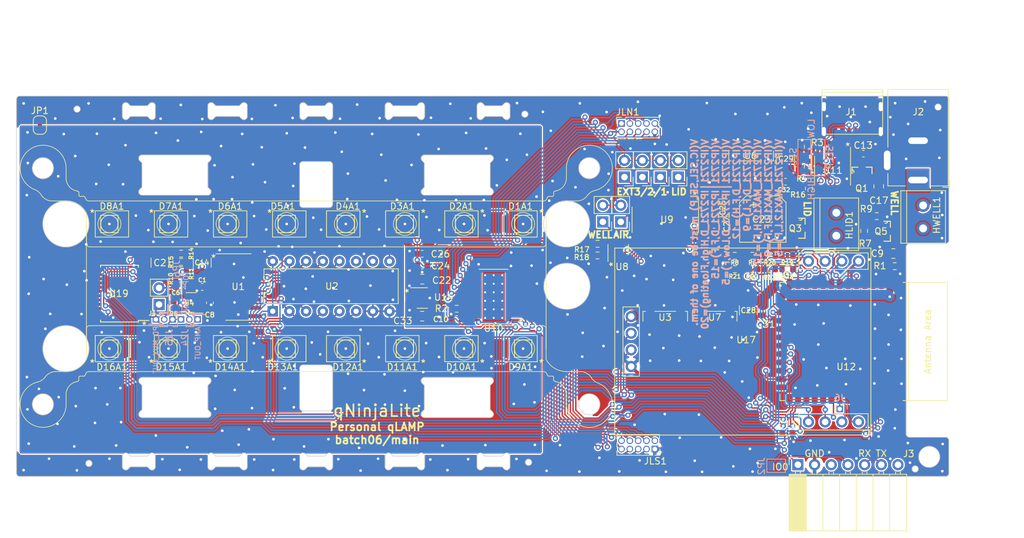
<source format=kicad_pcb>
(kicad_pcb (version 20211014) (generator pcbnew)
  (layers (0 "F.Cu" signal) (31 "B.Cu" signal) (34 "B.Paste" user) (35 "F.Paste" user) (36 "B.SilkS" user "B.Silkscreen") (37 "F.SilkS" user "F.Silkscreen") (38 "B.Mask" user) (39 "F.Mask" user) (44 "Edge.Cuts" user))
  (net 0 "")
  (net 1 "LED_BLANK")
  (net 2 "GNDA")
  (net 3 "3V3D")
  (net 4 "3V3A")
  (net 5 "PD_MUX_OUT")
  (net 7 "/Photo/AMP_OUT")
  (net 8 "Net-(C6-Pad1)")
  (net 9 "VCC")
  (net 10 "Net-(HLID1-Pad2)")
  (net 11 "Net-(HWELL1-Pad2)")
  (net 12 "THERM_R_SWITCH")
  (net 13 "/PhotoMUX/N_PD_OUT15")
  (net 14 "MUX_S3")
  (net 15 "/WELL_HEATER")
  (net 16 "MUX_S2")
  (net 17 "/LID_HEATER")
  (net 18 "MUX_S1")
  (net 19 "VIN_SENSE")
  (net 20 "I2C_SCL")
  (net 21 "MUX_S0")
  (net 22 "I2C_SDA")
  (net 23 "THERM_MUX_OUT")
  (net 24 "Net-(Q1-Pad1)")
  (net 25 "Net-(JP10-Pad1)")
  (net 26 "Net-(Q3-Pad1)")
  (net 27 "Net-(Q5-Pad1)")
  (net 28 "THERM_AIR")
  (net 29 "THERM_EXT1")
  (net 30 "THERM_EXT2")
  (net 31 "THERM_EXT3")
  (net 32 "THERM_LID")
  (net 33 "THERM_WELL")
  (net 34 "Net-(J1-PadB5)")
  (net 35 "Net-(J1-PadA5)")
  (net 36 "Net-(R2-Pad1)")
  (net 37 "Net-(R17-Pad2)")
  (net 38 "Net-(R18-Pad2)")
  (net 39 "Net-(R1-Pad1)")
  (net 40 "/PhotoMUX/N_PD_OUT13")
  (net 41 "/TACT1")
  (net 42 "GNDD")
  (net 44 "/TACT3")
  (net 45 "/TACT2")
  (net 46 "/PhotoMUX/N_PD_OUT11")
  (net 47 "/SD_CD")
  (net 48 "/SD_CS")
  (net 49 "/SD_CLK")
  (net 50 "/SD_MISO")
  (net 51 "VOPT")
  (net 52 "Net-(J24-Pad2)")
  (net 53 "/SD_MOSI")
  (net 54 "Net-(U12-Pad33)")
  (net 55 "5V")
  (net 58 "/Power/SELP")
  (net 63 "/Power/SEL")
  (net 66 "/PhotoMUX/N_PD_OUT9")
  (net 67 "/PhotoMUX/N_PD_OUT7")
  (net 68 "/PhotoMUX/N_PD_OUT5")
  (net 69 "/PhotoMUX/N_PD_OUT3")
  (net 70 "/PhotoMUX/N_PD_OUT1")
  (net 71 "/PhotoMUX/S_PD_OUT15")
  (net 72 "/PhotoMUX/S_PD_OUT13")
  (net 73 "/PhotoMUX/S_PD_OUT11")
  (net 74 "/PhotoMUX/S_PD_OUT9")
  (net 75 "/PhotoMUX/S_PD_OUT7")
  (net 76 "/PhotoMUX/S_PD_OUT5")
  (net 77 "/PhotoMUX/S_PD_OUT3")
  (net 78 "/PhotoMUX/S_PD_OUT1")
  (net 80 "SCLK")
  (net 81 "LED_LAT")
  (net 82 "/PhotoLED/S_LED_OUT8")
  (net 83 "/PhotoLED/S_LED_OUT7")
  (net 84 "/PhotoLED/S_LED_OUT6")
  (net 85 "/PhotoLED/S_LED_OUT5")
  (net 86 "/PhotoLED/S_LED_OUT1")
  (net 87 "/PhotoLED/S_LED_OUT2")
  (net 88 "/PhotoLED/S_LED_OUT3")
  (net 89 "/PhotoLED/S_LED_OUT4")
  (net 90 "/PhotoLED/N_LED_OUT5")
  (net 91 "/PhotoLED/N_LED_OUT6")
  (net 92 "/PhotoLED/N_LED_OUT7")
  (net 93 "/PhotoLED/N_LED_OUT8")
  (net 94 "/PhotoLED/N_LED_OUT4")
  (net 95 "/PhotoLED/N_LED_OUT3")
  (net 96 "/PhotoLED/N_LED_OUT2")
  (net 97 "/PhotoLED/N_LED_OUT1")
  (net 98 "NAU_DRDY")
  (net 99 "/TXD")
  (net 100 "/RXD")
  (net 101 "Net-(J3-Pad4)")
  (net 103 "DIVIDED")
  (net 107 "/Power/VIN")
  (net 109 "/Photo/VBG")
  (net 113 "MOSI")
  (footprint "Ninja-qPCR:TB_SeeedOPL_320110028" (layer "F.Cu") (at 205.069999 89.680009 -90)
    (fp_text reference "HWELL1")
    (fp_text value "Screw_Terminal_01x02")
  )
  (footprint "Jumper:SolderJumper-2_P1.3mm_Bridged_RoundedPad1.0x1.5mm" (layer "F.Cu") (at 70.57 77.43 -90)
    (fp_text reference "JP1")
    (fp_text value "SolderJumper_2_Bridged")
  )
  (footprint "Package_SO:TSSOP-16_4.4x5mm_P0.65mm" (layer "F.Cu") (at 191.278292 84.3998 -90)
    (fp_text reference "U11")
    (fp_text value "IP2721")
  )
  (footprint "Package_TO_SOT_SMD:SOT-23-5" (layer "F.Cu") (at 128.803378 103.790011)
    (fp_text reference "U14")
    (fp_text value "TCR3DF33,LM(CT")
  )
  (footprint "Capacitor_SMD:C_0805_2012Metric" (layer "F.Cu") (at 128.803378 100.919989)
    (fp_text reference "C22")
    (fp_text value "4.7uF")
  )
  (footprint "Ninja-qPCR:35TZV100M6.3X8" (layer "F.Cu") (at 180.659989 91.759989 -90)
    (fp_text reference "C23")
    (fp_text value "100uF" hide)
  )
  (footprint "Capacitor_SMD:C_0603_1608Metric" (layer "F.Cu") (at 128.803376 98.85)
    (fp_text reference "C24")
    (fp_text value "0.1uF")
  )
  (footprint "Capacitor_SMD:C_1210_3225Metric" (layer "F.Cu") (at 174.54 90.06 180)
    (fp_text reference "C25")
    (fp_text value "22uF")
  )
  (footprint "Capacitor_SMD:C_0603_1608Metric" (layer "F.Cu") (at 173.23 92.63 180)
    (fp_text reference "C27")
    (fp_text value "0.1uF")
  )
  (footprint "Capacitor_SMD:C_1210_3225Metric" (layer "F.Cu") (at 184.109995 82.609995 90)
    (fp_text reference "C29")
    (fp_text value "22uF")
  )
  (footprint "Capacitor_SMD:C_0603_1608Metric" (layer "F.Cu") (at 180.650007 105.660012 -90)
    (fp_text reference "C31")
    (fp_text value "0.1uF")
  )
  (footprint "Capacitor_SMD:C_0805_2012Metric" (layer "F.Cu") (at 128.783376 106.56 180)
    (fp_text reference "C33")
    (fp_text value "4.7uF")
  )
  (footprint "Capacitor_SMD:C_0603_1608Metric" (layer "F.Cu") (at 195.97 81.78)
    (fp_text reference "C13")
    (fp_text value "1uF(<=20V)")
  )
  (footprint "Capacitor_SMD:C_1210_3225Metric" (layer "F.Cu") (at 95.290005 98.409989 90)
    (fp_text reference "C14")
    (fp_text value "22uF")
  )
  (footprint "Ninja-qPCR:TB_SeeedOPL_320110028" (layer "F.Cu") (at 191.85001 90.799996 -90)
    (fp_text reference "HLID1")
    (fp_text value "Screw_Terminal_01x02")
  )
  (footprint "Ninja-qPCR:SSOP-24_5.3x8.2mm_P0.65mm-0.83mil" (layer "F.Cu") (at 82.695999 103.120012 180)
    (fp_text reference "U19")
    (fp_text value "CD74HC4067M96")
  )
  (footprint "Capacitor_SMD:C_0603_1608Metric" (layer "F.Cu") (at 96.4692 104.529992 -90)
    (fp_text reference "C8")
    (fp_text value "DNP")
  )
  (footprint "Capacitor_SMD:C_0603_1608Metric" (layer "F.Cu") (at 184.4 124.36)
    (fp_text reference "C11")
    (fp_text value "0.1uF")
  )
  (footprint "Capacitor_SMD:C_0603_1608Metric" (layer "F.Cu") (at 92.075 102.108)
    (fp_text reference "C6")
    (fp_text value "5pF")
  )
  (footprint "Ninja-qPCR:SOT-23-8-8.3mil" (layer "F.Cu") (at 158.639993 96.4184 90)
    (fp_text reference "U8")
    (fp_text value "TS12A12511DCNR")
  )
  (footprint "Package_TO_SOT_SMD:SOT-23-5" (layer "F.Cu") (at 93.599 104.529992 180)
    (fp_text reference "U4")
    (fp_text value "LMP7717MF_NOPB")
  )
  (footprint "Resistor_SMD:R_0603_1608Metric" (layer "F.Cu") (at 155.490012 95.5294)
    (fp_text reference "R17")
    (fp_text value "10k_HP")
  )
  (footprint "Resistor_SMD:R_0603_1608Metric" (layer "F.Cu") (at 155.490012 97.3074)
    (fp_text reference "R18")
    (fp_text value "47k_HP")
  )
  (footprint "Package_SO:SOIC-16_3.9x9.9mm_P1.27mm" (layer "F.Cu") (at 165.81 91.85 -90)
    (fp_text reference "U9")
    (fp_text value "SN74LV4051A")
  )
  (footprint "Capacitor_SMD:C_0603_1608Metric" (layer "F.Cu") (at 128.803376 97.05)
    (fp_text reference "C26")
    (fp_text value "0.01uF")
  )
  (footprint "Ninja-qPCR:SOT95P240X112-3N" (layer "F.Cu") (at 199.37 93.61)
    (fp_text reference "Q5")
    (fp_text value "Q_NMOS_GSD")
  )
  (footprint "Ninja-qPCR:SOT95P240X112-3N" (layer "F.Cu") (at 186.38 93.15)
    (fp_text reference "Q3")
    (fp_text value "Q_NMOS_GSD")
  )
  (footprint "Ninja-qPCR:SOT95P240X112-3N" (layer "F.Cu") (at 195.76 84.56 90)
    (fp_text reference "Q1")
    (fp_text value "Q_NMOS_GSD")
  )
  (footprint "Package_SO:HTSSOP-24-1EP_4.4x7.8mm_P0.65mm_EP3.4x7.8mm_Mask2.4x4.68mm_ThermalVias" (layer "F.Cu") (at 139.6775 103.573 180)
    (fp_text reference "U10")
    (fp_text value "TLC5929")
  )
  (footprint "Resistor_SMD:R_0603_1608Metric" (layer "F.Cu") (at 184.401 97.36 180)
    (fp_text reference "R19")
    (fp_text value "100k")
  )
  (footprint "Capacitor_SMD:C_0805_2012Metric" (layer "F.Cu") (at 200.525 97.02 180)
    (fp_text reference "C9")
    (fp_text value "10uF")
  )
  (footprint "Pin_Headers:Pin_Header_Straight_1x02_Pitch2.54mm" (layer "F.Cu") (at 156.3 92.185 180)
    (fp_text reference "TWELL1" hide)
    (fp_text value "Conn_01x02_Male")
  )
  (footprint "Pin_Headers:Pin_Header_Straight_1x02_Pitch2.54mm" (layer "F.Cu") (at 167.780001 85.36 180)
    (fp_text reference "TLID1" hide)
    (fp_text value "Conn_01x02_Male")
  )
  (footprint "Pin_Headers:Pin_Header_Straight_1x02_Pitch2.54mm" (layer "F.Cu") (at 159.59 85.36 180)
    (fp_text reference "TEXT3" hide)
    (fp_text value "Conn_01x02_Male")
  )
  (footprint "Pin_Headers:Pin_Header_Straight_1x02_Pitch2.54mm" (layer "F.Cu") (at 162.320022 85.360001 180)
    (fp_text reference "TEXT2" hide)
    (fp_text value "Conn_01x02_Male")
  )
  (footprint "Pin_Headers:Pin_Header_Straight_1x02_Pitch2.54mm" (layer "F.Cu") (at 165.050009 85.36 180)
    (fp_text reference "TEXT1" hide)
    (fp_text value "Conn_01x02_Male")
  )
  (footprint "Connector_PinHeader_2.54mm:PinHeader_1x02_P2.54mm_Vertical" (layer "F.Cu") (at 159.03001 92.185007 180)
    (fp_text reference "TAIR1" hide)
    (fp_text value "Conn_01x02_Male")
  )
  (footprint "Resistor_SMD:R_0603_1608Metric" (layer "F.Cu") (at 198.02 91.305 180)
    (fp_text reference "R9")
    (fp_text value "47k")
  )
  (footprint "Resistor_SMD:R_0603_1608Metric" (layer "F.Cu") (at 176.4 97.36)
    (fp_text reference "R8")
    (fp_text value "47k")
  )
  (footprint "Resistor_SMD:R_0603_1608Metric" (layer "F.Cu") (at 187.500006 80.7212 -90)
    (fp_text reference "R3")
    (fp_text value "5.1k")
  )
  (footprint "Resistor_SMD:R_0603_1608Metric" (layer "F.Cu") (at 187.500006 83.7692 -90)
    (fp_text reference "R4")
    (fp_text value "5.1k")
  )
  (footprint "Resistor_SMD:R_0603_1608Metric" (layer "F.Cu") (at 196.1 93.57 -90)
    (fp_text reference "R7")
    (fp_text value "150")
  )
  (footprint "Resistor_SMD:R_0603_1608Metric" (layer "F.Cu") (at 179.067 97.36)
    (fp_text reference "R6")
    (fp_text value "150")
  )
  (footprint "Resistor_SMD:R_0603_1608Metric" (layer "F.Cu") (at 134.04 105.43 180)
    (fp_text reference "R2")
    (fp_text value "3.3k")
  )
  (footprint "Resistor_SMD:R_0603_1608Metric" (layer "F.Cu") (at 200.75 98.94 180)
    (fp_text reference "R1")
    (fp_text value "100k")
  )
  (footprint "Resistor_SMD:R_0603_1608Metric" (layer "F.Cu") (at 187.68 87.1 -90)
    (fp_text reference "R16")
    (fp_text value "100k")
  )
  (footprint "Capacitor_SMD:C_0603_1608Metric" (layer "F.Cu") (at 134.04 107 180)
    (fp_text reference "C10")
    (fp_text value "0.1uF")
  )
  (footprint "Capacitor_SMD:C_1210_3225Metric" (layer "F.Cu") (at 178.450011 105.660012 -90)
    (fp_text reference "C28")
    (fp_text value "22uF")
  )
  (footprint "Capacitor_SMD:C_0603_1608Metric" (layer "F.Cu") (at 184.109995 86.060001)
    (fp_text reference "C32")
    (fp_text value "0.1uF")
  )
  (footprint "Connector_BarrelJack:BarrelJack_Horizontal" (layer "F.Cu") (at 204.295781 85.809811 -90)
    (fp_text reference "J2")
    (fp_text value "Barrel_Jack_Switch")
  )
  (footprint "Resistor_SMD:R_0603_1608Metric" (layer "F.Cu") (at 184.401 99.392)
    (fp_text reference "R23")
    (fp_text value "100k")
  )
  (footprint "Ninja-qPCR:SFH2200_2201_2240" (layer "F.Cu") (at 125.767219 111.501633 180)
    (fp_text reference "D11A1")
    (fp_text value "D_Photo")
  )
  (footprint "Ninja-qPCR:SFH2200_2201_2240" (layer "F.Cu") (at 134.767219 92.502054 180)
    (fp_text reference "D2A1")
    (fp_text value "D_Photo")
  )
  (footprint "Ninja-qPCR:SFH2200_2201_2240" (layer "F.Cu") (at 99.547211 111.501633)
    (fp_text reference "D14A1")
    (fp_text value "D_Photo")
  )
  (footprint "Ninja-qPCR:SFH2200_2201_2240" (layer "F.Cu") (at 99.547211 92.502054)
    (fp_text reference "D6A1")
    (fp_text value "D_Photo")
  )
  (footprint "Resistor_SMD:R_0603_1608Metric" (layer "F.Cu") (at 179.067 99.392 180)
    (fp_text reference "R22")
    (fp_text value "100k")
  )
  (footprint "Ninja-qPCR:ALI_USB" (layer "F.Cu") (at 198.60829 78.419782 180)
    (fp_text reference "J1")
    (fp_text value "ALI_USB")
  )
  (footprint "Capacitor_SMD:C_1210_3225Metric" (layer "F.Cu") (at 88.859995 98.409989 -90)
    (fp_text reference "C2")
    (fp_text value "22uF")
  )
  (footprint "Package_SO:SOIC-16_3.9x9.9mm_P1.27mm" (layer "F.Cu") (at 100.8 102.11)
    (fp_text reference "U1")
    (fp_text value "NAU7802")
  )
  (footprint "Connector_PinSocket_1.27mm:PinSocket_2x05_P1.27mm_Vertical" (layer "F.Cu") (at 164.221 126.813 -90)
    (fp_text reference "JLS1")
    (fp_text value "Conn_01x10_Male")
  )
  (footprint "Ninja-qPCR:SFH2200_2201_2240" (layer "F.Cu") (at 81.547211 111.501633)
    (fp_text reference "D16A1")
    (fp_text value "D_Photo")
  )
  (footprint "Ninja-qPCR:SFH2200_2201_2240" (layer "F.Cu") (at 116.767219 111.501633 180)
    (fp_text reference "D12A1")
    (fp_text value "D_Photo")
  )
  (footprint "Ninja-qPCR:SFH2200_2201_2240" (layer "F.Cu") (at 108.547211 111.501633)
    (fp_text reference "D13A1")
    (fp_text value "D_Photo")
  )
  (footprint "Resistor_SMD:R_0603_1608Metric" (layer "F.Cu") (at 92.075 99.568 180)
    (fp_text reference "R11")
    (fp_text value "47k_HP")
  )
  (footprint "Resistor_SMD:R_0603_1608Metric" (layer "F.Cu") (at 92.075 97.028 180)
    (fp_text reference "R14")
    (fp_text value "10k")
  )
  (footprint "Ninja-qPCR:SFH2200_2201_2240" (layer "F.Cu") (at 116.767219 92.502054 180)
    (fp_text reference "D4A1")
    (fp_text value "D_Photo")
  )
  (footprint "Ninja-qPCR:SFH2200_2201_2240" (layer "F.Cu") (at 108.547211 92.502054)
    (fp_text reference "D5A1")
    (fp_text value "D_Photo")
  )
  (footprint "Ninja-qPCR:LITE_LCD" (layer "F.Cu") (at 158.111012 96.175017)
    (fp_text reference "U17")
    (fp_text value "LITE_LCD")
  )
  (footprint "Capacitor_SMD:C_0805_2012Metric" (layer "F.Cu") (at 198.308292 86.7698 90)
    (fp_text reference "C17")
    (fp_text value "10uF(<=20V)")
  )
  (footprint "Connector_PinSocket_2.54mm:PinSocket_1x07_P2.54mm_Horizontal" (layer "F.Cu") (at 186.001 129.199996 90)
    (fp_text reference "J3")
    (fp_text value "Conn_01x07_Male")
  )
  (footprint "Resistor_SMD:R_0603_1608Metric" (layer "F.Cu") (at 181.734 97.36 180)
    (fp_text reference "R20")
    (fp_text value "10k")
  )
  (footprint "Ninja-qPCR:SFH2200_2201_2240" (layer "F.Cu") (at 90.547211 111.501633)
    (fp_text reference "D15A1")
    (fp_text value "D_Photo")
  )
  (footprint "Ninja-qPCR:SFH2200_2201_2240" (layer "F.Cu") (at 125.767219 92.502054 180)
    (fp_text reference "D3A1")
    (fp_text value "D_Photo")
  )
  (footprint "Connector_PinSocket_1.27mm:PinSocket_2x05_P1.27mm_Vertical" (layer "F.Cu") (at 159.141 77.187 90)
    (fp_text reference "JLN1")
    (fp_text value "Conn_01x10_Male")
  )
  (footprint "Ninja-qPCR:ESP32-S3-WROOM-1" (layer "F.Cu") (at 193.006 110.42 -90)
    (fp_text reference "U12")
    (fp_text value "ESP32-­S3-­WROOM­-1")
  )
  (footprint "Capacitor_SMD:C_0603_1608Metric" (layer "F.Cu") (at 95.290005 102.108 180)
    (fp_text reference "C1")
    (fp_text value "0.1uF")
  )
  (footprint "Resistor_SMD:R_0603_1608Metric" (layer "F.Cu") (at 92.075 98.298)
    (fp_text reference "R15")
    (fp_text value "100k")
  )
  (footprint "Ninja-qPCR:SFH2200_2201_2240" (layer "F.Cu") (at 143.767219 111.501633 180)
    (fp_text reference "D9A1")
    (fp_text value "D_Photo")
  )
  (footprint "Resistor_SMD:R_0603_1608Metric" (layer "F.Cu") (at 176.4 99.392 180)
    (fp_text reference "R21")
    (fp_text value "100k")
  )
  (footprint "Ninja-qPCR:REG_TO252-3" (layer "F.Cu") (at 178.87 80.62 90)
    (fp_text reference "U6")
    (fp_text value "BA178M05FP-E2")
  )
  (footprint "Ninja-qPCR:REG_TO252-3-INV" (layer "F.Cu") (at 173.330006 108.100012 -90)
    (fp_text reference "U7")
    (fp_text value "BD433M5FP-CE2")
  )
  (footprint "Package_DIP:DIP-16_W7.62mm" (layer "F.Cu") (at 106.029989 105.809999 90)
    (fp_text reference "U2")
    (fp_text value "NAU7802")
  )
  (footprint "Resistor_SMD:R_0603_1608Metric" (layer "F.Cu") (at 92.075 100.838 180)
    (fp_text reference "R10")
    (fp_text value "47k_HP")
  )
  (footprint "Ninja-qPCR:REG_TO252-3" (layer "F.Cu") (at 165.799999 108.100012 -90)
    (fp_text reference "U3")
    (fp_text value "BD433M5FP-CE2")
  )
  (footprint "Resistor_SMD:R_0603_1608Metric" (layer "F.Cu") (at 90.932 104.529992 90)
    (fp_text reference "R5")
    (fp_text value "10M")
  )
  (footprint "Ninja-qPCR:SFH2200_2201_2240" (layer "F.Cu") (at 90.547211 92.502054)
    (fp_text reference "D7A1")
    (fp_text value "D_Photo")
  )
  (footprint "Ninja-qPCR:SFH2200_2201_2240" (layer "F.Cu") (at 143.767219 92.502054 180)
    (fp_text reference "D1A1")
    (fp_text value "D_Photo")
  )
  (footprint "Ninja-qPCR:SFH2200_2201_2240" (layer "F.Cu") (at 81.547211 92.502054)
    (fp_text reference "D8A1")
    (fp_text value "D_Photo")
  )
  (footprint "Connector_PinHeader_2.54mm:PinHeader_1x02_P2.54mm_Vertical" (layer "F.Cu") (at 88.71999 104.785008 180)
    (fp_text reference "J4")
    (fp_text value "Conn_01x02_Male")
  )
  (footprint "Resistor_SMD:R_0603_1608Metric" (layer "F.Cu") (at 181.734 99.392)
    (fp_text reference "R12")
    (fp_text value "100k")
  )
  (footprint "Ninja-qPCR:SFH2200_2201_2240" (layer "F.Cu") (at 134.767219 111.501633 180)
    (fp_text reference "D10A1")
    (fp_text value "D_Photo")
  )
  (footprint "Connector_PinHeader_1.27mm:PinHeader_1x01_P1.27mm_Vertical" (layer "B.Cu") (at 88.24 107.05 180)
    (fp_text reference "J13" hide)
    (fp_text value "Conn_01x01_Male")
  )
  (footprint "Connector_PinHeader_1.27mm:PinHeader_1x01_P1.27mm_Vertical" (layer "B.Cu") (at 94.59 107.05)
    (fp_text reference "J16" hide)
    (fp_text value "Conn_01x01_Male")
  )
  (footprint "Jumper:SolderJumper-3_P2.0mm_Open_TrianglePad1.0x1.5mm" (layer "B.Cu") (at 91.240013 103.555994 -90)
    (fp_text reference "JP6")
    (fp_text value "Jumper_3_Open")
  )
  (footprint "Jumper:SolderJumper-2_P1.3mm_Open_TrianglePad1.0x1.5mm" (layer "B.Cu") (at 182.69 129.35 180)
    (fp_text reference "JP2")
    (fp_text value "Jumper_2_Bridged")
  )
  (footprint "Pin_Headers:Pin_Header_Straight_1x01_Pitch1.27mm" (layer "B.Cu") (at 192.375993 120.700013 180)
    (fp_text reference "J6")
    (fp_text value "Conn_01x01_Male")
  )
  (footprint "Jumper:SolderJumper-3_P2.0mm_Open_TrianglePad1.0x1.5mm" (layer "B.Cu") (at 186.957487 82.390005 90)
    (fp_text reference "JP9" hide)
    (fp_text value "Jumper_3_Open")
  )
  (footprint "Connector_PinHeader_1.27mm:PinHeader_1x02_P1.27mm_Vertical" (layer "B.Cu") (at 90.78 107.05 90)
    (fp_text reference "J25")
    (fp_text value "Conn_01x02_Male")
  )
  (footprint "Connector_PinHeader_1.27mm:PinHeader_1x02_P1.27mm_Vertical" (layer "B.Cu") (at 92.05 107.05 -90)
    (fp_text reference "J24")
    (fp_text value "Conn_01x02_Male")
  )
  (footprint "Jumper:SolderJumper-3_P2.0mm_Open_TrianglePad1.0x1.5mm" (layer "B.Cu") (at 189.100003 82.390005 90)
    (fp_text reference "JP10" hide)
    (fp_text value "Jumper_3_Open")
  )
  (gr_line (start 147.657227 111.5) (end 147.657227 92.5) (layer "F.SilkS") (width 0.1))
  (gr_arc (start 69.793791 87.266166) (mid 70.34204 87.588129) (end 70.761537 88.065895) (layer "F.SilkS") (width 0.1))
  (gr_arc (start 71.379757 115.828755) (mid 70.875438 116.315728) (end 70.234047 116.598743) (layer "F.SilkS") (width 0.1))
  (gr_circle (center 126.157202 111.501637) (end 124.407202 111.501637) (layer "F.SilkS") (width 0.1) (fill none))
  (gr_arc (start 69.793791 87.266166) (mid 69.088495 81.115515) (end 74.563915 84.004758) (layer "F.SilkS") (width 0.1))
  (gr_arc (start 147.886139 88.404914) (mid 147.959302 88.332085) (end 148.059038 88.305442) (layer "F.SilkS") (width 0.1))
  (gr_arc (start 76.497682 115.898256) (mid 76.55626 115.756834) (end 76.697682 115.698256) (layer "F.SilkS") (width 0.1))
  (gr_arc (start 76.712016 88.305442) (mid 76.570595 88.246863) (end 76.512016 88.105442) (layer "F.SilkS") (width 0.1))
  (gr_arc (start 77.428279 115.598784) (mid 77.355116 115.671613) (end 77.25538 115.698256) (layer "F.SilkS") (width 0.1))
  (gr_arc (start 77.428293 88.404914) (mid 77.500888 88.541698) (end 77.562683 88.683688) (layer "F.SilkS") (width 0.1))
  (gr_arc (start 72.455067 89.001961) (mid 71.487562 88.752371) (end 70.761537 88.065895) (layer "F.SilkS") (width 0.1))
  (gr_circle (center 144.157216 92.502061) (end 145.907216 92.502061) (layer "F.SilkS") (width 0.1) (fill none))
  (gr_arc (start 71.379757 115.828755) (mid 72.090263 115.22045) (end 72.999668 115.001737) (layer "F.SilkS") (width 0.1))
  (gr_line (start 76.512016 87.717688) (end 76.512016 88.105442) (layer "F.SilkS") (width 0.1))
  (gr_arc (start 149.18281 116.546221) (mid 150.310089 117.246864) (end 150.750503 118.49894) (layer "F.SilkS") (width 0.1))
  (gr_arc (start 74.563643 89.001961) (mid 76.369254 89.503667) (end 77.657216 90.86495) (layer "F.SilkS") (width 0.1))
  (gr_line (start 74.563901 118.49894) (end 74.563901 119.99894) (layer "F.SilkS") (width 0.1))
  (gr_line (start 147.657202 108.501637) (end 147.657202 113.138748) (layer "F.SilkS") (width 0.1))
  (gr_line (start 148.816736 88.105442) (end 148.816736 87.712572) (layer "F.SilkS") (width 0.1))
  (gr_arc (start 77.562669 115.32001) (mid 77.500874 115.462) (end 77.428279 115.598784) (layer "F.SilkS") (width 0.1))
  (gr_line (start 72.999668 115.001737) (end 74.563629 115.001737) (layer "F.SilkS") (width 0.1))
  (gr_arc (start 147.751749 88.683688) (mid 147.568027 88.914864) (end 147.285904 89.002061) (layer "F.SilkS") (width 0.1))
  (gr_arc (start 76.131608 87.457477) (mid 75.004329 86.756834) (end 74.563915 85.504758) (layer "F.SilkS") (width 0.1))
  (gr_line (start 74.563915 84.004758) (end 74.563915 85.504758) (layer "F.SilkS") (width 0.1))
  (gr_line (start 78.028528 89.002061) (end 147.285904 89.002061) (layer "F.SilkS") (width 0.1))
  (gr_circle (center 108.157202 111.501637) (end 106.407202 111.501637) (layer "F.SilkS") (width 0.1) (fill none))
  (gr_line (start 77.657216 95.502061) (end 77.657216 90.86495) (layer "F.SilkS") (width 0.1))
  (gr_circle (center 90.157216 92.502061) (end 91.907216 92.502061) (layer "F.SilkS") (width 0.1) (fill none))
  (gr_line (start 152.31475 89.001961) (end 150.750789 89.001961) (layer "F.SilkS") (width 0.1))
  (gr_line (start 77.657202 113.138748) (end 77.657202 108.501637) (layer "F.SilkS") (width 0.1))
  (gr_arc (start 147.751749 88.683688) (mid 147.813544 88.541698) (end 147.886139 88.404914) (layer "F.SilkS") (width 0.1))
  (gr_arc (start 149.18281 116.546221) (mid 149.057398 116.514167) (end 148.934323 116.474066) (layer "F.SilkS") (width 0.1))
  (gr_arc (start 78.028528 89.002061) (mid 77.746406 88.914864) (end 77.562683 88.683688) (layer "F.SilkS") (width 0.1))
  (gr_arc (start 76.36417 116.479751) (mid 76.248888 116.516505) (end 76.131594 116.546221) (layer "F.SilkS") (width 0.1))
  (gr_arc (start 150.750517 84.004758) (mid 156.412172 81.252077) (end 155.080371 87.404955) (layer "F.SilkS") (width 0.1))
  (gr_circle (center 135.157202 111.501637) (end 133.407202 111.501637) (layer "F.SilkS") (width 0.1) (fill none))
  (gr_arc (start 155.520627 116.737532) (mid 154.972378 116.415569) (end 154.552881 115.937803) (layer "F.SilkS") (width 0.1))
  (gr_arc (start 74.563901 119.99894) (mid 68.902246 122.751621) (end 70.234047 116.598743) (layer "F.SilkS") (width 0.1))
  (gr_circle (center 117.157216 92.502061) (end 118.907216 92.502061) (layer "F.SilkS") (width 0.1) (fill none))
  (gr_line (start 147.157216 96.002061) (end 78.157216 96.002061) (layer "F.SilkS") (width 0.1))
  (gr_circle (center 117.157202 111.501637) (end 115.407202 111.501637) (layer "F.SilkS") (width 0.1) (fill none))
  (gr_arc (start 74.563901 118.49894) (mid 75.004315 117.246865) (end 76.131594 116.546221) (layer "F.SilkS") (width 0.1))
  (gr_arc (start 147.157202 108.001637) (mid 147.510755 108.148084) (end 147.657202 108.501637) (layer "F.SilkS") (width 0.1))
  (gr_arc (start 155.520627 116.737532) (mid 156.225923 122.888183) (end 150.750503 119.99894) (layer "F.SilkS") (width 0.1))
  (gr_circle (center 90.157202 111.501637) (end 88.407202 111.501637) (layer "F.SilkS") (width 0.1) (fill none))
  (gr_line (start 150.750775 115.001737) (end 152.859351 115.001737) (layer "F.SilkS") (width 0.1))
  (gr_line (start 147.657216 90.86495) (end 147.657216 95.502061) (layer "F.SilkS") (width 0.1))
  (gr_arc (start 150.750775 115.001737) (mid 148.945164 114.500031) (end 147.657202 113.138748) (layer "F.SilkS") (width 0.1))
  (gr_circle (center 99.157202 111.501637) (end 97.407202 111.501637) (layer "F.SilkS") (width 0.1) (fill none))
  (gr_line (start 76.712016 88.305442) (end 77.255394 88.305442) (layer "F.SilkS") (width 0.1))
  (gr_circle (center 135.157216 92.502061) (end 136.907216 92.502061) (layer "F.SilkS") (width 0.1) (fill none))
  (gr_arc (start 148.059024 115.698256) (mid 147.959289 115.671613) (end 147.886125 115.598784) (layer "F.SilkS") (width 0.1))
  (gr_circle (center 108.157216 92.502061) (end 109.907216 92.502061) (layer "F.SilkS") (width 0.1) (fill none))
  (gr_line (start 148.059038 88.305442) (end 148.616736 88.305442) (layer "F.SilkS") (width 0.1))
  (gr_arc (start 153.934661 88.174943) (mid 154.43898 87.68797) (end 155.080371 87.404955) (layer "F.SilkS") (width 0.1))
  (gr_arc (start 150.750517 85.504758) (mid 150.310103 86.756833) (end 149.182824 87.457477) (layer "F.SilkS") (width 0.1))
  (gr_arc (start 148.816736 87.712572) (mid 148.853492 87.597025) (end 148.950248 87.523947) (layer "F.SilkS") (width 0.1))
  (gr_circle (center 144.157202 111.501637) (end 142.407202 111.501637) (layer "F.SilkS") (width 0.1) (fill none))
  (gr_line (start 150.750517 85.504758) (end 150.750517 84.004758) (layer "F.SilkS") (width 0.1))
  (gr_line (start 76.497682 115.898256) (end 76.497682 116.291126) (layer "F.SilkS") (width 0.1))
  (gr_arc (start 148.950248 87.523947) (mid 149.06553 87.487193) (end 149.182824 87.457477) (layer "F.SilkS") (width 0.1))
  (gr_arc (start 76.131608 87.457477) (mid 76.25702 87.489531) (end 76.380095 87.529632) (layer "F.SilkS") (width 0.1))
  (gr_arc (start 147.28589 115.001637) (mid 147.568012 115.088834) (end 147.751735 115.32001) (layer "F.SilkS") (width 0.1))
  (gr_arc (start 148.602402 115.698256) (mid 148.743823 115.756835) (end 148.802402 115.898256) (layer "F.SilkS") (width 0.1))
  (gr_arc (start 76.497682 116.291126) (mid 76.460926 116.406673) (end 76.36417 116.479751) (layer "F.SilkS") (width 0.1))
  (gr_arc (start 152.859351 115.001737) (mid 153.826856 115.251327) (end 154.552881 115.937803) (layer "F.SilkS") (width 0.1))
  (gr_arc (start 77.562669 115.32001) (mid 77.746391 115.088834) (end 78.028514 115.001637) (layer "F.SilkS") (width 0.1))
  (gr_arc (start 147.657216 95.502061) (mid 147.510769 95.855614) (end 147.157216 96.002061) (layer "F.SilkS") (width 0.1))
  (gr_circle (center 99.157216 92.502061) (end 100.907216 92.502061) (layer "F.SilkS") (width 0.1) (fill none))
  (gr_arc (start 153.934661 88.174943) (mid 153.224155 88.783248) (end 152.31475 89.001961) (layer "F.SilkS") (width 0.1))
  (gr_line (start 77.657214 92.5) (end 77.657214 111.5) (layer "F.SilkS") (width 0.1))
  (gr_arc (start 147.886125 115.598784) (mid 147.81353 115.462) (end 147.751735 115.32001) (layer "F.SilkS") (width 0.1))
  (gr_line (start 74.563643 89.001961) (end 72.455067 89.001961) (layer "F.SilkS") (width 0.1))
  (gr_arc (start 148.816736 88.105442) (mid 148.758158 88.246864) (end 148.616736 88.305442) (layer "F.SilkS") (width 0.1))
  (gr_line (start 78.157202 108.001637) (end 147.157202 108.001637) (layer "F.SilkS") (width 0.1))
  (gr_arc (start 148.934323 116.474066) (mid 148.838671 116.400867) (end 148.802402 116.28601) (layer "F.SilkS") (width 0.1))
  (gr_arc (start 77.255394 88.305442) (mid 77.355129 88.332085) (end 77.428293 88.404914) (layer "F.SilkS") (width 0.1))
  (gr_line (start 77.25538 115.698256) (end 76.697682 115.698256) (layer "F.SilkS") (width 0.1))
  (gr_arc (start 76.380095 87.529632) (mid 76.475747 87.602831) (end 76.512016 87.717688) (layer "F.SilkS") (width 0.1))
  (gr_circle (center 81.157216 92.502061) (end 82.907216 92.502061) (layer "F.SilkS") (width 0.1) (fill none))
  (gr_arc (start 78.157216 96.002061) (mid 77.803663 95.855614) (end 77.657216 95.502061) (layer "F.SilkS") (width 0.1))
  (gr_line (start 148.802402 116.28601) (end 148.802402 115.898256) (layer "F.SilkS") (width 0.1))
  (gr_arc (start 147.657216 90.86495) (mid 148.945178 89.503667) (end 150.750789 89.001961) (layer "F.SilkS") (width 0.1))
  (gr_line (start 147.28589 115.001637) (end 78.028514 115.001637) (layer "F.SilkS") (width 0.1))
  (gr_line (start 148.602402 115.698256) (end 148.059024 115.698256) (layer "F.SilkS") (width 0.1))
  (gr_circle (center 81.157202 111.501637) (end 79.407202 111.501637) (layer "F.SilkS") (width 0.1) (fill none))
  (gr_line (start 150.750503 119.99894) (end 150.750503 118.49894) (layer "F.SilkS") (width 0.1))
  (gr_arc (start 77.657202 113.138748) (mid 76.36924 114.500031) (end 74.563629 115.001737) (layer "F.SilkS") (width 0.1))
  (gr_arc (start 77.657202 108.501637) (mid 77.803649 108.148084) (end 78.157202 108.001637) (layer "F.SilkS") (width 0.1))
  (gr_circle (center 126.157216 92.502061) (end 127.907216 92.502061) (layer "F.SilkS") (width 0.1) (fill none))
  (gr_line (start 111.357157 127.898251) (end 111.003604 127.544698) (layer "Edge.Cuts") (width 0.1))
  (gr_line (start 96.15005 76.101749) (end 96.15005 74.501749) (layer "Edge.Cuts") (width 0.1))
  (gr_arc (start 111.003604 76.455302) (mid 110.458709 76.563689) (end 110.15005 76.10175) (layer "Edge.Cuts") (width 0.1))
  (gr_line (start 110.15005 76.101749) (end 110.15005 74.501749) (layer "Edge.Cuts") (width 0.1))
  (gr_line (start 87.296497 127.544698) (end 86.942944 127.898251) (layer "Edge.Cuts") (width 0.1))
  (gr_line (start 88.15005 76.101749) (end 88.15005 74.501749) (layer "Edge.Cuts") (width 0.1))
  (gr_arc (start 97.003603 129.851804) (mid 96.458708 129.96019) (end 96.15005 129.498251) (layer "Edge.Cuts") (width 0.1))
  (gr_line (start 138.357157 74.501749) (end 140.942944 74.501749) (layer "Edge.Cuts") (width 0.1))
  (gr_circle (center 74.535995 92.499993) (end 78.035996 92.499993) (layer "Edge.Cuts") (width 0.1) (fill none))
  (gr_line (start 124.357157 74.501749) (end 127.942944 74.501749) (layer "Edge.Cuts") (width 0.1))
  (gr_circle (center 71.036 84) (end 69.436 84) (layer "Edge.Cuts") (width 0.1) (fill none))
  (gr_line (start 115.15005 129.498251) (end 115.15005 127.898251) (layer "Edge.Cuts") (width 0.1))
  (gr_arc (start 110.15005 127.89825) (mid 110.458709 127.436311) (end 111.003604 127.544698) (layer "Edge.Cuts") (width 0.1))
  (gr_arc (start 87.296497 127.544698) (mid 87.841392 127.436312) (end 88.15005 127.898251) (layer "Edge.Cuts") (width 0.1))
  (gr_line (start 129.13505 121.998251) (end 139.13505 121.998251) (layer "Edge.Cuts") (width 0.1))
  (gr_line (start 138.357157 127.898251) (end 138.003604 127.544698) (layer "Edge.Cuts") (width 0.1))
  (gr_arc (start 114.636 114) (mid 114.989553 114.146447) (end 115.136 114.5) (layer "Edge.Cuts") (width 0.1))
  (gr_line (start 209 95) (end 209 73.5) (layer "Edge.Cuts") (width 0.1))
  (gr_line (start 113.942944 129.498251) (end 114.296497 129.851805) (layer "Edge.Cuts") (width 0.1))
  (gr_line (start 140.942944 127.898251) (end 138.357157 127.898251) (layer "Edge.Cuts") (width 0.1))
  (gr_arc (start 209 95) (mid 208.853553 95.353553) (end 208.5 95.5) (layer "Edge.Cuts") (width 0.1))
  (gr_arc (start 141.296497 127.544698) (mid 141.841392 127.436312) (end 142.15005 127.898251) (layer "Edge.Cuts") (width 0.1))
  (gr_line (start 139.13505 86.894642) (end 139.488604 87.248195) (layer "Edge.Cuts") (width 0.1))
  (gr_line (start 128.781497 116.751805) (end 129.13505 117.105358) (layer "Edge.Cuts") (width 0.1))
  (gr_arc (start 129.13505 121.99825) (mid 128.673111 121.689592) (end 128.781497 121.144698) (layer "Edge.Cuts") (width 0.1))
  (gr_line (start 111.003604 129.851805) (end 111.357157 129.498251) (layer "Edge.Cuts") (width 0.1))
  (gr_arc (start 139.13505 115.89825) (mid 139.596991 116.206909) (end 139.488604 116.751805) (layer "Edge.Cuts") (width 0.1))
  (gr_line (start 110.136 89.5) (end 110.136 83.5) (layer "Edge.Cuts") (width 0.1))
  (gr_circle (center 206 128) (end 207.6 128) (layer "Edge.Cuts") (width 0.1) (fill none))
  (gr_arc (start 128.781497 116.751804) (mid 128.673111 116.206909) (end 129.13505 115.898251) (layer "Edge.Cuts") (width 0.1))
  (gr_line (start 208.5 131) (end 67.5 131) (layer "Edge.Cuts") (width 0.1))
  (gr_line (start 96.13505 120.791145) (end 96.13505 117.105358) (layer "Edge.Cuts") (width 0.1))
  (gr_line (start 96.488604 121.144698) (end 96.13505 120.791145) (layer "Edge.Cuts") (width 0.1))
  (gr_arc (start 139.13505 82.001749) (mid 139.59699 82.310407) (end 139.488603 82.855302) (layer "Edge.Cuts") (width 0.1))
  (gr_arc (start 96.13505 115.89825) (mid 96.596991 116.206909) (end 96.488604 116.751805) (layer "Edge.Cuts") (width 0.1))
  (gr_line (start 96.15005 127.898251) (end 96.15005 129.498251) (layer "Edge.Cuts") (width 0.1))
  (gr_line (start 127.942944 76.101749) (end 124.357157 76.101749) (layer "Edge.Cuts") (width 0.1))
  (gr_line (start 114.636 121) (end 110.636 121) (layer "Edge.Cuts") (width 0.1))
  (gr_arc (start 111.003603 129.851804) (mid 110.458708 129.96019) (end 110.15005 129.498251) (layer "Edge.Cuts") (width 0.1))
  (gr_line (start 97.357157 127.898251) (end 97.003604 127.544698) (layer "Edge.Cuts") (width 0.1))
  (gr_arc (start 110.636 121) (mid 110.282447 120.853553) (end 110.136 120.5) (layer "Edge.Cuts") (width 0.1))
  (gr_line (start 140.942944 76.101749) (end 138.357157 76.101749) (layer "Edge.Cuts") (width 0.1))
  (gr_line (start 139.13505 82.001749) (end 129.13505 82.001749) (layer "Edge.Cuts") (width 0.1))
  (gr_arc (start 110.136 114.5) (mid 110.282447 114.146447) (end 110.636 114) (layer "Edge.Cuts") (width 0.1))
  (gr_line (start 85.781497 116.751805) (end 86.13505 117.105358) (layer "Edge.Cuts") (width 0.1))
  (gr_arc (start 142.15005 76.101749) (mid 141.841392 76.563689) (end 141.296497 76.455302) (layer "Edge.Cuts") (width 0.1))
  (gr_line (start 139.13505 120.791145) (end 139.13505 117.105358) (layer "Edge.Cuts") (width 0.1))
  (gr_line (start 123.15005 76.101749) (end 123.15005 74.501749) (layer "Edge.Cuts") (width 0.1))
  (gr_line (start 86.942944 74.501749) (end 84.357157 74.501749) (layer "Edge.Cuts") (width 0.1))
  (gr_arc (start 86.13505 88.101749) (mid 85.67311 87.793091) (end 85.781497 87.248196) (layer "Edge.Cuts") (width 0.1))
  (gr_arc (start 67.5 131) (mid 67.146447 130.853553) (end 67 130.5) (layer "Edge.Cuts") (width 0.1))
  (gr_line (start 96.13505 115.898251) (end 86.13505 115.898251) (layer "Edge.Cuts") (width 0.1))
  (gr_line (start 129.15005 129.498251) (end 129.15005 127.898251) (layer "Edge.Cuts") (width 0.1))
  (gr_line (start 139.13505 115.898251) (end 129.13505 115.898251) (layer "Edge.Cuts") (width 0.1))
  (gr_line (start 208.5 125) (end 203 125) (layer "Edge.Cuts") (width 0.1))
  (gr_line (start 102.15005 129.498251) (end 102.15005 127.898251) (layer "Edge.Cuts") (width 0.1))
  (gr_line (start 129.15005 74.501749) (end 129.15005 76.101749) (layer "Edge.Cuts") (width 0.1))
  (gr_arc (start 114.636 83) (mid 114.989553 83.146447) (end 115.136 83.5) (layer "Edge.Cuts") (width 0.1))
  (gr_arc (start 88.15005 129.49825) (mid 87.841393 129.96019) (end 87.296497 129.851805) (layer "Edge.Cuts") (width 0.1))
  (gr_line (start 113.942944 127.898251) (end 111.357157 127.898251) (layer "Edge.Cuts") (width 0.1))
  (gr_circle (center 74.536 111.5) (end 78.036 111.5) (layer "Edge.Cuts") (width 0.1) (fill none))
  (gr_arc (start 208.5 73) (mid 208.853553 73.146447) (end 209 73.5) (layer "Edge.Cuts") (width 0.1))
  (gr_line (start 124.357157 76.101749) (end 124.003604 76.455302) (layer "Edge.Cuts") (width 0.1))
  (gr_line (start 96.488604 82.855302) (end 96.13505 83.208855) (layer "Edge.Cuts") (width 0.1))
  (gr_line (start 84.357157 76.101749) (end 86.942944 76.101749) (layer "Edge.Cuts") (width 0.1))
  (gr_circle (center 71.036 120) (end 69.436 120) (layer "Edge.Cuts") (width 0.1) (fill none))
  (gr_arc (start 114.296497 127.544698) (mid 114.841392 127.436312) (end 115.15005 127.898251) (layer "Edge.Cuts") (width 0.1))
  (gr_circle (center 150.778441 92.5) (end 154.278441 92.5) (layer "Edge.Cuts") (width 0.1) (fill none))
  (gr_arc (start 84.003603 129.851804) (mid 83.458708 129.96019) (end 83.15005 129.498251) (layer "Edge.Cuts") (width 0.1))
  (gr_line (start 139.488604 121.144698) (end 139.13505 120.791145) (layer "Edge.Cuts") (width 0.1))
  (gr_line (start 128.781497 87.248195) (end 129.13505 86.894642) (layer "Edge.Cuts") (width 0.1))
  (gr_line (start 97.357157 74.501749) (end 100.942944 74.501749) (layer "Edge.Cuts") (width 0.1))
  (gr_line (start 84.357157 127.898251) (end 84.003604 127.544698) (layer "Edge.Cuts") (width 0.1))
  (gr_line (start 97.357157 76.101749) (end 97.003604 76.455302) (layer "Edge.Cuts") (width 0.1))
  (gr_line (start 123.15005 127.898251) (end 123.15005 129.498251) (layer "Edge.Cuts") (width 0.1))
  (gr_arc (start 203 125) (mid 202.646447 124.853553) (end 202.5 124.5) (layer "Edge.Cuts") (width 0.1))
  (gr_line (start 127.942944 127.898251) (end 124.357157 127.898251) (layer "Edge.Cuts") (width 0.1))
  (gr_line (start 100.942944 127.898251) (end 97.357157 127.898251) (layer "Edge.Cuts") (width 0.1))
  (gr_line (start 85.781497 87.248195) (end 86.13505 86.894642) (layer "Edge.Cuts") (width 0.1))
  (gr_line (start 97.003604 129.851805) (end 97.357157 129.498251) (layer "Edge.Cuts") (width 0.1))
  (gr_line (start 203 95.5) (end 208.5 95.5) (layer "Edge.Cuts") (width 0.1))
  (gr_line (start 86.13505 83.208855) (end 85.781497 82.855302) (layer "Edge.Cuts") (width 0.1))
  (gr_line (start 114.296497 127.544698) (end 113.942944 127.898251) (layer "Edge.Cuts") (width 0.1))
  (gr_line (start 102.15005 74.501749) (end 102.15005 76.101749) (layer "Edge.Cuts") (width 0.1))
  (gr_line (start 86.942944 127.898251) (end 84.357157 127.898251) (layer "Edge.Cuts") (width 0.1))
  (gr_line (start 96.13505 86.894642) (end 96.488604 87.248195) (layer "Edge.Cuts") (width 0.1))
  (gr_arc (start 142.15005 129.49825) (mid 141.841393 129.96019) (end 141.296497 129.851805) (layer "Edge.Cuts") (width 0.1))
  (gr_arc (start 128.296497 74.148195) (mid 128.841433 74.039756) (end 129.15005 74.50175) (layer "Edge.Cuts") (width 0.1))
  (gr_arc (start 138.003603 129.851804) (mid 137.458708 129.96019) (end 137.15005 129.498251) (layer "Edge.Cuts") (width 0.1))
  (gr_arc (start 86.13505 121.99825) (mid 85.673111 121.689592) (end 85.781497 121.144698) (layer "Edge.Cuts") (width 0.1))
  (gr_line (start 86.13505 121.998251) (end 96.13505 121.998251) (layer "Edge.Cuts") (width 0.1))
  (gr_arc (start 101.296497 74.148195) (mid 101.841393 74.039809) (end 102.15005 74.50175) (layer "Edge.Cuts") (width 0.1))
  (gr_line (start 139.13505 88.101749) (end 129.13505 88.101749) (layer "Edge.Cuts") (width 0.1))
  (gr_circle (center 154.236 120) (end 152.636 120) (layer "Edge.Cuts") (width 0.1) (fill none))
  (gr_arc (start 85.781497 116.751804) (mid 85.673111 116.206909) (end 86.13505 115.898251) (layer "Edge.Cuts") (width 0.1))
  (gr_line (start 110.636 114) (end 114.636 114) (layer "Edge.Cuts") (width 0.1))
  (gr_arc (start 129.13505 88.101749) (mid 128.67311 87.793091) (end 128.781497 87.248196) (layer "Edge.Cuts") (width 0.1))
  (gr_line (start 86.942944 129.498251) (end 87.296497 129.851805) (layer "Edge.Cuts") (width 0.1))
  (gr_circle (center 78.04 129) (end 77.565 129) (layer "Edge.Cuts") (width 0.1) (fill none))
  (gr_line (start 101.296497 76.455302) (end 100.942944 76.101749) (layer "Edge.Cuts") (width 0.1))
  (gr_arc (start 209 130.5) (mid 208.853553 130.853553) (end 208.5 131) (layer "Edge.Cuts") (width 0.1))
  (gr_arc (start 124.003604 76.455302) (mid 123.458709 76.563689) (end 123.15005 76.10175) (layer "Edge.Cuts") (width 0.1))
  (gr_arc (start 96.488603 121.144698) (mid 96.596989 121.689593) (end 96.13505 121.998251) (layer "Edge.Cuts") (width 0.1))
  (gr_arc (start 110.636 90) (mid 110.282447 89.853553) (end 110.136 89.5) (layer "Edge.Cuts") (width 0.1))
  (gr_line (start 87.296497 74.148196) (end 86.942944 74.501749) (layer "Edge.Cuts") (width 0.1))
  (gr_line (start 110.136 120.5) (end 110.136 114.5) (layer "Edge.Cuts") (width 0.1))
  (gr_line (start 83.15005 74.501749) (end 83.15005 76.101749) (layer "Edge.Cuts") (width 0.1))
  (gr_line (start 142.15005 129.498251) (end 142.15005 127.898251) (layer "Edge.Cuts") (width 0.1))
  (gr_line (start 114.296497 76.455302) (end 113.942944 76.101749) (layer "Edge.Cuts") (width 0.1))
  (gr_line (start 86.13505 120.791145) (end 85.781497 121.144698) (layer "Edge.Cuts") (width 0.1))
  (gr_arc (start 139.488603 121.144698) (mid 139.596989 121.689593) (end 139.13505 121.998251) (layer "Edge.Cuts") (width 0.1))
  (gr_line (start 140.942944 129.498251) (end 141.296497 129.851805) (layer "Edge.Cuts") (width 0.1))
  (gr_arc (start 67 73.5) (mid 67.146447 73.146447) (end 67.5 73) (layer "Edge.Cuts") (width 0.1))
  (gr_arc (start 115.136 120.5) (mid 114.989553 120.853553) (end 114.636 121) (layer "Edge.Cuts") (width 0.1))
  (gr_line (start 138.357157 76.101749) (end 138.003604 76.455302) (layer "Edge.Cuts") (width 0.1))
  (gr_line (start 111.003604 74.148195) (end 111.357157 74.501749) (layer "Edge.Cuts") (width 0.1))
  (gr_circle (center 144.425 75.77) (end 143.95 75.77) (layer "Edge.Cuts") (width 0.1) (fill none))
  (gr_line (start 67 130.5) (end 67 73.5) (layer "Edge.Cuts") (width 0.1))
  (gr_arc (start 123.15005 74.501749) (mid 123.458708 74.039809) (end 124.003603 74.148196) (layer "Edge.Cuts") (width 0.1))
  (gr_arc (start 128.296497 127.544698) (mid 128.841392 127.436312) (end 129.15005 127.898251) (layer "Edge.Cuts") (width 0.1))
  (gr_line (start 140.942944 74.501749) (end 141.296497 74.148195) (layer "Edge.Cuts") (width 0.1))
  (gr_line (start 124.003604 74.148195) (end 124.357157 74.501749) (layer "Edge.Cuts") (width 0.1))
  (gr_line (start 101.296497 127.544698) (end 100.942944 127.898251) (layer "Edge.Cuts") (width 0.1))
  (gr_circle (center 150.830991 101.999999) (end 154.330992 101.999999) (layer "Edge.Cuts") (width 0.1) (fill none))
  (gr_line (start 142.15005 74.501749) (end 142.15005 76.101749) (layer "Edge.Cuts") (width 0.1))
  (gr_arc (start 202.5 96) (mid 202.646447 95.646447) (end 203 95.5) (layer "Edge.Cuts") (width 0.1))
  (gr_arc (start 139.488604 87.248195) (mid 139.596991 87.793091) (end 139.13505 88.10175) (layer "Edge.Cuts") (width 0.1))
  (gr_line (start 137.15005 76.101749) (end 137.15005 74.501749) (layer "Edge.Cuts") (width 0.1))
  (gr_line (start 111.357157 76.101749) (end 111.003604 76.455302) (layer "Edge.Cuts") (width 0.1))
  (gr_arc (start 84.003603 76.455302) (mid 83.458668 76.563742) (end 83.15005 76.101749) (layer "Edge.Cuts") (width 0.1))
  (gr_line (start 124.003604 129.851805) (end 124.357157 129.498251) (layer "Edge.Cuts") (width 0.1))
  (gr_line (start 84.357157 129.498251) (end 86.942944 129.498251) (layer "Edge.Cuts") (width 0.1))
  (gr_arc (start 96.15005 74.501749) (mid 96.458708 74.039809) (end 97.003603 74.148196) (layer "Edge.Cuts") (width 0.1))
  (gr_line (start 115.136 89.5) (end 115.136 83.5) (layer "Edge.Cuts") (width 0.1))
  (gr_line (start 113.942944 74.501749) (end 114.296497 74.148195) (layer "Edge.Cuts") (width 0.1))
  (gr_arc (start 87.296497 74.148196) (mid 87.841445 74.039785) (end 88.15005 74.501749) (layer "Edge.Cuts") (width 0.1))
  (gr_line (start 128.296497 127.544698) (end 127.942944 127.898251) (layer "Edge.Cuts") (width 0.1))
  (gr_arc (start 110.15005 74.501749) (mid 110.458708 74.039809) (end 111.003603 74.148196) (layer "Edge.Cuts") (width 0.1))
  (gr_line (start 129.13505 120.791145) (end 128.781497 121.144698) (layer "Edge.Cuts") (width 0.1))
  (gr_arc (start 85.781497 82.855302) (mid 85.673111 82.310407) (end 86.13505 82.00175) (layer "Edge.Cuts") (width 0.1))
  (gr_line (start 128.296497 76.455302) (end 127.942944 76.101749) (layer "Edge.Cuts") (width 0.1))
  (gr_line (start 138.003604 74.148195) (end 138.357157 74.501749) (layer "Edge.Cuts") (width 0.1))
  (gr_line (start 84.003604 76.455303) (end 84.357157 76.101749) (layer "Edge.Cuts") (width 0.1))
  (gr_arc (start 102.15005 129.49825) (mid 101.841393 129.96019) (end 101.296497 129.851805) (layer "Edge.Cuts") (width 0.1))
  (gr_circle (center 76.236 75) (end 75.761 75) (layer "Edge.Cuts") (width 0.1) (fill none))
  (gr_line (start 129.13505 117.105358) (end 129.13505 120.791145) (layer "Edge.Cuts") (width 0.1))
  (gr_line (start 139.13505 117.105358) (end 139.488604 116.751805) (layer "Edge.Cuts") (width 0.1))
  (gr_line (start 100.942944 129.498251) (end 101.296497 129.851805) (layer "Edge.Cuts") (width 0.1))
  (gr_arc (start 141.296497 74.148195) (mid 141.841393 74.039809) (end 142.15005 74.50175) (layer "Edge.Cuts") (width 0.1))
  (gr_line (start 111.357157 74.501749) (end 113.942944 74.501749) (layer "Edge.Cuts") (width 0.1))
  (gr_line (start 129.13505 86.894642) (end 129.13505 83.208855) (layer "Edge.Cuts") (width 0.1))
  (gr_line (start 111.357157 129.498251) (end 113.942944 129.498251) (layer "Edge.Cuts") (width 0.1))
  (gr_arc (start 115.15005 129.49825) (mid 114.841393 129.96019) (end 114.296497 129.851805) (layer "Edge.Cuts") (width 0.1))
  (gr_circle (center 144.98 128.83) (end 144.505 128.83) (layer "Edge.Cuts") (width 0.1) (fill none))
  (gr_circle (center 154.236 84) (end 152.636 84) (layer "Edge.Cuts") (width 0.1) (fill none))
  (gr_line (start 127.942944 129.498251) (end 128.296497 129.851805) (layer "Edge.Cuts") (width 0.1))
  (gr_arc (start 101.296497 127.544698) (mid 101.841392 127.436312) (end 102.15005 127.898251) (layer "Edge.Cuts") (width 0.1))
  (gr_line (start 110.15005 127.898251) (end 110.15005 129.498251) (layer "Edge.Cuts") (width 0.1))
  (gr_line (start 96.13505 83.208855) (end 96.13505 86.894642) (layer "Edge.Cuts") (width 0.1))
  (gr_line (start 141.296497 127.544698) (end 140.942944 127.898251) (layer "Edge.Cuts") (width 0.1))
  (gr_arc (start 128.781497 82.855302) (mid 128.673111 82.310407) (end 129.13505 82.00175) (layer "Edge.Cuts") (width 0.1))
  (gr_arc (start 102.15005 76.101749) (mid 101.841392 76.563689) (end 101.296497 76.455302) (layer "Edge.Cuts") (width 0.1))
  (gr_arc (start 123.15005 127.89825) (mid 123.458709 127.436311) (end 124.003604 127.544698) (layer "Edge.Cuts") (width 0.1))
  (gr_line (start 115.136 120.5) (end 115.136 114.5) (layer "Edge.Cuts") (width 0.1))
  (gr_arc (start 137.15005 127.89825) (mid 137.458709 127.436311) (end 138.003604 127.544698) (layer "Edge.Cuts") (width 0.1))
  (gr_line (start 100.942944 74.501749) (end 101.296497 74.148195) (layer "Edge.Cuts") (width 0.1))
  (gr_line (start 124.357157 129.498251) (end 127.942944 129.498251) (layer "Edge.Cuts") (width 0.1))
  (gr_line (start 84.357157 74.501749) (end 84.003604 74.148196) (layer "Edge.Cuts") (width 0.1))
  (gr_line (start 127.942944 74.501749) (end 128.296497 74.148195) (layer "Edge.Cuts") (width 0.1))
  (gr_circle (center 203.86 129.84) (end 203.385 129.84) (layer "Edge.Cuts") (width 0.1) (fill none))
  (gr_arc (start 83.15005 74.501748) (mid 83.45873 74.039816) (end 84.003604 74.148196) (layer "Edge.Cuts") (width 0.1))
  (gr_line (start 124.357157 127.898251) (end 124.003604 127.544698) (layer "Edge.Cuts") (width 0.1))
  (gr_arc (start 114.296497 74.148195) (mid 114.841393 74.039809) (end 115.15005 74.50175) (layer "Edge.Cuts") (width 0.1))
  (gr_line (start 86.942944 76.101749) (end 87.296497 76.455303) (layer "Edge.Cuts") (width 0.1))
  (gr_circle (center 207.35 74.695) (end 206.875 74.695) (layer "Edge.Cuts") (width 0.1) (fill none))
  (gr_arc (start 129.15005 129.49825) (mid 128.841393 129.96019) (end 128.296497 129.851805) (layer "Edge.Cuts") (width 0.1))
  (gr_line (start 141.296497 76.455302) (end 140.942944 76.101749) (layer "Edge.Cuts") (width 0.1))
  (gr_arc (start 96.15005 127.89825) (mid 96.458709 127.436311) (end 97.003604 127.544698) (layer "Edge.Cuts") (width 0.1))
  (gr_line (start 86.13505 86.894642) (end 86.13505 83.208855) (layer "Edge.Cuts") (width 0.1))
  (gr_arc (start 96.488604 87.248195) (mid 96.596991 87.793091) (end 96.13505 88.10175) (layer "Edge.Cuts") (width 0.1))
  (gr_arc (start 138.003604 76.455302) (mid 137.458709 76.563689) (end 137.15005 76.10175) (layer "Edge.Cuts") (width 0.1))
  (gr_line (start 97.357157 129.498251) (end 100.942944 129.498251) (layer "Edge.Cuts") (width 0.1))
  (gr_line (start 139.13505 83.208855) (end 139.13505 86.894642) (layer "Edge.Cuts") (width 0.1))
  (gr_arc (start 137.15005 74.501749) (mid 137.458708 74.039809) (end 138.003603 74.148196) (layer "Edge.Cuts") (width 0.1))
  (gr_line (start 138.357157 129.498251) (end 140.942944 129.498251) (layer "Edge.Cuts") (width 0.1))
  (gr_line (start 115.15005 74.501749) (end 115.15005 76.101749) (layer "Edge.Cuts") (width 0.1))
  (gr_arc (start 110.136 83.5) (mid 110.282447 83.146447) (end 110.636 83) (layer "Edge.Cuts") (width 0.1))
  (gr_line (start 96.13505 88.101749) (end 86.13505 88.101749) (layer "Edge.Cuts") (width 0.1))
  (gr_line (start 110.636 83) (end 114.636 83) (layer "Edge.Cuts") (width 0.1))
  (gr_line (start 139.488604 82.855302) (end 139.13505 83.208855) (layer "Edge.Cuts") (width 0.1))
  (gr_line (start 86.13505 117.105358) (end 86.13505 120.791145) (layer "Edge.Cuts") (width 0.1))
  (gr_line (start 138.003604 129.851805) (end 138.357157 129.498251) (layer "Edge.Cuts") (width 0.1))
  (gr_line (start 209 125.5) (end 209 130.5) (layer "Edge.Cuts") (width 0.1))
  (gr_arc (start 115.136 89.5) (mid 114.989553 89.853553) (end 114.636 90) (layer "Edge.Cuts") (width 0.1))
  (gr_line (start 202.5 124.5) (end 202.5 96) (layer "Edge.Cuts") (width 0.1))
  (gr_line (start 84.003604 129.851805) (end 84.357157 129.498251) (layer "Edge.Cuts") (width 0.1))
  (gr_arc (start 96.13505 82.001749) (mid 96.59699 82.310407) (end 96.488603 82.855302) (layer "Edge.Cuts") (width 0.1))
  (gr_line (start 83.15005 127.898251) (end 83.15005 129.498251) (layer "Edge.Cuts") (width 0.1))
  (gr_arc (start 97.003604 76.455302) (mid 96.458709 76.563689) (end 96.15005 76.10175) (layer "Edge.Cuts") (width 0.1))
  (gr_line (start 129.13505 83.208855) (end 128.781497 82.855302) (layer "Edge.Cuts") (width 0.1))
  (gr_line (start 96.13505 117.105358) (end 96.488604 116.751805) (layer "Edge.Cuts") (width 0.1))
  (gr_arc (start 88.15005 76.101748) (mid 87.841385 76.563774) (end 87.296497 76.455303) (layer "Edge.Cuts") (width 0.1))
  (gr_arc (start 124.003603 129.851804) (mid 123.458708 129.96019) (end 123.15005 129.498251) (layer "Edge.Cuts") (width 0.1))
  (gr_arc (start 129.15005 76.101749) (mid 128.8414 76.563603) (end 128.296497 76.455302) (layer "Edge.Cuts") (width 0.1))
  (gr_line (start 114.636 90) (end 110.636 90) (layer "Edge.Cuts") (width 0.1))
  (gr_line (start 86.13505 82.001749) (end 96.13505 82.001749) (layer "Edge.Cuts") (width 0.1))
  (gr_arc (start 208.5 125) (mid 208.853553 125.146447) (end 209 125.5) (layer "Edge.Cuts") (width 0.1))
  (gr_line (start 100.942944 76.101749) (end 97.357157 76.101749) (layer "Edge.Cuts") (width 0.1))
  (gr_line (start 97.003604 74.148195) (end 97.357157 74.501749) (layer "Edge.Cuts") (width 0.1))
  (gr_arc (start 83.15005 127.89825) (mid 83.458709 127.436311) (end 84.003604 127.544698) (layer "Edge.Cuts") (width 0.1))
  (gr_arc (start 115.15005 76.101749) (mid 114.841392 76.563689) (end 114.296497 76.455302) (layer "Edge.Cuts") (width 0.1))
  (gr_line (start 88.15005 129.498251) (end 88.15005 127.898251) (layer "Edge.Cuts") (width 0.1))
  (gr_line (start 113.942944 76.101749) (end 111.357157 76.101749) (layer "Edge.Cuts") (width 0.1))
  (gr_line (start 137.15005 127.898251) (end 137.15005 129.498251) (layer "Edge.Cuts") (width 0.1))
  (gr_line (start 208.5 73) (end 67.5 73) (layer "Edge.Cuts") (width 0.1))
  (gr_text "TOP" (at 92.83 100.8 90) (layer "B.SilkS") (effects (font (size 0.75 0.75) (thickness 0.127)) (justify mirror)))
  (gr_text "PIN" (at 92.89 104.85 90) (layer "B.SilkS") (effects (font (size 0.75 0.75) (thickness 0.127)) (justify mirror)))
  (gr_text "SEL" (at 185.29 82.2 90) (layer "B.SilkS") (effects (font (size 1 1)) (justify mirror)))
  (gr_text "HIGH" (at 188.06 87.07 90) (layer "B.SilkS") (effects (font (size 1 1)) (justify mirror)))
  (gr_text "SELP" (at 190.86 82.36 90) (layer "B.SilkS") (effects (font (size 1 1)) (justify mirror)))
  (gr_text "V(IC,SEL,SELP) must be one of them.\nV(IP2721|IP2721_D,High,Floating)=20\nV(IP2721|IP2721_D,F,F)=15\nV(IP2721|IP2721_D,Low,F)=5\nV(IP2721_D,F,H)=12\nV(IP2721_D,F,L)=9\nV(IP2721_MAX12,H,F)=12\nV(IP2721_MAX12,F,F)=9\nV(IP2721_MAX12,L,F)=5" (at 176.68 79.41 90) (layer "B.SilkS") (effects (font (size 1 1) (thickness 0.25)) (justify left mirror)))
  (gr_text "AMP_OUT" (at 94.63 110.69 90) (layer "B.SilkS") (effects (font (size 0.762 0.762) (thickness 0.127)) (justify mirror)))
  (gr_text "LOW" (at 188.03 77.96 90) (layer "B.SilkS") (effects (font (size 1 1)) (justify mirror)))
  (gr_text "PD_MUX_OUT" (at 88.25 111.68 90) (layer "B.SilkS") (effects (font (size 0.762 0.762) (thickness 0.127)) (justify mirror)))
  (gr_text "batch06/main" (at 121.92 125.420018) (layer "F.SilkS") (effects (font (size 1.2 1.2) (thickness 0.254))))
  (gr_text "LID" (at 187.42 90.22 270) (layer "F.SilkS") (effects (font (size 1.016 1.016) (thickness 0.254))))
  (gr_text "WELL" (at 200.7 89.32 270) (layer "F.SilkS") (effects (font (size 1.016 1.016) (thickness 0.254))))
  (gr_text "EXT3/2/1" (at 162.250033 87.60001) (layer "F.SilkS") (effects (font (size 1.016 1.016) (thickness 0.254))))
  (gr_text "AIR" (at 159.1 94.15) (layer "F.SilkS") (effects (font (size 1.016 1.016) (thickness 0.254))))
  (gr_text "WELL" (at 155.89 94.15) (layer "F.SilkS") (effects (font (size 1.016 1.016) (thickness 0.254))))
  (gr_text "LID" (at 167.880022 87.60001) (layer "F.SilkS") (effects (font (size 1.016 1.016) (thickness 0.254))))
  (gr_text "*" (at 128.95 113.71) (layer "F.SilkS") (effects (font (size 1 1))))
  (gr_text "*" (at 193.59 80.67) (layer "F.SilkS") (effects (font (size 1 1))))
  (gr_text "*" (at 144.11 107.19 90) (layer "F.SilkS") (effects (font (size 1 1))))
  (gr_text "*" (at 78.55 90.84) (layer "F.SilkS") (effects (font (size 1 1))))
  (gr_text "*" (at 119.95 90.84) (layer "F.SilkS") (effects (font (size 1 1))))
  (gr_text "*" (at 105.55 90.84) (layer "F.SilkS") (effects (font (size 1 1))))
  (gr_text "Personal qLAMP" (at 121.92 123.420016) (layer "F.SilkS") (effects (font (size 1.2 1.2) (thickness 0.254))))
  (gr_text "TX" (at 198.701 127.480009) (layer "F.SilkS") (effects (font (size 1 1))))
  (gr_text "qNinjaLite" (at 121.92 120.96) (layer "F.SilkS") (effects (font (size 1.8 1.8) (thickness 0.254))))
  (gr_text "*" (at 87.55 113.71) (layer "F.SilkS") (effects (font (size 1 1))))
  (gr_text "*" (at 96.55 113.71) (layer "F.SilkS") (effects (font (size 1 1))))
  (gr_text "*" (at 157.87 98.65 90) (layer "F.SilkS") (effects (font (size 1 1))))
  (gr_text "*" (at 137.95 113.71) (layer "F.SilkS") (effects (font (size 1 1))))
  (gr_text "*" (at 87.55 90.84) (layer "F.SilkS") (effects (font (size 1 1))))
  (gr_text "*" (at 146.95 113.71) (layer "F.SilkS") (effects (font (size 1 1))))
  (gr_text "*" (at 78.55 113.71) (layer "F.SilkS") (effects (font (size 1 1))))
  (gr_text "*" (at 126.77 102.69 90) (layer "F.SilkS") (effects (font (size 1 1))))
  (gr_text "RX" (at 196.161 127.480009) (layer "F.SilkS") (effects (font (size 1 1))))
  (gr_text "*" (at 86.47 107.96) (layer "F.SilkS") (effects (font (size 1 1))))
  (gr_text "*" (at 105.55 113.71) (layer "F.SilkS") (effects (font (size 1 1))))
  (gr_text "*" (at 146.95 90.84) (layer "F.SilkS") (effects (font (size 1 1))))
  (gr_text "*" (at 137.95 90.84) (layer "F.SilkS") (effects (font (size 1 1))))
  (gr_text "*" (at 119.95 113.71) (layer "F.SilkS") (effects (font (size 1 1))))
  (gr_text "*" (at 170.29 88.12) (layer "F.SilkS") (effects (font (size 1 1))))
  (gr_text "*" (at 97.01 97.7) (layer "F.SilkS") (effects (font (size 1 1))))
  (gr_text "*" (at 96.55 90.84) (layer "F.SilkS") (effects (font (size 1 1))))
  (gr_text "GND" (at 188.541 127.480009) (layer "F.SilkS") (effects (font (size 1 1))))
  (gr_text "*" (at 128.95 90.84) (layer "F.SilkS") (effects (font (size 1 1))))
  (gr_text "IO0" (at 183.32 129.54) (layer "F.SilkS") (effects (font (size 1 1))))
  (segment (start 142.950545 108.194661) (end 142.982129 108.226245) (width 0.21082) (layer "F.Cu") (net 1))
  (segment (start 135.275474 104.64687) (end 132.804526 104.64687) (width 0.21082) (layer "F.Cu") (net 1))
  (segment (start 138.270173 108.194661) (end 139.431757 108.194661) (width 0.21082) (layer "F.Cu") (net 1))
  (segment (start 139.431757 108.194661) (end 142.950545 108.194661) (width 0.21082) (layer "F.Cu") (net 1))
  (segment (start 181.435 116.135) (end 181.11127 115.81127) (width 0.21082) (layer "F.Cu") (net 1))
  (segment (start 132.50687 107.470829) (end 132.819171 107.78313) (width 0.21082) (layer "F.Cu") (net 1))
  (segment (start 132.50687 104.944526) (end 132.50687 107.470829) (width 0.21082) (layer "F.Cu") (net 1))
  (segment (start 181.11127 115.81127) (end 181.11127 114.87) (width 0.21082) (layer "F.Cu") (net 1))
  (segment (start 137.856634 108.6082) (end 138.270173 108.194661) (width 0.21082) (layer "F.Cu") (net 1))
  (segment (start 133.463296 107.78313) (end 133.876837 108.19667) (width 0.21082) (layer "F.Cu") (net 1))
  (segment (start 136.641531 108.608201) (end 137.856634 108.6082) (width 0.21082) (layer "F.Cu") (net 1))
  (segment (start 135.826604 105.198) (end 135.275474 104.64687) (width 0.21082) (layer "F.Cu") (net 1))
  (segment (start 136.23 108.19667) (end 136.641531 108.608201) (width 0.21082) (layer "F.Cu") (net 1))
  (segment (start 132.804526 104.64687) (end 132.50687 104.944526) (width 0.21082) (layer "F.Cu") (net 1))
  (segment (start 183.506 116.135) (end 181.435 116.135) (width 0.21082) (layer "F.Cu") (net 1))
  (segment (start 133.876837 108.19667) (end 136.23 108.19667) (width 0.21082) (layer "F.Cu") (net 1))
  (segment (start 136.815 105.198) (end 135.826604 105.198) (width 0.21082) (layer "F.Cu") (net 1))
  (segment (start 132.819171 107.78313) (end 133.463296 107.78313) (width 0.21082) (layer "F.Cu") (net 1))
  (via (at 142.982129 108.226245) (size 0.8) (drill 0.4) (layers "F.Cu" "B.Cu") (net 1))
  (via (at 181.11127 114.87) (size 0.8) (drill 0.4) (layers "F.Cu" "B.Cu") (net 1))
  (segment (start 178.211414 121.334478) (end 180.031957 121.334479) (width 0.21082) (layer "B.Cu") (net 1))
  (segment (start 180.403149 120.546686) (end 181.40584 119.543995) (width 0.21082) (layer "B.Cu") (net 1))
  (segment (start 173.097155 116.220218) (end 178.211414 121.334478) (width 0.21082) (layer "B.Cu") (net 1))
  (segment (start 181.40584 115.09) (end 181.18584 114.87) (width 0.21082) (layer "B.Cu") (net 1))
  (segment (start 142.812102 108.226245) (end 141.380619 109.657728) (width 0.21082) (layer "B.Cu") (net 1))
  (segment (start 151.930498 115.480498) (end 152.005154 115.405842) (width 0.21082) (layer "B.Cu") (net 1))
  (segment (start 157.915183 116.220218) (end 173.097155 116.220218) (width 0.21082) (layer "B.Cu") (net 1))
  (segment (start 146.18645 121.224546) (end 151.930498 115.480498) (width 0.21082) (layer "B.Cu") (net 1))
  (segment (start 141.380619 109.657728) (end 141.380619 120.750619) (width 0.21082) (layer "B.Cu") (net 1))
  (segment (start 180.031957 121.334479) (end 180.403149 120.963287) (width 0.21082) (layer "B.Cu") (net 1))
  (segment (start 141.380619 120.750619) (end 141.854546 121.224546) (width 0.21082) (layer "B.Cu") (net 1))
  (segment (start 181.18584 114.87) (end 181.11127 114.87) (width 0.21082) (layer "B.Cu") (net 1))
  (segment (start 142.982129 108.226245) (end 142.812102 108.226245) (width 0.21082) (layer "B.Cu") (net 1))
  (segment (start 157.100806 115.405842) (end 157.915183 116.220218) (width 0.21082) (layer "B.Cu") (net 1))
  (segment (start 152.005154 115.405842) (end 157.100806 115.405842) (width 0.21082) (layer "B.Cu") (net 1))
  (segment (start 180.403149 120.963287) (end 180.403149 120.546686) (width 0.21082) (layer "B.Cu") (net 1))
  (segment (start 181.40584 119.543995) (end 181.40584 115.09) (width 0.21082) (layer "B.Cu") (net 1))
  (segment (start 151.930498 115.480498) (end 152.005156 115.405841) (width 0.21082) (layer "B.Cu") (net 1))
  (segment (start 141.854546 121.224546) (end 146.18645 121.224546) (width 0.21082) (layer "B.Cu") (net 1))
  (segment (start 94.515005 102.215005) (end 94.515005 102.108) (width 0.21082) (layer "F.Cu") (net 2))
  (segment (start 96.4692 105.304992) (end 98.305008 105.304992) (width 0.21082) (layer "F.Cu") (net 2))
  (segment (start 77.924935 100.845012) (end 77.684368 101.085579) (width 0.21082) (layer "F.Cu") (net 2))
  (segment (start 94.7365 104.529992) (end 93.919103 104.529992) (width 0.21082) (layer "F.Cu") (net 2))
  (segment (start 79.095999 100.845012) (end 77.924935 100.845012) (width 0.21082) (layer "F.Cu") (net 2))
  (segment (start 96.218 105.479992) (end 96.393 105.304992) (width 0.21082) (layer "F.Cu") (net 2))
  (segment (start 94.784994 97.44) (end 95.290005 96.934989) (width 0.21082) (layer "F.Cu") (net 2))
  (segment (start 93.74 97.44) (end 94.784994 97.44) (width 0.21082) (layer "F.Cu") (net 2))
  (segment (start 94.470702 102.677292) (end 94.470702 102.152303) (width 0.21082) (layer "F.Cu") (net 2))
  (segment (start 91.78 98.96) (end 92.238 98.96) (width 0.21082) (layer "F.Cu") (net 2))
  (segment (start 91.25 99.568) (end 91.25 99.49) (width 0.21082) (layer "F.Cu") (net 2))
  (segment (start 92.9 98.298) (end 92.9 98.28) (width 0.21082) (layer "F.Cu") (net 2))
  (segment (start 93.919103 104.529992) (end 93.573823 104.184712) (width 0.21082) (layer "F.Cu") (net 2))
  (segment (start 92.238 98.96) (end 92.9 98.298) (width 0.21082) (layer "F.Cu") (net 2))
  (segment (start 91.25 99.49) (end 91.78 98.96) (width 0.21082) (layer "F.Cu") (net 2))
  (segment (start 96.3168 105.304992) (end 96.3168 105.2932) (width 0.21082) (layer "F.Cu") (net 2))
  (segment (start 96.656475 105.117717) (end 96.4692 105.304992) (width 0.21082) (layer "F.Cu") (net 2))
  (segment (start 90.933 99.885) (end 91.25 99.568) (width 0.21082) (layer "F.Cu") (net 2))
  (segment (start 96.656475 104.830354) (end 96.656475 105.117717) (width 0.21082) (layer "F.Cu") (net 2))
  (segment (start 98.305008 105.304992) (end 98.325 105.285) (width 0.21082) (layer "F.Cu") (net 2))
  (segment (start 88.86 99.885) (end 90.933 99.885) (width 0.21082) (layer "F.Cu") (net 2))
  (segment (start 98.325 105.285) (end 98.325 106.555) (width 0.21082) (layer "F.Cu") (net 2))
  (segment (start 94.470702 102.152303) (end 94.515005 102.108) (width 0.21082) (layer "F.Cu") (net 2))
  (segment (start 86.295999 99.545013) (end 85.650789 99.545013) (width 0.21082) (layer "F.Cu") (net 2))
  (segment (start 85.650789 99.545013) (end 84.900501 98.794725) (width 0.21082) (layer "F.Cu") (net 2))
  (segment (start 92.9 98.28) (end 93.74 97.44) (width 0.21082) (layer "F.Cu") (net 2))
  (via (at 128.22 78.86) (size 0.8) (drill 0.4) (layers "F.Cu" "B.Cu") (net 2))
  (via (at 77.33 99.7) (size 0.8) (drill 0.4) (layers "F.Cu" "B.Cu") (net 2))
  (via (at 133.95 88.85) (size 0.8) (drill 0.4) (layers "F.Cu" "B.Cu") (net 2))
  (via (at 103.16 110.68) (size 0.8) (drill 0.4) (layers "F.Cu" "B.Cu") (net 2))
  (via (at 138.41 126.21) (size 0.8) (drill 0.4) (layers "F.Cu" "B.Cu") (net 2))
  (via (at 105.05 93.35) (size 0.8) (drill 0.4) (layers "F.Cu" "B.Cu") (net 2))
  (via (at 100.21 104.46) (size 0.8) (drill 0.4) (layers "F.Cu" "B.Cu") (net 2))
  (via (at 123.22 85.87) (size 0.8) (drill 0.4) (layers "F.Cu" "B.Cu") (net 2))
  (via (at 138.75 93.46) (size 0.8) (drill 0.4) (layers "F.Cu" "B.Cu") (net 2))
  (via (at 114.45 108.94) (size 0.8) (drill 0.4) (layers "F.Cu" "B.Cu") (net 2))
  (via (at 139.34 114.49) (size 0.8) (drill 0.4) (layers "F.Cu" "B.Cu") (net 2))
  (via (at 144.157211 111.501633) (size 0.8) (drill 0.4) (layers "F.Cu" "B.Cu") (net 2))
  (via (at 96.13 93.51) (size 0.8) (drill 0.4) (layers "F.Cu" "B.Cu") (net 2))
  (via (at 68.87 125.99) (size 0.8) (drill 0.4) (layers "F.Cu" "B.Cu") (net 2))
  (via (at 93.573823 104.184712) (size 0.8) (drill 0.4) (layers "F.Cu" "B.Cu") (net 2))
  (via (at 83.24 86.45) (size 0.8) (drill 0.4) (layers "F.Cu" "B.Cu") (net 2))
  (via (at 82.18 126.26) (size 0.8) (drill 0.4) (layers "F.Cu" "B.Cu") (net 2))
  (via (at 139.32 112.69) (size 0.8) (drill 0.4) (layers "F.Cu" "B.Cu") (net 2))
  (via (at 104.86 86.14) (size 0.8) (drill 0.4) (layers "F.Cu" "B.Cu") (net 2))
  (via (at 138.18 88.85) (size 0.8) (drill 0.4) (layers "F.Cu" "B.Cu") (net 2))
  (via (at 126.157211 111.501633) (size 0.8) (drill 0.4) (layers "F.Cu" "B.Cu") (net 2))
  (via (at 102.91 89.23) (size 0.8) (drill 0.4) (layers "F.Cu" "B.Cu") (net 2))
  (via (at 77.63 95.61) (size 0.8) (drill 0.4) (layers "F.Cu" "B.Cu") (net 2))
  (via (at 106.92 95.92) (size 0.8) (drill 0.4) (layers "F.Cu" "B.Cu") (net 2))
  (via (at 90.157211 111.501633) (size 0.8) (drill 0.4) (layers "F.Cu" "B.Cu") (net 2))
  (via (at 68.74 83.21) (size 0.8) (drill 0.4) (layers "F.Cu" "B.Cu") (net 2))
  (via (at 115.25 102.26) (size 0.8) (drill 0.4) (layers "F.Cu" "B.Cu") (net 2))
  (via (at 90.79 95.24) (size 0.8) (drill 0.4) (layers "F.Cu" "B.Cu") (net 2))
  (via (at 102.96 114.97) (size 0.8) (drill 0.4) (layers "F.Cu" "B.Cu") (net 2))
  (via (at 83.61 80.5) (size 0.8) (drill 0.4) (layers "F.Cu" "B.Cu") (net 2))
  (via (at 103.19 91.3) (size 0.8) (drill 0.4) (layers "F.Cu" "B.Cu") (net 2))
  (via (at 90.33 108.84) (size 0.8) (drill 0.4) (layers "F.Cu" "B.Cu") (net 2))
  (via (at 111.97 110.56) (size 0.8) (drill 0.4) (layers "F.Cu" "B.Cu") (net 2))
  (via (at 68.95 97.57) (size 0.8) (drill 0.4) (layers "F.Cu" "B.Cu") (net 2))
  (via (at 100.84 126.14) (size 0.8) (drill 0.4) (layers "F.Cu" "B.Cu") (net 2))
  (via (at 104.36 80.81) (size 0.8) (drill 0.4) (layers "F.Cu" "B.Cu") (net 2))
  (via (at 86.43 108.75) (size 0.8) (drill 0.4) (layers "F.Cu" "B.Cu") (net 2))
  (via (at 96.08 107.21) (size 0.8) (drill 0.4) (layers "F.Cu" "B.Cu") (net 2))
  (via (at 121.17 78.78) (size 0.8) (drill 0.4) (layers "F.Cu" "B.Cu") (net 2))
  (via (at 108.157211 92.502054) (size 0.8) (drill 0.4) (layers "F.Cu" "B.Cu") (net 2))
  (via (at 109.32 114.18) (size 0.8) (drill 0.4) (layers "F.Cu" "B.Cu") (net 2))
  (via (at 117.47 120.62) (size 0.8) (drill 0.4) (layers "F.Cu" "B.Cu") (net 2))
  (via (at 135.157211 111.501633) (size 0.8) (drill 0.4) (layers "F.Cu" "B.Cu") (net 2))
  (via (at 140.16 86.62) (size 0.8) (drill 0.4) (layers "F.Cu" "B.Cu") (net 2))
  (via (at 122.56 81.94) (size 0.8) (drill 0.4) (layers "F.Cu" "B.Cu") (net 2))
  (via (at 110.94 80.86) (size 0.8) (drill 0.4) (layers "F.Cu" "B.Cu") (net 2))
  (via (at 117.57 99.44) (size 0.8) (drill 0.4) (layers "F.Cu" "B.Cu") (net 2))
  (via (at 120.54 110.74) (size 0.8) (drill 0.4) (layers "F.Cu" "B.Cu") (net 2))
  (via (at 131.29 81.08) (size 0.8) (drill 0.4) (layers "F.Cu" "B.Cu") (net 2))
  (via (at 104.5 112.82) (size 0.8) (drill 0.4) (layers "F.Cu" "B.Cu") (net 2))
  (via (at 109.33 83.31) (size 0.8) (drill 0.4) (layers "F.Cu" "B.Cu") (net 2))
  (via (at 117.157211 92.502054) (size 0.8) (drill 0.4) (layers "F.Cu" "B.Cu") (net 2))
  (via (at 144.157211 92.502054) (size 0.8) (drill 0.4) (layers "F.Cu" "B.Cu") (net 2))
  (via (at 100.79 106.31) (size 0.8) (drill 0.4) (layers "F.Cu" "B.Cu") (net 2))
  (via (at 93.01 126.54) (size 0.8) (drill 0.4) (layers "F.Cu" "B.Cu") (net 2))
  (via (at 129.13 88.88) (size 0.8) (drill 0.4) (layers "F.Cu" "B.Cu") (net 2))
  (via (at 94.33 109) (size 0.8) (drill 0.4) (layers "F.Cu" "B.Cu") (net 2))
  (via (at 145.95 126.17) (size 0.8) (drill 0.4) (layers "F.Cu" "B.Cu") (net 2))
  (via (at 87.2 112.82) (size 0.8) (drill 0.4) (layers "F.Cu" "B.Cu") (net 2))
  (via (at 88.23 124.75) (size 0.8) (drill 0.4) (layers "F.Cu" "B.Cu") (net 2))
  (via (at 99.9 85.36) (size 0.8) (drill 0.4) (layers "F.Cu" "B.Cu") (net 2))
  (via (at 99.83 88.73) (size 0.8) (drill 0.4) (layers "F.Cu" "B.Cu") (net 2))
  (via (at 98.17 80.63) (size 0.8) (drill 0.4) (layers "F.Cu" "B.Cu") (net 2))
  (via (at 145.89 119.69) (size 0.8) (drill 0.4) (layers "F.Cu" "B.Cu") (net 2))
  (via (at 124.31 99.69) (size 0.8) (drill 0.4) (layers "F.Cu" "B.Cu") (net 2))
  (via (at 112.31 104.35) (size 0.8) (drill 0.4) (layers "F.Cu" "B.Cu") (net 2))
  (via (at 97.95 96.49) (size 0.8) (drill 0.4) (layers "F.Cu" "B.Cu") (net 2))
  (via (at 120.38 91.36) (size 0.8) (drill 0.4) (layers "F.Cu" "B.Cu") (net 2))
  (via (at 74.68 101.76) (size 0.8) (drill 0.4) (layers "F.Cu" "B.Cu") (net 2))
  (via (at 68.58 88.11) (size 0.8) (drill 0.4) (layers "F.Cu" "B.Cu") (net 2))
  (via (at 87.09 93.44) (size 0.8) (drill 0.4) (layers "F.Cu" "B.Cu") (net 2))
  (via (at 94.15 110.6) (size 0.8) (drill 0.4) (layers "F.Cu" "B.Cu") (net 2))
  (via (at 96.656475 104.830354) (size 0.8) (drill 0.4) (layers "F.Cu" "B.Cu") (net 2))
  (via (at 144.74 81.95) (size 0.8) (drill 0.4) (layers "F.Cu" "B.Cu") (net 2))
  (via (at 124.66 108.78) (size 0.8) (drill 0.4) (layers "F.Cu" "B.Cu") (net 2))
  (via (at 84.900501 98.794725) (size 0.8) (drill 0.4) (layers "F.Cu" "B.Cu") (net 2))
  (via (at 72.15 106.21) (size 0.8) (drill 0.4) (layers "F.Cu" "B.Cu") (net 2))
  (via (at 117.157211 111.501633) (size 0.8) (drill 0.4) (layers "F.Cu" "B.Cu") (net 2))
  (via (at 108.17 78.68) (size 0.8) (drill 0.4) (layers "F.Cu" "B.Cu") (net 2))
  (via (at 76.91 106.24) (size 0.8) (drill 0.4) (layers "F.Cu" "B.Cu") (net 2))
  (via (at 145.98 114.27) (size 0.8) (drill 0.4) (layers "F.Cu" "B.Cu") (net 2))
  (via (at 122.18 112.82) (size 0.8) (drill 0.4) (layers "F.Cu" "B.Cu") (net 2))
  (via (at 102.47 108.94) (size 0.8) (drill 0.4) (layers "F.Cu" "B.Cu") (net 2))
  (via (at 75.96 82.15) (size 0.8) (drill 0.4) (layers "F.Cu" "B.Cu") (net 2))
  (via (at 123.12 120.04) (size 0.8) (drill 0.4) (layers "F.Cu" "B.Cu") (net 2))
  (via (at 112.21 91.55) (size 0.8) (drill 0.4) (layers "F.Cu" "B.Cu") (net 2))
  (via (at 101.56 100.66) (size 0.8) (drill 0.4) (layers "F.Cu" "B.Cu") (net 2))
  (via (at 116.19 95.9) (size 0.8) (drill 0.4) (layers "F.Cu" "B.Cu") (net 2))
  (via (at 119.18 126.63) (size 0.8) (drill 0.4) (layers "F.Cu" "B.Cu") (net 2))
  (via (at 68.68 120.76) (size 0.8) (drill 0.4) (layers "F.Cu" "B.Cu") (net 2))
  (via (at 94.4 88.75) (size 0.8) (drill 0.4) (layers "F.Cu" "B.Cu") (net 2))
  (via (at 81.157211 92.502054) (size 0.8) (drill 0.4) (layers "F.Cu" "B.Cu") (net 2))
  (via (at 135.157211 92.502054) (size 0.8) (drill 0.4) (layers "F.Cu" "B.Cu") (net 2))
  (via (at 98.34 124.02) (size 0.8) (drill 0.4) (layers "F.Cu" "B.Cu") (net 2))
  (via (at 97.33 115.66) (size 0.8) (drill 0.4) (layers "F.Cu" "B.Cu") (net 2))
  (via (at 81.06 83.48) (size 0.8) (drill 0.4) (layers "F.Cu" "B.Cu") (net 2))
  (via (at 144.35 116.97) (size 0.8) (drill 0.4) (layers "F.Cu" "B.Cu") (net 2))
  (via (at 124.33 104.06) (size 0.8) (drill 0.4) (layers "F.Cu" "B.Cu") (net 2))
  (via (at 138.26 91.2) (size 0.8) (drill 0.4) (layers "F.Cu" "B.Cu") (net 2))
  (via (at 109.01 95.99) (size 0.8) (drill 0.4) (layers "F.Cu" "B.Cu") (net 2))
  (via (at 94.470702 102.677292) (size 0.8) (drill 0.4) (layers "F.Cu" "B.Cu") (net 2))
  (via (at 97.17 83.56) (size 0.8) (drill 0.4) (layers "F.Cu" "B.Cu") (net 2))
  (via (at 79.15 86.4) (size 0.8) (drill 0.4) (layers "F.Cu" "B.Cu") (net 2))
  (via (at 108.157211 111.501633) (size 0.8) (drill 0.4) (layers "F.Cu" "B.Cu") (net 2))
  (via (at 109.24 120.44) (size 0.8) (drill 0.4) (layers "F.Cu" "B.Cu") (net 2))
  (via (at 88.26 78.62) (size 0.8) (drill 0.4) (layers "F.Cu" "B.Cu") (net 2))
  (via (at 113.26 112.37) (size 0.8) (drill 0.4) (layers "F.Cu" "B.Cu") (net 2))
  (via (at 117.62 104.24) (size 0.8) (drill 0.4) (layers "F.Cu" "B.Cu") (net 2))
  (via (at 79.05 117.52) (size 0.8) (drill 0.4) (layers "F.Cu" "B.Cu") (net 2))
  (via (at 107.75 101.99) (size 0.8) (drill 0.4) (layers "F.Cu" "B.Cu") (net 2))
  (via (at 71.14 100.9) (size 0.8) (drill 0.4) (layers "F.Cu" "B.Cu") (net 2))
  (via (at 117.48 84.83) (size 0.8) (drill 0.4) (layers "F.Cu" "B.Cu") (net 2))
  (via (at 128.31 120.26) (size 0.8) (drill 0.4) (layers "F.Cu" "B.Cu") (net 2))
  (via (at 124.94 88.82) (size 0.8) (drill 0.4) (layers "F.Cu" "B.Cu") (net 2))
  (via (at 112.11 100.5) (size 0.8) (drill 0.4) (layers "F.Cu" "B.Cu") (net 2))
  (via (at 97.03 88.73) (size 0.8) (drill 0.4) (layers "F.Cu" "B.Cu") (net 2))
  (via (at 73.25 122.98) (size 0.8) (drill 0.4) (layers "F.Cu" "B.Cu") (net 2))
  (via (at 109.19 103.96) (size 0.8) (drill 0.4) (layers "F.Cu" "B.Cu") (net 2))
  (via (at 70.43 117.64) (size 0.8) (drill 0.4) (layers "F.Cu" "B.Cu") (net 2))
  (via (at 146.2 88.34) (size 0.8) (drill 0.4) (layers "F.Cu" "B.Cu") (net 2))
  (via (at 98.16 109) (size 0.8) (drill 0.4) (layers "F.Cu" "B.Cu") (net 2))
  (via (at 106.14 125.31) (size 0.8) (drill 0.4) (layers "F.Cu" "B.Cu") (net 2))
  (via (at 142.81 114.28) (size 0.8) (drill 0.4) (layers "F.Cu" "B.Cu") (net 2))
  (via (at 126.157211 92.502054) (size 0.8) (drill 0.4) (layers "F.Cu" "B.Cu") (net 2))
  (via (at 85.74 110.53) (size 0.8) (drill 0.4) (layers "F.Cu" "B.Cu") (net 2))
  (via (at 100.24 117.8) (size 0.8) (drill 0.4) (layers "F.Cu" "B.Cu") (net 2))
  (via (at 100.14 98.6) (size 0.8) (drill 0.4) (layers "F.Cu" "B.Cu") (net 2))
  (via (at 129.44 91.44) (size 0.8) (drill 0.4) (layers "F.Cu" "B.Cu") (net 2))
  (via (at 99.157211 111.501633) (size 0.8) (drill 0.4) (layers "F.Cu" "B.Cu") (net 2))
  (via (at 110.8 126.42) (size 0.8) (drill 0.4) (layers "F.Cu" "B.Cu") (net 2))
  (via (at 103.02 83.42) (size 0.8) (drill 0.4) (layers "F.Cu" "B.Cu") (net 2))
  (via (at 68.6 115.84) (size 0.8) (drill 0.4) (layers "F.Cu" "B.Cu") (net 2))
  (via (at 85.19 91.23) (size 0.8) (drill 0.4) (layers "F.Cu" "B.Cu") (net 2))
  (via (at 141.67 82.73) (size 0.8) (drill 0.4) (layers "F.Cu" "B.Cu") (net 2))
  (via (at 119.92 97.06) (size 0.8) (drill 0.4) (layers "F.Cu" "B.Cu") (net 2))
  (via (at 114.51 125.3) (size 0.8) (drill 0.4) (layers "F.Cu" "B.Cu") (net 2))
  (via (at 76.04 120.27) (size 0.8) (drill 0.4) (layers "F.Cu" "B.Cu") (net 2))
  (via (at 78.97 122.82) (size 0.8) (drill 0.4) (layers "F.Cu" "B.Cu") (net 2))
  (via (at 95.14 78.47) (size 0.8) (drill 0.4) (layers "F.Cu" "B.Cu") (net 2))
  (via (at 142.74 119.93) (size 0.8) (drill 0.4) (layers "F.Cu" "B.Cu") (net 2))
  (via (at 107.85 117.55) (size 0.8) (drill 0.4) (layers "F.Cu" "B.Cu") (net 2))
  (via (at 119.93 117.83) (size 0.8) (drill 0.4) (layers "F.Cu" "B.Cu") (net 2))
  (via (at 123.05 95.85) (size 0.8) (drill 0.4) (layers "F.Cu" "B.Cu") (net 2))
  (via (at 79.82 95.19) (size 0.8) (drill 0.4) (layers "F.Cu" "B.Cu") (net 2))
  (via (at 95.99 112.9) (size 0.8) (drill 0.4) (layers "F.Cu" "B.Cu") (net 2))
  (via (at 94.09 91.3) (size 0.8) (drill 0.4) (layers "F.Cu" "B.Cu") (net 2))
  (via (at 74.21 78.8) (size 0.8) (drill 0.4) (layers "F.Cu" "B.Cu") (net 2))
  (via (at 77.684368 101.085579) (size 0.8) (drill 0.4) (layers "F.Cu" "B.Cu") (net 2))
  (via (at 123.05 115.42) (size 0.8) (drill 0.4) (layers "F.Cu" "B.Cu") (net 2))
  (via (at 68.69 78.54) (size 0.8) (drill 0.4) (layers "F.Cu" "B.Cu") (net 2))
  (via (at 111.07 102.38) (size 0.8) (drill 0.4) (layers "F.Cu" "B.Cu") (net 2))
  (via (at 97.26 120.67) (size 0.8) (drill 0.4) (layers "F.Cu" "B.Cu") (net 2))
  (via (at 127.17 83.51) (size 0.8) (drill 0.4) (layers "F.Cu" "B.Cu") (net 2))
  (via (at 117.38 88.7) (size 0.8) (drill 0.4) (layers "F.Cu" "B.Cu") (net 2))
  (via (at 122.23 93.34) (size 0.8) (drill 0.4) (layers "F.Cu" "B.Cu") (net 2))
  (via (at 138.3 110.67) (size 0.8) (drill 0.4) (layers "F.Cu" "B.Cu") (net 2))
  (via (at 129.39 110.66) (size 0.8) (drill 0.4) (layers "F.Cu" "B.Cu") (net 2))
  (via (at 94 115.19) (size 0.8) (drill 0.4) (layers "F.Cu" "B.Cu") (net 2))
  (via (at 120.91 101.9) (size 0.8) (drill 0.4) (layers "F.Cu" "B.Cu") (net 2))
  (via (at 133.49 115.11) (size 0.8) (drill 0.4) (layers "F.Cu" "B.Cu") (net 2))
  (via (at 71.41 108.48) (size 0.8) (drill 0.4) (layers "F.Cu" "B.Cu") (net 2))
  (via (at 83.6 96.72) (size 0.8) (drill 0.4) (layers "F.Cu" "B.Cu") (net 2))
  (via (at 115.56 78.57) (size 0.8) (drill 0.4) (layers "F.Cu" "B.Cu") (net 2))
  (via (at 117.5 115.33) (size 0.8) (drill 0.4) (layers "F.Cu" "B.Cu") (net 2))
  (via (at 82.94 122.71) (size 0.8) (drill 0.4) (layers "F.Cu" "B.Cu") (net 2))
  (via (at 73.36 85.23) (size 0.8) (drill 0.4) (layers "F.Cu" "B.Cu") (net 2))
  (via (at 112.39 96.85) (size 0.8) (drill 0.4) (layers "F.Cu" "B.Cu") (net 2))
  (via (at 135.48 78.62) (size 0.8) (drill 0.4) (layers "F.Cu" "B.Cu") (net 2))
  (via (at 100.68 108.07) (size 0.8) (drill 0.4) (layers "F.Cu" "B.Cu") (net 2))
  (via (at 102.88 120.57) (size 0.8) (drill 0.4) (layers "F.Cu" "B.Cu") (net 2))
  (via (at 94.43 95.53) (size 0.8) (drill 0.4) (layers "F.Cu" "B.Cu") (net 2))
  (via (at 131.88 126.28) (size 0.8) (drill 0.4) (layers "F.Cu" "B.Cu") (net 2))
  (via (at 116.54 81.5) (size 0.8) (drill 0.4) (layers "F.Cu" "B.Cu") (net 2))
  (via (at 81.157211 111.501633) (size 0.8) (drill 0.4) (layers "F.Cu" "B.Cu") (net 2))
  (via (at 109.15 86.71) (size 0.8) (drill 0.4) (layers "F.Cu" "B.Cu") (net 2))
  (via (at 81.73 106.77) (size 0.8) (drill 0.4) (layers "F.Cu" "B.Cu") (net 2))
  (via (at 75.81 126.41) (size 0.8) (drill 0.4) (layers "F.Cu" "B.Cu") (net 2))
  (via (at 126.07 125.28) (size 0.8) (drill 0.4) (layers "F.Cu" "B.Cu") (net 2))
  (via (at 101.38 78.78) (size 0.8) (drill 0.4) (layers "F.Cu" "B.Cu") (net 2))
  (via (at 87.86 95.22) (size 0.8) (drill 0.4) (layers "F.Cu" "B.Cu") (net 2))
  (via (at 143.74 78.76) (size 0.8) (drill 0.4) (layers "F.Cu" "B.Cu") (net 2))
  (via (at 68.87 103.14) (size 0.8) (drill 0.4) (layers "F.Cu" "B.Cu") (net 2))
  (via (at 126.14 117.92) (size 0.8) (drill 0.4) (layers "F.Cu" "B.Cu") (net 2))
  (via (at 131.35 112.78) (size 0.8) (drill 0.4) (layers "F.Cu" "B.Cu") (net 2))
  (via (at 102.4 123.81) (size 0.8) (drill 0.4) (layers "F.Cu" "B.Cu") (net 2))
  (via (at 113.39 93.38) (size 0.8) (drill 0.4) (layers "F.Cu" "B.Cu") (net 2))
  (via (at 101.15 95.4) (size 0.8) (drill 0.4) (layers "F.Cu" "B.Cu") (net 2))
  (via (at 138.51 81) (size 0.8) (drill 0.4) (layers "F.Cu" "B.Cu") (net 2))
  (via (at 108.33 89.72) (size 0.8) (drill 0.4) (layers "F.Cu" "B.Cu") (net 2))
  (via (at 128.95 115.08) (size 0.8) (drill 0.4) (layers "F.Cu" "B.Cu") (net 2))
  (via (at 79.26 78.75) (size 0.8) (drill 0.4) (layers "F.Cu" "B.Cu") (net 2))
  (via (at 104.79 96.71) (size 0.8) (drill 0.4) (layers "F.Cu" "B.Cu") (net 2))
  (via (at 91.59 79.79) (size 0.8) (drill 0.4) (layers "F.Cu" "B.Cu") (net 2))
  (via (at 80.84 120) (size 0.8) (drill 0.4) (layers "F.Cu" "B.Cu") (net 2))
  (via (at 99.157211 92.502054) (size 0.8) (drill 0.4) (layers "F.Cu" "B.Cu") (net 2))
  (via (at 82.83 117.52) (size 0.8) (drill 0.4) (layers "F.Cu" "B.Cu") (net 2))
  (via (at 131.38 93.42) (size 0.8) (drill 0.4) (layers "F.Cu" "B.Cu") (net 2))
  (via (at 73.44 118.9) (size 0.8) (drill 0.4) (layers "F.Cu" "B.Cu") (net 2))
  (via (at 90.157211 92.502054) (size 0.8) (drill 0.4) (layers "F.Cu" "B.Cu") (net 2))
  (via (at 119.41 108.62) (size 0.8) (drill 0.4) (layers "F.Cu" "B.Cu") (net 2))
  (via (at 82.97 108.93) (size 0.8) (drill 0.4) (layers "F.Cu" "B.Cu") (net 2))
  (via (at 79.99 109.01) (size 0.8) (drill 0.4) (layers "F.Cu" "B.Cu") (net 2))
  (segment (start 93.573823 103.574171) (end 94.470702 102.677292) (width 0.21082) (layer "B.Cu") (net 2))
  (segment (start 153.146771 80.23) (end 146.2 87.176771) (width 0.21082) (layer "B.Cu") (net 2))
  (segment (start 93.573823 104.184712) (end 93.573823 103.574171) (width 0.21082) (layer "B.Cu") (net 2))
  (segment (start 165.050009 82.82) (end 162.320022 82.820001) (width 0.21082) (layer "B.Cu") (net 2))
  (segment (start 159.59 82.82) (end 162.320022 82.820001) (width 0.21082) (layer "B.Cu") (net 2))
  (segment (start 93.573823 104.184712) (end 96.010833 104.184712) (width 0.21082) (layer "B.Cu") (net 2))
  (segment (start 158.202081 80.23) (end 153.146771 80.23) (width 0.21082) (layer "B.Cu") (net 2))
  (segment (start 159.59 82.82) (end 159.59 81.617919) (width 0.21082) (layer "B.Cu") (net 2))
  (segment (start 156.3 89.645) (end 159.030018 89.645) (width 0.21082) (layer "B.Cu") (net 2))
  (segment (start 158.321857 88.936839) (end 158.321857 84.088143) (width 0.21082) (layer "B.Cu") (net 2))
  (segment (start 158.321857 88.936839) (end 159.030018 89.645) (width 0.21082) (layer "B.Cu") (net 2))
  (segment (start 96.010833 104.184712) (end 96.656475 104.830354) (width 0.21082) (layer "B.Cu") (net 2))
  (segment (start 167.780001 82.82) (end 165.050009 82.82) (width 0.21082) (layer "B.Cu") (net 2))
  (segment (start 159.59 81.617919) (end 158.202081 80.23) (width 0.21082) (layer "B.Cu") (net 2))
  (segment (start 146.2 87.176771) (end 146.2 88.34) (width 0.21082) (layer "B.Cu") (net 2))
  (segment (start 158.321857 84.088143) (end 159.59 82.82) (width 0.21082) (layer "B.Cu") (net 2))
  (segment (start 162.121853 98.193678) (end 161.827282 98.488249) (width 0.21082) (layer "F.Cu") (net 3))
  (segment (start 176.51687 98.906526) (end 176.51687 99.42313) (width 0.21082) (layer "F.Cu") (net 3))
  (segment (start 158.625802 112.510541) (end 159.039342 112.097001) (width 0.21082) (layer "F.Cu") (net 3))
  (segment (start 163.992588 96.587079) (end 164.557997 96.02167) (width 0.21082) (layer "F.Cu") (net 3))
  (segment (start 176.11 104.005) (end 175.63 103.525) (width 1.524) (layer "F.Cu") (net 3))
  (segment (start 182.86687 124.226612) (end 182.86687 125.876834) (width 0.21082) (layer "F.Cu") (net 3))
  (segment (start 162.121853 98.193678) (end 162.121853 97.728918) (width 0.21082) (layer "F.Cu") (net 3))
  (segment (start 182.86687 125.876834) (end 183.93189 126.941854) (width 0.21082) (layer "F.Cu") (net 3))
  (segment (start 176.51687 99.42313) (end 176.51687 100.232838) (width 0.21082) (layer "F.Cu") (net 3))
  (segment (start 176.524587 102.630431) (end 175.630006 103.525012) (width 0.21082) (layer "F.Cu") (net 3))
  (segment (start 179.023205 120.56) (end 178.676034 120.212829) (width 0.21082) (layer "F.Cu") (net 3))
  (segment (start 180.38396 120.959189) (end 179.984771 120.56) (width 0.21082) (layer "F.Cu") (net 3))
  (segment (start 105.676892 107.7452) (end 106.84354 107.7452) (width 0.21082) (layer "F.Cu") (net 3))
  (segment (start 180.909 99.392) (end 180.909 98.661) (width 0.21082) (layer "F.Cu") (net 3))
  (segment (start 164.557997 96.02167) (end 167.80167 96.02167) (width 0.21082) (layer "F.Cu") (net 3))
  (segment (start 199.991 101.92) (end 199.991 103.589) (width 1.016) (layer "F.Cu") (net 3))
  (segment (start 179.774585 120.56) (end 179.357983 120.56) (width 0.21082) (layer "F.Cu") (net 3))
  (segment (start 136.815 107.148) (end 134.963 107.148) (width 0.21082) (layer "F.Cu") (net 3))
  (segment (start 102.086191 108.15875) (end 105.263342 108.15875) (width 0.21082) (layer "F.Cu") (net 3))
  (segment (start 163.263691 96.58708) (end 163.992586 96.58708) (width 0.21082) (layer "F.Cu") (net 3))
  (segment (start 182.86687 124.226612) (end 181.215368 122.57511) (width 0.21082) (layer "F.Cu") (net 3))
  (segment (start 182.58 101.9) (end 181.315 103.165) (width 1.524) (layer "F.Cu") (net 3))
  (segment (start 93.426107 105.479992) (end 94.187996 106.241881) (width 0.21082) (layer "F.Cu") (net 3))
  (segment (start 105.207869 98.935) (end 105.570989 99.29812) (width 0.21082) (layer "F.Cu") (net 3))
  (segment (start 94.187996 106.241881) (end 96.331881 106.241881) (width 0.21082) (layer "F.Cu") (net 3))
  (segment (start 179.357983 120.56) (end 179.023205 120.56) (width 0.21082) (layer "F.Cu") (net 3))
  (segment (start 183.33 101.9) (end 182.58 101.9) (width 1.524) (layer "F.Cu") (net 3))
  (segment (start 199.991 99.006) (end 199.925 98.94) (width 1.016) (layer "F.Cu") (net 3))
  (segment (start 180.631828 122.408171) (end 180.38396 122.160303) (width 0.21082) (layer "F.Cu") (net 3))
  (segment (start 180.650007 104.540031) (end 180.294988 104.185012) (width 1.524) (layer "F.Cu") (net 3))
  (segment (start 175.575 99.392) (end 176.48574 99.392) (width 0.21082) (layer "F.Cu") (net 3))
  (segment (start 105.570989 99.29812) (end 106.693168 99.29812) (width 0.21082) (layer "F.Cu") (net 3))
  (segment (start 182.969474 98.60887) (end 180.96113 98.60887) (width 0.21082) (layer "F.Cu") (net 3))
  (segment (start 176.51687 100.232838) (end 177.929589 101.645557) (width 0.21082) (layer "F.Cu") (net 3))
  (segment (start 170.255 94.325) (end 170.255 92.827114) (width 0.21082) (layer "F.Cu") (net 3))
  (segment (start 175.63 103.525) (end 175.63 105.06) (width 1.524) (layer "F.Cu") (net 3))
  (segment (start 179.984771 120.56) (end 179.774585 120.56) (width 0.21082) (layer "F.Cu") (net 3))
  (segment (start 134.963 107.148) (end 134.815 107) (width 0.21082) (layer "F.Cu") (net 3))
  (segment (start 161.827282 98.488249) (end 161.827281 98.957986) (width 0.21082) (layer "F.Cu") (net 3))
  (segment (start 137.0364 107.148) (end 137.374951 107.486551) (width 0.21082) (layer "F.Cu") (net 3))
  (segment (start 180.96113 98.60887) (end 178.27113 98.60887) (width 0.21082) (layer "F.Cu") (net 3))
  (segment (start 169.23543 96.02167) (end 169.53 96.31624) (width 0.21082) (layer "F.Cu") (net 3))
  (segment (start 163.52 106.21) (end 163.269711 106.460289) (width 1.524) (layer "F.Cu") (net 3))
  (segment (start 183.576 99.215396) (end 182.969474 98.60887) (width 0.21082) (layer "F.Cu") (net 3))
  (segment (start 97.25313 107.16313) (end 101.09057 107.16313) (width 0.21082) (layer "F.Cu") (net 3))
  (segment (start 176.814526 98.60887) (end 176.51687 98.906526) (width 0.21082) (layer "F.Cu") (net 3))
  (segment (start 158.625802 112.510541) (end 158.625803 116.205803) (width 0.21082) (layer "F.Cu") (net 3))
  (segment (start 176.524587 102.172283) (end 176.524587 102.630431) (width 0.21082) (layer "F.Cu") (net 3))
  (segment (start 158.625803 117.460837) (end 158.331232 117.755408) (width 0.21082) (layer "F.Cu") (net 3))
  (segment (start 159.614993 96.895007) (end 160 96.51) (width 0.21082) (layer "F.Cu") (net 3))
  (segment (start 158.625803 116.454197) (end 158.625803 117.460837) (width 0.21082) (layer "F.Cu") (net 3))
  (segment (start 176.504988 104.185012) (end 175.63 105.06) (width 1.524) (layer "F.Cu") (net 3))
  (segment (start 178.242 98.638) (end 178.27113 98.60887) (width 0.21082) (layer "F.Cu") (net 3))
  (segment (start 180.909 98.661) (end 180.96113 98.60887) (width 0.21082) (layer "F.Cu") (net 3))
  (segment (start 159.039342 112.097001) (end 159.039342 110.141834) (width 0.21082) (layer "F.Cu") (net 3))
  (segment (start 180.294988 104.185012) (end 178.450011 104.185012) (width 1.524) (layer "F.Cu") (net 3))
  (segment (start 178.450011 104.185012) (end 176.504988 104.185012) (width 1.524) (layer "F.Cu") (net 3))
  (segment (start 176.48574 99.392) (end 176.51687 99.42313) (width 0.21082) (layer "F.Cu") (net 3))
  (segment (start 199.991 103.589) (end 199.99 103.59) (width 1.016) (layer "F.Cu") (net 3))
  (segment (start 162.121853 97.728918) (end 163.263691 96.58708) (width 0.21082) (layer "F.Cu") (net 3))
  (segment (start 167.80167 96.02167) (end 169.23543 96.02167) (width 0.21082) (layer "F.Cu") (net 3))
  (segment (start 170.255 92.827114) (end 170.217892 92.790006) (width 0.21082) (layer "F.Cu") (net 3))
  (segment (start 161.827281 98.957986) (end 161.827281 101.137281) (width 0.21082) (layer "F.Cu") (net 3))
  (segment (start 180.798767 122.57511) (end 180.631828 122.408171) (width 0.21082) (layer "F.Cu") (net 3))
  (segment (start 181.215368 122.57511) (end 180.798767 122.57511) (width 0.21082) (layer "F.Cu") (net 3))
  (segment (start 107.299488 99.90444) (end 107.886116 99.90444) (width 0.21082) (layer "F.Cu") (net 3))
  (segment (start 183.576 99.392) (end 183.576 99.215396) (width 0.21082) (layer "F.Cu") (net 3))
  (segment (start 181.315 103.165) (end 180.294988 104.185012) (width 1.524) (layer "F.Cu") (net 3))
  (segment (start 158.625803 116.205803) (end 158.625803 116.454197) (width 0.21082) (layer "F.Cu") (net 3))
  (segment (start 163.52 102.83) (end 163.52 103.525) (width 0.21082) (layer "F.Cu") (net 3))
  (segment (start 176.51687 102.172283) (end 176.524587 102.172283) (width 0.21082) (layer "F.Cu") (net 3))
  (segment (start 105.263342 108.15875) (end 105.676892 107.7452) (width 0.21082) (layer "F.Cu") (net 3))
  (segment (start 107.886116 99.90444) (end 108.569989 99.220567) (width 0.21082) (layer "F.Cu") (net 3))
  (segment (start 163.52 103.525) (end 163.52 106.21) (width 1.524) (layer "F.Cu") (net 3))
  (segment (start 180.653565 103.165) (end 181.315 103.165) (width 0.21082) (layer "F.Cu") (net 3))
  (segment (start 178.27113 98.60887) (end 176.814526 98.60887) (width 0.21082) (layer "F.Cu") (net 3))
  (segment (start 161.827281 101.137281) (end 163.52 102.83) (width 0.21082) (layer "F.Cu") (net 3))
  (segment (start 199.991 101.92) (end 199.991 99.006) (width 1.016) (layer "F.Cu") (net 3))
  (segment (start 159.039342 110.141834) (end 159.452882 109.728294) (width 0.21082) (layer "F.Cu") (net 3))
  (segment (start 179.614782 103.705218) (end 179.365302 103.954698) (width 0.21082) (layer "F.Cu") (net 3))
  (segment (start 159.614993 97.5559) (end 159.614993 96.895007) (width 0.21082) (layer "F.Cu") (net 3))
  (segment (start 163.269711 106.460289) (end 160.76572 106.460289) (width 1.524) (layer "F.Cu") (net 3))
  (segment (start 106.84354 107.7452) (end 107.13811 108.03977) (width 0.21082) (layer "F.Cu") (net 3))
  (segment (start 106.693168 99.29812) (end 107.299488 99.90444) (width 0.21082) (layer "F.Cu") (net 3))
  (segment (start 180.38396 122.160303) (end 180.38396 120.959189) (width 0.21082) (layer "F.Cu") (net 3))
  (segment (start 136.815 107.148) (end 137.0364 107.148) (width 0.21082) (layer "F.Cu") (net 3))
  (segment (start 159.452882 107.773127) (end 160.611003 106.615006) (width 0.21082) (layer "F.Cu") (net 3))
  (segment (start 108.569989 99.220567) (end 108.569989 98.189999) (width 0.21082) (layer "F.Cu") (net 3))
  (segment (start 92.4615 105.479992) (end 93.426107 105.479992) (width 0.21082) (layer "F.Cu") (net 3))
  (segment (start 180.650007 104.885012) (end 180.650007 104.540031) (width 1.524) (layer "F.Cu") (net 3))
  (segment (start 159.452882 109.728294) (end 159.452882 107.773127) (width 0.21082) (layer "F.Cu") (net 3))
  (segment (start 158.625803 115.05) (end 158.331233 115.05) (width 0.21082) (layer "F.Cu") (net 3))
  (segment (start 160.76572 106.460289) (end 160.611003 106.615006) (width 1.524) (layer "F.Cu") (net 3))
  (segment (start 178.242 99.392) (end 178.242 98.638) (width 0.21082) (layer "F.Cu") (net 3))
  (segment (start 103.275 98.935) (end 105.207869 98.935) (width 0.21082) (layer "F.Cu") (net 3))
  (segment (start 96.331881 106.241881) (end 97.25313 107.16313) (width 0.21082) (layer "F.Cu") (net 3))
  (segment (start 177.929589 101.645557) (end 179.134122 101.645557) (width 0.21082) (layer "F.Cu") (net 3))
  (segment (start 163.992586 96.58708) (end 163.992588 96.587079) (width 0.21082) (layer "F.Cu") (net 3))
  (segment (start 101.09057 107.16313) (end 102.086191 108.15875) (width 0.21082) (layer "F.Cu") (net 3))
  (segment (start 174.229711 106.460289) (end 163.269711 106.460289) (width 1.524) (layer "F.Cu") (net 3))
  (segment (start 175.63 105.06) (end 174.229711 106.460289) (width 1.524) (layer "F.Cu") (net 3))
  (segment (start 179.134122 101.645557) (end 180.653565 103.165) (width 0.21082) (layer "F.Cu") (net 3))
  (via (at 178.676034 120.212829) (size 0.8) (drill 0.4) (layers "F.Cu" "B.Cu") (net 3))
  (via (at 158.331233 115.05) (size 0.8) (drill 0.4) (layers "F.Cu" "B.Cu") (net 3))
  (via (at 199.99 103.59) (size 0.8) (drill 0.4) (layers "F.Cu" "B.Cu") (net 3))
  (via (at 183.93189 126.941854) (size 0.8) (drill 0.4) (layers "F.Cu" "B.Cu") (net 3))
  (via (at 170.217892 92.790006) (size 0.8) (drill 0.4) (layers "F.Cu" "B.Cu") (net 3))
  (via (at 160 96.51) (size 0.8) (drill 0.4) (layers "F.Cu" "B.Cu") (net 3))
  (via (at 107.13811 108.03977) (size 0.8) (drill 0.4) (layers "F.Cu" "B.Cu") (net 3))
  (via (at 183.33 101.9) (size 0.8) (drill 0.4) (layers "F.Cu" "B.Cu") (net 3))
  (via (at 162.121853 98.193678) (size 0.8) (drill 0.4) (layers "F.Cu" "B.Cu") (net 3))
  (via (at 137.374951 107.486551) (size 0.8) (drill 0.4) (layers "F.Cu" "B.Cu") (net 3))
  (via (at 158.331232 117.755408) (size 0.8) (drill 0.4) (layers "F.Cu" "B.Cu") (net 3))
  (via (at 169.53 96.31624) (size 0.8) (drill 0.4) (layers "F.Cu" "B.Cu") (net 3))
  (segment (start 157.695871 117.755408) (end 156.586923 116.64646) (width 0.21082) (layer "B.Cu") (net 3))
  (segment (start 183.93189 126.941854) (end 183.93189 127.223276) (width 0.21082) (layer "B.Cu") (net 3))
  (segment (start 160.438175 96.51) (end 162.121853 98.193678) (width 0.21082) (layer "B.Cu") (net 3))
  (segment (start 107.13811 104.701878) (end 106.443529 104.007297) (width 0.21082) (layer "B.Cu") (net 3))
  (segment (start 139.566551 107.486551) (end 140.135 108.055) (width 0.21082) (layer "B.Cu") (net 3))
  (segment (start 107.13811 108.03977) (end 107.13811 108.685557) (width 0.21082) (layer "B.Cu") (net 3))
  (segment (start 178.259433 120.212829) (end 175.992407 117.945804) (width 0.21082) (layer "B.Cu") (net 3))
  (segment (start 140.184834 122.465166) (end 141.015166 122.465166) (width 0.21082) (layer "B.Cu") (net 3))
  (segment (start 152.519039 116.64646) (end 146.700332 122.465166) (width 0.21082) (layer "B.Cu") (net 3))
  (segment (start 183.855962 127.223276) (end 181.965 129.114238) (width 0.21082) (layer "B.Cu") (net 3))
  (segment (start 106.567244 121.177244) (end 106.86 121.47) (width 0.21082) (layer "B.Cu") (net 3))
  (segment (start 183.33 101.9) (end 184.73013 103.30013) (width 1.524) (layer "B.Cu") (net 3))
  (segment (start 128.655166 122.465166) (end 140.184834 122.465166) (width 0.21082) (layer "B.Cu") (net 3))
  (segment (start 137.374951 107.486551) (end 139.566551 107.486551) (width 0.21082) (layer "B.Cu") (net 3))
  (segment (start 173.439741 115.393138) (end 160.466862 115.393138) (width 0.21082) (layer "B.Cu") (net 3))
  (segment (start 199.70013 103.30013) (end 199.99 103.59) (width 1.524) (layer "B.Cu") (net 3))
  (segment (start 146.700332 122.465166) (end 141.015166 122.465166) (width 0.21082) (layer "B.Cu") (net 3))
  (segment (start 140.135 108.055) (end 140.140001 108.060001) (width 0.21082) (layer "B.Cu") (net 3))
  (segment (start 127.66 121.47) (end 128.655166 122.465166) (width 0.21082) (layer "B.Cu") (net 3))
  (segment (start 160.466862 115.393138) (end 158.674371 115.393138) (width 0.21082) (layer "B.Cu") (net 3))
  (segment (start 106.567244 109.256423) (end 106.567244 121.177244) (width 0.21082) (layer "B.Cu") (net 3))
  (segment (start 181.965 129.114238) (end 181.965 129.35) (width 0.21082) (layer "B.Cu") (net 3))
  (segment (start 106.443529 99.34358) (end 107.59711 98.189999) (width 0.21082) (layer "B.Cu") (net 3))
  (segment (start 158.674371 115.393138) (end 158.331233 115.05) (width 0.21082) (layer "B.Cu") (net 3))
  (segment (start 106.86 121.47) (end 127.66 121.47) (width 0.21082) (layer "B.Cu") (net 3))
  (segment (start 156.586923 116.64646) (end 152.519039 116.64646) (width 0.21082) (layer "B.Cu") (net 3))
  (segment (start 106.443529 104.007297) (end 106.443529 99.34358) (width 0.21082) (layer "B.Cu") (net 3))
  (segment (start 175.992407 117.945804) (end 173.439741 115.393138) (width 0.21082) (layer "B.Cu") (net 3))
  (segment (start 178.676034 120.212829) (end 178.259433 120.212829) (width 0.21082) (layer "B.Cu") (net 3))
  (segment (start 160 96.51) (end 160.438175 96.51) (width 0.21082) (layer "B.Cu") (net 3))
  (segment (start 169.53 96.31624) (end 170.217892 95.628348) (width 0.21082) (layer "B.Cu") (net 3))
  (segment (start 158.331232 117.755408) (end 157.695871 117.755408) (width 0.21082) (layer "B.Cu") (net 3))
  (segment (start 141.015166 122.139665) (end 141.015166 122.465166) (width 0.21082) (layer "B.Cu") (net 3))
  (segment (start 183.93189 127.223276) (end 183.855962 127.223276) (width 0.21082) (layer "B.Cu") (net 3))
  (segment (start 107.59711 98.189999) (end 108.569989 98.189999) (width 0.21082) (layer "B.Cu") (net 3))
  (segment (start 140.135 108.055) (end 140.135 121.259499) (width 0.21082) (layer "B.Cu") (net 3))
  (segment (start 140.135 121.259499) (end 141.015166 122.139665) (width 0.21082) (layer "B.Cu") (net 3))
  (segment (start 107.13811 104.701878) (end 107.13811 108.03977) (width 0.21082) (layer "B.Cu") (net 3))
  (segment (start 107.13811 108.685557) (end 106.567244 109.256423) (width 0.21082) (layer "B.Cu") (net 3))
  (segment (start 170.217892 95.628348) (end 170.217892 92.790006) (width 0.21082) (layer "B.Cu") (net 3))
  (segment (start 184.73013 103.30013) (end 199.70013 103.30013) (width 1.524) (layer "B.Cu") (net 3))
  (segment (start 93.552 100.838) (end 93.631875 100.758125) (width 0.21082) (layer "F.Cu") (net 4))
  (segment (start 143.784609 96.089966) (end 144.787299 95.087276) (width 0.21082) (layer "F.Cu") (net 4))
  (segment (start 92.9 100.838) (end 92.9 100.84) (width 0.21082) (layer "F.Cu") (net 4))
  (segment (start 116.00929 107.7452) (end 115.595751 108.158738) (width 0.21082) (layer "F.Cu") (net 4))
  (segment (start 127.27147 107.512409) (end 127.090721 107.33166) (width 0.21082) (layer "F.Cu") (net 4))
  (segment (start 144.787299 95.087276) (end 147.112442 95.087276) (width 0.21082) (layer "F.Cu") (net 4))
  (segment (start 153.975434 95.5294) (end 154.665012 95.5294) (width 0.21082) (layer "F.Cu") (net 4))
  (segment (start 117.964454 107.7452) (end 116.00929 107.7452) (width 0.21082) (layer "F.Cu") (net 4))
  (segment (start 152.631295 96.873539) (end 153.975434 95.5294) (width 0.21082) (layer "F.Cu") (net 4))
  (segment (start 98.13646 97.85354) (end 93.94646 97.85354) (width 0.21082) (layer "F.Cu") (net 4))
  (segment (start 127.090721 107.33166) (end 118.377995 107.33166) (width 0.21082) (layer "F.Cu") (net 4))
  (segment (start 142.266241 95.500816) (end 142.855391 96.089966) (width 0.21082) (layer "F.Cu") (net 4))
  (segment (start 113.640583 108.158738) (end 113.22704 108.57228) (width 0.21082) (layer "F.Cu") (net 4))
  (segment (start 128.700246 107.59313) (end 127.27147 107.59313) (width 0.21082) (layer "F.Cu") (net 4))
  (segment (start 94.319992 103.579992) (end 94.7365 103.579992) (width 0.21082) (layer "F.Cu") (net 4))
  (segment (start 142.855391 96.089966) (end 143.784609 96.089966) (width 0.21082) (layer "F.Cu") (net 4))
  (segment (start 92.9 100.838) (end 93.552 100.838) (width 0.21082) (layer "F.Cu") (net 4))
  (segment (start 127.27147 107.59313) (end 127.27147 107.512409) (width 0.21082) (layer "F.Cu") (net 4))
  (segment (start 129.733376 106.56) (end 130.911508 105.381868) (width 0.21082) (layer "F.Cu") (net 4))
  (segment (start 154.665012 95.5294) (end 154.665012 97.3074) (width 0.21082) (layer "F.Cu") (net 4))
  (segment (start 93.631875 100.758125) (end 93.631875 102.891875) (width 0.21082) (layer "F.Cu") (net 4))
  (segment (start 98.325 97.665) (end 98.13646 97.85354) (width 0.21082) (layer "F.Cu") (net 4))
  (segment (start 129.733376 106.56) (end 128.700246 107.59313) (width 0.21082) (layer "F.Cu") (net 4))
  (segment (start 118.377995 107.33166) (end 117.964454 107.7452) (width 0.21082) (layer "F.Cu") (net 4))
  (segment (start 113.22704 108.57228) (end 108.191869 108.57228) (width 0.21082) (layer "F.Cu") (net 4))
  (segment (start 98.325 97.665) (end 103.275 97.665) (width 0.21082) (layer "F.Cu") (net 4))
  (segment (start 129.940878 102.840011) (end 130.869989 102.840011) (width 0.21082) (layer "F.Cu") (net 4))
  (segment (start 130.869989 102.840011) (end 130.911508 102.798492) (width 0.21082) (layer "F.Cu") (net 4))
  (segment (start 105.709573 109.256423) (end 105.32 108.86685) (width 0.21082) (layer "F.Cu") (net 4))
  (segment (start 148.898705 96.873539) (end 152.631295 96.873539) (width 0.21082) (layer "F.Cu") (net 4))
  (segment (start 130.911508 105.381868) (end 130.911508 102.798492) (width 0.21082) (layer "F.Cu") (net 4))
  (segment (start 93.94646 97.85354) (end 93.631875 98.168125) (width 0.21082) (layer "F.Cu") (net 4))
  (segment (start 106.029989 98.189999) (end 105.50499 97.665) (width 0.21082) (layer "F.Cu") (net 4))
  (segment (start 130.911508 102.798492) (end 130.911508 95.738492) (width 0.21082) (layer "F.Cu") (net 4))
  (segment (start 93.631875 102.891875) (end 94.319992 103.579992) (width 0.21082) (layer "F.Cu") (net 4))
  (segment (start 147.112442 95.087276) (end 148.898705 96.873539) (width 0.21082) (layer "F.Cu") (net 4))
  (segment (start 105.50499 97.665) (end 103.275 97.665) (width 0.21082) (layer "F.Cu") (net 4))
  (segment (start 131.149184 95.500816) (end 142.266241 95.500816) (width 0.21082) (layer "F.Cu") (net 4))
  (segment (start 130.911508 95.738492) (end 131.149184 95.500816) (width 0.21082) (layer "F.Cu") (net 4))
  (segment (start 107.507726 109.256423) (end 105.709573 109.256423) (width 0.21082) (layer "F.Cu") (net 4))
  (segment (start 93.631875 98.168125) (end 93.631875 100.758125) (width 0.21082) (layer "F.Cu") (net 4))
  (segment (start 115.595751 108.158738) (end 113.640583 108.158738) (width 0.21082) (layer "F.Cu") (net 4))
  (segment (start 108.191869 108.57228) (end 107.507726 109.256423) (width 0.21082) (layer "F.Cu") (net 4))
  (via (at 105.32 108.86685) (size 0.8) (drill 0.4) (layers "F.Cu" "B.Cu") (net 4))
  (segment (start 104.439556 105.809999) (end 106.029989 105.809999) (width 0.21082) (layer "B.Cu") (net 4))
  (segment (start 103.919319 106.330236) (end 104.439556 105.809999) (width 0.21082) (layer "B.Cu") (net 4))
  (segment (start 105.32 108.86685) (end 105.32 108.317545) (width 0.21082) (layer "B.Cu") (net 4))
  (segment (start 106.029989 98.189999) (end 106.029989 105.809999) (width 0.21082) (layer "B.Cu") (net 4))
  (segment (start 103.919319 106.916864) (end 103.919319 106.330236) (width 0.21082) (layer "B.Cu") (net 4))
  (segment (start 105.32 108.317545) (end 103.919319 106.916864) (width 0.21082) (layer "B.Cu") (net 4))
  (segment (start 88.24 107.05) (end 88.24 105.264998) (width 0.21082) (layer "F.Cu") (net 5))
  (segment (start 90.932 106.022) (end 90.932 106.898) (width 0.21082) (layer "F.Cu") (net 5))
  (segment (start 92.85 103.46) (end 92.85 102.108) (width 0.21082) (layer "F.Cu") (net 5))
  (segment (start 88.24 105.264998) (end 88.71999 104.785008) (width 0.21082) (layer "F.Cu") (net 5))
  (segment (start 90.932 105.354992) (end 91.015008 105.354992) (width 0.21082) (layer "F.Cu") (net 5))
  (segment (start 92.4615 103.579992) (end 92.730008 103.579992) (width 0.21082) (layer "F.Cu") (net 5))
  (segment (start 89.091876 104.413122) (end 88.71999 104.785008) (width 0.21082) (layer "F.Cu") (net 5))
  (segment (start 91.015008 105.354992) (end 91.71513 104.65487) (width 0.21082) (layer "F.Cu") (net 5))
  (segment (start 90.932 106.898) (end 90.78 107.05) (width 0.21082) (layer "F.Cu") (net 5))
  (segment (start 92.849992 103.579992) (end 92.4615 103.579992) (width 0.21082) (layer "F.Cu") (net 5))
  (segment (start 88.24 107.05) (end 89.048121 107.858121) (width 0.21082) (layer "F.Cu") (net 5))
  (segment (start 92.125138 103.579992) (end 92.4615 103.579992) (width 0.21082) (layer "F.Cu") (net 5))
  (segment (start 89.048121 107.858121) (end 89.971879 107.858121) (width 0.21082) (layer "F.Cu") (net 5))
  (segment (start 92.4615 103.579992) (end 92.050008 103.579992) (width 0.21082) (layer "F.Cu") (net 5))
  (segment (start 89.971879 107.858121) (end 90.78 107.05) (width 0.21082) (layer "F.Cu") (net 5))
  (segment (start 91.71513 103.99) (end 92.125138 103.579992) (width 0.21082) (layer "F.Cu") (net 5))
  (segment (start 92.730008 103.579992) (end 92.85 103.46) (width 0.21082) (layer "F.Cu") (net 5))
  (segment (start 86.295999 106.695011) (end 87.885011 106.695011) (width 0.21082) (layer "F.Cu") (net 5))
  (segment (start 90.932 105.354992) (end 90.932 106.022) (width 0.21082) (layer "F.Cu") (net 5))
  (segment (start 91.71513 104.65487) (end 91.71513 103.99) (width 0.21082) (layer "F.Cu") (net 5))
  (segment (start 87.885011 106.695011) (end 88.24 107.05) (width 0.21082) (layer "F.Cu") (net 5))
  (segment (start 92.05 107.05) (end 90.78 107.05) (width 0.21082) (layer "B.Cu") (net 5))
  (segment (start 97.13 101.9) (end 97.13 102.31) (width 0.21082) (layer "F.Cu") (net 7))
  (segment (start 113.126702 106.91812) (end 115.081868 106.91812) (width 0.21082) (layer "F.Cu") (net 7))
  (segment (start 94.7365 105.479992) (end 95.470008 105.479992) (width 0.21082) (layer "F.Cu") (net 7))
  (segment (start 94.7365 105.479992) (end 94.010941 105.479992) (width 0.21082) (layer "F.Cu") (net 7))
  (segment (start 95.470008 105.479992) (end 95.68607 105.26393) (width 0.21082) (layer "F.Cu") (net 7))
  (segment (start 93.402811 104.871862) (end 92.86 104.871862) (width 0.21082) (layer "F.Cu") (net 7))
  (segment (start 95.68607 104.85393) (end 96.02 104.52) (width 0.21082) (layer "F.Cu") (net 7))
  (segment (start 99.94646 102.30354) (end 100.92354 102.30354) (width 0.21082) (layer "F.Cu") (net 7))
  (segment (start 101.99187 104.939596) (end 101.99187 106.894763) (width 0.21082) (layer "F.Cu") (net 7))
  (segment (start 96.4692 103.754992) (end 96.4692 103.7708) (width 0.21082) (layer "F.Cu") (net 7))
  (segment (start 95.619176 101.32487) (end 96.55487 101.32487) (width 0.21082) (layer "F.Cu") (net 7))
  (segment (start 98.325 102.745) (end 99.505 102.745) (width 0.21082) (layer "F.Cu") (net 7))
  (segment (start 101.164791 103.427351) (end 101.54872 103.81128) (width 0.21082) (layer "F.Cu") (net 7))
  (segment (start 100.92354 102.30354) (end 101.16479 102.54479) (width 0.21082) (layer "F.Cu") (net 7))
  (segment (start 95.68607 105.26393) (end 95.68607 104.85393) (width 0.21082) (layer "F.Cu") (net 7))
  (segment (start 92.775102 104.871862) (end 92.42324 104.52) (width 0.21082) (layer "F.Cu") (net 7))
  (segment (start 104.920754 107.331671) (end 105.334305 106.91812) (width 0.21082) (layer "F.Cu") (net 7))
  (segment (start 96.4692 103.754992) (end 96.4692 103.741154) (width 0.21082) (layer "F.Cu") (net 7))
  (segment (start 95.306875 102.578829) (end 95.306875 101.637171) (width 0.21082) (layer "F.Cu") (net 7))
  (segment (start 92.86 104.871862) (end 92.775102 104.871862) (width 0.21082) (layer "F.Cu") (net 7))
  (segment (start 96.4692 103.741154) (end 95.306875 102.578829) (width 0.21082) (layer "F.Cu") (net 7))
  (segment (start 101.57833 104.526056) (end 101.99187 104.939596) (width 0.21082) (layer "F.Cu") (net 7))
  (segment (start 94.590006 105.626486) (end 94.7365 105.479992) (width 0.21082) (layer "F.Cu") (net 7))
  (segment (start 97.13 102.31) (end 97.565 102.745) (width 0.21082) (layer "F.Cu") (net 7))
  (segment (start 112.713161 107.33166) (end 113.126702 106.91812) (width 0.21082) (layer "F.Cu") (net 7))
  (segment (start 105.334305 106.91812) (end 109.093276 106.91812) (width 0.21082) (layer "F.Cu") (net 7))
  (segment (start 96.02 104.52) (end 96.02 104.22) (width 0.21082) (layer "F.Cu") (net 7))
  (segment (start 96.55487 101.32487) (end 97.13 101.9) (width 0.21082) (layer "F.Cu") (net 7))
  (segment (start 95.306875 101.637171) (end 95.619176 101.32487) (width 0.21082) (layer "F.Cu") (net 7))
  (segment (start 96.393 103.754992) (end 96.393 103.664954) (width 0.21082) (layer "F.Cu") (net 7))
  (segment (start 99.505 102.745) (end 99.94646 102.30354) (width 0.21082) (layer "F.Cu") (net 7))
  (segment (start 97.565 102.745) (end 98.325 102.745) (width 0.21082) (layer "F.Cu") (net 7))
  (segment (start 101.16479 102.54479) (end 101.164791 103.427351) (width 0.21082) (layer "F.Cu") (net 7))
  (segment (start 102.428778 107.331671) (end 104.920754 107.331671) (width 0.21082) (layer "F.Cu") (net 7))
  (segment (start 109.093276 106.91812) (end 109.506817 107.33166) (width 0.21082) (layer "F.Cu") (net 7))
  (segment (start 96.4692 103.7708) (end 96.02 104.22) (width 0.21082) (layer "F.Cu") (net 7))
  (segment (start 101.57833 103.84089) (end 101.57833 104.526056) (width 0.21082) (layer "F.Cu") (net 7))
  (segment (start 101.99187 106.894763) (end 102.428778 107.331671) (width 0.21082) (layer "F.Cu") (net 7))
  (segment (start 94.010941 105.479992) (end 93.402811 104.871862) (width 0.21082) (layer "F.Cu") (net 7))
  (segment (start 109.506817 107.33166) (end 112.713161 107.33166) (width 0.21082) (layer "F.Cu") (net 7))
  (segment (start 115.081868 106.91812) (end 116.189989 105.809999) (width 0.21082) (layer "F.Cu") (net 7))
  (via (at 92.42324 104.52) (size 0.8) (drill 0.4) (layers "F.Cu" "B.Cu") (net 7))
  (segment (start 93.781883 106.241879) (end 93.442955 106.241879) (width 0.21082) (layer "B.Cu") (net 7))
  (segment (start 92.155994 103.555994) (end 91.240013 103.555994) (width 0.21082) (layer "B.Cu") (net 7))
  (segment (start 93.442955 106.241879) (end 92.877537 105.676461) (width 0.21082) (layer "B.Cu") (net 7))
  (segment (start 92.42324 104.52) (end 92.35 104.52) (width 0.21082) (layer "B.Cu") (net 7))
  (segment (start 92.298143 104.468143) (end 92.298143 103.698143) (width 0.21082) (layer "B.Cu") (net 7))
  (segment (start 92.35 104.52) (end 92.298143 104.468143) (width 0.21082) (layer "B.Cu") (net 7))
  (segment (start 92.298143 105.508143) (end 92.298143 104.468143) (width 0.21082) (layer "B.Cu") (net 7))
  (segment (start 92.298143 103.698143) (end 92.155994 103.555994) (width 0.21082) (layer "B.Cu") (net 7))
  (segment (start 92.466461 105.676461) (end 92.298143 105.508143) (width 0.21082) (layer "B.Cu") (net 7))
  (segment (start 92.877537 105.676461) (end 92.466461 105.676461) (width 0.21082) (layer "B.Cu") (net 7))
  (segment (start 94.590006 107.050002) (end 93.781883 106.241879) (width 0.21082) (layer "B.Cu") (net 7))
  (segment (start 91.162992 102.245008) (end 88.71999 102.245008) (width 0.21082) (layer "F.Cu") (net 8))
  (segment (start 91.3 102.108) (end 91.3 103.336992) (width 0.21082) (layer "F.Cu") (net 8))
  (segment (start 91.3 102.108) (end 91.162992 102.245008) (width 0.21082) (layer "F.Cu") (net 8))
  (segment (start 91.3 103.336992) (end 90.932 103.704992) (width 0.21082) (layer "F.Cu") (net 8))
  (segment (start 91.240013 101.555994) (end 89.409004 101.555994) (width 0.21082) (layer "B.Cu") (net 8))
  (segment (start 89.409004 101.555994) (end 88.71999 102.245008) (width 0.21082) (layer "B.Cu") (net 8))
  (segment (start 205.93 88.820008) (end 205.069999 89.680009) (width 1.27) (layer "F.Cu") (net 9))
  (segment (start 174.528196 94.668196) (end 173.07626 96.120132) (width 3.81) (layer "F.Cu") (net 9))
  (segment (start 193.925772 90.10752) (end 195.353283 88.680009) (width 3.81) (layer "F.Cu") (net 9))
  (segment (start 183.523089 89.823089) (end 179.373303 89.823089) (width 3.81) (layer "F.Cu") (net 9))
  (segment (start 169.55 99.879838) (end 169.55 103.54) (width 3.81) (layer "F.Cu") (net 9))
  (segment (start 195.937311 87.150311) (end 195.937311 85.757089) (width 1.27) (layer "F.Cu") (net 9))
  (segment (start 187.876718 90.10752) (end 193.925772 90.10752) (width 3.81) (layer "F.Cu") (net 9))
  (segment (start 204.295792 85.8098) (end 202.2102 85.8098) (width 1.27) (layer "F.Cu") (net 9))
  (segment (start 195.353283 88.680009) (end 204.069999 88.680009) (width 3.81) (layer "F.Cu") (net 9))
  (segment (start 200.767943 85.8098) (end 201.793872 84.783871) (width 1.27) (layer "F.Cu") (net 9))
  (segment (start 179.373303 89.823089) (end 176.57 87.019786) (width 3.81) (layer "F.Cu") (net 9))
  (segment (start 198.308292 87.7198) (end 196.5068 87.7198) (width 1.27) (layer "F.Cu") (net 9))
  (segment (start 204.295792 88.454216) (end 204.069999 88.680009) (width 1.27) (layer "F.Cu") (net 9))
  (segment (start 204.295792 86.145792) (end 205.93 87.78) (width 1.27) (layer "F.Cu") (net 9))
  (segment (start 186.256321 95.036399) (end 186.256321 91.727917) (width 0.21082) (layer "F.Cu") (net 9))
  (segment (start 171.035 103.54) (end 171.05 103.525) (width 3.81) (layer "F.Cu") (net 9))
  (segment (start 186.86 95.640078) (end 186.256321 95.036399) (width 0.21082) (layer "F.Cu") (net 9))
  (segment (start 186.256321 91.727917) (end 187.876718 90.10752) (width 0.21082) (layer "F.Cu") (net 9))
  (segment (start 196.0422 85.6522) (end 196.0422 85.51822) (width 1.27) (layer "F.Cu") (net 9))
  (segment (start 196.6998 86.474576) (end 196.024065 87.150311) (width 1.27) (layer "F.Cu") (net 9))
  (segment (start 201.793872 84.783871) (end 203.269863 84.783871) (width 1.27) (layer "F.Cu") (net 9))
  (segment (start 195.937311 85.757089) (end 196.0422 85.6522) (width 1.27) (layer "F.Cu") (net 9))
  (segment (start 202.2102 85.8098) (end 201.25 86.77) (width 1.27) (layer "F.Cu") (net 9))
  (segment (start 176.57 85.195) (end 176.57 92.626392) (width 3.81) (layer "F.Cu") (net 9))
  (segment (start 196.6998 86.474576) (end 197.945024 87.7198) (width 1.27) (layer "F.Cu") (net 9))
  (segment (start 169.55 103.54) (end 171.035 103.54) (width 3.81) (layer "F.Cu") (net 9))
  (segment (start 168.13 103.525) (end 168.1 103.555) (width 3.81) (layer "F.Cu") (net 9))
  (segment (start 185.226 97.36) (end 185.618517 97.36) (width 0.21082) (layer "F.Cu") (net 9))
  (segment (start 196.6998 86.474576) (end 197.382744 87.15752) (width 1.27) (layer "F.Cu") (net 9))
  (segment (start 176.57 87.019786) (end 176.57 85.195) (width 3.81) (layer "F.Cu") (net 9))
  (segment (start 176.57 92.626392) (end 174.528196 94.668196) (width 3.81) (layer "F.Cu") (net 9))
  (segment (start 205.93 87.78) (end 205.93 88.820008) (width 1.27) (layer "F.Cu") (net 9))
  (segment (start 196.5068 87.7198) (end 195.937311 87.150311) (width 1.27) (layer "F.Cu") (net 9))
  (segment (start 187.592287 89.823089) (end 187.876718 90.10752) (width 3.81) (layer "F.Cu") (net 9))
  (segment (start 196.56582 85.51822) (end 196.6998 85.6522) (width 1.27) (layer "F.Cu") (net 9))
  (segment (start 204.295792 85.8098) (end 204.295792 88.454216) (width 1.27) (layer "F.Cu") (net 9))
  (segment (start 201.25 86.77) (end 202.15 86.77) (width 1.27) (layer "F.Cu") (net 9))
  (segment (start 179.373303 89.823089) (end 174.528196 94.668196) (width 3.81) (layer "F.Cu") (net 9))
  (segment (start 185.618517 97.36) (end 186.86 96.118517) (width 0.21082) (layer "F.Cu") (net 9))
  (segment (start 197.382744 87.15752) (end 199.39248 87.15752) (width 1.27) (layer "F.Cu") (net 9))
  (segment (start 180.892528 90.171052) (end 181.240491 89.823089) (width 3.81) (layer "F.Cu") (net 9))
  (segment (start 171.05 103.525) (end 168.13 103.525) (width 3.81) (layer "F.Cu") (net 9))
  (segment (start 196.0422 85.51822) (end 196.56582 85.51822) (width 1.27) (layer "F.Cu") (net 9))
  (segment (start 203.269863 84.783871) (end 204.295792 85.8098) (width 1.27) (layer "F.Cu") (net 9))
  (segment (start 173.07626 96.353578) (end 169.55 99.879838) (width 3.81) (layer "F.Cu") (net 9))
  (segment (start 193.96 87.150311) (end 195.937311 87.150311) (width 1.27) (layer "F.Cu") (net 9))
  (segment (start 199.39248 87.15752) (end 200.7402 85.8098) (width 1.27) (layer "F.Cu") (net 9))
  (segment (start 204.295792 85.8098) (end 204.295792 86.145792) (width 1.27) (layer "F.Cu") (net 9))
  (segment (start 181.240491 89.823089) (end 183.523089 89.823089) (width 3.81) (layer "F.Cu") (net 9))
  (segment (start 197.945024 87.7198) (end 196.745572 86.520348) (width 1.27) (layer "F.Cu") (net 9))
  (segment (start 197.945024 87.7198) (end 198.308292 87.7198) (width 1.27) (layer "F.Cu") (net 9))
  (segment (start 196.745572 86.520348) (end 196.745572 85.9) (width 1.27) (layer "F.Cu") (net 9))
  (segment (start 183.523089 89.823089) (end 187.592287 89.823089) (width 3.81) (layer "F.Cu") (net 9))
  (segment (start 200.7402 85.8098) (end 200.767943 85.8098) (width 1.27) (layer "F.Cu") (net 9))
  (segment (start 185.226 97.36) (end 185.226 97.214) (width 0.21082) (layer "F.Cu") (net 9))
  (segment (start 186.86 96.118517) (end 186.86 95.640078) (width 0.21082) (layer "F.Cu") (net 9))
  (segment (start 173.07626 96.120132) (end 173.07626 96.353578) (width 3.81) (layer "F.Cu") (net 9))
  (segment (start 185.226 97.214) (end 185.37 97.07) (width 0.21082) (layer "F.Cu") (net 9))
  (segment (start 190.435787 94.3) (end 190.28 94.144213) (width 3.81) (layer "F.Cu") (net 10))
  (segment (start 191.85 94.26) (end 191.71024 94.12024) (width 3.81) (layer "F.Cu") (net 10))
  (segment (start 191.85 94.3) (end 191.85 94.26) (width 3.81) (layer "F.Cu") (net 10))
  (segment (start 190.28 94.12024) (end 188.47 94.12024) (width 3.81) (layer "F.Cu") (net 10))
  (segment (start 190.28 94.144213) (end 190.28 94.12024) (width 3.81) (layer "F.Cu") (net 10))
  (segment (start 191.85 94.3) (end 190.435787 94.3) (width 3.81) (layer "F.Cu") (net 10))
  (segment (start 205.069999 93.180009) (end 203.280009 93.180009) (width 3.81) (layer "F.Cu") (net 11))
  (segment (start 203.280009 93.180009) (end 201.529991 93.180009) (width 3.81) (layer "F.Cu") (net 11))
  (segment (start 187.27 101.899) (end 187.291 101.92) (width 0.21082) (layer "F.Cu") (net 12))
  (segment (start 156.08062 99.96653) (end 156.28 99.76715) (width 0.21082) (layer "F.Cu") (net 12))
  (segment (start 158.964993 93.985007) (end 158.964993 95.2809) (width 0.21082) (layer "F.Cu") (net 12))
  (segment (start 187.291 101.92) (end 187.291 101.329) (width 0.21082) (layer "F.Cu") (net 12))
  (segment (start 161.413742 98.786691) (end 161.413743 97.852194) (width 0.21082) (layer "F.Cu") (net 12))
  (segment (start 164.244763 93.04187) (end 160.902964 93.04187) (width 0.21082) (layer "F.Cu") (net 12))
  (segment (start 187.291 100.699) (end 187.291 101.92) (width 0.21082) (layer "F.Cu") (net 12))
  (segment (start 187.31 101.901) (end 187.291 101.92) (width 0.21082) (layer "F.Cu") (net 12))
  (segment (start 160.433283 99.76715) (end 161.413742 98.786691) (width 0.21082) (layer "F.Cu") (net 12))
  (segment (start 152.18 108.179668) (end 156.080618 104.27905) (width 0.21082) (layer "F.Cu") (net 12))
  (segment (start 187.66 100.33) (end 187.291 100.699) (width 0.21082) (layer "F.Cu") (net 12))
  (segment (start 152.18 120.86) (end 152.18 108.179668) (width 0.21082) (layer "F.Cu") (net 12))
  (segment (start 159.193339 93.756661) (end 158.964993 93.985007) (width 0.21082) (layer "F.Cu") (net 12))
  (segment (start 163.821293 96.17354) (end 164.51313 95.481703) (width 0.21082) (layer "F.Cu") (net 12))
  (segment (start 164.51313 93.310237) (end 164.244763 93.04187) (width 0.21082) (layer "F.Cu") (net 12))
  (segment (start 163.092397 96.17354) (end 163.821293 96.17354) (width 0.21082) (layer "F.Cu") (net 12))
  (segment (start 157.75 119.998718) (end 155.648718 122.1) (width 0.21082) (layer "F.Cu") (net 12))
  (segment (start 155.51 122.1) (end 153.42 122.1) (width 0.21082) (layer "F.Cu") (net 12))
  (segment (start 164.51313 95.481703) (end 164.51313 93.310237) (width 0.21082) (layer "F.Cu") (net 12))
  (segment (start 153.42 122.1) (end 152.18 120.86) (width 0.21082) (layer "F.Cu") (net 12))
  (segment (start 160.188174 93.75666) (end 159.193339 93.756661) (width 0.21082) (layer "F.Cu") (net 12))
  (segment (start 161.413743 97.852194) (end 163.092397 96.17354) (width 0.21082) (layer "F.Cu") (net 12))
  (segment (start 160.902964 93.04187) (end 160.188174 93.75666) (width 0.21082) (layer "F.Cu") (net 12))
  (segment (start 156.28 99.76715) (end 160.433283 99.76715) (width 0.21082) (layer "F.Cu") (net 12))
  (segment (start 187.291 101.329) (end 187.291 101.300879) (width 0.21082) (layer "F.Cu") (net 12))
  (segment (start 156.080618 104.27905) (end 156.08062 99.96653) (width 0.21082) (layer "F.Cu") (net 12))
  (segment (start 155.648718 122.1) (end 155.51 122.1) (width 0.21082) (layer "F.Cu") (net 12))
  (via (at 187.66 100.33) (size 0.8) (drill 0.4) (layers "F.Cu" "B.Cu") (net 12))
  (via (at 157.75 119.998718) (size 0.8) (drill 0.4) (layers "F.Cu" "B.Cu") (net 12))
  (segment (start 183.059999 122.764503) (end 182.008784 123.815718) (width 0.21082) (layer "B.Cu") (net 12))
  (segment (start 182.364634 99.30437) (end 182.134558 99.534446) (width 0.21082) (layer "B.Cu") (net 12))
  (segment (start 182.134558 102.47) (end 182.279871 102.615313) (width 0.21082) (layer "B.Cu") (net 12))
  (segment (start 186.832754 100.693066) (end 185.133891 100.693066) (width 0.21082) (layer "B.Cu") (net 12))
  (segment (start 183.692879 100.464003) (end 183.692879 99.562879) (width 0.21082) (layer "B.Cu") (net 12))
  (segment (start 182.008784 123.815718) (end 177.181215 123.815716) (width 0.21082) (layer "B.Cu") (net 12))
  (segment (start 183.059999 105.818564) (end 183.059999 122.764503) (width 0.21082) (layer "B.Cu") (net 12))
  (segment (start 184.948147 100.87881) (end 184.107686 100.87881) (width 0.21082) (layer "B.Cu") (net 12))
  (segment (start 158.04457 119.704148) (end 157.75 119.998718) (width 0.21082) (layer "B.Cu") (net 12))
  (segment (start 160.526831 119.704148) (end 158.04457 119.704148) (width 0.21082) (layer "B.Cu") (net 12))
  (segment (start 183.692879 99.562879) (end 183.43437 99.30437) (width 0.21082) (layer "B.Cu") (net 12))
  (segment (start 183.43437 99.30437) (end 182.364634 99.30437) (width 0.21082) (layer "B.Cu") (net 12))
  (segment (start 172.066957 118.701458) (end 161.529521 118.701458) (width 0.21082) (layer "B.Cu") (net 12))
  (segment (start 182.27987 105.038435) (end 183.059999 105.818564) (width 0.21082) (layer "B.Cu") (net 12))
  (segment (start 177.181215 123.815716) (end 172.066957 118.701458) (width 0.21082) (layer "B.Cu") (net 12))
  (segment (start 187.19582 100.33) (end 186.832754 100.693066) (width 0.21082) (layer "B.Cu") (net 12))
  (segment (start 182.279871 102.615313) (end 182.27987 105.038435) (width 0.21082) (layer "B.Cu") (net 12))
  (segment (start 182.134558 99.534446) (end 182.134558 102.47) (width 0.21082) (layer "B.Cu") (net 12))
  (segment (start 185.133891 100.693066) (end 184.948147 100.87881) (width 0.21082) (layer "B.Cu") (net 12))
  (segment (start 187.66 100.33) (end 187.19582 100.33) (width 0.21082) (layer "B.Cu") (net 12))
  (segment (start 184.107686 100.87881) (end 183.692879 100.464003) (width 0.21082) (layer "B.Cu") (net 12))
  (segment (start 161.529521 118.701458) (end 160.526831 119.704148) (width 0.21082) (layer "B.Cu") (net 12))
  (segment (start 83.687212 90.617212) (end 83.45 90.38) (width 0.21082) (layer "F.Cu") (net 13))
  (segment (start 84.255999 101.495012) (end 86.295999 101.495012) (width 0.21082) (layer "F.Cu") (net 13))
  (segment (start 78.524081 90.825919) (end 78.524081 95.784081) (width 0.21082) (layer "F.Cu") (net 13))
  (segment (start 78.80646 96.06646) (end 81.375133 96.06646) (width 0.21082) (layer "F.Cu") (net 13))
  (segment (start 78.524081 95.784081) (end 78.80646 96.06646) (width 0.21082) (layer "F.Cu") (net 13))
  (segment (start 83.45 90.38) (end 83.446064 90.383936) (width 0.21082) (layer "F.Cu") (net 13))
  (segment (start 83.687212 92.502066) (end 83.687212 90.617212) (width 0.21082) (layer "F.Cu") (net 13))
  (segment (start 83.446064 90.383936) (end 78.966064 90.383936) (width 0.21082) (layer "F.Cu") (net 13))
  (segment (start 84.000987 101.24) (end 84.255999 101.495012) (width 0.21082) (layer "F.Cu") (net 13))
  (segment (start 81.375133 96.06646) (end 81.375133 96.066463) (width 0.21082) (layer "F.Cu") (net 13))
  (segment (start 81.375133 96.066463) (end 84.000987 98.692318) (width 0.21082) (layer "F.Cu") (net 13))
  (segment (start 84.000987 98.692318) (end 84.000987 101.24) (width 0.21082) (layer "F.Cu") (net 13))
  (segment (start 78.966064 90.383936) (end 78.524081 90.825919) (width 0.21082) (layer "F.Cu") (net 13))
  (segment (start 187.296 119.17) (end 187.296 119.403959) (width 0.21082) (layer "F.Cu") (net 14))
  (segment (start 80.692668 100.062668) (end 80.692668 103.035429) (width 0.21082) (layer "F.Cu") (net 14))
  (segment (start 187.296 119.403959) (end 186.471829 120.22813) (width 0.21082) (layer "F.Cu") (net 14))
  (segment (start 79.095999 99.545013) (end 80.175013 99.545013) (width 0.21082) (layer "F.Cu") (net 14))
  (segment (start 185.793088 122.866912) (end 186.336425 123.410249) (width 0.21082) (layer "F.Cu") (net 14))
  (segment (start 185.303311 121.306357) (end 185.303311 122.377135) (width 0.21082) (layer "F.Cu") (net 14))
  (segment (start 185.79187 120.22813) (end 185.578079 120.441921) (width 0.21082) (layer "F.Cu") (net 14))
  (segment (start 185.578079 120.441921) (end 185.578078 121.03159) (width 0.21082) (layer "F.Cu") (net 14))
  (segment (start 186.336425 123.410249) (end 186.336425 124.083575) (width 0.21082) (layer "F.Cu") (net 14))
  (segment (start 80.175013 99.545013) (end 80.692668 100.062668) (width 0.21082) (layer "F.Cu") (net 14))
  (segment (start 185.578078 121.03159) (end 185.303311 121.306357) (width 0.21082) (layer "F.Cu") (net 14))
  (segment (start 185.303311 122.377135) (end 185.793088 122.866912) (width 0.21082) (layer "F.Cu") (net 14))
  (segment (start 186.471829 120.22813) (end 186.08 120.22813) (width 0.21082) (layer "F.Cu") (net 14))
  (segment (start 80.692668 103.035429) (end 80.987239 103.33) (width 0.21082) (layer "F.Cu") (net 14))
  (segment (start 186.08 120.22813) (end 185.79187 120.22813) (width 0.21082) (layer "F.Cu") (net 14))
  (via (at 186.336425 124.083575) (size 0.8) (drill 0.4) (layers "F.Cu" "B.Cu") (net 14))
  (via (at 80.987239 103.33) (size 0.8) (drill 0.4) (layers "F.Cu" "B.Cu") (net 14))
  (segment (start 84.52646 107.281625) (end 80.987239 103.742405) (width 0.21082) (layer "B.Cu") (net 14))
  (segment (start 186.336425 124.083575) (end 186.318495 124.065645) (width 0.21082) (layer "B.Cu") (net 14))
  (segment (start 104.639373 122.17354) (end 97.901294 122.17354) (width 0.21082) (layer "B.Cu") (net 14))
  (segment (start 159.051164 121.120379) (end 157.534455 121.120379) (width 0.21082) (layer "B.Cu") (net 14))
  (segment (start 184.232717 124.403961) (end 182.600873 124.403961) (width 0.21082) (layer "B.Cu") (net 14))
  (segment (start 160.869417 120.531228) (end 159.640315 120.531228) (width 0.21082) (layer "B.Cu") (net 14))
  (segment (start 85.398707 123.21354) (end 84.52646 122.341294) (width 0.21082) (layer "B.Cu") (net 14))
  (segment (start 182.362035 124.642798) (end 176.838628 124.642797) (width 0.21082) (layer "B.Cu") (net 14))
  (segment (start 176.838628 124.642797) (end 171.724369 119.528538) (width 0.21082) (layer "B.Cu") (net 14))
  (segment (start 186.318495 124.065645) (end 184.571034 124.065645) (width 0.21082) (layer "B.Cu") (net 14))
  (segment (start 126.776118 123.5377) (end 106.003534 123.5377) (width 0.21082) (layer "B.Cu") (net 14))
  (segment (start 97.901294 122.17354) (end 96.861295 123.213539) (width 0.21082) (layer "B.Cu") (net 14))
  (segment (start 80.987239 103.742405) (end 80.987239 103.33) (width 0.21082) (layer "B.Cu") (net 14))
  (segment (start 171.724369 119.528538) (end 161.872109 119.528538) (width 0.21082) (layer "B.Cu") (net 14))
  (segment (start 157.534455 121.120379) (end 155.951295 122.703539) (width 0.21082) (layer "B.Cu") (net 14))
  (segment (start 106.003534 123.5377) (end 104.639373 122.17354) (width 0.21082) (layer "B.Cu") (net 14))
  (segment (start 147.556802 124.532864) (end 127.771283 124.532865) (width 0.21082) (layer "B.Cu") (net 14))
  (segment (start 182.600873 124.403961) (end 182.362035 124.642798) (width 0.21082) (layer "B.Cu") (net 14))
  (segment (start 161.872109 119.528538) (end 160.869417 120.531228) (width 0.21082) (layer "B.Cu") (net 14))
  (segment (start 155.951295 122.703539) (end 149.386126 122.70354) (width 0.21082) (layer "B.Cu") (net 14))
  (segment (start 96.861295 123.213539) (end 85.398707 123.21354) (width 0.21082) (layer "B.Cu") (net 14))
  (segment (start 149.386126 122.70354) (end 147.556802 124.532864) (width 0.21082) (layer "B.Cu") (net 14))
  (segment (start 159.640315 120.531228) (end 159.051164 121.120379) (width 0.21082) (layer "B.Cu") (net 14))
  (segment (start 184.571034 124.065645) (end 184.232717 124.403961) (width 0.21082) (layer "B.Cu") (net 14))
  (segment (start 84.52646 122.341294) (end 84.52646 107.281625) (width 0.21082) (layer "B.Cu") (net 14))
  (segment (start 127.771283 124.532865) (end 126.776118 123.5377) (width 0.21082) (layer "B.Cu") (net 14))
  (segment (start 195.653115 97.016885) (end 192.211292 97.016885) (width 0.21082) (layer "F.Cu") (net 15))
  (segment (start 192.211292 97.016885) (end 191.532882 97.695295) (width 0.21082) (layer "F.Cu") (net 15))
  (segment (start 189.831 100.450176) (end 189.831 101.92) (width 0.21082) (layer "F.Cu") (net 15))
  (segment (start 196.1 96.57) (end 195.653115 97.016885) (width 0.21082) (layer "F.Cu") (net 15))
  (segment (start 191.532882 98.748293) (end 189.831 100.450176) (width 0.21082) (layer "F.Cu") (net 15))
  (segment (start 196.1 94.395) (end 196.1 96.57) (width 0.21082) (layer "F.Cu") (net 15))
  (segment (start 191.532882 97.695295) (end 191.532882 98.748293) (width 0.21082) (layer "F.Cu") (net 15))
  (segment (start 79.095999 100.195011) (end 80.135011 100.195011) (width 0.21082) (layer "F.Cu") (net 16))
  (segment (start 156.040619 123.340619) (end 152.906119 123.340619) (width 0.21082) (layer "F.Cu") (net 16))
  (segment (start 154.84 103.76) (end 150.93938 107.660621) (width 0.21082) (layer "F.Cu") (net 16))
  (segment (start 158.10496 122.552729) (end 156.950491 122.552729) (width 0.21082) (layer "F.Cu") (net 16))
  (segment (start 160.12 121.652878) (end 159.004811 121.652878) (width 0.21082) (layer "F.Cu") (net 16))
  (segment (start 150.93938 107.660621) (end 150.939382 121.373883) (width 0.21082) (layer "F.Cu") (net 16))
  (segment (start 159.919401 98.52653) (end 155.40347 98.52653) (width 0.21082) (layer "F.Cu") (net 16))
  (segment (start 161.365 96.146435) (end 160.173123 97.338312) (width 0.21082) (layer "F.Cu") (net 16))
  (segment (start 80.279118 104.689118) (end 80.57 104.98) (width 0.21082) (layer "F.Cu") (net 16))
  (segment (start 154.84 99.09) (end 154.84 103.76) (width 0.21082) (layer "F.Cu") (net 16))
  (segment (start 198.15911 123.583451) (end 197.86454 123.288881) (width 0.21082) (layer "F.Cu") (net 16))
  (segment (start 150.939382 121.373883) (end 152.906119 123.340619) (width 0.21082) (layer "F.Cu") (net 16))
  (segment (start 156.950491 122.552729) (end 156.162601 123.340619) (width 0.21082) (layer "F.Cu") (net 16))
  (segment (start 160.173123 97.338312) (end 160.173123 98.272808) (width 0.21082) (layer "F.Cu") (net 16))
  (segment (start 160.173123 98.272808) (end 159.919401 98.52653) (width 0.21082) (layer "F.Cu") (net 16))
  (segment (start 80.135011 100.195011) (end 80.279129 100.339129) (width 0.21082) (layer "F.Cu") (net 16))
  (segment (start 197.86454 123.288881) (end 197.86454 121.22546) (width 0.21082) (layer "F.Cu") (net 16))
  (segment (start 80.279129 100.339129) (end 80.279118 100.33914) (width 0.21082) (layer "F.Cu") (net 16))
  (segment (start 80.279118 100.33914) (end 80.279118 104.689118) (width 0.21082) (layer "F.Cu") (net 16))
  (segment (start 159.004811 121.652878) (end 158.10496 122.552729) (width 0.21082) (layer "F.Cu") (net 16))
  (segment (start 198.721 120.369) (end 198.721 118.92) (width 0.21082) (layer "F.Cu") (net 16))
  (segment (start 161.365 94.325) (end 161.365 96.146435) (width 0.21082) (layer "F.Cu") (net 16))
  (segment (start 155.40347 98.52653) (end 154.84 99.09) (width 0.21082) (layer "F.Cu") (net 16))
  (segment (start 197.86454 121.22546) (end 198.721 120.369) (width 0.21082) (layer "F.Cu") (net 16))
  (segment (start 156.162601 123.340619) (end 156.040619 123.340619) (width 0.21082) (layer "F.Cu") (net 16))
  (via (at 80.57 104.98) (size 0.8) (drill 0.4) (layers "F.Cu" "B.Cu") (net 16))
  (via (at 160.12 121.652878) (size 0.8) (drill 0.4) (layers "F.Cu" "B.Cu") (net 16))
  (via (at 198.15911 123.583451) (size 0.8) (drill 0.4) (layers "F.Cu" "B.Cu") (net 16))
  (segment (start 104.296785 123.00062) (end 105.660945 124.36478) (width 0.21082) (layer "B.Cu") (net 16))
  (segment (start 127.428695 125.359945) (end 138.900055 125.359945) (width 0.21082) (layer "B.Cu") (net 16))
  (segment (start 126.43353 124.36478) (end 127.428695 125.359945) (width 0.21082) (layer "B.Cu") (net 16))
  (segment (start 197.742509 123.583451) (end 198.15911 123.583451) (width 0.21082) (layer "B.Cu") (net 16))
  (segment (start 138.900055 125.359945) (end 147.899389 125.359944) (width 0.21082) (layer "B.Cu") (net 16))
  (segment (start 105.660945 124.36478) (end 126.43353 124.36478) (width 0.21082) (layer "B.Cu") (net 16))
  (segment (start 196.622664 125.133203) (end 197.037471 124.718396) (width 0.21082) (layer "B.Cu") (net 16))
  (segment (start 186.851394 125.255614) (end 187.446802 124.660207) (width 0.21082) (layer "B.Cu") (net 16))
  (segment (start 197.037471 124.718396) (end 197.037471 124.288489) (width 0.21082) (layer "B.Cu") (net 16))
  (segment (start 185.92218 125.255614) (end 186.851394 125.255614) (width 0.21082) (layer "B.Cu") (net 16))
  (segment (start 160.41457 121.358308) (end 161.212006 121.358308) (width 0.21082) (layer "B.Cu") (net 16))
  (segment (start 83.69938 107.62938) (end 83.69938 122.683884) (width 0.21082) (layer "B.Cu") (net 16))
  (segment (start 171.381782 120.355618) (end 176.496041 125.469878) (width 0.21082) (layer "B.Cu") (net 16))
  (segment (start 182.704621 125.469878) (end 182.943459 125.231041) (width 0.21082) (layer "B.Cu") (net 16))
  (segment (start 147.899389 125.359944) (end 149.728713 123.53062) (width 0.21082) (layer "B.Cu") (net 16))
  (segment (start 158.10496 122.552729) (end 158.710231 121.947458) (width 0.21082) (layer "B.Cu") (net 16))
  (segment (start 157.271773 122.552729) (end 158.10496 122.552729) (width 0.21082) (layer "B.Cu") (net 16))
  (segment (start 176.496041 125.469878) (end 182.704621 125.469878) (width 0.21082) (layer "B.Cu") (net 16))
  (segment (start 162.214697 120.355618) (end 171.381782 120.355618) (width 0.21082) (layer "B.Cu") (net 16))
  (segment (start 159.393752 121.947458) (end 159.688332 121.652878) (width 0.21082) (layer "B.Cu") (net 16))
  (segment (start 83.69938 122.683884) (end 85.056116 124.04062) (width 0.21082) (layer "B.Cu") (net 16))
  (segment (start 81.055166 104.98) (end 81.055166 104.985166) (width 0.21082) (layer "B.Cu") (net 16))
  (segment (start 149.728713 123.53062) (end 156.293883 123.530619) (width 0.21082) (layer "B.Cu") (net 16))
  (segment (start 195.563039 124.660206) (end 196.036036 125.133203) (width 0.21082) (layer "B.Cu") (net 16))
  (segment (start 187.446802 124.660207) (end 195.563039 124.660206) (width 0.21082) (layer "B.Cu") (net 16))
  (segment (start 161.212006 121.358308) (end 162.214697 120.355618) (width 0.21082) (layer "B.Cu") (net 16))
  (segment (start 98.243881 123.00062) (end 104.296785 123.00062) (width 0.21082) (layer "B.Cu") (net 16))
  (segment (start 158.710231 121.947458) (end 159.393752 121.947458) (width 0.21082) (layer "B.Cu") (net 16))
  (segment (start 197.037471 124.288489) (end 197.742509 123.583451) (width 0.21082) (layer "B.Cu") (net 16))
  (segment (start 196.036036 125.133203) (end 196.622664 125.133203) (width 0.21082) (layer "B.Cu") (net 16))
  (segment (start 182.943459 125.231041) (end 184.575303 125.231041) (width 0.21082) (layer "B.Cu") (net 16))
  (segment (start 97.203881 124.04062) (end 98.243881 123.00062) (width 0.21082) (layer "B.Cu") (net 16))
  (segment (start 185.559291 124.892725) (end 185.92218 125.255614) (width 0.21082) (layer "B.Cu") (net 16))
  (segment (start 80.57 104.98) (end 81.055166 104.98) (width 0.21082) (layer "B.Cu") (net 16))
  (segment (start 159.688332 121.652878) (end 160.12 121.652878) (width 0.21082) (layer "B.Cu") (net 16))
  (segment (start 184.913621 124.892725) (end 185.559291 124.892725) (width 0.21082) (layer "B.Cu") (net 16))
  (segment (start 156.293883 123.530619) (end 157.271773 122.552729) (width 0.21082) (layer "B.Cu") (net 16))
  (segment (start 138.900055 125.359945) (end 138.938706 125.359945) (width 0.21082) (layer "B.Cu") (net 16))
  (segment (start 160.12 121.652878) (end 160.41457 121.358308) (width 0.21082) (layer "B.Cu") (net 16))
  (segment (start 184.575303 125.231041) (end 184.913621 124.892725) (width 0.21082) (layer "B.Cu") (net 16))
  (segment (start 81.055166 104.985166) (end 83.69938 107.62938) (width 0.21082) (layer "B.Cu") (net 16))
  (segment (start 85.056116 124.04062) (end 97.203881 124.04062) (width 0.21082) (layer "B.Cu") (net 16))
  (segment (start 179.892 97.536604) (end 180.498526 98.14313) (width 0.21082) (layer "F.Cu") (net 17))
  (segment (start 188.992882 97.919059) (end 188.992882 98.654717) (width 0.21082) (layer "F.Cu") (net 17))
  (segment (start 189.41746 99.079295) (end 189.41746 100.44254) (width 0.21082) (layer "F.Cu") (net 17))
  (segment (start 188.561 101.299) (end 188.561 101.92) (width 0.21082) (layer "F.Cu") (net 17))
  (segment (start 187.131293 97.016892) (end 188.090715 97.016892) (width 0.21082) (layer "F.Cu") (net 17))
  (segment (start 189.41746 100.44254) (end 188.561 101.299) (width 0.21082) (layer "F.Cu") (net 17))
  (segment (start 180.498526 98.14313) (end 183.7468 98.14313) (width 0.21082) (layer "F.Cu") (net 17))
  (segment (start 186.452883 97.695302) (end 187.131293 97.016892) (width 0.21082) (layer "F.Cu") (net 17))
  (segment (start 184.16034 98.55667) (end 185.807767 98.55667) (width 0.21082) (layer "F.Cu") (net 17))
  (segment (start 188.992882 98.654717) (end 189.41746 99.079295) (width 0.21082) (layer "F.Cu") (net 17))
  (segment (start 185.807767 98.55667) (end 186.452883 97.911554) (width 0.21082) (layer "F.Cu") (net 17))
  (segment (start 188.090715 97.016892) (end 188.992882 97.919059) (width 0.21082) (layer "F.Cu") (net 17))
  (segment (start 179.892 97.36) (end 179.892 97.536604) (width 0.21082) (layer "F.Cu") (net 17))
  (segment (start 183.7468 98.14313) (end 184.16034 98.55667) (width 0.21082) (layer "F.Cu") (net 17))
  (segment (start 186.452883 97.911554) (end 186.452883 97.695302) (width 0.21082) (layer "F.Cu") (net 17))
  (segment (start 155.991306 122.92708) (end 155.88292 122.92708) (width 0.21082) (layer "F.Cu") (net 18))
  (segment (start 85.149312 100.195011) (end 84.738566 99.784265) (width 0.21082) (layer "F.Cu") (net 18))
  (segment (start 151.35292 107.831914) (end 151.352921 121.202588) (width 0.21082) (layer "F.Cu") (net 18))
  (segment (start 196.62392 124.130512) (end 196.32935 124.425082) (width 0.21082) (layer "F.Cu") (net 18))
  (segment (start 155.25354 99.261294) (end 155.25354 103.93646) (width 0.21082) (layer "F.Cu") (net 18))
  (segment (start 160.586663 97.509606) (end 160.586662 98.444103) (width 0.21082) (layer "F.Cu") (net 18))
  (segment (start 155.574764 98.94007) (end 155.25354 99.261294) (width 0.21082) (layer "F.Cu") (net 18))
  (segment (start 162.635 94.325) (end 162.635 95.461269) (width 0.21082) (layer "F.Cu") (net 18))
  (segment (start 86.295999 100.195011) (end 85.149312 100.195011) (width 0.21082) (layer "F.Cu") (net 18))
  (segment (start 196.62392 123.336156) (end 196.62392 123.35543) (width 0.21082) (layer "F.Cu") (net 18))
  (segment (start 153.077413 122.92708) (end 155.88292 122.92708) (width 0.21082) (layer "F.Cu") (net 18))
  (segment (start 151.352921 121.202588) (end 153.077413 122.92708) (width 0.21082) (layer "F.Cu") (net 18))
  (segment (start 196.62392 123.336156) (end 196.62392 121.428754) (width 0.21082) (layer "F.Cu") (net 18))
  (segment (start 153.017079 106.172921) (end 153.011913 106.172921) (width 0.21082) (layer "F.Cu") (net 18))
  (segment (start 195.09 120.54) (end 194.911 120.361) (width 0.21082) (layer "F.Cu") (net 18))
  (segment (start 157.811646 121.844608) (end 157.073778 121.844608) (width 0.21082) (layer "F.Cu") (net 18))
  (segment (start 157.073778 121.844608) (end 155.991306 122.92708) (width 0.21082) (layer "F.Cu") (net 18))
  (segment (start 155.25354 103.93646) (end 153.017079 106.172921) (width 0.21082) (layer "F.Cu") (net 18))
  (segment (start 160.090694 98.94007) (end 155.574764 98.94007) (width 0.21082) (layer "F.Cu") (net 18))
  (segment (start 194.911 120.361) (end 194.911 118.92) (width 0.21082) (layer "F.Cu") (net 18))
  (segment (start 162.635 95.461269) (end 160.586663 97.509606) (width 0.21082) (layer "F.Cu") (net 18))
  (segment (start 195.735166 120.54) (end 195.09 120.54) (width 0.21082) (layer "F.Cu") (net 18))
  (segment (start 153.011913 106.172921) (end 151.35292 107.831914) (width 0.21082) (layer "F.Cu") (net 18))
  (segment (start 196.62392 121.428754) (end 195.735166 120.54) (width 0.21082) (layer "F.Cu") (net 18))
  (segment (start 160.586662 98.444103) (end 160.090694 98.94007) (width 0.21082) (layer "F.Cu") (net 18))
  (segment (start 196.62392 123.35543) (end 196.62392 124.130512) (width 0.21082) (layer "F.Cu") (net 18))
  (via (at 84.738566 99.784265) (size 0.8) (drill 0.4) (layers "F.Cu" "B.Cu") (net 18))
  (via (at 157.811646 121.844608) (size 0.8) (drill 0.4) (layers "F.Cu" "B.Cu") (net 18))
  (via (at 196.32935 124.425082) (size 0.8) (drill 0.4) (layers "F.Cu" "B.Cu") (net 18))
  (segment (start 80.49 102.825804) (end 80.49 100.34) (width 0.21082) (layer "B.Cu") (net 18))
  (segment (start 126.604824 123.95124) (end 105.832241 123.95124) (width 0.21082) (layer "B.Cu") (net 18))
  (segment (start 184.742328 124.479185) (end 184.40401 124.817501) (width 0.21082) (layer "B.Cu") (net 18))
  (segment (start 184.40401 124.817501) (end 182.772166 124.817501) (width 0.21082) (layer "B.Cu") (net 18))
  (segment (start 158.122336 121.533918) (end 157.811646 121.844608) (width 0.21082) (layer "B.Cu") (net 18))
  (segment (start 105.832241 123.95124) (end 104.468079 122.58708) (width 0.21082) (layer "B.Cu") (net 18))
  (segment (start 186.093473 124.842074) (end 185.730584 124.479185) (width 0.21082) (layer "B.Cu") (net 18))
  (segment (start 80.872475 104.212476) (end 80.86828 104.212476) (width 0.21082) (layer "B.Cu") (net 18))
  (segment (start 97.03259 123.627078) (end 85.227414 123.62708) (width 0.21082) (layer "B.Cu") (net 18))
  (segment (start 159.222459 121.533918) (end 158.122336 121.533918) (width 0.21082) (layer "B.Cu") (net 18))
  (segment (start 156.122588 123.11708) (end 149.557419 123.11708) (width 0.21082) (layer "B.Cu") (net 18))
  (segment (start 182.533328 125.056338) (end 176.667333 125.056336) (width 0.21082) (layer "B.Cu") (net 18))
  (segment (start 85.227414 123.62708) (end 84.11292 122.512589) (width 0.21082) (layer "B.Cu") (net 18))
  (segment (start 80.279118 103.036686) (end 80.49 102.825804) (width 0.21082) (layer "B.Cu") (net 18))
  (segment (start 182.772166 124.817501) (end 182.533328 125.056338) (width 0.21082) (layer "B.Cu") (net 18))
  (segment (start 162.043403 119.942078) (end 161.040713 120.944768) (width 0.21082) (layer "B.Cu") (net 18))
  (segment (start 159.811609 120.944768) (end 159.222459 121.533918) (width 0.21082) (layer "B.Cu") (net 18))
  (segment (start 104.468079 122.58708) (end 98.072588 122.58708) (width 0.21082) (layer "B.Cu") (net 18))
  (segment (start 185.730584 124.479185) (end 184.742328 124.479185) (width 0.21082) (layer "B.Cu") (net 18))
  (segment (start 80.86828 104.212476) (end 80.279118 103.623314) (width 0.21082) (layer "B.Cu") (net 18))
  (segment (start 147.728094 124.946405) (end 127.59999 124.946405) (width 0.21082) (layer "B.Cu") (net 18))
  (segment (start 80.279118 103.623314) (end 80.279118 103.036686) (width 0.21082) (layer "B.Cu") (net 18))
  (segment (start 171.553075 119.942078) (end 162.043403 119.942078) (width 0.21082) (layer "B.Cu") (net 18))
  (segment (start 80.49 100.34) (end 81.045735 99.784265) (width 0.21082) (layer "B.Cu") (net 18))
  (segment (start 176.667333 125.056336) (end 171.553075 119.942078) (width 0.21082) (layer "B.Cu") (net 18))
  (segment (start 84.11292 122.512589) (end 84.11292 107.452921) (width 0.21082) (layer "B.Cu") (net 18))
  (segment (start 81.045735 99.784265) (end 84.738566 99.784265) (width 0.21082) (layer "B.Cu") (net 18))
  (segment (start 149.557419 123.11708) (end 147.728094 124.946405) (width 0.21082) (layer "B.Cu") (net 18))
  (segment (start 196.150935 124.246667) (end 187.275508 124.246667) (width 0.21082) (layer "B.Cu") (net 18))
  (segment (start 157.39506 121.844608) (end 156.122588 123.11708) (width 0.21082) (layer "B.Cu") (net 18))
  (segment (start 157.811646 121.844608) (end 157.39506 121.844608) (width 0.21082) (layer "B.Cu") (net 18))
  (segment (start 196.32935 124.425082) (end 196.150935 124.246667) (width 0.21082) (layer "B.Cu") (net 18))
  (segment (start 127.59999 124.946405) (end 126.604824 123.95124) (width 0.21082) (layer "B.Cu") (net 18))
  (segment (start 186.680101 124.842074) (end 186.093473 124.842074) (width 0.21082) (layer "B.Cu") (net 18))
  (segment (start 84.11292 107.452921) (end 80.872475 104.212476) (width 0.21082) (layer "B.Cu") (net 18))
  (segment (start 98.072588 122.58708) (end 97.03259 123.627078) (width 0.21082) (layer "B.Cu") (net 18))
  (segment (start 187.275508 124.246667) (end 186.680101 124.842074) (width 0.21082) (layer "B.Cu") (net 18))
  (segment (start 161.040713 120.944768) (end 159.811609 120.944768) (width 0.21082) (layer "B.Cu") (net 18))
  (segment (start 188.228657 96.57) (end 188.675542 97.016885) (width 0.21082) (layer "F.Cu") (net 19))
  (segment (start 185.93413 97.845474) (end 185.93413 97.629221) (width 0.21082) (layer "F.Cu") (net 19))
  (segment (start 188.675542 97.016885) (end 191.044896 97.016885) (width 0.21082) (layer "F.Cu") (net 19))
  (segment (start 182.559 97.36) (end 183.576 97.36) (width 0.21082) (layer "F.Cu") (net 19))
  (segment (start 192.371 100.904607) (end 191.80911 100.342717) (width 0.21082) (layer "F.Cu") (net 19))
  (segment (start 185.636474 98.14313) (end 185.93413 97.845474) (width 0.21082) (layer "F.Cu") (net 19))
  (segment (start 185.93413 97.629221) (end 186.993351 96.57) (width 0.21082) (layer "F.Cu") (net 19))
  (segment (start 184.35913 98.14313) (end 183.576 97.36) (width 0.21082) (layer "F.Cu") (net 19))
  (segment (start 192.371 101.92) (end 192.371 100.904607) (width 0.21082) (layer "F.Cu") (net 19))
  (segment (start 185.60167 98.14313) (end 184.35913 98.14313) (width 0.21082) (layer "F.Cu") (net 19))
  (segment (start 185.60167 98.14313) (end 185.636474 98.14313) (width 0.21082) (layer "F.Cu") (net 19))
  (segment (start 186.993351 96.57) (end 188.228657 96.57) (width 0.21082) (layer "F.Cu") (net 19))
  (segment (start 191.044896 97.016885) (end 191.127189 97.099178) (width 0.21082) (layer "F.Cu") (net 19))
  (via (at 191.80911 100.342717) (size 0.8) (drill 0.4) (layers "F.Cu" "B.Cu") (net 19))
  (via (at 191.127189 97.099178) (size 0.8) (drill 0.4) (layers "F.Cu" "B.Cu") (net 19))
  (segment (start 191.309124 99.842731) (end 191.80911 100.342717) (width 0.21082) (layer "B.Cu") (net 19))
  (segment (start 191.309124 97.281113) (end 191.309124 99.842731) (width 0.21082) (layer "B.Cu") (net 19))
  (segment (start 191.127189 97.099178) (end 191.309124 97.281113) (width 0.21082) (layer "B.Cu") (net 19))
  (segment (start 159.554747 118.534747) (end 159.039343 118.019343) (width 0.21082) (layer "F.Cu") (net 20))
  (segment (start 105.100822 101.475) (end 105.321879 101.696057) (width 0.21082) (layer "F.Cu") (net 20))
  (segment (start 184.751 101.92) (end 184.751 101.31159) (width 0.21082) (layer "F.Cu") (net 20))
  (segment (start 110.173163 99.711659) (end 110.586702 99.29812) (width 0.21082) (layer "F.Cu") (net 20))
  (segment (start 159.039343 112.681832) (end 159.452882 112.268293) (width 0.21082) (layer "F.Cu") (net 20))
  (segment (start 184.401 100.170689) (end 184.756 100.525689) (width 0.21082) (layer "F.Cu") (net 20))
  (segment (start 105.321879 101.634896) (end 105.321879 101.696057) (width 0.21082) (layer "F.Cu") (net 20))
  (segment (start 106.225257 100.73152) (end 108.228706 100.731518) (width 0.21082) (layer "F.Cu") (net 20))
  (segment (start 184.751 101.92) (end 184.751 101.401) (width 0.21082) (layer "F.Cu") (net 20))
  (segment (start 159.452882 110.313127) (end 160.611003 109.155006) (width 0.21082) (layer "F.Cu") (net 20))
  (segment (start 103.275 101.475) (end 105.100822 101.475) (width 0.21082) (layer "F.Cu") (net 20))
  (segment (start 159.039343 118.019343) (end 159.039343 112.681832) (width 0.21082) (layer "F.Cu") (net 20))
  (segment (start 109.248565 99.711659) (end 110.173163 99.711659) (width 0.21082) (layer "F.Cu") (net 20))
  (segment (start 184.751 101.401) (end 184.69 101.34) (width 0.21082) (layer "F.Cu") (net 20))
  (segment (start 184.756 100.525689) (end 184.756 101.67) (width 0.21082) (layer "F.Cu") (net 20))
  (segment (start 108.228706 100.731518) (end 109.248565 99.711659) (width 0.21082) (layer "F.Cu") (net 20))
  (segment (start 105.321879 101.634898) (end 106.225257 100.73152) (width 0.21082) (layer "F.Cu") (net 20))
  (segment (start 159.452882 112.268293) (end 159.452882 110.313127) (width 0.21082) (layer "F.Cu") (net 20))
  (segment (start 110.586702 99.29812) (end 112.541868 99.29812) (width 0.21082) (layer "F.Cu") (net 20))
  (segment (start 105.321879 101.696057) (end 105.321879 101.634898) (width 0.21082) (layer "F.Cu") (net 20))
  (segment (start 112.541868 99.29812) (end 113.649989 98.189999) (width 0.21082) (layer "F.Cu") (net 20))
  (via (at 105.321879 101.696057) (size 0.8) (drill 0.4) (layers "F.Cu" "B.Cu") (net 20))
  (via (at 184.401 100.170689) (size 0.8) (drill 0.4) (layers "F.Cu" "B.Cu") (net 20))
  (via (at 159.554747 118.534747) (size 0.8) (drill 0.4) (layers "F.Cu" "B.Cu") (net 20))
  (segment (start 181.721018 102.641965) (end 181.721018 99.363152) (width 0.21082) (layer "B.Cu") (net 20))
  (segment (start 181.511879 106.273314) (end 181.511879 105.686686) (width 0.21082) (layer "B.Cu") (net 20))
  (segment (start 185.246484 99.853516) (end 184.929311 100.170689) (width 0.21082) (layer "B.Cu") (net 20))
  (segment (start 182.23292 122.421913) (end 182.23292 106.994355) (width 0.21082) (layer "B.Cu") (net 20))
  (segment (start 103.092239 106.94) (end 103.092241 107.259454) (width 0.21082) (layer "B.Cu") (net 20))
  (segment (start 105.503677 109.988511) (end 105.740164 110.224998) (width 0.21082) (layer "B.Cu") (net 20))
  (segment (start 158.460481 118.877068) (end 159.212426 118.877068) (width 0.21082) (layer "B.Cu") (net 20))
  (segment (start 103.092241 107.259454) (end 104.198339 108.365552) (width 0.21082) (layer "B.Cu") (net 20))
  (segment (start 104.613758 102.404178) (end 104.613758 104.466131) (width 0.21082) (layer "B.Cu") (net 20))
  (segment (start 185.246484 99.236484) (end 185.246484 99.853516) (width 0.21082) (layer "B.Cu") (net 20))
  (segment (start 106.517413 122.29708) (end 127.29 122.29708) (width 0.21082) (layer "B.Cu") (net 20))
  (segment (start 182.23292 106.994355) (end 181.511879 106.273314) (width 0.21082) (layer "B.Cu") (net 20))
  (segment (start 160.215116 117.874378) (end 172.409541 117.874378) (width 0.21082) (layer "B.Cu") (net 20))
  (segment (start 156.247256 117.476461) (end 157.647863 118.877068) (width 0.21082) (layer "B.Cu") (net 20))
  (segment (start 174.962207 120.427044) (end 174.962209 120.427042) (width 0.21082) (layer "B.Cu") (net 20))
  (segment (start 105.321879 101.696057) (end 104.613758 102.404178) (width 0.21082) (layer "B.Cu") (net 20))
  (segment (start 182.19334 98.89083) (end 184.90083 98.89083) (width 0.21082) (layer "B.Cu") (net 20))
  (segment (start 152.858707 117.47646) (end 155.411295 117.476461) (width 0.21082) (layer "B.Cu") (net 20))
  (segment (start 157.647863 118.877068) (end 158.460481 118.877068) (width 0.21082) (layer "B.Cu") (net 20))
  (segment (start 174.962209 120.427042) (end 177.523805 122.988638) (width 0.21082) (layer "B.Cu") (net 20))
  (segment (start 104.613758 104.466131) (end 103.092239 105.98765) (width 0.21082) (layer "B.Cu") (net 20))
  (segment (start 181.666195 122.988638) (end 182.23292 122.421913) (width 0.21082) (layer "B.Cu") (net 20))
  (segment (start 184.90083 98.89083) (end 185.246484 99.236484) (width 0.21082) (layer "B.Cu") (net 20))
  (segment (start 147.042921 123.292245) (end 152.858707 117.47646) (width 0.21082) (layer "B.Cu") (net 20))
  (segment (start 159.554747 118.534747) (end 160.215116 117.874378) (width 0.21082) (layer "B.Cu") (net 20))
  (segment (start 103.092239 105.98765) (end 103.092239 106.94) (width 0.21082) (layer "B.Cu") (net 20))
  (segment (start 104.198339 108.365552) (end 104.19834 109.331459) (width 0.21082) (layer "B.Cu") (net 20))
  (segment (start 181.511879 105.686686) (end 181.866331 105.332232) (width 0.21082) (layer "B.Cu") (net 20))
  (segment (start 172.409541 117.874378) (end 174.962207 120.427044) (width 0.21082) (layer "B.Cu") (net 20))
  (segment (start 159.212426 118.877068) (end 159.554747 118.534747) (width 0.21082) (layer "B.Cu") (net 20))
  (segment (start 181.721018 99.363152) (end 182.19334 98.89083) (width 0.21082) (layer "B.Cu") (net 20))
  (segment (start 177.523805 122.988638) (end 181.666195 122.988638) (width 0.21082) (layer "B.Cu") (net 20))
  (segment (start 155.411295 117.476461) (end 156.247256 117.476461) (width 0.21082) (layer "B.Cu") (net 20))
  (segment (start 181.866331 102.787278) (end 181.721018 102.641965) (width 0.21082) (layer "B.Cu") (net 20))
  (segment (start 105.740164 110.224998) (end 105.740164 121.519831) (width 0.21082) (layer "B.Cu") (net 20))
  (segment (start 104.855393 109.988511) (end 105.503677 109.988511) (width 0.21082) (layer "B.Cu") (net 20))
  (segment (start 105.740164 121.519831) (end 106.517413 122.29708) (width 0.21082) (layer "B.Cu") (net 20))
  (segment (start 127.29 122.29708) (end 128.285165 123.292245) (width 0.21082) (layer "B.Cu") (net 20))
  (segment (start 128.285165 123.292245) (end 147.042921 123.292245) (width 0.21082) (layer "B.Cu") (net 20))
  (segment (start 104.19834 109.331459) (end 104.855393 109.988511) (width 0.21082) (layer "B.Cu") (net 20))
  (segment (start 184.929311 100.170689) (end 184.401 100.170689) (width 0.21082) (layer "B.Cu") (net 20))
  (segment (start 181.866331 105.332232) (end 181.866331 102.787278) (width 0.21082) (layer "B.Cu") (net 20))
  (segment (start 158.75785 120.412258) (end 158.463269 120.706839) (width 0.21082) (layer "F.Cu") (net 21))
  (segment (start 153.172583 122.437417) (end 151.76646 121.031293) (width 0.21082) (layer "F.Cu") (net 21))
  (segment (start 162.921103 95.76) (end 163.65 95.76) (width 0.21082) (layer "F.Cu") (net 21))
  (segment (start 86.295999 100.845012) (end 84.80811 100.845012) (width 0.21082) (layer "F.Cu") (net 21))
  (segment (start 155.49646 122.51354) (end 153.248706 122.51354) (width 0.21082) (layer "F.Cu") (net 21))
  (segment (start 155.66708 99.60292) (end 155.91639 99.35361) (width 0.21082) (layer "F.Cu") (net 21))
  (segment (start 158.463269 120.706839) (end 157.626713 120.706839) (width 0.21082) (layer "F.Cu") (net 21))
  (segment (start 84.80811 100.845012) (end 84.75 100.786902) (width 0.21082) (layer "F.Cu") (net 21))
  (segment (start 161.000202 98.615398) (end 161.000203 97.6809) (width 0.21082) (layer "F.Cu") (net 21))
  (segment (start 185.184341 123.2596) (end 185.1796 123.2596) (width 0.21082) (layer "F.Cu") (net 21))
  (segment (start 161.000203 97.6809) (end 162.921103 95.76) (width 0.21082) (layer "F.Cu") (net 21))
  (segment (start 157.626713 120.706839) (end 155.820012 122.51354) (width 0.21082) (layer "F.Cu") (net 21))
  (segment (start 185.164539 120.26542) (end 186.026 119.403959) (width 0.21082) (layer "F.Cu") (net 21))
  (segment (start 185.164539 120.860295) (end 185.164539 120.26542) (width 0.21082) (layer "F.Cu") (net 21))
  (segment (start 163.65 95.76) (end 163.905 95.505) (width 0.21082) (layer "F.Cu") (net 21))
  (segment (start 184.889771 122.969771) (end 184.889771 121.135063) (width 0.21082) (layer "F.Cu") (net 21))
  (segment (start 185.1796 123.2596) (end 184.889771 122.969771) (width 0.21082) (layer "F.Cu") (net 21))
  (segment (start 155.667079 104.107755) (end 155.66708 99.60292) (width 0.21082) (layer "F.Cu") (net 21))
  (segment (start 186.026 119.403959) (end 186.026 119.17) (width 0.21082) (layer "F.Cu") (net 21))
  (segment (start 160.26199 99.35361) (end 161.000202 98.615398) (width 0.21082) (layer "F.Cu") (net 21))
  (segment (start 153.248706 122.51354) (end 153.172583 122.437417) (width 0.21082) (layer "F.Cu") (net 21))
  (segment (start 155.91639 99.35361) (end 160.26199 99.35361) (width 0.21082) (layer "F.Cu") (net 21))
  (segment (start 155.820012 122.51354) (end 155.49646 122.51354) (width 0.21082) (layer "F.Cu") (net 21))
  (segment (start 151.76646 108.008375) (end 155.667079 104.107755) (width 0.21082) (layer "F.Cu") (net 21))
  (segment (start 163.905 95.505) (end 163.905 94.325) (width 0.21082) (layer "F.Cu") (net 21))
  (segment (start 151.76646 121.031293) (end 151.76646 108.008375) (width 0.21082) (layer "F.Cu") (net 21))
  (segment (start 184.889771 121.135063) (end 185.164539 120.860295) (width 0.21082) (layer "F.Cu") (net 21))
  (via (at 158.75785 120.412258) (size 0.8) (drill 0.4) (layers "F.Cu" "B.Cu") (net 21))
  (via (at 84.75 100.786902) (size 0.8) (drill 0.4) (layers "F.Cu" "B.Cu") (net 21))
  (via (at 185.184341 123.2596) (size 0.8) (drill 0.4) (layers "F.Cu" "B.Cu") (net 21))
  (segment (start 84.150671 100.197805) (end 84.739768 100.786902) (width 0.21082) (layer "B.Cu") (net 21))
  (segment (start 182.429579 123.990421) (end 182.190742 124.229258) (width 0.21082) (layer "B.Cu") (net 21))
  (segment (start 155.78 122.29) (end 149.214834 122.29) (width 0.21082) (layer "B.Cu") (net 21))
  (segment (start 84.94 107.110334) (end 81.69536 103.865692) (width 0.21082) (layer "B.Cu") (net 21))
  (segment (start 182.190742 124.229258) (end 177.009923 124.229258) (width 0.21082) (layer "B.Cu") (net 21))
  (segment (start 106.174827 123.12416) (end 104.810667 121.76) (width 0.21082) (layer "B.Cu") (net 21))
  (segment (start 157.363161 120.706839) (end 155.78 122.29) (width 0.21082) (layer "B.Cu") (net 21))
  (segment (start 147.385508 124.119325) (end 127.942579 124.119325) (width 0.21082) (layer "B.Cu") (net 21))
  (segment (start 184.061424 123.990421) (end 182.429579 123.990421) (width 0.21082) (layer "B.Cu") (net 21))
  (segment (start 161.700815 119.114998) (end 160.698124 120.117688) (width 0.21082) (layer "B.Cu") (net 21))
  (segment (start 104.810667 121.76) (end 97.73 121.76) (width 0.21082) (layer "B.Cu") (net 21))
  (segment (start 97.73 121.76) (end 96.69 122.8) (width 0.21082) (layer "B.Cu") (net 21))
  (segment (start 184.792245 123.2596) (end 185.184341 123.2596) (width 0.21082) (layer "B.Cu") (net 21))
  (segment (start 177.009923 124.229258) (end 171.895663 119.114998) (width 0.21082) (layer "B.Cu") (net 21))
  (segment (start 84.94 122.17) (end 84.94 107.110334) (width 0.21082) (layer "B.Cu") (net 21))
  (segment (start 127.942579 124.119325) (end 126.947412 123.12416) (width 0.21082) (layer "B.Cu") (net 21))
  (segment (start 158.75785 120.412258) (end 158.463269 120.706839) (width 0.21082) (layer "B.Cu") (net 21))
  (segment (start 184.694321 123.357524) (end 184.061424 123.990421) (width 0.21082) (layer "B.Cu") (net 21))
  (segment (start 171.895663 119.114998) (end 161.700815 119.114998) (width 0.21082) (layer "B.Cu") (net 21))
  (segment (start 81.69536 103.036686) (end 80.90354 102.244866) (width 0.21082) (layer "B.Cu") (net 21))
  (segment (start 160.698124 120.117688) (end 159.05242 120.117688) (width 0.21082) (layer "B.Cu") (net 21))
  (segment (start 158.463269 120.706839) (end 157.363161 120.706839) (width 0.21082) (layer "B.Cu") (net 21))
  (segment (start 85.57 122.8) (end 84.94 122.17) (width 0.21082) (layer "B.Cu") (net 21))
  (segment (start 81.69536 103.865692) (end 81.69536 103.036686) (width 0.21082) (layer "B.Cu") (net 21))
  (segment (start 159.05242 120.117688) (end 158.75785 120.412258) (width 0.21082) (layer "B.Cu") (net 21))
  (segment (start 126.947412 123.12416) (end 106.174827 123.12416) (width 0.21082) (layer "B.Cu") (net 21))
  (segment (start 84.739768 100.786902) (end 84.75 100.786902) (width 0.21082) (layer "B.Cu") (net 21))
  (segment (start 80.90354 100.511294) (end 81.217029 100.197805) (width 0.21082) (layer "B.Cu") (net 21))
  (segment (start 184.694321 123.357524) (end 184.792245 123.2596) (width 0.21082) (layer "B.Cu") (net 21))
  (segment (start 81.217029 100.197805) (end 84.150671 100.197805) (width 0.21082) (layer "B.Cu") (net 21))
  (segment (start 96.69 122.8) (end 85.57 122.8) (width 0.21082) (layer "B.Cu") (net 21))
  (segment (start 80.90354 102.244866) (end 80.90354 100.511294) (width 0.21082) (layer "B.Cu") (net 21))
  (segment (start 149.214834 122.29) (end 147.385508 124.119325) (width 0.21082) (layer "B.Cu") (net 21))
  (segment (start 110.001868 99.29812) (end 111.109989 98.189999) (width 0.21082) (layer "F.Cu") (net 22))
  (segment (start 105.180359 100.703392) (end 105.668551 100.703392) (width 0.21082) (layer "F.Cu") (net 22))
  (segment (start 160.647056 118.582488) (end 160.603923 118.582488) (width 0.21082) (layer "F.Cu") (net 22))
  (segment (start 104.681967 100.205) (end 105.180359 100.703392) (width 0.21082) (layer "F.Cu") (net 22))
  (segment (start 109.07727 99.29812) (end 110.001868 99.29812) (width 0.21082) (layer "F.Cu") (net 22))
  (segment (start 159.452882 117.431447) (end 159.452882 112.853127) (width 0.21082) (layer "F.Cu") (net 22))
  (segment (start 183.746 105.98) (end 183.751 105.975) (width 0.21082) (layer "F.Cu") (net 22))
  (segment (start 160.603923 118.582488) (end 159.452882 117.431447) (width 0.21082) (layer "F.Cu") (net 22))
  (segment (start 103.275 100.205) (end 103.28 100.21) (width 0.21082) (layer "F.Cu") (net 22))
  (segment (start 182.22 105.98) (end 183.746 105.98) (width 0.21082) (layer "F.Cu") (net 22))
  (segment (start 106.053963 100.31798) (end 108.057411 100.317979) (width 0.21082) (layer "F.Cu") (net 22))
  (segment (start 103.28 100.21) (end 103.31 100.18) (width 0.21082) (layer "F.Cu") (net 22))
  (segment (start 159.452882 112.853127) (end 160.611003 111.695006) (width 0.21082) (layer "F.Cu") (net 22))
  (segment (start 105.668551 100.703392) (end 106.053963 100.31798) (width 0.21082) (layer "F.Cu") (net 22))
  (segment (start 103.275 100.205) (end 104.681967 100.205) (width 0.21082) (layer "F.Cu") (net 22))
  (segment (start 108.057411 100.317979) (end 109.07727 99.29812) (width 0.21082) (layer "F.Cu") (net 22))
  (via (at 160.647056 118.582488) (size 0.8) (drill 0.4) (layers "F.Cu" "B.Cu") (net 22))
  (via (at 182.22 105.98) (size 0.8) (drill 0.4) (layers "F.Cu" "B.Cu") (net 22))
  (via (at 105.180359 100.703392) (size 0.8) (drill 0.4) (layers "F.Cu" "B.Cu") (net 22))
  (segment (start 102.678699 105.816357) (end 102.678699 107.430746) (width 0.21082) (layer "B.Cu") (net 22))
  (segment (start 103.784799 108.536846) (end 103.7848 109.502754) (width 0.21082) (layer "B.Cu") (net 22))
  (segment (start 181.837488 123.402178) (end 182.646459 122.593208) (width 0.21082) (layer "B.Cu") (net 22))
  (segment (start 153.03 117.89) (end 155.24 117.89) (width 0.21082) (layer "B.Cu") (net 22))
  (segment (start 104.613758 101.819344) (end 104.200219 102.232883) (width 0.21082) (layer "B.Cu") (net 22))
  (segment (start 160.647056 118.582488) (end 160.941626 118.287918) (width 0.21082) (layer "B.Cu") (net 22))
  (segment (start 160.508441 118.582488) (end 160.647056 118.582488) (width 0.21082) (layer "B.Cu") (net 22))
  (segment (start 172.238251 118.287918) (end 177.35251 123.402177) (width 0.21082) (layer "B.Cu") (net 22))
  (segment (start 105.182051 110.402051) (end 105.326624 110.546624) (width 0.21082) (layer "B.Cu") (net 22))
  (segment (start 106.34612 122.71062) (end 127.118706 122.71062) (width 0.21082) (layer "B.Cu") (net 22))
  (segment (start 103.7848 109.502754) (end 104.6841 110.402051) (width 0.21082) (layer "B.Cu") (net 22))
  (segment (start 104.6841 110.402051) (end 105.182051 110.402051) (width 0.21082) (layer "B.Cu") (net 22))
  (segment (start 104.200219 102.232883) (end 104.200219 104.294835) (width 0.21082) (layer "B.Cu") (net 22))
  (segment (start 160.941626 118.287918) (end 172.238251 118.287918) (width 0.21082) (layer "B.Cu") (net 22))
  (segment (start 105.326624 110.546624) (end 105.326624 121.691124) (width 0.21082) (layer "B.Cu") (net 22))
  (segment (start 104.200219 104.294835) (end 102.678699 105.816357) (width 0.21082) (layer "B.Cu") (net 22))
  (segment (start 127.118706 122.71062) (end 128.113872 123.705785) (width 0.21082) (layer "B.Cu") (net 22))
  (segment (start 147.214215 123.705785) (end 153.03 117.89) (width 0.21082) (layer "B.Cu") (net 22))
  (segment (start 182.646459 122.593208) (end 182.64646 106.40646) (width 0.21082) (layer "B.Cu") (net 22))
  (segment (start 156.075961 117.89) (end 157.47657 119.290608) (width 0.21082) (layer "B.Cu") (net 22))
  (segment (start 182.64646 106.40646) (end 182.22 105.98) (width 0.21082) (layer "B.Cu") (net 22))
  (segment (start 128.113872 123.705785) (end 147.214215 123.705785) (width 0.21082) (layer "B.Cu") (net 22))
  (segment (start 102.678699 107.430746) (end 103.784799 108.536846) (width 0.21082) (layer "B.Cu") (net 22))
  (segment (start 159.800321 119.290608) (end 160.508441 118.582488) (width 0.21082) (layer "B.Cu") (net 22))
  (segment (start 104.613758 101.269993) (end 104.613758 101.819344) (width 0.21082) (layer "B.Cu") (net 22))
  (segment (start 105.180359 100.703392) (end 104.613758 101.269993) (width 0.21082) (layer "B.Cu") (net 22))
  (segment (start 155.24 117.89) (end 156.075961 117.89) (width 0.21082) (layer "B.Cu") (net 22))
  (segment (start 105.326624 121.691124) (end 106.34612 122.71062) (width 0.21082) (layer "B.Cu") (net 22))
  (segment (start 177.35251 123.402177) (end 181.837488 123.402178) (width 0.21082) (layer "B.Cu") (net 22))
  (segment (start 157.47657 119.290608) (end 159.800321 119.290608) (width 0.21082) (layer "B.Cu") (net 22))
  (segment (start 142.437535 95.087276) (end 128.912465 95.087276) (width 0.21082) (layer "F.Cu") (net 23))
  (segment (start 107.321336 103.883684) (end 107.321336 104.090518) (width 0.21082) (layer "F.Cu") (net 23))
  (segment (start 105.20959 104.20959) (end 107.440409 104.209591) (width 0.21082) (layer "F.Cu") (net 23))
  (segment (start 107.440409 104.209591) (end 107.554415 104.209591) (width 0.21082) (layer "F.Cu") (net 23))
  (segment (start 107.554415 104.209591) (end 108.046702 104.701878) (width 0.21082) (layer "F.Cu") (net 23))
  (segment (start 143.026686 95.676427) (end 142.437535 95.087276) (width 0.21082) (layer "F.Cu") (net 23))
  (segment (start 167.715 90.535) (end 167.715 89.375) (width 0.21082) (layer "F.Cu") (net 23))
  (segment (start 147.283736 94.673736) (end 144.616005 94.673736) (width 0.21082) (layer "F.Cu") (net 23))
  (segment (start 157.664993 97.5559) (end 157.130363 98.09053) (width 0.21082) (layer "F.Cu") (net 23))
  (segment (start 98.325 100.655) (end 98.53687 100.86687) (width 0.21082) (layer "F.Cu") (net 23))
  (segment (start 152.46 96.46) (end 149.07 96.46) (width 0.21082) (layer "F.Cu") (net 23))
  (segment (start 155.373142 97.559134) (end 155.373142 95.043926) (width 0.21082) (layer "F.Cu") (net 23))
  (segment (start 104.40687 103.40687) (end 105.20959 104.20959) (width 0.21082) (layer "F.Cu") (net 23))
  (segment (start 108.156449 95.303551) (end 108.156449 97.033551) (width 0.21082) (layer "F.Cu") (net 23))
  (segment (start 128.912465 95.087276) (end 128.323314 95.676427) (width 0.21082) (layer "F.Cu") (net 23))
  (segment (start 144.616005 94.673736) (end 143.613314 95.676427) (width 0.21082) (layer "F.Cu") (net 23))
  (segment (start 98.325 100.205) (end 98.325 100.655) (width 0.21082) (layer "F.Cu") (net 23))
  (segment (start 98.53687 100.86687) (end 99.411703 100.86687) (width 0.21082) (layer "F.Cu") (net 23))
  (segment (start 154.625 94.295784) (end 154.625 94.295) (width 0.21082) (layer "F.Cu") (net 23))
  (segment (start 101.99187 101.847036) (end 101.99187 103.084763) (width 0.21082) (layer "F.Cu") (net 23))
  (segment (start 108.046702 104.701878) (end 110.001868 104.701878) (width 0.21082) (layer "F.Cu") (net 23))
  (segment (start 99.411703 100.86687) (end 100.021293 101.47646) (width 0.21082) (layer "F.Cu") (net 23))
  (segment (start 154.625 94.295784) (end 154.8 94.120784) (width 0.21082) (layer "F.Cu") (net 23))
  (segment (start 107.461868 97.728132) (end 107.461868 99.065385) (width 0.21082) (layer "F.Cu") (net 23))
  (segment (start 155.904538 98.09053) (end 155.373142 97.559134) (width 0.21082) (layer "F.Cu") (net 23))
  (segment (start 154.8 94.120784) (end 154.8 91.368758) (width 0.21082) (layer "F.Cu") (net 23))
  (segment (start 127.147535 95.087276) (end 108.372724 95.087276) (width 0.21082) (layer "F.Cu") (net 23))
  (segment (start 154.625 94.295) (end 152.46 96.46) (width 0.21082) (layer "F.Cu") (net 23))
  (segment (start 155.373142 95.043926) (end 154.625 94.295784) (width 0.21082) (layer "F.Cu") (net 23))
  (segment (start 107.321336 104.090518) (end 107.440409 104.209591) (width 0.21082) (layer "F.Cu") (net 23))
  (segment (start 155.348758 90.82) (end 167.43 90.82) (width 0.21082) (layer "F.Cu") (net 23))
  (segment (start 108.156449 97.033551) (end 107.461868 97.728132) (width 0.21082) (layer "F.Cu") (net 23))
  (segment (start 127.736686 95.676427) (end 127.147535 95.087276) (width 0.21082) (layer "F.Cu") (net 23))
  (segment (start 102.313977 103.40687) (end 104.40687 103.40687) (width 0.21082) (layer "F.Cu") (net 23))
  (segment (start 108.372724 95.087276) (end 108.156449 95.303551) (width 0.21082) (layer "F.Cu") (net 23))
  (segment (start 149.07 96.46) (end 147.283736 94.673736) (width 0.21082) (layer "F.Cu") (net 23))
  (segment (start 157.130363 98.09053) (end 155.904538 98.09053) (width 0.21082) (layer "F.Cu") (net 23))
  (segment (start 167.43 90.82) (end 167.715 90.535) (width 0.21082) (layer "F.Cu") (net 23))
  (segment (start 143.613314 95.676427) (end 143.026686 95.676427) (width 0.21082) (layer "F.Cu") (net 23))
  (segment (start 154.8 91.368758) (end 155.348758 90.82) (width 0.21082) (layer "F.Cu") (net 23))
  (segment (start 101.99187 103.084763) (end 102.313977 103.40687) (width 0.21082) (layer "F.Cu") (net 23))
  (segment (start 100.021293 101.47646) (end 101.621295 101.476461) (width 0.21082) (layer "F.Cu") (net 23))
  (segment (start 107.461868 99.065385) (end 107.592802 99.196319) (width 0.21082) (layer "F.Cu") (net 23))
  (segment (start 110.001868 104.701878) (end 111.109989 105.809999) (width 0.21082) (layer "F.Cu") (net 23))
  (segment (start 128.323314 95.676427) (end 127.736686 95.676427) (width 0.21082) (layer "F.Cu") (net 23))
  (segment (start 101.621295 101.476461) (end 101.99187 101.847036) (width 0.21082) (layer "F.Cu") (net 23))
  (via (at 107.321336 103.883684) (size 0.8) (drill 0.4) (layers "F.Cu" "B.Cu") (net 23))
  (via (at 107.592802 99.196319) (size 0.8) (drill 0.4) (layers "F.Cu" "B.Cu") (net 23))
  (segment (start 106.857069 102.81773) (end 106.857069 103.341604) (width 0.21082) (layer "B.Cu") (net 23))
  (segment (start 106.857069 102.81773) (end 106.857069 99.514874) (width 0.21082) (layer "B.Cu") (net 23))
  (segment (start 106.857069 103.419417) (end 107.321336 103.883684) (width 0.21082) (layer "B.Cu") (net 23))
  (segment (start 107.175624 99.196319) (end 107.592802 99.196319) (width 0.21082) (layer "B.Cu") (net 23))
  (segment (start 106.857069 99.514874) (end 107.175624 99.196319) (width 0.21082) (layer "B.Cu") (net 23))
  (segment (start 106.857069 103.341604) (end 106.857069 103.419417) (width 0.21082) (layer "B.Cu") (net 23))
  (segment (start 194.8202 85.385369) (end 193.647882 84.213052) (width 0.21082) (layer "F.Cu") (net 24))
  (segment (start 193.647882 81.63189) (end 193.553292 81.5373) (width 0.21082) (layer "F.Cu") (net 24))
  (segment (start 194.8202 85.6522) (end 194.8202 85.385369) (width 0.21082) (layer "F.Cu") (net 24))
  (segment (start 193.647882 84.213052) (end 193.647882 81.63189) (width 0.21082) (layer "F.Cu") (net 24))
  (segment (start 187.792358 86.162642) (end 187.68 86.275) (width 0.21082) (layer "F.Cu") (net 25))
  (segment (start 187.73833 86.21667) (end 189.13667 86.21667) (width 0.21082) (layer "F.Cu") (net 25))
  (segment (start 187.68 86.275) (end 187.73833 86.21667) (width 0.21082) (layer "F.Cu") (net 25))
  (segment (start 189.226338 86.21667) (end 189.520125 85.922883) (width 0.21082) (layer "F.Cu") (net 25))
  (segment (start 189.13667 86.21667) (end 189.226338 86.21667) (width 0.21082) (layer "F.Cu") (net 25))
  (via (at 189.520125 85.922883) (size 0.8) (drill 0.4) (layers "F.Cu" "B.Cu") (net 25))
  (segment (start 189.100003 84.390005) (end 186.957487 84.390005) (width 0.21082) (layer "B.Cu") (net 25))
  (segment (start 189.520125 84.810127) (end 189.100003 84.390005) (width 0.21082) (layer "B.Cu") (net 25))
  (segment (start 189.520125 85.922883) (end 189.520125 84.810127) (width 0.21082) (layer "B.Cu") (net 25))
  (segment (start 179.975819 92.384181) (end 178.731481 93.628519) (width 0.21082) (layer "F.Cu") (net 26))
  (segment (start 177.225 97.36) (end 178.242 97.36) (width 0.21082) (layer "F.Cu") (net 26))
  (segment (start 185.2878 92.2102) (end 185.113819 92.384181) (width 0.21082) (layer "F.Cu") (net 26))
  (segment (start 185.113819 92.384181) (end 179.975819 92.384181) (width 0.21082) (layer "F.Cu") (net 26))
  (segment (start 178.731481 96.870519) (end 178.242 97.36) (width 0.21082) (layer "F.Cu") (net 26))
  (segment (start 178.731481 93.628519) (end 178.731481 96.870519) (width 0.21082) (layer "F.Cu") (net 26))
  (segment (start 197.1402 92.6702) (end 196.1748 92.6702) (width 0.21082) (layer "F.Cu") (net 27))
  (segment (start 198.2778 92.6702) (end 197.1402 92.6702) (width 0.21082) (layer "F.Cu") (net 27))
  (segment (start 197.195 91.305) (end 197.195 92.6154) (width 0.21082) (layer "F.Cu") (net 27))
  (segment (start 197.195 92.6154) (end 197.1402 92.6702) (width 0.21082) (layer "F.Cu") (net 27))
  (segment (start 196.1748 92.6702) (end 196.1 92.745) (width 0.21082) (layer "F.Cu") (net 27))
  (segment (start 159.030018 92.185) (end 159.981478 91.23354) (width 0.21082) (layer "F.Cu") (net 28))
  (segment (start 167.36 91.23354) (end 167.715 91.58854) (width 0.21082) (layer "F.Cu") (net 28))
  (segment (start 159.981478 91.23354) (end 167.36 91.23354) (width 0.21082) (layer "F.Cu") (net 28))
  (segment (start 167.715 91.58854) (end 167.715 94.325) (width 0.21082) (layer "F.Cu") (net 28))
  (segment (start 166.20813 86.518121) (end 165.050009 85.36) (width 0.21082) (layer "F.Cu") (net 29))
  (segment (start 168.985 93.021463) (end 169.924578 92.081885) (width 0.21082) (layer "F.Cu") (net 29))
  (segment (start 165.62188 84.78812) (end 165.353527 85.056473) (width 0.21082) (layer "F.Cu") (net 29))
  (segment (start 170.86313 91.60687) (end 170.86313 88.268297) (width 0.21082) (layer "F.Cu") (net 29))
  (segment (start 169.112954 86.518121) (end 166.20813 86.518121) (width 0.21082) (layer "F.Cu") (net 29))
  (segment (start 170.388115 92.081885) (end 170.86313 91.60687) (width 0.21082) (layer "F.Cu") (net 29))
  (segment (start 170.86313 88.268297) (end 169.112954 86.518121) (width 0.21082) (layer "F.Cu") (net 29))
  (segment (start 169.924578 92.081885) (end 170.388115 92.081885) (width 0.21082) (layer "F.Cu") (net 29))
  (segment (start 168.985 94.325) (end 168.985 93.021463) (width 0.21082) (layer "F.Cu") (net 29))
  (segment (start 170.255 89.375) (end 170.255 88.245) (width 0.21082) (layer "F.Cu") (net 30))
  (segment (start 163.478142 86.518121) (end 162.320022 85.360001) (width 0.21082) (layer "F.Cu") (net 30))
  (segment (start 166.036837 86.931661) (end 165.623297 86.518121) (width 0.21082) (layer "F.Cu") (net 30))
  (segment (start 165.623297 86.518121) (end 163.478142 86.518121) (width 0.21082) (layer "F.Cu") (net 30))
  (segment (start 168.931661 86.931661) (end 166.036837 86.931661) (width 0.21082) (layer "F.Cu") (net 30))
  (segment (start 170.09187 88.09187) (end 168.931661 86.931661) (width 0.21082) (layer "F.Cu") (net 30))
  (segment (start 170.10187 88.09187) (end 170.09187 88.09187) (width 0.21082) (layer "F.Cu") (net 30))
  (segment (start 170.255 88.245) (end 170.10187 88.09187) (width 0.21082) (layer "F.Cu") (net 30))
  (segment (start 162.89331 86.518122) (end 160.802929 86.518122) (width 0.21082) (layer "F.Cu") (net 31))
  (segment (start 165.175 89.375) (end 165.175 87.185) (width 0.21082) (layer "F.Cu") (net 31))
  (segment (start 164.921661 86.931661) (end 163.306849 86.931661) (width 0.21082) (layer "F.Cu") (net 31))
  (segment (start 163.306849 86.931661) (end 162.89331 86.518122) (width 0.21082) (layer "F.Cu") (net 31))
  (segment (start 160.802929 86.518122) (end 159.778121 85.493314) (width 0.21082) (layer "F.Cu") (net 31))
  (segment (start 159.778121 85.493314) (end 159.778121 85.36) (width 0.21082) (layer "F.Cu") (net 31))
  (segment (start 165.175 87.185) (end 164.921661 86.931661) (width 0.21082) (layer "F.Cu") (net 31))
  (segment (start 171.276669 92.668165) (end 170.86313 93.081704) (width 0.21082) (layer "F.Cu") (net 32))
  (segment (start 168.374581 86.104581) (end 169.284247 86.104581) (width 0.21082) (layer "F.Cu") (net 32))
  (segment (start 170.86313 93.081704) (end 170.86313 95.43687) (width 0.21082) (layer "F.Cu") (net 32))
  (segment (start 165.40813 95.60813) (end 165.175 95.375) (width 0.21082) (layer "F.Cu") (net 32))
  (segment (start 167.780001 85.36) (end 167.780001 85.510001) (width 0.21082) (layer "F.Cu") (net 32))
  (segment (start 171.276669 88.097002) (end 171.276669 92.668165) (width 0.21082) (layer "F.Cu") (net 32))
  (segment (start 170.69187 95.60813) (end 165.40813 95.60813) (width 0.21082) (layer "F.Cu") (net 32))
  (segment (start 169.284247 86.104581) (end 171.276669 88.097002) (width 0.21082) (layer "F.Cu") (net 32))
  (segment (start 165.175 95.375) (end 165.175 94.325) (width 0.21082) (layer "F.Cu") (net 32))
  (segment (start 170.86313 95.43687) (end 170.69187 95.60813) (width 0.21082) (layer "F.Cu") (net 32))
  (segment (start 167.780001 85.510001) (end 168.374581 86.104581) (width 0.21082) (layer "F.Cu") (net 32))
  (segment (start 157.458121 93.343121) (end 160.016879 93.343121) (width 0.21082) (layer "F.Cu") (net 33))
  (segment (start 166.445 91.95208) (end 166.445 94.325) (width 0.21082) (layer "F.Cu") (net 33))
  (segment (start 160.28 91.83) (end 160.46292 91.64708) (width 0.21082) (layer "F.Cu") (net 33))
  (segment (start 160.28 93.08) (end 160.28 91.83) (width 0.21082) (layer "F.Cu") (net 33))
  (segment (start 160.016879 93.343121) (end 160.28 93.08) (width 0.21082) (layer "F.Cu") (net 33))
  (segment (start 166.14 91.64708) (end 166.445 91.95208) (width 0.21082) (layer "F.Cu") (net 33))
  (segment (start 156.3 92.185) (end 157.458121 93.343121) (width 0.21082) (layer "F.Cu") (net 33))
  (segment (start 160.46292 91.64708) (end 166.14 91.64708) (width 0.21082) (layer "F.Cu") (net 33))
  (segment (start 189.984734 84.801223) (end 190.94 85.756489) (width 0.21082) (layer "F.Cu") (net 34))
  (segment (start 187.840396 84.93459) (end 188.88 84.93459) (width 0.21082) (layer "F.Cu") (net 34))
  (segment (start 193.78829 78.669782) (end 193.78829 77.43171) (width 0.21082) (layer "F.Cu") (net 34))
  (segment (start 187.500006 84.5942) (end 187.840396 84.93459) (width 0.21082) (layer "F.Cu") (net 34))
  (segment (start 189.013367 84.801223) (end 189.984734 84.801223) (width 0.21082) (layer "F.Cu") (net 34))
  (segment (start 190.94 86.04) (end 190.94 87.249008) (width 0.21082) (layer "F.Cu") (net 34))
  (segment (start 190.94 87.249008) (end 190.953292 87.2623) (width 0.21082) (layer "F.Cu") (net 34))
  (segment (start 188.88 84.93459) (end 189.013367 84.801223) (width 0.21082) (layer "F.Cu") (net 34))
  (segment (start 193.78829 77.43171) (end 193.79 77.43) (width 0.21082) (layer "F.Cu") (net 34))
  (segment (start 190.94 85.756489) (end 190.94 86.04) (width 0.21082) (layer "F.Cu") (net 34))
  (via (at 190.94 86.04) (size 0.8) (drill 0.4) (layers "F.Cu" "B.Cu") (net 34))
  (via (at 193.79 77.43) (size 0.8) (drill 0.4) (layers "F.Cu" "B.Cu") (net 34))
  (segment (start 191.008121 82.586686) (end 191.008121 83.173314) (width 0.21082) (layer "B.Cu") (net 34))
  (segment (start 190.82 79.11094) (end 190.24094 79.69) (width 0.21082) (layer "B.Cu") (net 34))
  (segment (start 190.82 77.94) (end 190.82 79.11094) (width 0.21082) (layer "B.Cu") (net 34))
  (segment (start 190.158133 85.258133) (end 190.94 86.04) (width 0.21082) (layer "B.Cu") (net 34))
  (segment (start 193.79 77.43) (end 191.33 77.43) (width 0.21082) (layer "B.Cu") (net 34))
  (segment (start 190.158133 79.762373) (end 190.158133 81.736698) (width 0.21082) (layer "B.Cu") (net 34))
  (segment (start 191.33 77.43) (end 190.82 77.94) (width 0.21082) (layer "B.Cu") (net 34))
  (segment (start 190.24094 79.69) (end 190.230506 79.69) (width 0.21082) (layer "B.Cu") (net 34))
  (segment (start 190.230506 79.69) (end 190.158133 79.762373) (width 0.21082) (layer "B.Cu") (net 34))
  (segment (start 191.008121 83.173314) (end 190.158133 84.023302) (width 0.21082) (layer "B.Cu") (net 34))
  (segment (start 190.158133 84.023302) (end 190.158133 85.258133) (width 0.21082) (layer "B.Cu") (net 34))
  (segment (start 190.158133 81.736698) (end 191.008121 82.586686) (width 0.21082) (layer "B.Cu") (net 34))
  (segment (start 191.329438 85.345828) (end 191.939137 85.955527) (width 0.21082) (layer "F.Cu") (net 35))
  (segment (start 188.283136 82.164446) (end 188.283136 84.076864) (width 0.21082) (layer "F.Cu") (net 35))
  (segment (start 188.842074 84.387683) (end 190.156029 84.387684) (width 0.21082) (layer "F.Cu") (net 35))
  (segment (start 191.114173 85.345828) (end 191.329438 85.345828) (width 0.21082) (layer "F.Cu") (net 35))
  (segment (start 187.500006 81.5462) (end 187.66489 81.5462) (width 0.21082) (layer "F.Cu") (net 35))
  (segment (start 191.939137 85.955527) (end 191.603292 86.291372) (width 0.21082) (layer "F.Cu") (net 35))
  (segment (start 188.283136 84.076864) (end 188.593956 84.387684) (width 0.21082) (layer "F.Cu") (net 35))
  (segment (start 187.66489 81.5462) (end 188.283136 82.164446) (width 0.21082) (layer "F.Cu") (net 35))
  (segment (start 190.156029 84.387684) (end 191.114173 85.345828) (width 0.21082) (layer "F.Cu") (net 35))
  (segment (start 194.78829 77.47171) (end 194.8 77.46) (width 0.21082) (layer "F.Cu") (net 35))
  (segment (start 188.593956 84.387684) (end 188.842074 84.387683) (width 0.21082) (layer "F.Cu") (net 35))
  (segment (start 191.603292 86.291372) (end 191.603292 87.2623) (width 0.21082) (layer "F.Cu") (net 35))
  (segment (start 194.78829 78.669782) (end 194.78829 77.47171) (width 0.21082) (layer "F.Cu") (net 35))
  (via (at 191.939137 85.955527) (size 0.8) (drill 0.4) (layers "F.Cu" "B.Cu") (net 35))
  (via (at 194.8 77.46) (size 0.8) (drill 0.4) (layers "F.Cu" "B.Cu") (net 35))
  (segment (start 193.518565 78.16) (end 193.202105 77.84354) (width 0.21082) (layer "B.Cu") (net 35))
  (segment (start 193.202105 77.84354) (end 191.501294 77.84354) (width 0.21082) (layer "B.Cu") (net 35))
  (segment (start 191.233314 85.331879) (end 191.305718 85.404282) (width 0.21082) (layer "B.Cu") (net 35))
  (segment (start 191.23354 79.282233) (end 190.571673 79.9441) (width 0.21082) (layer "B.Cu") (net 35))
  (segment (start 191.42166 83.344609) (end 190.571673 84.194596) (width 0.21082) (layer "B.Cu") (net 35))
  (segment (start 194.1 78.16) (end 193.518565 78.16) (width 0.21082) (layer "B.Cu") (net 35))
  (segment (start 190.571673 85.086839) (end 190.816713 85.331879) (width 0.21082) (layer "B.Cu") (net 35))
  (segment (start 190.571673 81.565404) (end 191.421661 82.415393) (width 0.21082) (layer "B.Cu") (net 35))
  (segment (start 190.571673 84.194596) (end 190.571673 85.086839) (width 0.21082) (layer "B.Cu") (net 35))
  (segment (start 194.8 77.46) (end 194.1 78.16) (width 0.21082) (layer "B.Cu") (net 35))
  (segment (start 191.23354 78.111294) (end 191.23354 79.282233) (width 0.21082) (layer "B.Cu") (net 35))
  (segment (start 191.421661 82.415393) (end 191.42166 83.344609) (width 0.21082) (layer "B.Cu") (net 35))
  (segment (start 191.305718 85.404282) (end 191.856962 85.955527) (width 0.21082) (layer "B.Cu") (net 35))
  (segment (start 191.856962 85.955527) (end 191.939137 85.955527) (width 0.21082) (layer "B.Cu") (net 35))
  (segment (start 190.571673 79.9441) (end 190.571673 81.565404) (width 0.21082) (layer "B.Cu") (net 35))
  (segment (start 190.816713 85.331879) (end 191.233314 85.331879) (width 0.21082) (layer "B.Cu") (net 35))
  (segment (start 191.23354 85.332105) (end 191.305718 85.404282) (width 0.21082) (layer "B.Cu") (net 35))
  (segment (start 191.501294 77.84354) (end 191.23354 78.111294) (width 0.21082) (layer "B.Cu") (net 35))
  (segment (start 134.865 105.485) (end 134.865 105.43) (width 0.21082) (layer "F.Cu") (net 36))
  (segment (start 135.878 106.498) (end 134.865 105.485) (width 0.21082) (layer "F.Cu") (net 36))
  (segment (start 136.815 106.498) (end 135.878 106.498) (width 0.21082) (layer "F.Cu") (net 36))
  (segment (start 157.660586 95.5294) (end 156.315012 95.5294) (width 0.21082) (layer "F.Cu") (net 37))
  (segment (start 157.664993 95.524993) (end 157.660586 95.5294) (width 0.21082) (layer "F.Cu") (net 37))
  (segment (start 157.664993 95.2809) (end 157.664993 95.524993) (width 0.21082) (layer "F.Cu") (net 37))
  (segment (start 156.315012 97.3074) (end 157.037142 96.58527) (width 0.21082) (layer "F.Cu") (net 38))
  (segment (start 158.314993 96.930862) (end 158.314993 97.5559) (width 0.21082) (layer "F.Cu") (net 38))
  (segment (start 157.969401 96.58527) (end 158.314993 96.930862) (width 0.21082) (layer "F.Cu") (net 38))
  (segment (start 157.037142 96.58527) (end 157.969401 96.58527) (width 0.21082) (layer "F.Cu") (net 38))
  (segment (start 201.475 98.84) (end 201.575 98.94) (width 0.21082) (layer "F.Cu") (net 39))
  (segment (start 201.475 98.245) (end 201.475 98.84) (width 0.21082) (layer "F.Cu") (net 39))
  (segment (start 201.475 98.245) (end 201.35387 98.12387) (width 0.21082) (layer "F.Cu") (net 39))
  (segment (start 199.1 98.571396) (end 199.1 99.76513) (width 0.21082) (layer "F.Cu") (net 39))
  (segment (start 201.475 97.02) (end 201.475 98.245) (width 0.21082) (layer "F.Cu") (net 39))
  (segment (start 198.721 100.14413) (end 198.721 101.92) (width 0.21082) (layer "F.Cu") (net 39))
  (segment (start 201.35387 98.12387) (end 199.547526 98.12387) (width 0.21082) (layer "F.Cu") (net 39))
  (segment (start 199.1 99.76513) (end 198.721 100.14413) (width 0.21082) (layer "F.Cu") (net 39))
  (segment (start 199.547526 98.12387) (end 199.1 98.571396) (width 0.21082) (layer "F.Cu") (net 39))
  (segment (start 84.321166 102.145012) (end 86.295999 102.145012) (width 0.21082) (layer "F.Cu") (net 40))
  (segment (start 82.061918 97.338082) (end 83.587447 98.863611) (width 0.21082) (layer "F.Cu") (net 40))
  (segment (start 76.24 88.53) (end 72.89 88.53) (width 0.21082) (layer "F.Cu") (net 40))
  (segment (start 83.621295 89.966461) (end 77.676461 89.966461) (width 0.21082) (layer "F.Cu") (net 40))
  (segment (start 77.676461 89.966461) (end 76.24 88.53) (width 0.21082) (layer "F.Cu") (net 40))
  (segment (start 72.89 88.53) (end 70.59 90.83) (width 0.21082) (layer "F.Cu") (net 40))
  (segment (start 84.024834 90.37) (end 83.621295 89.966461) (width 0.21082) (layer "F.Cu") (net 40))
  (segment (start 92.902212 92.502066) (end 92.902212 90.652212) (width 0.21082) (layer "F.Cu") (net 40))
  (segment (start 92.62 90.37) (end 84.024834 90.37) (width 0.21082) (layer "F.Cu") (net 40))
  (segment (start 83.587447 101.411293) (end 84.321166 102.145012) (width 0.21082) (layer "F.Cu") (net 40))
  (segment (start 92.902212 90.652212) (end 92.62 90.37) (width 0.21082) (layer "F.Cu") (net 40))
  (segment (start 70.59 94.27) (end 72.8 96.48) (width 0.21082) (layer "F.Cu") (net 40))
  (segment (start 70.59 90.83) (end 70.59 94.27) (width 0.21082) (layer "F.Cu") (net 40))
  (segment (start 81.203838 96.48) (end 82.061918 97.338082) (width 0.21082) (layer "F.Cu") (net 40))
  (segment (start 83.587447 98.863611) (end 83.587447 101.411293) (width 0.21082) (layer "F.Cu") (net 40))
  (segment (start 72.8 96.48) (end 81.203838 96.48) (width 0.21082) (layer "F.Cu") (net 40))
  (segment (start 181.319474 100.17513) (end 181.61713 99.877474) (width 0.21082) (layer "F.Cu") (net 41))
  (segment (start 181.61713 99.57) (end 181.79513 99.392) (width 0.21082) (layer "F.Cu") (net 41))
  (segment (start 181.61713 99.877474) (end 181.61713 99.57) (width 0.21082) (layer "F.Cu") (net 41))
  (segment (start 179.690003 100.17513) (end 181.10487 100.17513) (width 0.21082) (layer "F.Cu") (net 41))
  (segment (start 179.341237 100.523896) (end 179.690003 100.17513) (width 0.21082) (layer "F.Cu") (net 41))
  (segment (start 181.10487 100.17513) (end 181.319474 100.17513) (width 0.21082) (layer "F.Cu") (net 41))
  (segment (start 181.79513 99.392) (end 182.559 99.392) (width 0.21082) (layer "F.Cu") (net 41))
  (segment (start 180.619854 100.17513) (end 181.10487 100.17513) (width 0.21082) (layer "F.Cu") (net 41))
  (segment (start 191.101 99.765009) (end 192.691003 98.175006) (width 0.21082) (layer "F.Cu") (net 41))
  (segment (start 191.101 101.92) (end 191.101 99.765009) (width 0.21082) (layer "F.Cu") (net 41))
  (via (at 179.341237 100.523896) (size 0.8) (drill 0.4) (layers "F.Cu" "B.Cu") (net 41))
  (segment (start 180.369261 97.790739) (end 179.341237 98.818763) (width 0.21082) (layer "B.Cu") (net 41))
  (segment (start 192.691003 98.175006) (end 192.691003 97.661003) (width 0.21082) (layer "B.Cu") (net 41))
  (segment (start 190.833875 96.391057) (end 190.62158 96.603352) (width 0.21082) (layer "B.Cu") (net 41))
  (segment (start 181.33687 96.82313) (end 180.369261 97.790739) (width 0.21082) (layer "B.Cu") (net 41))
  (segment (start 190.62158 96.603352) (end 186.959998 96.603353) (width 0.21082) (layer "B.Cu") (net 41))
  (segment (start 186.740221 96.82313) (end 181.33687 96.82313) (width 0.21082) (layer "B.Cu") (net 41))
  (segment (start 179.341237 98.818763) (end 179.341237 100.523896) (width 0.21082) (layer "B.Cu") (net 41))
  (segment (start 191.421057 96.391057) (end 190.833875 96.391057) (width 0.21082) (layer "B.Cu") (net 41))
  (segment (start 192.691003 97.661003) (end 191.421057 96.391057) (width 0.21082) (layer "B.Cu") (net 41))
  (segment (start 186.959998 96.603353) (end 186.740221 96.82313) (width 0.21082) (layer "B.Cu") (net 41))
  (segment (start 171.57 86.876941) (end 171.57 85.87) (width 1.524) (layer "F.Cu") (net 42))
  (segment (start 158.314993 95.2809) (end 158.314993 94.109389) (width 0.21082) (layer "F.Cu") (net 42))
  (segment (start 204.33 80.62) (end 204.622089 80.912089) (width 3.81) (layer "F.Cu") (net 42))
  (segment (start 204.295792 79.8098) (end 204.295792 78.765792) (width 3.81) (layer "F.Cu") (net 42))
  (segment (start 197.816911 84.686571) (end 198.308292 85.177952) (width 1.27) (layer "F.Cu") (net 42))
  (segment (start 185.175 124.36) (end 185.05354 124.48146) (width 0.21082) (layer "F.Cu") (net 42))
  (segment (start 158.314993 94.109389) (end 158.256835 94.051231) (width 0.21082) (layer "F.Cu") (net 42))
  (segment (start 129.753378 100.919989) (end 129.578376 100.744987) (width 0.21082) (layer "F.Cu") (net 42))
  (segment (start 134.04813 107.78313) (end 136.440296 107.78313) (width 0.21082) (layer "F.Cu") (net 42))
  (segment (start 181.2422 94.8949) (end 180.9473 94.6) (width 0.21082) (layer "F.Cu") (net 42))
  (segment (start 186.001 74.399) (end 186.001 77.372) (width 1.27) (layer "F.Cu") (net 42))
  (segment (start 198.60829 78.419782) (end 197.22329 79.804782) (width 1.27) (layer "F.Cu") (net 42))
  (segment (start 206.03 77.06) (end 203.06 74.09) (width 1.27) (layer "F.Cu") (net 42))
  (segment (start 107.431424 108.747891) (end 108.020575 108.15874) (width 0.21082) (layer "F.Cu") (net 42))
  (segment (start 117.793161 107.33166) (end 118.206701 106.91812) (width 0.21082) (layer "F.Cu") (net 42))
  (segment (start 187.61 75.78) (end 187.832711 75.557289) (width 2.54) (layer "F.Cu") (net 42))
  (segment (start 188.976424 78.419782) (end 187.500006 79.8962) (width 1.27) (layer "F.Cu") (net 42))
  (segment (start 180.650007 106.435012) (end 179.150011 106.435012) (width 0.762) (layer "F.Cu") (net 42))
  (segment (start 113.055747 108.15874) (end 108.532161 108.15874) (width 0.21082) (layer "F.Cu") (net 42))
  (segment (start 129.578376 97.05) (end 129.578376 98.178376) (width 0.21082) (layer "F.Cu") (net 42))
  (segment (start 173.70028 85.63028) (end 173.70028 89.42472) (width 1.524) (layer "F.Cu") (net 42))
  (segment (start 171.81 85.63) (end 173.7 85.63) (width 1.524) (layer "F.Cu") (net 42))
  (segment (start 118.206701 106.91812) (end 127.475256 106.91812) (width 0.21082) (layer "F.Cu") (net 42))
  (segment (start 198.308292 85.177952) (end 198.308292 85.6848) (width 1.27) (layer "F.Cu") (net 42))
  (segment (start 128.82 105.573376) (end 128.82 103.81) (width 0.21082) (layer "F.Cu") (net 42))
  (segment (start 202.352489 81.952089) (end 200.2102 79.8098) (width 3.81) (layer "F.Cu") (net 42))
  (segment (start 187.492926 79.90328) (end 187.500006 79.8962) (width 1.27) (layer "F.Cu") (net 42))
  (segment (start 203.06 74.09) (end 200.81 74.09) (width 1.27) (layer "F.Cu") (net 42))
  (segment (start 127.475256 106.91812) (end 127.833376 106.56) (width 0.21082) (layer "F.Cu") (net 42))
  (segment (start 127.577712 96.102287) (end 126.97623 95.500805) (width 0.21082) (layer "F.Cu") (net 42))
  (segment (start 171.57 85.87) (end 171.81 85.63) (width 1.524) (layer "F.Cu") (net 42))
  (segment (start 136.851828 108.194661) (end 137.685339 108.194661) (width 0.21082) (layer "F.Cu") (net 42))
  (segment (start 204.295792 79.8098) (end 204.295792 80.584208) (width 3.81) (layer "F.Cu") (net 42))
  (segment (start 158.45 96.4) (end 158.314993 96.264993) (width 0.21082) (layer "F.Cu") (net 42))
  (segment (start 172.455 92.63) (end 172.346799 92.521799) (width 1.524) (layer "F.Cu") (net 42))
  (segment (start 200.08 76.23) (end 199.346404 76.23) (width 3.81) (layer "F.Cu") (net 42))
  (segment (start 103.275 106.555) (end 104.55889 106.555) (width 0.21082) (layer "F.Cu") (net 42))
  (segment (start 180.9473 94.6) (end 180.949989 94.597311) (width 3.81) (layer "F.Cu") (net 42))
  (segment (start 104.55889 106.555) (end 104.62744 106.62355) (width 0.21082) (layer "F.Cu") (net 42))
  (segment (start 198.308292 85.177952) (end 199.289308 85.177952) (width 1.27) (layer "F.Cu") (net 42))
  (segment (start 158.964993 97.5559) (end 158.964993 96.564993) (width 0.21082) (layer "F.Cu") (net 42))
  (segment (start 187.61 75.78) (end 188.6 74.79) (width 2.54) (layer "F.Cu") (net 42))
  (segment (start 198.845 91.305) (end 199.485 91.305) (width 0.21082) (layer "F.Cu") (net 42))
  (segment (start 200.81 74.09) (end 186.59 74.09) (width 1.27) (layer "F.Cu") (net 42))
  (segment (start 198.673693 75.557289) (end 199.346404 76.23) (width 2.54) (layer "F.Cu") (net 42))
  (segment (start 199.289308 85.177952) (end 201.245171 83.222089) (width 1.27) (layer "F.Cu") (net 42))
  (segment (start 173.70028 87.31028) (end 173.70028 90.777202) (width 1.524) (layer "F.Cu") (net 42))
  (segment (start 195.282678 76.192289) (end 195.942169 76.85178) (width 1.27) (layer "F.Cu") (net 42))
  (segment (start 113.469288 107.745199) (end 115.424458 107.745198) (width 0.21082) (layer "F.Cu") (net 42))
  (segment (start 172.346799 87.65374) (end 171.57 86.876941) (width 1.524) (layer "F.Cu") (net 42))
  (segment (start 201.76 76.23) (end 200.08 76.23) (width 3.81) (layer "F.Cu") (net 42))
  (segment (start 180.909 97.36) (end 180.909 94.9729) (width 0.21082) (layer "F.Cu") (net 42))
  (segment (start 188.976424 78.419782) (end 190.214135 77.182071) (width 1.27) (layer "F.Cu") (net 42))
  (segment (start 186.31 74.09) (end 186.001 74.399) (width 1.27) (layer "F.Cu") (net 42))
  (segment (start 127.665878 103.790011) (end 128.800011 103.790011) (width 0.21082) (layer "F.Cu") (net 42))
  (segment (start 173.065 90.06) (end 173.065 86.675) (width 1.524) (layer "F.Cu") (net 42))
  (segment (start 197.816911 83.658691) (end 197.816911 84.686571) (width 1.27) (layer "F.Cu") (net 42))
  (segment (start 198.46 96.01) (end 198.46 95.997111) (width 3.81) (layer "F.Cu") (net 42))
  (segment (start 204.33 80.618416) (end 204.33 80.62) (width 3.81) (layer "F.Cu") (net 42))
  (segment (start 186.001 77.372) (end 186.001 79.90328) (width 1.27) (layer "F.Cu") (net 42))
  (segment (start 197.79822 83.64) (end 197.816911 83.658691) (width 1.27) (layer "F.Cu") (net 42))
  (segment (start 192.146 107.52) (end 194.946 107.52) (width 2.54) (layer "F.Cu") (net 42))
  (segment (start 158.8 96.4) (end 158.45 96.4) (width 0.21082) (layer "F.Cu") (net 42))
  (segment (start 204.295792 78.765792) (end 202.79 77.26) (width 3.81) (layer "F.Cu") (net 42))
  (segment (start 129.578376 97.05) (end 128.630663 96.102287) (width 0.21082) (layer "F.Cu") (net 42))
  (segment (start 187.832711 75.557289) (end 188.052711 75.557289) (width 2.54) (layer "F.Cu") (net 42))
  (segment (start 201.245171 83.222089) (end 206.03 83.222089) (width 1.27) (layer "F.Cu") (net 42))
  (segment (start 137.685339 108.194661) (end 138.098879 107.781121) (width 0.21082) (layer "F.Cu") (net 42))
  (segment (start 133.215 105.43) (end 133.215 106.95) (width 0.21082) (layer "F.Cu") (net 42))
  (segment (start 106.473519 108.747891) (end 107.431424 108.747891) (width 0.21082) (layer "F.Cu") (net 42))
  (segment (start 142.54 107.59) (end 142.54 107.148) (width 0.21082) (layer "F.Cu") (net 42))
  (segment (start 113.055747 108.15874) (end 113.469288 107.745199) (width 0.21082) (layer "F.Cu") (net 42))
  (segment (start 136.440296 107.78313) (end 136.851828 108.194661) (width 0.21082) (layer "F.Cu") (net 42))
  (segment (start 199.595792 80.424208) (end 199.595792 82.8098) (width 3.81) (layer "F.Cu") (net 42))
  (segment (start 133.215 106.95) (end 133.265 107) (width 0.21082) (layer "F.Cu") (net 42))
  (segment (start 185.05354 125.41543) (end 185.34811 125.71) (width 0.21082) (layer "F.Cu") (net 42))
  (segment (start 189.96829 78.419782) (end 188.976424 78.419782) (width 1.27) (layer "F.Cu") (net 42))
  (segment (start 128.630663 96.102287) (end 127.577712 96.102287) (width 0.21082) (layer "F.Cu") (net 42))
  (segment (start 142.348879 107.781121) (end 142.54 107.59) (width 0.21082) (layer "F.Cu") (net 42))
  (segment (start 184.109995 80.009995) (end 184.08 79.98) (width 1.524) (layer "F.Cu") (net 42))
  (segment (start 184.109995 81.134995) (end 184.109995 80.009995) (width 1.524) (layer "F.Cu") (net 42))
  (segment (start 194.946 110.32) (end 192.146 110.32) (width 2.54) (layer "F.Cu") (net 42))
  (segment (start 123.809989 95.980011) (end 123.809989 98.189999) (width 0.21082) (layer "F.Cu") (net 42))
  (segment (start 129.578376 100.744987) (end 129.578376 98.85) (width 0.21082) (layer "F.Cu") (net 42))
  (segment (start 173.70028 90.777202) (end 172.455 92.022482) (width 1.524) (layer "F.Cu") (net 42))
  (segment (start 124.289195 95.500805) (end 123.809989 95.980011) (width 0.21082) (layer "F.Cu") (net 42))
  (segment (start 190.214135 77.182071) (end 192.049865 77.182071) (width 1.27) (layer "F.Cu") (net 42))
  (segment (start 187.56 77.98) (end 187.11 78.43) (width 2.54) (layer "F.Cu") (net 42))
  (segment (start 200.2102 79.8098) (end 199.595792 80.424208) (width 3.81) (layer "F.Cu") (net 42))
  (segment (start 173.065 86.675) (end 172.56 86.17) (width 1.524) (layer "F.Cu") (net 42))
  (segment (start 129.578376 98.178376) (end 129.578376 98.85) (width 0.21082) (layer "F.Cu") (net 42))
  (segment (start 189.96829 75.57171) (end 187.56 77.98) (width 2.54) (layer "F.Cu") (net 42))
  (segment (start 128.82 103.81) (end 128.82 101.853367) (width 0.21082) (layer "F.Cu") (net 42))
  (segment (start 183.98 94.597311) (end 182.872689 94.597311) (width 3.81) (layer "F.Cu") (net 42))
  (segment (start 172.56 86.17) (end 173.70028 87.31028) (width 1.524) (layer "F.Cu") (net 42))
  (segment (start 198.493289 77.083115) (end 198.493289 78.839036) (width 3.81) (layer "F.Cu") (net 42))
  (segment (start 198.46 95.997111) (end 198.66 95.997111) (width 3.81) (layer "F.Cu") (net 42))
  (segment (start 197.79822 82.424098) (end 197.79822 83.64) (width 1.27) (layer "F.Cu") (net 42))
  (segment (start 192.049865 77.182071) (end 193.039647 76.192289) (width 1.27) (layer "F.Cu") (net 42))
  (segment (start 173.70028 89.42472) (end 173.065 90.06) (width 1.524) (layer "F.Cu") (net 42))
  (segment (start 138.098879 107.781121) (end 142.348879 107.781121) (width 0.21082) (layer "F.Cu") (net 42))
  (segment (start 182.872689 94.597311) (end 182.86 94.61) (width 3.81) (layer "F.Cu") (net 42))
  (segment (start 173.7 85.63) (end 173.70028 85.63028) (width 1.524) (layer "F.Cu") (net 42))
  (segment (start 127.833376 106.56) (end 128.82 105.573376) (width 0.21082) (layer "F.Cu") (net 42))
  (segment (start 172.455 92.022482) (end 172.455 92.63) (width 1.524) (layer "F.Cu") (net 42))
  (segment (start 197.22329 79.804782) (end 197.22329 81.849168) (width 1.27) (layer "F.Cu") (net 42))
  (segment (start 172.346799 92.521799) (end 172.346799 87.65374) (width 1.524) (layer "F.Cu") (net 42))
  (segment (start 106.27393 108.548302) (end 106.473519 108.747891) (width 0.21082) (layer "F.Cu") (net 42))
  (segment (start 191.33829 78.419782) (end 191.58829 78.669782) (width 1.27) (layer "F.Cu") (net 42))
  (segment (start 192.146 110.32) (end 192.146 107.52) (width 2.54) (layer "F.Cu") (net 42))
  (segment (start 195.942169 76.85178) (end 196.506033 76.85178) (width 1.27) (layer "F.Cu") (net 42))
  (segment (start 187.11 78.43) (end 187.11 75.78) (width 2.54) (layer "F.Cu") (net 42))
  (segment (start 185.05354 124.48146) (end 185.05354 125.41543) (width 0.21082) (layer "F.Cu") (net 42))
  (segment (start 186.001 79.90328) (end 187.492926 79.90328) (width 1.27) (layer "F.Cu") (net 42))
  (segment (start 158.964993 96.564993) (end 158.8 96.4) (width 0.21082) (layer "F.Cu") (net 42))
  (segment (start 158.314993 96.264993) (end 158.314993 95.2809) (width 0.21082) (layer "F.Cu") (net 42))
  (segment (start 194.057711 76.192289) (end 195.282678 76.192289) (width 1.27) (layer "F.Cu") (net 42))
  (segment (start 204.622089 81.952089) (end 202.352489 81.952089) (width 3.81) (layer "F.Cu") (net 42))
  (segment (start 115.424458 107.745198) (end 115.837996 107.33166) (width 0.21082) (layer "F.Cu") (net 42))
  (segment (start 189.96829 74.619782) (end 189.96829 75.57171) (width 2.54) (layer "F.Cu") (net 42))
  (segment (start 186.59 74.09) (end 186.31 74.09) (width 1.27) (layer "F.Cu") (net 42))
  (segment (start 204.622089 80.912089) (end 204.622089 81.952089) (width 3.81) (layer "F.Cu") (net 42))
  (segment (start 199.346404 76.23) (end 198.493289 77.083115) (width 3.81) (layer "F.Cu") (net 42))
  (segment (start 133.265 107) (end 134.04813 107.78313) (width 0.21082) (layer "F.Cu") (net 42))
  (segment (start 188.052711 75.557289) (end 198.673693 75.557289) (width 2.54) (layer "F.Cu") (net 42))
  (segment (start 206.03 83.222089) (end 206.03 77.06) (width 1.27) (layer "F.Cu") (net 42))
  (segment (start 179.150011 106.435012) (end 178.450011 107.135012) (width 0.762) (layer "F.Cu") (net 42))
  (segment (start 115.837996 107.33166) (end 117.793161 107.33166) (width 0.21082) (layer "F.Cu") (net 42))
  (segment (start 199.485 91.305) (end 199.595792 91.415792) (width 0.21082) (layer "F.Cu") (net 42))
  (segment (start 196.506033 76.85178) (end 198.493289 78.839036) (width 1.27) (layer "F.Cu") (net 42))
  (segment (start 193.039647 76.192289) (end 194.057711 76.192289) (width 1.27) (layer "F.Cu") (net 42))
  (segment (start 202.79 77.26) (end 201.76 76.23) (width 3.81) (layer "F.Cu") (net 42))
  (segment (start 180.944611 94.597311) (end 183.98 94.597311) (width 3.81) (layer "F.Cu") (net 42))
  (segment (start 128.82 101.853367) (end 129.753378 100.919989) (width 0.21082) (layer "F.Cu") (net 42))
  (segment (start 187.11 75.78) (end 187.61 75.78) (width 2.54) (layer "F.Cu") (net 42))
  (segment (start 204.295792 80.584208) (end 204.33 80.618416) (width 3.81) (layer "F.Cu") (net 42))
  (segment (start 108.020575 108.15874) (end 108.532161 108.15874) (width 0.21082) (layer "F.Cu") (net 42))
  (segment (start 197.22329 81.849168) (end 197.79822 82.424098) (width 1.27) (layer "F.Cu") (net 42))
  (segment (start 194.946 107.52) (end 194.946 110.32) (width 2.54) (layer "F.Cu") (net 42))
  (segment (start 128.800011 103.790011) (end 128.82 103.81) (width 0.21082) (layer "F.Cu") (net 42))
  (segment (start 189.96829 78.419782) (end 191.33829 78.419782) (width 1.27) (layer "F.Cu") (net 42))
  (segment (start 126.97623 95.500805) (end 124.289195 95.500805) (width 0.21082) (layer "F.Cu") (net 42))
  (via (at 180.98 79.79) (size 0.8) (drill 0.4) (layers "F.Cu" "B.Cu") (net 42))
  (via (at 161.89 128.54) (size 0.8) (drill 0.4) (layers "F.Cu" "B.Cu") (net 42))
  (via (at 166.01 80.39) (size 0.8) (drill 0.4) (layers "F.Cu" "B.Cu") (net 42))
  (via (at 163.71 81.92) (size 0.8) (drill 0.4) (layers "F.Cu" "B.Cu") (net 42))
  (via (at 103.21 128.4) (size 0.8) (drill 0.4) (layers "F.Cu" "B.Cu") (net 42))
  (via (at 184.08 79.98) (size 0.8) (drill 0.4) (layers "F.Cu" "B.Cu") (net 42))
  (via (at 197.74 108.46) (size 0.8) (drill 0.4) (layers "F.Cu" "B.Cu") (net 42))
  (via (at 126.87 99.61) (size 0.8) (drill 0.4) (layers "F.Cu" "B.Cu") (net 42))
  (via (at 163.41 109.37) (size 0.8) (drill 0.4) (layers "F.Cu" "B.Cu") (net 42))
  (via (at 88.95 76.46) (size 0.8) (drill 0.4) (layers "F.Cu" "B.Cu") (net 42))
  (via (at 202.74 125.89) (size 0.8) (drill 0.4) (layers "F.Cu" "B.Cu") (net 42))
  (via (at 181.5 82.66) (size 0.8) (drill 0.4) (layers "F.Cu" "B.Cu") (net 42))
  (via (at 179.84 112.86) (size 0.8) (drill 0.4) (layers "F.Cu" "B.Cu") (net 42))
  (via (at 95.3 76.51) (size 0.8) (drill 0.4) (layers "F.Cu" "B.Cu") (net 42))
  (via (at 126.86 105.65) (size 0.8) (drill 0.4) (layers "F.Cu" "B.Cu") (net 42))
  (via (at 182.86 94.61) (size 0.8) (drill 0.4) (layers "F.Cu" "B.Cu") (net 42))
  (via (at 92.03 74.36) (size 0.8) (drill 0.4) (layers "F.Cu" "B.Cu") (net 42))
  (via (at 200.08 76.23) (size 0.8) (drill 0.4) (layers "F.Cu" "B.Cu") (net 42))
  (via (at 183.98 94.597311) (size 0.8) (drill 0.4) (layers "F.Cu" "B.Cu") (net 42))
  (via (at 197.81 80.33) (size 0.8) (drill 0.4) (layers "F.Cu" "B.Cu") (net 42))
  (via (at 202.79 77.26) (size 0.8) (drill 0.4) (layers "F.Cu" "B.Cu") (net 42))
  (via (at 207.68 78.19) (size 0.8) (drill 0.4) (layers "F.Cu" "B.Cu") (net 42))
  (via (at 187.56 77.98) (size 0.8) (drill 0.4) (layers "F.Cu" "B.Cu") (net 42))
  (via (at 196.954207 76.965793) (size 0.8) (drill 0.4) (layers "F.Cu" "B.Cu") (net 42))
  (via (at 193.1 125.43) (size 0.8) (drill 0.4) (layers "F.Cu" "B.Cu") (net 42))
  (via (at 189.11 110.89) (size 0.8) (drill 0.4) (layers "F.Cu" "B.Cu") (net 42))
  (via (at 187.92 125.53) (size 0.8) (drill 0.4) (layers "F.Cu" "B.Cu") (net 42))
  (via (at 126.85 101.92) (size 0.8) (drill 0.4) (layers "F.Cu" "B.Cu") (net 42))
  (via (at 150.88 97.68) (size 0.8) (drill 0.4) (layers "F.Cu" "B.Cu") (net 42))
  (via (at 166.16 87.67) (size 0.8) (drill 0.4) (layers "F.Cu" "B.Cu") (net 42))
  (via (at 122.31 76.38) (size 0.8) (drill 0.4) (layers "F.Cu" "B.Cu") (net 42))
  (via (at 186.652715 79.717285) (size 0.8) (drill 0.4) (layers "F.Cu" "B.Cu") (net 42))
  (via (at 185.63 117.49) (size 0.8) (drill 0.4) (layers "F.Cu" "B.Cu") (net 42))
  (via (at 148.14 88.96) (size 0.8) (drill 0.4) (layers "F.Cu" "B.Cu") (net 42))
  (via (at 119.41 130.1) (size 0.8) (drill 0.4) (layers "F.Cu" "B.Cu") (net 42))
  (via (at 200.07 128.3) (size 0.8) (drill 0.4) (layers "F.Cu" "B.Cu") (net 42))
  (via (at 174.58 98.51) (size 0.8) (drill 0.4) (layers "F.Cu" "B.Cu") (net 42))
  (via (at 165.9 130.27) (size 0.8) (drill 0.4) (layers "F.Cu" "B.Cu") (net 42))
  (via (at 91.86 129.98) (size 0.8) (drill 0.4) (layers "F.Cu" "B.Cu") (net 42))
  (via (at 176.48 75.74) (size 0.8) (drill 0.4) (layers "F.Cu" "B.Cu") (net 42))
  (via (at 156.4 111.11) (size 0.8) (drill 0.4) (layers "F.Cu" "B.Cu") (net 42))
  (via (at 192.23 83.2) (size 0.8) (drill 0.4) (layers "F.Cu" "B.Cu") (net 42))
  (via (at 77.99 74.13) (size 0.8) (drill 0.4) (layers "F.Cu" "B.Cu") (net 42))
  (via (at 129.578376 98.178376) (size 0.8) (drill 0.4) (layers "F.Cu" "B.Cu") (net 42))
  (via (at 193.99 104.95) (size 0.8) (drill 0.4) (layers "F.Cu" "B.Cu") (net 42))
  (via (at 157.59 88.67) (size 0.8) (drill 0.4) (layers "F.Cu" "B.Cu") (net 42))
  (via (at 161.67 107.98) (size 0.8) (drill 0.4) (layers "F.Cu" "B.Cu") (net 42))
  (via (at 181.55 94.61) (size 0.8) (drill 0.4) (layers "F.Cu" "B.Cu") (net 42))
  (via (at 194.86 92.54) (size 0.8) (drill 0.4) (layers "F.Cu" "B.Cu") (net 42))
  (via (at 153.52 81.08) (size 0.8) (drill 0.4) (layers "F.Cu" "B.Cu") (net 42))
  (via (at 157.15 87.35) (size 0.8) (drill 0.4) (layers "F.Cu" "B.Cu") (net 42))
  (via (at 185.5 107.82) (size 0.8) (drill 0.4) (layers "F.Cu" "B.Cu") (net 42))
  (via (at 106.08 130.01) (size 0.8) (drill 0.4) (layers "F.Cu" "B.Cu") (net 42))
  (via (at 196.310218 74.619782) (size 0.8) (drill 0.4) (layers "F.Cu" "B.Cu") (net 42))
  (via (at 81.89 76.49) (size 0.8) (drill 0.4) (layers "F.Cu" "B.Cu") (net 42))
  (via (at 179.78 108.98) (size 0.8) (drill 0.4) (layers "F.Cu" "B.Cu") (net 42))
  (via (at 160.98 83.97) (size 0.8) (drill 0.4) (layers "F.Cu" "B.Cu") (net 42))
  (via (at 170.29 128.59) (size 0.8) (drill 0.4) (layers "F.Cu" "B.Cu") (net 42))
  (via (at 185.75 104.78) (size 0.8) (drill 0.4) (layers "F.Cu" "B.Cu") (net 42))
  (via (at 193.61 96.21) (size 0.8) (drill 0.4) (layers "F.Cu" "B.Cu") (net 42))
  (via (at 185.34811 125.71) (size 0.8) (drill 0.4) (layers "F.Cu" "B.Cu") (net 42))
  (via (at 72.91 76.43) (size 0.8) (drill 0.4) (layers "F.Cu" "B.Cu") (net 42))
  (via (at 152.73 130.25) (size 0.8) (drill 0.4) (layers "F.Cu" "B.Cu") (net 42))
  (via (at 160.45 94.55) (size 0.8) (drill 0.4) (layers "F.Cu" "B.Cu") (net 42))
  (via (at 165.22 92.45) (size 0.8) (drill 0.4) (layers "F.Cu" "B.Cu") (net 42))
  (via (at 173.34 111.36) (size 0.8) (drill 0.4) (layers "F.Cu" "B.Cu") (net 42))
  (via (at 104.62744 106.62355) (size 0.8) (drill 0.4) (layers "F.Cu" "B.Cu") (net 42))
  (via (at 118.89 74.31) (size 0.8) (drill 0.4) (layers "F.Cu" "B.Cu") (net 42))
  (via (at 185.83 96.09) (size 0.8) (drill 0.4) (layers "F.Cu" "B.Cu") (net 42))
  (via (at 201.78 113.06) (size 0.8) (drill 0.4) (layers "F.Cu" "B.Cu") (net 42))
  (via (at 200.81 74.09) (size 0.8) (drill 0.4) (layers "F.Cu" "B.Cu") (net 42))
  (via (at 168.9 91.51) (size 0.8) (drill 0.4) (layers "F.Cu" "B.Cu") (net 42))
  (via (at 174.86 115.13) (size 0.8) (drill 0.4) (layers "F.Cu" "B.Cu") (net 42))
  (via (at 116.27 76.47) (size 0.8) (drill 0.4) (layers "F.Cu" "B.Cu") (net 42))
  (via (at 175.53 113.38) (size 0.8) (drill 0.4) (layers "F.Cu" "B.Cu") (net 42))
  (via (at 102.85 76.49) (size 0.8) (drill 0.4) (layers "F.Cu" "B.Cu") (net 42))
  (via (at 198.46 96.01) (size 0.8) (drill 0.4) (layers "F.Cu" "B.Cu") (net 42))
  (via (at 133.07 74.18) (size 0.8) (drill 0.4) (layers "F.Cu" "B.Cu") (net 42))
  (via (at 207.99 91.14) (size 0.8) (drill 0.4) (layers "F.Cu" "B.Cu") (net 42))
  (via (at 68.1 74.13) (size 0.8) (drill 0.4) (layers "F.Cu" "B.Cu") (net 42))
  (via (at 196.88 97.91) (size 0.8) (drill 0.4) (layers "F.Cu" "B.Cu") (net 42))
  (via (at 152.8 74.12) (size 0.8) (drill 0.4) (layers "F.Cu" "B.Cu") (net 42))
  (via (at 178.7 126.79) (size 0.8) (drill 0.4) (layers "F.Cu" "B.Cu") (net 42))
  (via (at 128.78 99.85) (size 0.8) (drill 0.4) (layers "F.Cu" "B.Cu") (net 42))
  (via (at 157.74 81.55) (size 0.8) (drill 0.4) (layers "F.Cu" "B.Cu") (net 42))
  (via (at 197.64 116.81) (size 0.8) (drill 0.4) (layers "F.Cu" "B.Cu") (net 42))
  (via (at 193.45 85.61) (size 0.8) (drill 0.4) (layers "F.Cu" "B.Cu") (net 42))
  (via (at 130.02 128.41) (size 0.8) (drill 0.4) (layers "F.Cu" "B.Cu") (net 42))
  (via (at 167.01 101.02) (size 0.8) (drill 0.4) (layers "F.Cu" "B.Cu") (net 42))
  (via (at 146.25 101.6) (size 0.8) (drill 0.4) (layers "F.Cu" "B.Cu") (net 42))
  (via (at 198.29 124.9) (size 0.8) (drill 0.4) (layers "F.Cu" "B.Cu") (net 42))
  (via (at 109.31 128.4) (size 0.8) (drill 0.4) (layers "F.Cu" "B.Cu") (net 42))
  (via (at 165.64 98.83) (size 0.8) (drill 0.4) (layers "F.Cu" "B.Cu") (net 42))
  (via (at 166.4 83.92) (size 0.8) (drill 0.4) (layers "F.Cu" "B.Cu") (net 42))
  (via (at 197.9 100.13) (size 0.8) (drill 0.4) (layers "F.Cu" "B.Cu") (net 42))
  (via (at 199.81 110.88) (size 0.8) (drill 0.4) (layers "F.Cu" "B.Cu") (net 42))
  (via (at 179.87 128.94) (size 0.8) (drill 0.4) (layers "F.Cu" "B.Cu") (net 42))
  (via (at 197.71 104.78) (size 0.8) (drill 0.4) (layers "F.Cu" "B.Cu") (net 42))
  (via (at 152.13 86.91) (size 0.8) (drill 0.4) (layers "F.Cu" "B.Cu") (net 42))
  (via (at 194.91 128.24) (size 0.8) (drill 0.4) (layers "F.Cu" "B.Cu") (net 42))
  (via (at 68.09 130.02) (size 0.8) (drill 0.4) (layers "F.Cu" "B.Cu") (net 42))
  (via (at 208.04 126.04) (size 0.8) (drill 0.4) (layers "F.Cu" "B.Cu") (net 42))
  (via (at 122.07 128.28) (size 0.8) (drill 0.4) (layers "F.Cu" "B.Cu") (net 42))
  (via (at 158.256835 94.051231) (size 0.8) (drill 0.4) (layers "F.Cu" "B.Cu") (net 42))
  (via (at 109.06 76.34) (size 0.8) (drill 0.4) (layers "F.Cu" "B.Cu") (net 42))
  (via (at 161.06 100.41) (size 0.8) (drill 0.4) (layers "F.Cu" "B.Cu") (net 42))
  (via (at 200.75 123.64) (size 0.8) (drill 0.4) (layers "F.Cu" "B.Cu") (net 42))
  (via (at 116.02 128.36) (size 0.8) (drill 0.4) (layers "F.Cu" "B.Cu") (net 42))
  (via (at 89.22 128.36) (size 0.8) (drill 0.4) (layers "F.Cu" "B.Cu") (net 42))
  (via (at 168.56 96.94) (size 0.8) (drill 0.4) (layers "F.Cu" "B.Cu") (net 42))
  (via (at 177.52 116.51) (size 0.8) (drill 0.4) (layers "F.Cu" "B.Cu") (net 42))
  (via (at 143.23 74.08) (size 0.8) (drill 0.4) (layers "F.Cu" "B.Cu") (net 42))
  (via (at 163.59 97.38) (size 0.8) (drill 0.4) (layers "F.Cu" "B.Cu") (net 42))
  (via (at 194.057711 76.192289) (size 0.8) (drill 0.4) (layers "F.Cu" "B.Cu") (net 42))
  (via (at 163.5 113.35) (size 0.8) (drill 0.4) (layers "F.Cu" "B.Cu") (net 42))
  (via (at 195.5 114.6) (size 0.8) (drill 0.4) (layers "F.Cu" "B.Cu") (net 42))
  (via (at 172.13 74.07) (size 0.8) (drill 0.4) (layers "F.Cu" "B.Cu") (net 42))
  (via (at 147.12 96.48) (size 0.8) (drill 0.4) (layers "F.Cu" "B.Cu") (net 42))
  (via (at 171.23 113.38) (size 0.8) (drill 0.4) (layers "F.Cu" "B.Cu") (net 42))
  (via (at 197.71 112.99) (size 0.8) (drill 0.4) (layers "F.Cu" "B.Cu") (net 42))
  (via (at 161.64 73.88) (size 0.8) (drill 0.4) (layers "F.Cu" "B.Cu") (net 42))
  (via (at 143.15 128.32) (size 0.8) (drill 0.4) (layers "F.Cu" "B.Cu") (net 42))
  (via (at 148.64 85.96) (size 0.8) (drill 0.4) (layers "F.Cu" "B.Cu") (net 42))
  (via (at 173.48 79.6) (size 0.8) (drill 0.4) (layers "F.Cu" "B.Cu") (net 42))
  (via (at 176.13 82.1) (size 0.8) (drill 0.4) (layers "F.Cu" "B.Cu") (net 42))
  (via (at 148.32 98.41) (size 0.8) (drill 0.4) (layers "F.Cu" "B.Cu") (net 42))
  (via (at 150.92 106.29) (size 0.8) (drill 0.4) (layers "F.Cu" "B.Cu") (net 42))
  (via (at 158.54 108.94) (size 0.8) (drill 0.4) (layers "F.Cu" "B.Cu") (net 42))
  (via (at 182.58 126.77) (size 0.8) (drill 0.4) (layers "F.Cu" "B.Cu") (net 42))
  (via (at 135.78 128.36) (size 0.8) (drill 0.4) (layers "F.Cu" "B.Cu") (net 42))
  (via (at 154.16 89.43) (size 0.8) (drill 0.4) (layers "F.Cu" "B.Cu") (net 42))
  (via (at 142.35 96.86) (size 0.8) (drill 0.4) (layers "F.Cu" "B.Cu") (net 42))
  (via (at 155.77 128.14) (size 0.8) (drill 0.4) (layers "F.Cu" "B.Cu") (net 42))
  (via (at 164.22 80.3) (size 0.8) (drill 0.4) (layers "F.Cu" "B.Cu") (net 42))
  (via (at 190.77 127.3) (size 0.8) (drill 0.4) (layers "F.Cu" "B.Cu") (net 42))
  (via (at 179.1 130.25) (size 0.8) (drill 0.4) (layers "F.Cu" "B.Cu") (net 42))
  (via (at 137.38 98.65) (size 0.8) (drill 0.4) (layers "F.Cu" "B.Cu") (net 42))
  (via (at 176.87 79.61) (size 0.8) (drill 0.4) (layers "F.Cu" "B.Cu") (net 42))
  (via (at 189.11 104.84) (size 0.8) (drill 0.4) (layers "F.Cu" "B.Cu") (net 42))
  (via (at 201.57 100.1) (size 0.8) (drill 0.4) (layers "F.Cu" "B.Cu") (net 42))
  (via (at 71.97 128.28) (size 0.8) (drill 0.4) (layers "F.Cu" "B.Cu") (net 42))
  (via (at 207.95 94.66) (size 0.8) (drill 0.4) (layers "F.Cu" "B.Cu") (net 42))
  (via (at 178.52 118.98) (size 0.8) (drill 0.4) (layers "F.Cu" "B.Cu") (net 42))
  (via (at 190.459094 76.069094) (size 0.8) (drill 0.4) (layers "F.Cu" "B.Cu") (net 42))
  (via (at 175.9 109.8) (size 0.8) (drill 0.4) (layers "F.Cu" "B.Cu") (net 42))
  (via (at 156.92 100.62) (size 0.8) (drill 0.4) (layers "F.Cu" "B.Cu") (net 42))
  (via (at 181.37 75.74) (size 0.8) (drill 0.4) (layers "F.Cu" "B.Cu") (net 42))
  (via (at 149.77 126.21) (size 0.8) (drill 0.4) (layers "F.Cu" "B.Cu") (net 42))
  (via (at 106.44 74.41) (size 0.8) (drill 0.4) (layers "F.Cu" "B.Cu") (net 42))
  (via (at 168 125.09) (size 0.8) (drill 0.4) (layers "F.Cu" "B.Cu") (net 42))
  (via (at 165.61 104.92) (size 0.8) (drill 0.4) (layers "F.Cu" "B.Cu") (net 42))
  (via (at 183.94 74.73) (size 0.8) (drill 0.4) (layers "F.Cu" "B.Cu") (net 42))
  (via (at 180.08 94.61) (size 0.8) (drill 0.4) (layers "F.Cu" "B.Cu") (net 42))
  (via (at 133.215 106.245) (size 0.8) (drill 0.4) (layers "F.Cu" "B.Cu") (net 42))
  (via (at 171.02 109.65) (size 0.8) (drill 0.4) (layers "F.Cu" "B.Cu") (net 42))
  (via (at 136.17 76.41) (size 0.8) (drill 0.4) (layers "F.Cu" "B.Cu") (net 42))
  (via (at 207.54 82.43) (size 0.8) (drill 0.4) (layers "F.Cu" "B.Cu") (net 42))
  (via (at 166.44 82.01) (size 0.8) (drill 0.4) (layers "F.Cu" "B.Cu") (net 42))
  (via (at 132.64 130.02) (size 0.8) (drill 0.4) (layers "F.Cu" "B.Cu") (net 42))
  (via (at 164.1 87.7) (size 0.8) (drill 0.4) (layers "F.Cu" "B.Cu") (net 42))
  (via (at 163.69 84.04) (size 0.8) (drill 0.4) (layers "F.Cu" "B.Cu") (net 42))
  (via (at 199.74 114.85) (size 0.8) (drill 0.4) (layers "F.Cu" "B.Cu") (net 42))
  (via (at 178.46 105.66) (size 0.8) (drill 0.4) (layers "F.Cu" "B.Cu") (net 42))
  (via (at 176.17 129.45) (size 0.8) (drill 0.4) (layers "F.Cu" "B.Cu") (net 42))
  (via (at 201.78 116.85) (size 0.8) (drill 0.4) (layers "F.Cu" "B.Cu") (net 42))
  (via (at 199.81 106.36) (size 0.8) (drill 0.4) (layers "F.Cu" "B.Cu") (net 42))
  (via (at 199.595792 91.415792) (size 0.8) (drill 0.4) (layers "F.Cu" "B.Cu") (net 42))
  (via (at 203.07 128.89) (size 0.8) (drill 0.4) (layers "F.Cu" "B.Cu") (net 42))
  (via (at 190.34 114.46) (size 0.8) (drill 0.4) (layers "F.Cu" "B.Cu") (net 42))
  (via (at 169.36 78.08) (size 0.8) (drill 0.4) (layers "F.Cu" "B.Cu") (net 42))
  (via (at 156.57 105.32) (size 0.8) (drill 0.4) (layers "F.Cu" "B.Cu") (net 42))
  (via (at 207.91 87.74) (size 0.8) (drill 0.4) (layers "F.Cu" "B.Cu") (net 42))
  (via (at 205.37 73.84) (size 0.8) (drill 0.4) (layers "F.Cu" "B.Cu") (net 42))
  (via (at 167.92 113.32) (size 0.8) (drill 0.4) (layers "F.Cu" "B.Cu") (net 42))
  (via (at 126.87 96.63) (size 0.8) (drill 0.4) (layers "F.Cu" "B.Cu") (net 42))
  (via (at 153.16 112.73) (size 0.8) (drill 0.4) (layers "F.Cu" "B.Cu") (net 42))
  (via (at 160.5 81.01) (size 0.8) (drill 0.4) (layers "F.Cu" "B.Cu") (net 42))
  (via (at 147.73 130.13) (size 0.8) (drill 0.4) (layers "F.Cu" "B.Cu") (net 42))
  (via (at 172.39 101.12) (size 0.8) (drill 0.4) (layers "F.Cu" "B.Cu") (net 42))
  (via (at 161.6 104.91) (size 0.8) (drill 0.4) (layers "F.Cu" "B.Cu") (net 42))
  (via (at 156.87 75.44) (size 0.8) (drill 0.4) (layers "F.Cu" "B.Cu") (net 42))
  (via (at 174.31 125.03) (size 0.8) (drill 0.4) (layers "F.Cu" "B.Cu") (net 42))
  (via (at 200.555 78.885) (size 0.8) (drill 0.4) (layers "F.Cu" "B.Cu") (net 42))
  (via (at 161.13 123.11) (size 0.8) (drill 0.4) (layers "F.Cu" "B.Cu") (net 42))
  (via (at 159.87 87.38) (size 0.8) (drill 0.4) (layers "F.Cu" "B.Cu") (net 42))
  (via (at 179.5 85.54) (size 0.8) (drill 0.4) (layers "F.Cu" "B.Cu") (net 42))
  (via (at 207.99 130.18) (size 0.8) (drill 0.4) (layers "F.Cu" "B.Cu") (net 42))
  (via (at 193.22 113.06) (size 0.8) (drill 0.4) (layers "F.Cu" "B.Cu") (net 42))
  (via (at 186.59 74.09) (size 0.8) (drill 0.4) (layers "F.Cu" "B.Cu") (net 42))
  (via (at 170.92 121.57) (size 0.8) (drill 0.4) (layers "F.Cu" "B.Cu") (net 42))
  (via (at 165.73 121.48) (size 0.8) (drill 0.4) (layers "F.Cu" "B.Cu") (net 42))
  (via (at 188.96 117.11) (size 0.8) (drill 0.4) (layers "F.Cu" "B.Cu") (net 42))
  (via (at 201.67 108.64) (size 0.8) (drill 0.4) (layers "F.Cu" "B.Cu") (net 42))
  (via (at 106.27393 108.548302) (size 0.8) (drill 0.4) (layers "F.Cu" "B.Cu") (net 42))
  (via (at 129.95 103.79) (size 0.8) (drill 0.4) (layers "F.Cu" "B.Cu") (net 42))
  (via (at 164.96 76.02) (size 0.8) (drill 0.4) (layers "F.Cu" "B.Cu") (net 42))
  (via (at 145.45 98.86) (size 0.8) (drill 0.4) (layers "F.Cu" "B.Cu") (net 42))
  (via (at 189.92 107.66) (size 0.8) (drill 0.4) (layers "F.Cu" "B.Cu") (net 42))
  (via (at 148.37 78.29) (size 0.8) (drill 0.4) (layers "F.Cu" "B.Cu") (net 42))
  (via (at 165.51 111.42) (size 0.8) (drill 0.4) (layers "F.Cu" "B.Cu") (net 42))
  (via (at 171.41 130.28) (size 0.8) (drill 0.4) (layers "F.Cu" "B.Cu") (net 42))
  (via (at 153.23 109.09) (size 0.8) (drill 0.4) (layers "F.Cu" "B.Cu") (net 42))
  (via (at 142.31 98.9) (size 0.8) (drill 0.4) (layers "F.Cu" "B.Cu") (net 42))
  (via (at 130.13 76.31) (size 0.8) (drill 0.4) (layers "F.Cu" "B.Cu") (net 42))
  (via (at 176.03 106.67) (size 0.8) (drill 0.4) (layers "F.Cu" "B.Cu") (net 42))
  (via (at 202.482911 82.587089) (size 0.8) (drill 0.4) (layers "F.Cu" "B.Cu") (net 42))
  (via (at 158.8 130.22) (size 0.8) (drill 0.4) (layers "F.Cu" "B.Cu") (net 42))
  (via (at 172.56 86.17) (size 0.8) (drill 0.4) (layers "F.Cu" "B.Cu") (net 42))
  (via (at 162.95 100.91) (size 0.8) (drill 0.4) (layers "F.Cu" "B.Cu") (net 42))
  (via (at 173.42 104.9) (size 0.8) (drill 0.4) (layers "F.Cu" "B.Cu") (net 42))
  (via (at 170.15 83.57) (size 0.8) (drill 0.4) (layers "F.Cu" "B.Cu") (net 42))
  (via (at 192.350218 74.619782) (size 0.8) (drill 0.4) (layers "F.Cu" "B.Cu") (net 42))
  (via (at 157.18 84.85) (size 0.8) (drill 0.4) (layers "F.Cu" "B.Cu") (net 42))
  (via (at 154.14 98.57) (size 0.8) (drill 0.4) (layers "F.Cu" "B.Cu") (net 42))
  (via (at 177.7 110.15) (size 0.8) (drill 0.4) (layers "F.Cu" "B.Cu") (net 42))
  (via (at 188.052711 75.557289) (size 0.8) (drill 0.4) (layers "F.Cu" "B.Cu") (net 42))
  (via (at 95.09 128.4) (size 0.8) (drill 0.4) (layers "F.Cu" "B.Cu") (net 42))
  (via (at 201.71 103.8) (size 0.8) (drill 0.4) (layers "F.Cu" "B.Cu") (net 42))
  (via (at 200.84 120.8) (size 0.8) (drill 0.4) (layers "F.Cu" "B.Cu") (net 42))
  (via (at 76.21 130.06) (size 0.8) (drill 0.4) (layers "F.Cu" "B.Cu") (net 42))
  (via (at 131.69 97.11) (size 0.8) (drill 0.4) (layers "F.Cu" "B.Cu") (net 42))
  (via (at 186.87 113.15) (size 0.8) (drill 0.4) (layers "F.Cu" "B.Cu") (net 42))
  (via (at 81.17 128.28) (size 0.8) (drill 0.4) (layers "F.Cu" "B.Cu") (net 42))
  (via (at 147.17 75.41) (size 0.8) (drill 0.4) (layers "F.Cu" "B.Cu") (net 42))
  (via (at 131.31 106.64) (size 0.8) (drill 0.4) (layers "F.Cu" "B.Cu") (net 42))
  (via (at 159.26 102.65) (size 0.8) (drill 0.4) (layers "F.Cu" "B.Cu") (net 42))
  (via (at 193.32 116.92) (size 0.8) (drill 0.4) (layers "F.Cu" "B.Cu") (net 42))
  (via (at 178.42 102.63) (size 0.8) (drill 0.4) (layers "F.Cu" "B.Cu") (net 42))
  (via (at 167.92 109.52) (size 0.8) (drill 0.4) (layers "F.Cu" "B.Cu") (net 42))
  (segment (start 188.57 76.018072) (end 189.24187 76.689942) (width 2.54) (layer "B.Cu") (net 42))
  (segment (start 202.482911 82.587089) (end 201.073081 82.587089) (width 2.54) (layer "B.Cu") (net 42))
  (segment (start 195.052711 75.557289) (end 190.332711 75.557289) (width 2.54) (layer "B.Cu") (net 42))
  (segment (start 186.957487 78.962513) (end 186.957487 78.328487) (width 0.21082) (layer "B.Cu") (net 42))
  (segment (start 189.96829 74.619782) (end 188.753218 74.619782) (width 2.54) (layer "B.Cu") (net 42))
  (segment (start 131.718376 98.178376) (end 129.578376 98.178376) (width 0.21082) (layer "B.Cu") (net 42))
  (segment (start 205.382911 82.587089) (end 202.482911 82.587089) (width 2.54) (layer "B.Cu") (net 42))
  (segment (start 192.72 75.85187) (end 192.812711 75.759159) (width 2.54) (layer "B.Cu") (net 42))
  (segment (start 189.24187 77.693362) (end 189.24187 77.286318) (width 2.54) (layer "B.Cu") (net 42))
  (segment (start 197.81 82.69) (end 199.134208 84.014208) (width 2.54) (layer "B.Cu") (net 42))
  (segment (start 199.595792 94.874208) (end 198.46 96.01) (width 3.81) (layer "B.Cu") (net 42))
  (segment (start 204.295792 79.8098) (end 201.4798 79.8098) (width 2.54) (layer "B.Cu") (net 42))
  (segment (start 196.310218 74.619782) (end 202.909782 74.619782) (width 2.54) (layer "B.Cu") (net 42))
  (segment (start 182.86 94.61) (end 182.86 91.696071) (width 3.81) (layer "B.Cu") (net 42))
  (segment (start 188.753218 74.619782) (end 186.001 77.372) (width 2.54) (layer "B.Cu") (net 42))
  (segment (start 132.13826 103.44) (end 132.13826 98.59826) (width 0.21082) (layer "B.Cu") (net 42))
  (segment (start 186.21457 79.98) (end 186.477285 79.717285) (width 1.524) (layer "B.Cu") (net 42))
  (segment (start 189.100003 80.390005) (end 189.100003 77.428185) (width 0.21082) (layer "B.Cu") (net 42))
  (segment (start 189.100003 77.428185) (end 189.24187 77.286318) (width 0.21082) (layer "B.Cu") (net 42))
  (segment (start 159.951231 94.051231) (end 160.45 94.55) (width 0.21082) (layer "B.Cu") (net 42))
  (segment (start 167.91 92.45) (end 167.96 92.45) (width 0.21082) (layer "B.Cu") (net 42))
  (segment (start 195.052711 75.557289) (end 195.545703 75.557289) (width 2.54) (layer "B.Cu") (net 42))
  (segment (start 167.96 92.45) (end 168.9 91.51) (width 0.21082) (layer "B.Cu") (net 42))
  (segment (start 186.001 79.241) (end 186.477285 79.717285) (width 2.54) (layer "B.Cu") (net 42))
  (segment (start 186.001 79.241) (end 186.001 77.372) (width 2.54) (layer "B.Cu") (net 42))
  (segment (start 165.22 92.45) (end 167.91 92.45) (width 0.21082) (layer "B.Cu") (net 42))
  (segment (start 190.332711 75.557289) (end 188.57 77.32) (width 2.54) (layer "B.Cu") (net 42))
  (segment (start 189.173078 77.62457) (end 189.24187 77.693362) (width 2.54) (layer "B.Cu") (net 42))
  (segment (start 189.96829 74.619782) (end 192.350218 74.619782) (width 2.54) (layer "B.Cu") (net 42))
  (segment (start 188.57 79.707282) (end 188.580003 79.717285) (width 2.54) (layer "B.Cu") (net 42))
  (segment (start 192.350218 74.619782) (end 196.310218 74.619782) (width 2.54) (layer "B.Cu") (net 42))
  (segment (start 199.595792 91.415792) (end 199.595792 94.874208) (width 3.81) (layer "B.Cu") (net 42))
  (segment (start 172.56 89.34) (end 172.56 86.17) (width 3.81) (layer "B.Cu") (net 42))
  (segment (start 182.86 91.696071) (end 182.84 91.676071) (width 3.81) (layer "B.Cu") (net 42))
  (segment (start 188.57 77.62457) (end 188.57 77.32) (width 2.54) (layer "B.Cu") (net 42))
  (segment (start 203.775592 80.33) (end 204.295792 79.8098) (width 2.54) (layer "B.Cu") (net 42))
  (segment (start 188.57 79.707282) (end 188.57 77.32) (width 2.54) (layer "B.Cu") (net 42))
  (segment (start 201.4798 79.8098) (end 200.555 78.885) (width 2.54) (layer "B.Cu") (net 42))
  (segment (start 184.08 79.98) (end 186.21457 79.98) (width 1.524) (layer "B.Cu") (net 42))
  (segment (start 129.566753 98.189999) (end 129.578376 98.178376) (width 0.21082) (layer "B.Cu") (net 42))
  (segment (start 196.954207 76.965793) (end 197.81 77.821586) (width 2.54) (layer "B.Cu") (net 42))
  (segment (start 205.382911 82.587089) (end 205.382911 80.252911) (width 2.54) (layer "B.Cu") (net 42))
  (segment (start 167.84 92.52) (end 167.91 92.45) (width 0.21082) (layer "B.Cu") (net 42))
  (segment (start 201.073081 82.587089) (end 201.073081 83.75) (width 2.54) (layer "B.Cu") (net 42))
  (segment (start 105.258645 107.671356) (end 106.135591 108.548302) (width 0.21082) (layer "B.Cu") (net 42))
  (segment (start 132.007539 104.200365) (end 132.007539 103.570721) (width 0.21082) (layer "B.Cu") (net 42))
  (segment (start 192.812711 75.759159) (end 192.812711 75.557289) (width 2.54) (layer "B.Cu") (net 42))
  (segment (start 181.55 94.61) (end 180.08 94.61) (width 3.81) (layer "B.Cu") (net 42))
  (segment (start 158.256835 94.051231) (end 159.951231 94.051231) (width 0.21082) (layer "B.Cu") (net 42))
  (segment (start 199.134208 84.014208) (end 199.595792 84.014208) (width 2.54) (layer "B.Cu") (net 42))
  (segment (start 188.57 76.018072) (end 188.57 77.32) (width 2.54) (layer "B.Cu") (net 42))
  (segment (start 186.957487 80.390005) (end 186.957487 78.328487) (width 1.524) (layer "B.Cu") (net 42))
  (segment (start 205.382911 80.252911) (end 200.687289 75.557289) (width 2.54) (layer "B.Cu") (net 42))
  (segment (start 195.545703 75.557289) (end 196.954207 76.965793) (width 2.54) (layer "B.Cu") (net 42))
  (segment (start 199.595792 82.8098) (end 199.595792 84.014208) (width 3.81) (layer "B.Cu") (net 42))
  (segment (start 199.595792 84.014208) (end 199.595792 91.415792) (width 3.81) (layer "B.Cu") (net 42))
  (segment (start 189.96829 74.619782) (end 188.57 76.018072) (width 2.54) (layer "B.Cu") (net 42))
  (segment (start 186.957487 80.197487) (end 186.477285 79.717285) (width 1.524) (layer "B.Cu") (net 42))
  (segment (start 188.57 77.62457) (end 189.173078 77.62457) (width 2.54) (layer "B.Cu") (net 42))
  (segment (start 189.24187 77.286318) (end 190.459094 76.069094) (width 2.54) (layer "B.Cu") (net 42))
  (segment (start 190.676318 75.85187) (end 192.72 75.85187) (width 2.54) (layer "B.Cu") (net 42))
  (segment (start 197.81 80.33) (end 197.81 82.69) (width 2.54) (layer "B.Cu") (net 42))
  (segment (start 133.215 106.245) (end 133.215 105.407826) (width 0.21082) (layer "B.Cu") (net 42))
  (segment (start 205.39 81.9) (end 205.44 81.95) (width 2.54) (layer "B.Cu") (net 42))
  (segment (start 132.007539 103.570721) (end 132.13826 103.44) (width 0.21082) (layer "B.Cu") (net 42))
  (segment (start 104.62744 107.040151) (end 105.258645 107.671356) (width 0.21082) (layer "B.Cu") (net 42))
  (segment (start 190.459094 76.069094) (end 190.676318 75.85187) (width 2.54) (layer "B.Cu") (net 42))
  (segment (start 188.580003 79.717285) (end 188.580003 79.67) (width 2.54) (layer "B.Cu") (net 42))
  (segment (start 186.652715 79.717285) (end 188.580003 79.717285) (width 2.54) (layer "B.Cu") (net 42))
  (segment (start 202.909782 74.619782) (end 205.39 77.1) (width 2.54) (layer "B.Cu") (net 42))
  (segment (start 200.687289 75.557289) (end 195.052711 75.557289) (width 2.54) (layer "B.Cu") (net 42))
  (segment (start 180.08 94.61) (end 177.83 94.61) (width 3.81) (layer "B.Cu") (net 42))
  (segment (start 205.44 82.53) (end 205.382911 82.587089) (width 2.54) (layer "B.Cu") (net 42))
  (segment (start 186.957487 80.390005) (end 186.957487 80.197487) (width 1.524) (layer "B.Cu") (net 42))
  (segment (start 205.44 81.95) (end 205.44 82.53) (width 2.54) (layer "B.Cu") (net 42))
  (segment (start 182.86 94.61) (end 181.55 94.61) (width 3.81) (layer "B.Cu") (net 42))
  (segment (start 133.215 105.407826) (end 132.007539 104.200365) (width 0.21082) (layer "B.Cu") (net 42))
  (segment (start 186.477285 79.717285) (end 186.652715 79.717285) (width 2.54) (layer "B.Cu") (net 42))
  (segment (start 200.555 78.885) (end 199.03 77.36) (width 2.54) (layer "B.Cu") (net 42))
  (segment (start 186.957487 78.328487) (end 186.001 77.372) (width 1.524) (layer "B.Cu") (net 42))
  (segment (start 205.39 77.1) (end 205.39 81.9) (width 2.54) (layer "B.Cu") (net 42))
  (segment (start 132.13826 98.59826) (end 131.718376 98.178376) (width 0.21082) (layer "B.Cu") (net 42))
  (segment (start 197.81 80.33) (end 203.775592 80.33) (width 2.54) (layer "B.Cu") (net 42))
  (segment (start 177.83 94.61) (end 172.56 89.34) (width 3.81) (layer "B.Cu") (net 42))
  (segment (start 197.81 77.821586) (end 197.81 80.33) (width 2.54) (layer "B.Cu") (net 42))
  (segment (start 104.62744 106.62355) (end 104.62744 107.040151) (width 0.21082) (layer "B.Cu") (net 42))
  (segment (start 106.135591 108.548302) (end 106.27393 108.548302) (width 0.21082) (layer "B.Cu") (net 42))
  (segment (start 184.751 120.689) (end 184.29 121.15) (width 0.21082) (layer "F.Cu") (net 44))
  (segment (start 178.100882 101.232017) (end 177.225 100.356135) (width 0.21082) (layer "F.Cu") (net 44))
  (segment (start 182.235469 120.37793) (end 180.924331 119.066792) (width 0.21082) (layer "F.Cu") (net 44))
  (segment (start 180.178994 101.688994) (end 179.722017 101.232017) (width 0.21082) (layer "F.Cu") (net 44))
  (segment (start 184.29 121.15) (end 182.590938 121.15) (width 0.21082) (layer "F.Cu") (net 44))
  (segment (start 177.225 100.356135) (end 177.225 99.392) (width 0.21082) (layer "F.Cu") (net 44))
  (segment (start 184.751 118.92) (end 184.751 120.689) (width 0.21082) (layer "F.Cu") (net 44))
  (segment (start 179.722017 101.232017) (end 178.100882 101.232017) (width 0.21082) (layer "F.Cu") (net 44))
  (segment (start 182.590938 121.15) (end 182.235469 120.794531) (width 0.21082) (layer "F.Cu") (net 44))
  (segment (start 182.235469 120.794531) (end 182.235469 120.37793) (width 0.21082) (layer "F.Cu") (net 44))
  (segment (start 180.924331 119.066792) (end 180.28419 119.066792) (width 0.21082) (layer "F.Cu") (net 44))
  (via (at 180.28419 119.066792) (size 0.8) (drill 0.4) (layers "F.Cu" "B.Cu") (net 44))
  (via (at 180.178994 101.688994) (size 0.8) (drill 0.4) (layers "F.Cu" "B.Cu") (net 44))
  (segment (start 180.462897 101.405091) (end 180.178994 101.688994) (width 0.21082) (layer "B.Cu") (net 44))
  (segment (start 180.462898 98.86677) (end 180.462897 100.401877) (width 0.21082) (layer "B.Cu") (net 44))
  (segment (start 180.9923 107.508237) (end 180.27126 106.787195) (width 0.21082) (layer "B.Cu") (net 44))
  (segment (start 180.28419 119.066792) (end 180.57876 118.772222) (width 0.21082) (layer "B.Cu") (net 44))
  (segment (start 180.625711 104.818353) (end 180.625711 103.301158) (width 0.21082) (layer "B.Cu") (net 44))
  (segment (start 181.679458 97.65021) (end 181.196341 98.133327) (width 0.21082) (layer "B.Cu") (net 44))
  (segment (start 180.462897 100.401877) (end 180.462897 101.405091) (width 0.21082) (layer "B.Cu") (net 44))
  (segment (start 180.57876 115.923759) (end 179.98961 115.334609) (width 0.21082) (layer "B.Cu") (net 44))
  (segment (start 181.196341 98.133327) (end 180.462898 98.86677) (width 0.21082) (layer "B.Cu") (net 44))
  (segment (start 180.480398 101.990398) (end 180.178994 101.688994) (width 0.21082) (layer "B.Cu") (net 44))
  (segment (start 179.98961 114.405391) (end 180.9923 113.402701) (width 0.21082) (layer "B.Cu") (net 44))
  (segment (start 180.27126 105.172804) (end 180.625711 104.818353) (width 0.21082) (layer "B.Cu") (net 44))
  (segment (start 180.625711 103.301158) (end 180.480398 103.155844) (width 0.21082) (layer "B.Cu") (net 44))
  (segment (start 180.480398 103.155844) (end 180.480398 101.990398) (width 0.21082) (layer "B.Cu") (net 44))
  (segment (start 180.9923 113.402701) (end 180.9923 107.508237) (width 0.21082) (layer "B.Cu") (net 44))
  (segment (start 179.98961 115.334609) (end 179.98961 114.405391) (width 0.21082) (layer "B.Cu") (net 44))
  (segment (start 187.086205 97.65021) (end 181.679458 97.65021) (width 0.21082) (layer "B.Cu") (net 44))
  (segment (start 187.611012 98.175017) (end 187.086205 97.65021) (width 0.21082) (layer "B.Cu") (net 44))
  (segment (start 180.27126 106.787195) (end 180.27126 105.172804) (width 0.21082) (layer "B.Cu") (net 44))
  (segment (start 180.57876 118.772222) (end 180.57876 115.923759) (width 0.21082) (layer "B.Cu") (net 44))
  (segment (start 184.64 127.839007) (end 184.64 125.053959) (width 0.21082) (layer "F.Cu") (net 45))
  (segment (start 181.511879 105.686686) (end 181.511879 107.278121) (width 0.21082) (layer "F.Cu") (net 45))
  (segment (start 180.892889 107.897111) (end 180.282161 107.897111) (width 0.21082) (layer "F.Cu") (net 45))
  (segment (start 183.506 104.705) (end 182.493565 104.705) (width 0.21082) (layer "F.Cu") (net 45))
  (segment (start 182.42758 121.571476) (end 181.819391 120.963287) (width 0.21082) (layer "F.Cu") (net 45))
  (segment (start 179.2 99.4) (end 178.96 99.64) (width 0.21082) (layer "F.Cu") (net 45))
  (segment (start 184.41687 124.830829) (end 184.41687 123.634975) (width 0.21082) (layer "F.Cu") (net 45))
  (segment (start 186.000993 129.2) (end 184.64 127.839007) (width 0.21082) (layer "F.Cu") (net 45))
  (segment (start 182.493565 104.705) (end 181.511879 105.686686) (width 0.21082) (layer "F.Cu") (net 45))
  (segment (start 178.96 99.64) (end 178.96 99.867604) (width 0.21082) (layer "F.Cu") (net 45))
  (segment (start 181.819391 120.963287) (end 181.819391 120.546686) (width 0.21082) (layer "F.Cu") (net 45))
  (segment (start 179.669818 99.614182) (end 179.892 99.392) (width 0.21082) (layer "F.Cu") (net 45))
  (segment (start 179.892 99.392) (end 179.66114 99.62286) (width 0.21082) (layer "F.Cu") (net 45))
  (segment (start 184.41687 123.634975) (end 184.476231 123.575614) (width 0.21082) (layer "F.Cu") (net 45))
  (segment (start 184.061476 121.571476) (end 182.42758 121.571476) (width 0.21082) (layer "F.Cu") (net 45))
  (segment (start 181.819391 120.546686) (end 181.404584 120.131879) (width 0.21082) (layer "F.Cu") (net 45))
  (segment (start 178.357904 100.4697) (end 178.34 100.4697) (width 0.21082) (layer "F.Cu") (net 45))
  (segment (start 181.404584 120.131879) (end 180.99 120.131879) (width 0.21082) (layer "F.Cu") (net 45))
  (segment (start 180.99 120.131879) (end 179.931297 120.131879) (width 0.21082) (layer "F.Cu") (net 45))
  (segment (start 179.931297 120.131879) (end 179.5815 119.782082) (width 0.21082) (layer "F.Cu") (net 45))
  (segment (start 179.884 99.4) (end 179.2 99.4) (width 0.21082) (layer "F.Cu") (net 45))
  (segment (start 181.511879 107.278121) (end 180.892889 107.897111) (width 0.21082) (layer "F.Cu") (net 45))
  (segment (start 184.64 125.053959) (end 184.41687 124.830829) (width 0.21082) (layer "F.Cu") (net 45))
  (segment (start 178.96 99.867604) (end 178.357904 100.4697) (width 0.21082) (layer "F.Cu") (net 45))
  (segment (start 179.892 99.392) (end 179.884 99.4) (width 0.21082) (layer "F.Cu") (net 45))
  (segment (start 184.476231 121.986231) (end 184.061476 121.571476) (width 0.21082) (layer "F.Cu") (net 45))
  (segment (start 184.476231 123.575614) (end 184.476231 121.986231) (width 0.21082) (layer "F.Cu") (net 45))
  (via (at 180.282161 107.897111) (size 0.8) (drill 0.4) (layers "F.Cu" "B.Cu") (net 45))
  (via (at 179.5815 119.782082) (size 0.8) (drill 0.4) (layers "F.Cu" "B.Cu") (net 45))
  (via (at 178.34 100.4697) (size 0.8) (drill 0.4) (layers "F.Cu" "B.Cu") (net 45))
  (segment (start 179.57607 114.234098) (end 180.57876 113.231408) (width 0.21082) (layer "B.Cu") (net 45))
  (segment (start 179.754777 98.990057) (end 179.754777 99.936001) (width 0.21082) (layer "B.Cu") (net 45))
  (segment (start 179.576069 119.776651) (end 179.576069 118.773478) (width 0.21082) (layer "B.Cu") (net 45))
  (segment (start 188.992889 97.016892) (end 187.131293 97.016892) (width 0.21082) (layer "B.Cu") (net 45))
  (segment (start 180.049358 100.230582) (end 180.049358 100.81721) (width 0.21082) (layer "B.Cu") (net 45))
  (segment (start 180.12 116.3) (end 180.16522 116.25478) (width 0.21082) (layer "B.Cu") (net 45))
  (segment (start 180.371649 107.897111) (end 180.57876 107.69) (width 0.21082) (layer "B.Cu") (net 45))
  (segment (start 179.470873 101.309127) (end 179.547983 101.232017) (width 0.21082) (layer "B.Cu") (net 45))
  (segment (start 179.576069 118.773478) (end 180.16522 118.184327) (width 0.21082) (layer "B.Cu") (net 45))
  (segment (start 180.16522 116.25478) (end 180.16522 116.15) (width 0.21082) (layer "B.Cu") (net 45))
  (segment (start 180.57876 113.231408) (end 180.57876 107.69) (width 0.21082) (layer "B.Cu") (net 45))
  (segment (start 180.16522 118.184327) (end 180.16522 116.095053) (width 0.21082) (layer "B.Cu") (net 45))
  (segment (start 179.634551 101.232017) (end 179.547983 101.232017) (width 0.21082) (layer "B.Cu") (net 45))
  (segment (start 180.282161 107.897111) (end 180.371649 107.897111) (width 0.21082) (layer "B.Cu") (net 45))
  (segment (start 186.911514 97.23667) (end 181.508164 97.23667) (width 0.21082) (layer "B.Cu") (net 45))
  (segment (start 179.857721 105.001509) (end 180.212172 104.647058) (width 0.21082) (layer "B.Cu") (net 45))
  (segment (start 190.151003 98.175006) (end 188.992889 97.016892) (width 0.21082) (layer "B.Cu") (net 45))
  (segment (start 179.5815 119.782082) (end 179.576069 119.776651) (width 0.21082) (layer "B.Cu") (net 45))
  (segment (start 178.34 100.524094) (end 178.34 100.4697) (width 0.21082) (layer "B.Cu") (net 45))
  (segment (start 180.212172 103.472452) (end 180.066858 103.327137) (width 0.21082) (layer "B.Cu") (net 45))
  (segment (start 179.57607 115.505902) (end 179.57607 114.234098) (width 0.21082) (layer "B.Cu") (net 45))
  (segment (start 180.066858 103.327137) (end 180.066858 102.578293) (width 0.21082) (layer "B.Cu") (net 45))
  (segment (start 180.16522 116.095053) (end 179.57607 115.505902) (width 0.21082) (layer "B.Cu") (net 45))
  (segment (start 179.047923 101.232017) (end 178.34 100.524094) (width 0.21082) (layer "B.Cu") (net 45))
  (segment (start 180.066858 102.578293) (end 179.470873 101.982308) (width 0.21082) (layer "B.Cu") (net 45))
  (segment (start 181.508164 97.23667) (end 180.782801 97.962033) (width 0.21082) (layer "B.Cu") (net 45))
  (segment (start 179.754777 99.936001) (end 180.049358 100.230582) (width 0.21082) (layer "B.Cu") (net 45))
  (segment (start 179.857721 106.968961) (end 179.857721 105.001509) (width 0.21082) (layer "B.Cu") (net 45))
  (segment (start 180.049358 100.81721) (end 179.634551 101.232017) (width 0.21082) (layer "B.Cu") (net 45))
  (segment (start 179.470873 101.982308) (end 179.470873 101.309127) (width 0.21082) (layer "B.Cu") (net 45))
  (segment (start 186.911516 97.236669) (end 186.911514 97.23667) (width 0.21082) (layer "B.Cu") (net 45))
  (segment (start 187.131293 97.016892) (end 186.911516 97.236669) (width 0.21082) (layer "B.Cu") (net 45))
  (segment (start 179.547983 101.232017) (end 179.047923 101.232017) (width 0.21082) (layer "B.Cu") (net 45))
  (segment (start 180.782801 97.962033) (end 179.754777 98.990057) (width 0.21082) (layer "B.Cu") (net 45))
  (segment (start 180.57876 107.69) (end 179.857721 106.968961) (width 0.21082) (layer "B.Cu") (net 45))
  (segment (start 180.212172 104.647058) (end 180.212172 103.472452) (width 0.21082) (layer "B.Cu") (net 45))
  (segment (start 84.196128 89.95646) (end 83.792588 89.552921) (width 0.21082) (layer "F.Cu") (net 46))
  (segment (start 81.032545 96.893542) (end 83.173908 99.03491) (width 0.21082) (layer "F.Cu") (net 46))
  (segment (start 101.902212 92.502066) (end 101.902212 90.882212) (width 0.21082) (layer "F.Cu") (net 46))
  (segment (start 76.411295 88.116461) (end 72.718705 88.116461) (width 0.21082) (layer "F.Cu") (net 46))
  (segment (start 84.386332 102.795012) (end 86.295999 102.795012) (width 0.21082) (layer "F.Cu") (net 46))
  (segment (start 83.173908 99.03491) (end 83.173908 101.582588) (width 0.21082) (layer "F.Cu") (net 46))
  (segment (start 101.403936 90.383936) (end 93.21877 90.383936) (width 0.21082) (layer "F.Cu") (net 46))
  (segment (start 83.173908 101.582588) (end 84.386332 102.795012) (width 0.21082) (layer "F.Cu") (net 46))
  (segment (start 101.902212 90.882212) (end 101.403936 90.383936) (width 0.21082) (layer "F.Cu") (net 46))
  (segment (start 70.17646 90.658707) (end 70.176461 94.441295) (width 0.21082) (layer "F.Cu") (net 46))
  (segment (start 93.21877 90.383936) (end 92.791293 89.95646) (width 0.21082) (layer "F.Cu") (net 46))
  (segment (start 72.718705 88.116461) (end 70.17646 90.658707) (width 0.21082) (layer "F.Cu") (net 46))
  (segment (start 83.792588 89.552921) (end 77.847755 89.552921) (width 0.21082) (layer "F.Cu") (net 46))
  (segment (start 92.791293 89.95646) (end 84.196128 89.95646) (width 0.21082) (layer "F.Cu") (net 46))
  (segment (start 72.628705 96.893539) (end 81.032545 96.893542) (width 0.21082) (layer "F.Cu") (net 46))
  (segment (start 70.176461 94.441295) (end 72.628705 96.893539) (width 0.21082) (layer "F.Cu") (net 46))
  (segment (start 77.847755 89.552921) (end 76.411295 88.116461) (width 0.21082) (layer "F.Cu") (net 46))
  (segment (start 186.158351 98.79092) (end 185.97906 98.97021) (width 0.21082) (layer "F.Cu") (net 47))
  (segment (start 188.653048 99.316302) (end 188.57735 99.392) (width 0.21082) (layer "F.Cu") (net 47))
  (segment (start 187.190159 99.392) (end 186.589079 98.79092) (width 0.21082) (layer "F.Cu") (net 47))
  (segment (start 185.97906 98.97021) (end 185.58 98.97021) (width 0.21082) (layer "F.Cu") (net 47))
  (segment (start 193.641 99.765009) (end 195.231003 98.175006) (width 0.21082) (layer "F.Cu") (net 47))
  (segment (start 185.58 98.97021) (end 185.226 99.32421) (width 0.21082) (layer "F.Cu") (net 47))
  (segment (start 193.641 101.92) (end 193.641 99.765009) (width 0.21082) (layer "F.Cu") (net 47))
  (segment (start 185.226 99.32421) (end 185.226 99.392) (width 0.21082) (layer "F.Cu") (net 47))
  (segment (start 186.589079 98.79092) (end 186.158351 98.79092) (width 0.21082) (layer "F.Cu") (net 47))
  (segment (start 188.57735 99.392) (end 187.190159 99.392) (width 0.21082) (layer "F.Cu") (net 47))
  (via (at 188.653048 99.316302) (size 0.8) (drill 0.4) (layers "F.Cu" "B.Cu") (net 47))
  (segment (start 190.214694 99.333134) (end 191.100989 100.219429) (width 0.21082) (layer "B.Cu") (net 47))
  (segment (start 191.100989 100.219429) (end 191.100989 100.636031) (width 0.21082) (layer "B.Cu") (net 47))
  (segment (start 188.653048 99.316302) (end 188.669881 99.333135) (width 0.21082) (layer "B.Cu") (net 47))
  (segment (start 192.102424 101.050838) (end 194.978246 98.175017) (width 0.21082) (layer "B.Cu") (net 47))
  (segment (start 188.669881 99.333135) (end 190.214694 99.333134) (width 0.21082) (layer "B.Cu") (net 47))
  (segment (start 191.100989 100.636031) (end 191.515796 101.050838) (width 0.21082) (layer "B.Cu") (net 47))
  (segment (start 191.515796 101.050838) (end 192.102424 101.050838) (width 0.21082) (layer "B.Cu") (net 47))
  (segment (start 194.978246 98.175017) (end 195.231012 98.175017) (width 0.21082) (layer "B.Cu") (net 47))
  (segment (start 184.71 114.86) (end 183.511 114.86) (width 0.21082) (layer "F.Cu") (net 48))
  (segment (start 183.511 114.86) (end 183.506 114.865) (width 0.21082) (layer "F.Cu") (net 48))
  (segment (start 187.611012 120.819787) (end 187.6 120.808775) (width 0.21082) (layer "F.Cu") (net 48))
  (segment (start 187.611012 122.675017) (end 187.611012 120.819787) (width 0.21082) (layer "F.Cu") (net 48))
  (via (at 184.71 114.86) (size 0.8) (drill 0.4) (layers "F.Cu" "B.Cu") (net 48))
  (via (at 187.6 120.808775) (size 0.8) (drill 0.4) (layers "F.Cu" "B.Cu") (net 48))
  (segment (start 183.47354 116.513061) (end 184.71 115.276601) (width 0.21082) (layer "B.Cu") (net 48))
  (segment (start 183.904194 120.514194) (end 183.473539 120.083539) (width 0.21082) (layer "B.Cu") (net 48))
  (segment (start 183.473539 120.083539) (end 183.47354 116.513061) (width 0.21082) (layer "B.Cu") (net 48))
  (segment (start 184.71 115.276601) (end 184.71 114.86) (width 0.21082) (layer "B.Cu") (net 48))
  (segment (start 187.364194 120.514194) (end 183.904194 120.514194) (width 0.21082) (layer "B.Cu") (net 48))
  (segment (start 187.6 120.75) (end 187.364194 120.514194) (width 0.21082) (layer "B.Cu") (net 48))
  (segment (start 187.6 120.808775) (end 187.6 120.75) (width 0.21082) (layer "B.Cu") (net 48))
  (segment (start 183.511 113.6) (end 183.506 113.595) (width 0.21082) (layer "F.Cu") (net 49))
  (segment (start 190.151012 122.675017) (end 190.151012 120.827763) (width 0.21082) (layer "F.Cu") (net 49))
  (segment (start 184.71 113.6) (end 183.511 113.6) (width 0.21082) (layer "F.Cu") (net 49))
  (segment (start 190.151012 120.827763) (end 190.17 120.808775) (width 0.21082) (layer "F.Cu") (net 49))
  (via (at 184.71 113.6) (size 0.8) (drill 0.4) (layers "F.Cu" "B.Cu") (net 49))
  (via (at 190.17 120.808775) (size 0.8) (drill 0.4) (layers "F.Cu" "B.Cu") (net 49))
  (segment (start 190.17 120.34) (end 189.930654 120.100654) (width 0.21082) (layer "B.Cu") (net 49))
  (segment (start 185.418121 114.308121) (end 184.71 113.6) (width 0.21082) (layer "B.Cu") (net 49))
  (segment (start 185.418121 115.153314) (end 185.418121 114.308121) (width 0.21082) (layer "B.Cu") (net 49))
  (segment (start 183.887079 116.684356) (end 185.418121 115.153314) (width 0.21082) (layer "B.Cu") (net 49))
  (segment (start 189.930654 120.100654) (end 184.075488 120.100654) (width 0.21082) (layer "B.Cu") (net 49))
  (segment (start 183.887079 119.912245) (end 183.887079 116.684356) (width 0.21082) (layer "B.Cu") (net 49))
  (segment (start 184.075488 120.100654) (end 183.887079 119.912245) (width 0.21082) (layer "B.Cu") (net 49))
  (segment (start 190.17 120.808775) (end 190.17 120.34) (width 0.21082) (layer "B.Cu") (net 49))
  (segment (start 183.511 112.32) (end 183.506 112.325) (width 0.21082) (layer "F.Cu") (net 50))
  (segment (start 184.9 112.32) (end 183.511 112.32) (width 0.21082) (layer "F.Cu") (net 50))
  (via (at 184.9 112.32) (size 0.8) (drill 0.4) (layers "F.Cu" "B.Cu") (net 50))
  (segment (start 192.691012 122.675017) (end 193.184114 122.181915) (width 0.21082) (layer "B.Cu") (net 50))
  (segment (start 185.418121 112.838121) (end 184.9 112.32) (width 0.21082) (layer "B.Cu") (net 50))
  (segment (start 185.418121 113.723287) (end 185.418121 113.306686) (width 0.21082) (layer "B.Cu") (net 50))
  (segment (start 185.83166 114.136826) (end 185.418121 113.723287) (width 0.21082) (layer "B.Cu") (net 50))
  (segment (start 184.300619 116.855649) (end 185.83166 115.324609) (width 0.21082) (layer "B.Cu") (net 50))
  (segment (start 184.300619 119.580619) (end 184.300619 116.855649) (width 0.21082) (layer "B.Cu") (net 50))
  (segment (start 193.184114 119.891892) (end 192.979337 119.687115) (width 0.21082) (layer "B.Cu") (net 50))
  (segment (start 192.979337 119.687115) (end 184.407115 119.687115) (width 0.21082) (layer "B.Cu") (net 50))
  (segment (start 185.831661 115.324607) (end 185.83166 114.136826) (width 0.21082) (layer "B.Cu") (net 50))
  (segment (start 185.83166 115.324609) (end 185.831661 115.324607) (width 0.21082) (layer "B.Cu") (net 50))
  (segment (start 185.418121 113.306686) (end 185.418121 112.838121) (width 0.21082) (layer "B.Cu") (net 50))
  (segment (start 184.407115 119.687115) (end 184.300619 119.580619) (width 0.21082) (layer "B.Cu") (net 50))
  (segment (start 193.184114 122.181915) (end 193.184114 119.891892) (width 0.21082) (layer "B.Cu") (net 50))
  (segment (start 79.592212 110.007788) (end 79.856497 109.743503) (width 0.21082) (layer "F.Cu") (net 51))
  (segment (start 79.856497 109.743503) (end 145.673503 109.743503) (width 0.21082) (layer "F.Cu") (net 51))
  (segment (start 128.122212 92.502066) (end 128.122212 93.592212) (width 0.21082) (layer "F.Cu") (net 51))
  (segment (start 79.699804 94.110196) (end 79.372212 93.782604) (width 0.21082) (layer "F.Cu") (net 51))
  (segment (start 88.600196 94.260196) (end 88.929804 94.260196) (width 0.21082) (layer "F.Cu") (net 51))
  (segment (start 88.859995 96.934989) (end 85.361677 96.934989) (width 0.21082) (layer "F.Cu") (net 51))
  (segment (start 106.372212 92.502066) (end 106.372212 93.487788) (width 0.21082) (layer "F.Cu") (net 51))
  (segment (start 88.86 96.935) (end 88.86 94.33) (width 0.21082) (layer "F.Cu") (net 51))
  (segment (start 119.122212 92.502066) (end 119.122212 93.462212) (width 0.21082) (layer "F.Cu") (net 51))
  (segment (start 145.902212 92.502066) (end 145.902212 94.087788) (width 0.21082) (layer "F.Cu") (net 51))
  (segment (start 88.953 97.028) (end 88.86 96.935) (width 0.21082) (layer "F.Cu") (net 51))
  (segment (start 79.592212 92.502066) (end 79.592212 94.002212) (width 0.21082) (layer "F.Cu") (net 51))
  (segment (start 146.122212 93.867788) (end 146.122212 92.502066) (width 0.21082) (layer "F.Cu") (net 51))
  (segment (start 79.095999 109.455999) (end 79.592212 109.952212) (width 0.21082) (layer "F.Cu") (net 51))
  (segment (start 79.850196 94.260196) (end 88.600196 94.260196) (width 0.21082) (layer "F.Cu") (net 51))
  (segment (start 88.86 94.33) (end 88.929804 94.260196) (width 0.21082) (layer "F.Cu") (net 51))
  (segment (start 145.902212 94.037788) (end 145.902212 92.502066) (width 0.21082) (layer "F.Cu") (net 51))
  (segment (start 80.964984 105.901629) (end 80.964984 106.335016) (width 0.21082) (layer "F.Cu") (net 51))
  (segment (start 80.964984 106.335016) (end 80.604989 106.695011) (width 0.21082) (layer "F.Cu") (net 51))
  (segment (start 79.592212 109.952212) (end 79.592212 111.501633) (width 0.21082) (layer "F.Cu") (net 51))
  (segment (start 145.679804 94.260196) (end 145.902212 94.037788) (width 0.21082) (layer "F.Cu") (net 51))
  (segment (start 145.902212 94.087788) (end 146.122212 93.867788) (width 0.21082) (layer "F.Cu") (net 51))
  (segment (start 88.592212 92.502066) (end 88.592212 94.252212) (width 0.21082) (layer "F.Cu") (net 51))
  (segment (start 85.361677 96.934989) (end 84.318324 97.978342) (width 0.21082) (layer "F.Cu") (net 51))
  (segment (start 145.902212 109.972212) (end 145.902212 111.501633) (width 0.21082) (layer "F.Cu") (net 51))
  (segment (start 137.122212 92.502066) (end 137.122212 93.462212) (width 0.21082) (layer "F.Cu") (net 51))
  (segment (start 145.673503 109.743503) (end 145.902212 109.972212) (width 0.21082) (layer "F.Cu") (net 51))
  (segment (start 91.25 97.028) (end 88.953 97.028) (width 0.21082) (layer "F.Cu") (net 51))
  (segment (start 79.592212 111.501633) (end 79.592212 110.007788) (width 0.21082) (layer "F.Cu") (net 51))
  (segment (start 91.25 97.028) (end 91.25 98.298) (width 0.21082) (layer "F.Cu") (net 51))
  (segment (start 79.095999 106.695011) (end 79.095999 109.455999) (width 0.21082) (layer "F.Cu") (net 51))
  (segment (start 88.372212 92.502066) (end 88.372212 93.597788) (width 0.21082) (layer "F.Cu") (net 51))
  (segment (start 88.592212 94.252212) (end 88.600196 94.260196) (width 0.21082) (layer "F.Cu") (net 51))
  (segment (start 80.604989 106.695011) (end 79.095999 106.695011) (width 0.21082) (layer "F.Cu") (net 51))
  (segment (start 88.929804 94.260196) (end 145.679804 94.260196) (width 0.21082) (layer "F.Cu") (net 51))
  (segment (start 79.592212 94.002212) (end 79.850196 94.260196) (width 0.21082) (layer "F.Cu") (net 51))
  (segment (start 79.372212 93.782604) (end 79.372212 92.502066) (width 0.21082) (layer "F.Cu") (net 51))
  (segment (start 97.372212 92.502066) (end 97.372212 93.60818) (width 0.21082) (layer "F.Cu") (net 51))
  (via (at 80.964984 105.901629) (size 0.8) (drill 0.4) (layers "F.Cu" "B.Cu") (net 51))
  (via (at 84.318324 97.978342) (size 0.8) (drill 0.4) (layers "F.Cu" "B.Cu") (net 51))
  (segment (start 79.861879 105.273314) (end 80.276686 105.688121) (width 0.21082) (layer "B.Cu") (net 51))
  (segment (start 84.19238 99.12762) (end 83.949275 99.370725) (width 0.21082) (layer "B.Cu") (net 51))
  (segment (start 79.865579 102.865391) (end 79.861879 102.869091) (width 0.21082) (layer "B.Cu") (net 51))
  (segment (start 80.276686 105.688121) (end 80.751476 105.688121) (width 0.21082) (layer "B.Cu") (net 51))
  (segment (start 80.07646 102.65451) (end 79.865579 102.865391) (width 0.21082) (layer "B.Cu") (net 51))
  (segment (start 84.19238 98.104286) (end 84.19238 99.088039) (width 0.21082) (layer "B.Cu") (net 51))
  (segment (start 80.751476 105.688121) (end 80.964984 105.901629) (width 0.21082) (layer "B.Cu") (net 51))
  (segment (start 80.07646 100.168707) (end 80.07646 102.47) (width 0.21082) (layer "B.Cu") (net 51))
  (segment (start 84.19238 99.088039) (end 84.19238 99.12762) (width 0.21082) (layer "B.Cu") (net 51))
  (segment (start 83.949275 99.370725) (end 80.874442 99.370725) (width 0.21082) (layer "B.Cu") (net 51))
  (segment (start 80.874442 99.370725) (end 80.87444 99.370726) (width 0.21082) (layer "B.Cu") (net 51))
  (segment (start 84.318324 97.978342) (end 84.19238 98.104286) (width 0.21082) (layer "B.Cu") (net 51))
  (segment (start 79.861879 102.869091) (end 79.861879 105.273314) (width 0.21082) (layer "B.Cu") (net 51))
  (segment (start 80.076461 100.168705) (end 80.07646 100.168707) (width 0.21082) (layer "B.Cu") (net 51))
  (segment (start 80.87444 99.370726) (end 80.076461 100.168705) (width 0.21082) (layer "B.Cu") (net 51))
  (segment (start 80.07646 102.47) (end 80.07646 102.65451) (width 0.21082) (layer "B.Cu") (net 51))
  (segment (start 90.123758 106.09) (end 89.51 106.703758) (width 0.21082) (layer "B.Cu") (net 52))
  (segment (start 92.706242 106.09) (end 93.32 106.703758) (width 0.21082) (layer "B.Cu") (net 52))
  (segment (start 89.51 106.703758) (end 89.51 107.05) (width 0.21082) (layer "B.Cu") (net 52))
  (segment (start 91.240013 106.079987) (end 91.23 106.09) (width 0.21082) (layer "B.Cu") (net 52))
  (segment (start 91.23 106.09) (end 90.123758 106.09) (width 0.21082) (layer "B.Cu") (net 52))
  (segment (start 91.23 106.09) (end 92.706242 106.09) (width 0.21082) (layer "B.Cu") (net 52))
  (segment (start 93.32 106.703758) (end 93.32 107.05) (width 0.21082) (layer "B.Cu") (net 52))
  (segment (start 91.240013 105.555994) (end 91.240013 106.079987) (width 0.21082) (layer "B.Cu") (net 52))
  (segment (start 183.506 111.055) (end 184.695956 111.055) (width 0.21082) (layer "F.Cu") (net 53))
  (segment (start 184.695956 111.055) (end 184.960054 111.319098) (width 0.21082) (layer "F.Cu") (net 53))
  (via (at 184.960054 111.319098) (size 0.8) (drill 0.4) (layers "F.Cu" "B.Cu") (net 53))
  (segment (start 195.231012 122.675017) (end 194.328844 122.675017) (width 0.21082) (layer "B.Cu") (net 53))
  (segment (start 184.960054 111.378619) (end 184.960054 111.319098) (width 0.21082) (layer "B.Cu") (net 53))
  (segment (start 193.597654 121.943827) (end 193.597654 119.720599) (width 0.21082) (layer "B.Cu") (net 53))
  (segment (start 186.245199 113.965531) (end 185.831661 113.551993) (width 0.21082) (layer "B.Cu") (net 53))
  (segment (start 184.714159 119.164159) (end 184.714159 117.026943) (width 0.21082) (layer "B.Cu") (net 53))
  (segment (start 184.714159 117.026943) (end 186.245201 115.4959) (width 0.21082) (layer "B.Cu") (net 53))
  (segment (start 193.15063 119.273575) (end 184.823575 119.273575) (width 0.21082) (layer "B.Cu") (net 53))
  (segment (start 186.245201 115.4959) (end 186.245199 113.965531) (width 0.21082) (layer "B.Cu") (net 53))
  (segment (start 184.823575 119.273575) (end 184.714159 119.164159) (width 0.21082) (layer "B.Cu") (net 53))
  (segment (start 193.597654 119.720599) (end 193.15063 119.273575) (width 0.21082) (layer "B.Cu") (net 53))
  (segment (start 185.831661 112.250226) (end 185.205717 111.624282) (width 0.21082) (layer "B.Cu") (net 53))
  (segment (start 185.205717 111.624282) (end 184.960054 111.378619) (width 0.21082) (layer "B.Cu") (net 53))
  (segment (start 194.328844 122.675017) (end 193.597654 121.943827) (width 0.21082) (layer "B.Cu") (net 53))
  (segment (start 185.831661 113.551993) (end 185.831661 112.250226) (width 0.21082) (layer "B.Cu") (net 53))
  (segment (start 192.375993 119.169993) (end 192.375993 120.700013) (width 0.21082) (layer "F.Cu") (net 54))
  (segment (start 127.665878 104.740011) (end 127.305485 104.740011) (width 0.21082) (layer "F.Cu") (net 55))
  (segment (start 142.36265 108.608201) (end 142.688815 108.934366) (width 0.21082) (layer "F.Cu") (net 55))
  (segment (start 165.381879 81.301879) (end 167.899712 81.301879) (width 0.21082) (layer "F.Cu") (net 55))
  (segment (start 164.221 77.187) (end 165.029121 77.995121) (width 0.21082) (layer "F.Cu") (net 55))
  (segment (start 143.275443 108.934366) (end 143.735202 108.474607) (width 0.21082) (layer "F.Cu") (net 55))
  (segment (start 128.028376 100.744991) (end 127.853378 100.919989) (width 0.21082) (layer "F.Cu") (net 55))
  (segment (start 178.78313 86.103078) (end 179.270052 86.59) (width 0.21082) (layer "F.Cu") (net 55))
  (segment (start 183.625 124.36) (end 183.852714 124.587714) (width 0.21082) (layer "F.Cu") (net 55))
  (segment (start 92.9 95.22) (end 93.446264 94.673736) (width 0.21082) (layer "F.Cu") (net 55))
  (segment (start 169.53987 84.55987) (end 174.03013 84.55987) (width 0.21082) (layer "F.Cu") (net 55))
  (segment (start 183.625 124.36) (end 184.00333 124.73833) (width 0.21082) (layer "F.Cu") (net 55))
  (segment (start 148.720997 124.419003) (end 149.073079 124.771085) (width 0.21082) (layer "F.Cu") (net 55))
  (segment (start 179.270052 86.59) (end 181.485002 86.59) (width 0.21082) (layer "F.Cu") (net 55))
  (segment (start 128.03 94.81) (end 128.023736 94.803736) (width 0.21082) (layer "F.Cu") (net 55))
  (segment (start 147.217528 122.915535) (end 148.720997 124.419003) (width 0.21082) (layer "F.Cu") (net 55))
  (segment (start 146.77 109.194766) (end 147.217524 109.64229) (width 0.21082) (layer "F.Cu") (net 55))
  (segment (start 138.441467 108.608201) (end 142.36265 108.608201) (width 0.21082) (layer "F.Cu") (net 55))
  (segment (start 128.03 94.968306) (end 128.03 94.81) (width 0.21082) (layer "F.Cu") (net 55))
  (segment (start 178.78313 84.13313) (end 178.78313 86.103078) (width 0.21082) (layer "F.Cu") (net 55))
  (segment (start 128.028376 97.978376) (end 128.028376 98.85) (width 0.21082) (layer "F.Cu") (net 55))
  (segment (start 143.735202 108.474607) (end 144.984596 108.474607) (width 0.21082) (layer "F.Cu") (net 55))
  (segment (start 145.267398 108.757409) (end 145.852232 108.757409) (width 0.21082) (layer "F.Cu") (net 55))
  (segment (start 184.109995 84.084995) (end 182.260005 84.084995) (width 1.524) (layer "F.Cu") (net 55))
  (segment (start 142.688815 108.934366) (end 143.275443 108.934366) (width 0.21082) (layer "F.Cu") (net 55))
  (segment (start 127.665878 102.840011) (end 127.665878 101.107489) (width 0.21082) (layer "F.Cu") (net 55))
  (segment (start 127.305485 102.840011) (end 127.665878 102.840011) (width 0.21082) (layer "F.Cu") (net 55))
  (segment (start 165.029121 77.995121) (end 165.029121 80.949121) (width 0.21082) (layer "F.Cu") (net 55))
  (segment (start 183.625 124.36) (end 183.461 124.524) (width 0.21082) (layer "F.Cu") (net 55))
  (segment (start 183.334995 86.060001) (end 183.334995 84.859995) (width 1.524) (layer "F.Cu") (net 55))
  (segment (start 183.334995 84.859995) (end 182.720005 84.859995) (width 1.524) (layer "F.Cu") (net 55))
  (segment (start 168.938122 82.340289) (end 168.938122 83.958122) (width 0.21082) (layer "F.Cu") (net 55))
  (segment (start 182.015001 86.060001) (end 183.334995 86.060001) (width 1.524) (layer "F.Cu") (net 55))
  (segment (start 127.673736 94.673736) (end 128.023736 94.673736) (width 0.21082) (layer "F.Cu") (net 55))
  (segment (start 143.32 94.968306) (end 143.32 94.82) (width 0.21082) (layer "F.Cu") (net 55))
  (segment (start 145.852232 108.757409) (end 146.289589 109.194766) (width 0.21082) (layer "F.Cu") (net 55))
  (segment (start 127.665878 101.107489) (end 127.853378 100.919989) (width 0.21082) (layer "F.Cu") (net 55))
  (segment (start 181.485002 86.59) (end 182.015001 86.060001) (width 0.21082) (layer "F.Cu") (net 55))
  (segment (start 126.695248 103.450248) (end 127.305485 102.840011) (width 0.21082) (layer "F.Cu") (net 55))
  (segment (start 177.63187 82.98187) (end 178.78313 84.13313) (width 0.21082) (layer "F.Cu") (net 55))
  (segment (start 184.00333 125.41667) (end 184.00333 125.867711) (width 0.21082) (layer "F.Cu") (net 55))
  (segment (start 183.334995 84.859995) (end 184.109995 84.084995) (width 1.524) (layer "F.Cu") (net 55))
  (segment (start 181.15 85.195) (end 182.015001 86.060001) (width 1.524) (layer "F.Cu") (net 55))
  (segment (start 184.00333 124.73833) (end 184.00333 125.41667) (width 0.21082) (layer "F.Cu") (net 55))
  (segment (start 165.029121 80.949121) (end 165.381879 81.301879) (width 0.21082) (layer "F.Cu") (net 55))
  (segment (start 146.289589 109.194766) (end 146.77 109.194766) (width 0.21082) (layer "F.Cu") (net 55))
  (segment (start 184.00333 125.867711) (end 183.93189 125.939151) (width 0.21082) (layer "F.Cu") (net 55))
  (segment (start 147.217524 109.64229) (end 147.217528 122.915535) (width 0.21082) (layer "F.Cu") (net 55))
  (segment (start 128.028376 97.05) (end 127.940591 97.05) (width 0.21082) (layer "F.Cu") (net 55))
  (segment (start 128.028376 98.85) (end 128.028376 100.744991) (width 0.21082) (layer "F.Cu") (net 55))
  (segment (start 128.028376 97.05) (end 128.028376 97.978376) (width 0.21082) (layer "F.Cu") (net 55))
  (segment (start 168.938122 83.958122) (end 169.53987 84.55987) (width 0.21082) (layer "F.Cu") (net 55))
  (segment (start 135.832818 108.90478) (end 135.949779 109.021741) (width 0.21082) (layer "F.Cu") (net 55))
  (segment (start 144.984596 108.474607) (end 145.267398 108.757409) (width 0.21082) (layer "F.Cu") (net 55))
  (segment (start 93.446264 94.673736) (end 127.673736 94.673736) (width 0.21082) (layer "F.Cu") (net 55))
  (segment (start 92.9 97.028) (end 92.9 95.22) (width 0.21082) (layer "F.Cu") (net 55))
  (segment (start 128.028376 97.05) (end 128.028376 97.048376) (width 0.21082) (layer "F.Cu") (net 55))
  (segment (start 175.261879 83.308121) (end 175.58813 82.98187) (width 0.21082) (layer "F.Cu") (net 55))
  (segment (start 128.023736 94.803736) (end 128.023736 94.673736) (width 0.21082) (layer "F.Cu") (net 55))
  (segment (start 138.027929 109.021739) (end 138.441467 108.608201) (width 0.21082) (layer "F.Cu") (net 55))
  (segment (start 174.03013 84.55987) (end 175.261879 83.328121) (width 0.21082) (layer "F.Cu") (net 55))
  (segment (start 143.173736 94.673736) (end 127.673736 94.673736) (width 0.21082) (layer "F.Cu") (net 55))
  (segment (start 182.260005 84.084995) (end 181.15 85.195) (width 1.524) (layer "F.Cu") (net 55))
  (segment (start 149.073079 124.771085) (end 149.073079 125.187673) (width 0.21082) (layer "F.Cu") (net 55))
  (segment (start 135.949779 109.021741) (end 138.027929 109.021739) (width 0.21082) (layer "F.Cu") (net 55))
  (segment (start 175.58813 82.98187) (end 177.63187 82.98187) (width 0.21082) (layer "F.Cu") (net 55))
  (segment (start 175.261879 83.328121) (end 175.261879 83.308121) (width 0.21082) (layer "F.Cu") (net 55))
  (segment (start 128.028376 94.678376) (end 128.023736 94.673736) (width 0.21082) (layer "F.Cu") (net 55))
  (segment (start 143.32 94.82) (end 143.173736 94.673736) (width 0.21082) (layer "F.Cu") (net 55))
  (segment (start 167.899712 81.301879) (end 168.938122 82.340289) (width 0.21082) (layer "F.Cu") (net 55))
  (segment (start 127.305485 104.740011) (end 126.695248 104.129774) (width 0.21082) (layer "F.Cu") (net 55))
  (segment (start 126.695248 104.129774) (end 126.695248 103.450248) (width 0.21082) (layer "F.Cu") (net 55))
  (via (at 135.832818 108.90478) (size 0.8) (drill 0.4) (layers "F.Cu" "B.Cu") (net 55))
  (via (at 143.32 94.968306) (size 0.8) (drill 0.4) (layers "F.Cu" "B.Cu") (net 55))
  (via (at 183.93189 125.939151) (size 0.8) (drill 0.4) (layers "F.Cu" "B.Cu") (net 55))
  (via (at 149.073079 125.187673) (size 0.8) (drill 0.4) (layers "F.Cu" "B.Cu") (net 55))
  (via (at 128.03 94.968306) (size 0.8) (drill 0.4) (layers "F.Cu" "B.Cu") (net 55))
  (via (at 128.028376 97.978376) (size 0.8) (drill 0.4) (layers "F.Cu" "B.Cu") (net 55))
  (segment (start 131.594 103.38072) (end 131.594 104.37166) (width 0.21082) (layer "B.Cu") (net 55))
  (segment (start 132.506879 106.538314) (end 132.921686 106.953121) (width 0.21082) (layer "B.Cu") (net 55))
  (segment (start 129.87169 98.886497) (end 130.164094 98.594093) (width 0.21082) (layer "B.Cu") (net 55))
  (segment (start 164.555736 79.265121) (end 165.029121 78.791736) (width 0.21082) (layer "B.Cu") (net 55))
  (segment (start 131.594 104.37166) (end 132.48617 105.26383) (width 0.21082) (layer "B.Cu") (net 55))
  (segment (start 131.72472 103.25) (end 131.594 103.38072) (width 0.21082) (layer "B.Cu") (net 55))
  (segment (start 142.919999 94.568305) (end 142.919999 89.871938) (width 0.21082) (layer "B.Cu") (net 55))
  (segment (start 164.221 125.543) (end 163.412879 124.734879) (width 0.21082) (layer "B.Cu") (net 55))
  (segment (start 176.324746 125.883417) (end 171.210488 120.769158) (width 0.21082) (layer "B.Cu") (net 55))
  (segment (start 157.443067 122.966269) (end 157.109668 123.299668) (width 0.21082) (layer "B.Cu") (net 55))
  (segment (start 157.948374 79.81646) (end 158.499713 79.265121) (width 0.21082) (layer "B.Cu") (net 55))
  (segment (start 165.029121 77.995121) (end 164.221 77.187) (width 0.21082) (layer "B.Cu") (net 55))
  (segment (start 152.975476 79.816461) (end 157.948374 79.81646) (width 0.21082) (layer "B.Cu") (net 55))
  (segment (start 183.876157 125.883418) (end 176.324746 125.883417) (width 0.21082) (layer "B.Cu") (net 55))
  (segment (start 171.210488 120.769158) (end 162.385991 120.769158) (width 0.21082) (layer "B.Cu") (net 55))
  (segment (start 128.03 94.968306) (end 128.03 97.976752) (width 0.21082) (layer "B.Cu") (net 55))
  (segment (start 143.32 94.968306) (end 142.919999 94.568305) (width 0.21082) (layer "B.Cu") (net 55))
  (segment (start 161.629008 124.32134) (end 161.215469 123.907801) (width 0.21082) (layer "B.Cu") (net 55))
  (segment (start 128.936497 98.886497) (end 129.87169 98.886497) (width 0.21082) (layer "B.Cu") (net 55))
  (segment (start 162.60057 124.734879) (end 162.187031 124.32134) (width 0.21082) (layer "B.Cu") (net 55))
  (segment (start 157.304259 123.494259) (end 157.109668 123.299668) (width 0.21082) (layer "B.Cu") (net 55))
  (segment (start 162.187031 124.32134) (end 161.629008 124.32134) (width 0.21082) (layer "B.Cu") (net 55))
  (segment (start 130.166271 98.591916) (end 131.541916 98.591916) (width 0.21082) (layer "B.Cu") (net 55))
  (segment (start 156.465178 123.944158) (end 149.900009 123.944158) (width 0.21082) (layer "B.Cu") (net 55))
  (segment (start 158.499713 79.265121) (end 164.555736 79.265121) (width 0.21082) (layer "B.Cu") (net 55))
  (segment (start 158.881525 122.360998) (end 158.276253 122.966269) (width 0.21082) (layer "B.Cu") (net 55))
  (segment (start 149.900009 123.944158) (end 149.162084 124.682084) (width 0.21082) (layer "B.Cu") (net 55))
  (segment (start 162.385991 120.769158) (end 160.794151 122.360998) (width 0.21082) (layer "B.Cu") (net 55))
  (segment (start 149.073079 124.771089) (end 149.162084 124.682084) (width 0.21082) (layer "B.Cu") (net 55))
  (segment (start 131.72472 102.49) (end 131.72472 103.25) (width 0.21082) (layer "B.Cu") (net 55))
  (segment (start 183.93189 125.939151) (end 183.876157 125.883418) (width 0.21082) (layer "B.Cu") (net 55))
  (segment (start 160.116758 123.494259) (end 157.304259 123.494259) (width 0.21082) (layer "B.Cu") (net 55))
  (segment (start 165.029121 78.791736) (end 165.029121 77.995121) (width 0.21082) (layer "B.Cu") (net 55))
  (segment (start 128.03 97.976752) (end 128.028376 97.978376) (width 0.21082) (layer "B.Cu") (net 55))
  (segment (start 131.72472 98.77472) (end 131.72472 102.49) (width 0.21082) (layer "B.Cu") (net 55))
  (segment (start 142.919999 89.871938) (end 152.975476 79.816461) (width 0.21082) (layer "B.Cu") (net 55))
  (segment (start 133.881159 106.953121) (end 135.832818 108.90478) (width 0.21082) (layer "B.Cu") (net 55))
  (segment (start 131.541916 98.591916) (end 131.72472 98.77472) (width 0.21082) (layer "B.Cu") (net 55))
  (segment (start 158.276253 122.966269) (end 157.443067 122.966269) (width 0.21082) (layer "B.Cu") (net 55))
  (segment (start 130.164094 98.594093) (end 130.166271 98.591916) (width 0.21082) (layer "B.Cu") (net 55))
  (segment (start 157.109668 123.299668) (end 156.769668 123.639668) (width 0.21082) (layer "B.Cu") (net 55))
  (segment (start 160.794151 122.360998) (end 158.881525 122.360998) (width 0.21082) (layer "B.Cu") (net 55))
  (segment (start 128.028376 97.978376) (end 128.936497 98.886497) (width 0.21082) (layer "B.Cu") (net 55))
  (segment (start 160.530303 123.907801) (end 160.116758 123.494259) (width 0.21082) (layer "B.Cu") (net 55))
  (segment (start 132.506879 105.284539) (end 132.506879 106.538314) (width 0.21082) (layer "B.Cu") (net 55))
  (segment (start 133.3 106.953121) (end 133.881159 106.953121) (width 0.21082) (layer "B.Cu") (net 55))
  (segment (start 156.769668 123.639668) (end 156.465178 123.944158) (width 0.21082) (layer "B.Cu") (net 55))
  (segment (start 132.921686 106.953121) (end 133.3 106.953121) (width 0.21082) (layer "B.Cu") (net 55))
  (segment (start 149.073079 125.187673) (end 149.073079 124.771089) (width 0.21082) (layer "B.Cu") (net 55))
  (segment (start 163.412879 124.734879) (end 162.60057 124.734879) (width 0.21082) (layer "B.Cu") (net 55))
  (segment (start 161.215469 123.907801) (end 160.530303 123.907801) (width 0.21082) (layer "B.Cu") (net 55))
  (segment (start 132.48617 105.26383) (end 132.506879 105.284539) (width 0.21082) (layer "B.Cu") (net 55))
  (segment (start 190.3 82.88) (end 190.3 81.540592) (width 0.21082) (layer "F.Cu") (net 58))
  (segment (start 190.3 81.540592) (end 190.303292 81.5373) (width 0.21082) (layer "F.Cu") (net 58))
  (via (at 190.3 82.88) (size 0.8) (drill 0.4) (layers "F.Cu" "B.Cu") (net 58))
  (segment (start 190.3 82.88) (end 189.589998 82.88) (width 0.21082) (layer "B.Cu") (net 58))
  (segment (start 189.589998 82.88) (end 189.100003 82.390005) (width 0.21082) (layer "B.Cu") (net 58))
  (segment (start 189.226811 85.214762) (end 189.813439 85.214762) (width 0.21082) (layer "F.Cu") (net 63))
  (segment (start 187.000224 85.34813) (end 189.093443 85.34813) (width 0.21082) (layer "F.Cu") (net 63))
  (segment (start 190.231879 85.633202) (end 190.231879 87.190887) (width 0.21082) (layer "F.Cu") (net 63))
  (segment (start 190.231879 87.190887) (end 190.303292 87.2623) (width 0.21082) (layer "F.Cu") (net 63))
  (segment (start 189.093443 85.34813) (end 189.226811 85.214762) (width 0.21082) (layer "F.Cu") (net 63))
  (segment (start 186.794359 85.553995) (end 187.000224 85.34813) (width 0.21082) (layer "F.Cu") (net 63))
  (segment (start 189.813439 85.214762) (end 190.231879 85.633202) (width 0.21082) (layer "F.Cu") (net 63))
  (via (at 186.794359 85.553995) (size 0.8) (drill 0.4) (layers "F.Cu" "B.Cu") (net 63))
  (segment (start 185.311473 82.701879) (end 184.896666 83.116686) (width 0.21082) (layer "B.Cu") (net 63))
  (segment (start 184.896666 83.116686) (end 184.896666 84.014946) (width 0.21082) (layer "B.Cu") (net 63))
  (segment (start 186.438499 85.198135) (end 186.794359 85.553995) (width 0.21082) (layer "B.Cu") (net 63))
  (segment (start 186.957487 82.390005) (end 186.645613 82.701879) (width 0.21082) (layer "B.Cu") (net 63))
  (segment (start 186.079855 85.198135) (end 186.438499 85.198135) (width 0.21082) (layer "B.Cu") (net 63))
  (segment (start 184.896666 84.014946) (end 186.079855 85.198135) (width 0.21082) (layer "B.Cu") (net 63))
  (segment (start 186.645613 82.701879) (end 185.311473 82.701879) (width 0.21082) (layer "B.Cu") (net 63))
  (segment (start 82.760368 99.206203) (end 82.760369 101.753883) (width 0.21082) (layer "F.Cu") (net 66))
  (segment (start 110.687212 92.502066) (end 110.687212 91.307212) (width 0.21082) (layer "F.Cu") (net 66))
  (segment (start 82.760369 101.753883) (end 84.451498 103.445012) (width 0.21082) (layer "F.Cu") (net 66))
  (segment (start 80.86125 97.307082) (end 82.760368 99.206203) (width 0.21082) (layer "F.Cu") (net 66))
  (segment (start 101.575229 89.970396) (end 93.390064 89.970396) (width 0.21082) (layer "F.Cu") (net 66))
  (segment (start 110.57 91.42) (end 110.57 91.157476) (width 0.21082) (layer "F.Cu") (net 66))
  (segment (start 69.762922 94.61259) (end 72.457414 97.307079) (width 0.21082) (layer "F.Cu") (net 66))
  (segment (start 107.77081 91.157476) (end 106.99727 90.383936) (width 0.21082) (layer "F.Cu") (net 66))
  (segment (start 69.76292 90.487414) (end 69.76292 92.94) (width 0.21082) (layer "F.Cu") (net 66))
  (segment (start 110.537476 91.157476) (end 107.77081 91.157476) (width 0.21082) (layer "F.Cu") (net 66))
  (segment (start 72.54741 87.702922) (end 69.76292 90.487414) (width 0.21082) (layer "F.Cu") (net 66))
  (segment (start 110.687212 92.502066) (end 110.687212 91.537212) (width 0.21082) (layer "F.Cu") (net 66))
  (segment (start 83.963882 89.139382) (end 78.01905 89.139382) (width 0.21082) (layer "F.Cu") (net 66))
  (segment (start 93.390064 89.970396) (end 92.962586 89.54292) (width 0.21082) (layer "F.Cu") (net 66))
  (segment (start 69.76292 92.94) (end 69.762922 94.61259) (width 0.21082) (layer "F.Cu") (net 66))
  (segment (start 101.98877 90.383936) (end 101.575229 89.970396) (width 0.21082) (layer "F.Cu") (net 66))
  (segment (start 84.367422 89.54292) (end 83.963882 89.139382) (width 0.21082) (layer "F.Cu") (net 66))
  (segment (start 84.451498 103.445012) (end 86.295999 103.445012) (width 0.21082) (layer "F.Cu") (net 66))
  (segment (start 78.01905 89.139382) (end 76.582588 87.702921) (width 0.21082) (layer "F.Cu") (net 66))
  (segment (start 110.687212 91.307212) (end 110.537476 91.157476) (width 0.21082) (layer "F.Cu") (net 66))
  (segment (start 106.99727 90.383936) (end 101.98877 90.383936) (width 0.21082) (layer "F.Cu") (net 66))
  (segment (start 72.457414 97.307079) (end 80.86125 97.307082) (width 0.21082) (layer "F.Cu") (net 66))
  (segment (start 76.582588 87.702921) (end 72.54741 87.702922) (width 0.21082) (layer "F.Cu") (net 66))
  (segment (start 110.687212 91.537212) (end 110.57 91.42) (width 0.21082) (layer "F.Cu") (net 66))
  (segment (start 92.962586 89.54292) (end 84.367422 89.54292) (width 0.21082) (layer "F.Cu") (net 66))
  (segment (start 80.689955 97.720623) (end 82.346828 99.377496) (width 0.21082) (layer "F.Cu") (net 67))
  (segment (start 114.807212 90.937212) (end 114.613936 90.743936) (width 0.21082) (layer "F.Cu") (net 67))
  (segment (start 72.286118 97.720619) (end 80.689955 97.72062) (width 0.21082) (layer "F.Cu") (net 67))
  (segment (start 114.613936 90.743936) (end 107.942104 90.743936) (width 0.21082) (layer "F.Cu") (net 67))
  (segment (start 78.190344 88.725842) (end 76.753881 87.289381) (width 0.21082) (layer "F.Cu") (net 67))
  (segment (start 82.346828 101.925175) (end 84.516665 104.095012) (width 0.21082) (layer "F.Cu") (net 67))
  (segment (start 82.346828 99.377496) (end 82.346828 101.925175) (width 0.21082) (layer "F.Cu") (net 67))
  (segment (start 101.746522 89.556856) (end 93.561358 89.556856) (width 0.21082) (layer "F.Cu") (net 67))
  (segment (start 107.168563 89.970396) (end 102.160064 89.970396) (width 0.21082) (layer "F.Cu") (net 67))
  (segment (start 80.689955 97.72062) (end 80.689955 97.720623) (width 0.21082) (layer "F.Cu") (net 67))
  (segment (start 93.561358 89.556856) (end 93.133879 89.12938) (width 0.21082) (layer "F.Cu") (net 67))
  (segment (start 107.942104 90.743936) (end 107.168563 89.970396) (width 0.21082) (layer "F.Cu") (net 67))
  (segment (start 114.807212 92.502066) (end 114.807212 90.937212) (width 0.21082) (layer "F.Cu") (net 67))
  (segment (start 84.135175 88.725842) (end 78.190344 88.725842) (width 0.21082) (layer "F.Cu") (net 67))
  (segment (start 93.133879 89.12938) (end 84.538715 89.12938) (width 0.21082) (layer "F.Cu") (net 67))
  (segment (start 102.160064 89.970396) (end 101.746522 89.556856) (width 0.21082) (layer "F.Cu") (net 67))
  (segment (start 72.376115 87.289383) (end 69.349381 90.316117) (width 0.21082) (layer "F.Cu") (net 67))
  (segment (start 69.34938 94.783882) (end 72.286118 97.720619) (width 0.21082) (layer "F.Cu") (net 67))
  (segment (start 69.349381 90.316117) (end 69.34938 94.783882) (width 0.21082) (layer "F.Cu") (net 67))
  (segment (start 84.516665 104.095012) (end 86.295999 104.095012) (width 0.21082) (layer "F.Cu") (net 67))
  (segment (start 84.538715 89.12938) (end 84.135175 88.725842) (width 0.21082) (layer "F.Cu") (net 67))
  (segment (start 76.753881 87.289381) (end 72.376115 87.289383) (width 0.21082) (layer "F.Cu") (net 67))
  (segment (start 68.935841 90.144824) (end 72.204823 86.875841) (width 0.21082) (layer "F.Cu") (net 68))
  (segment (start 81.933288 99.548789) (end 81.933289 102.09647) (width 0.21082) (layer "F.Cu") (net 68))
  (segment (start 115.72 89.83) (end 116.273936 90.383936) (width 0.21082) (layer "F.Cu") (net 68))
  (segment (start 97.72 82.45) (end 114.98 82.45) (width 0.21082) (layer "F.Cu") (net 68))
  (segment (start 96.7 81.43) (end 97.72 82.45) (width 0.21082) (layer "F.Cu") (net 68))
  (segment (start 123.273936 90.383936) (end 123.807212 90.917212) (width 0.21082) (layer "F.Cu") (net 68))
  (segment (start 85.06 87.41) (end 85.06 82.04) (width 0.21082) (layer "F.Cu") (net 68))
  (segment (start 84.581831 104.745012) (end 86.295999 104.745012) (width 0.21082) (layer "F.Cu") (net 68))
  (segment (start 68.93584 92.64) (end 68.935841 90.144824) (width 0.21082) (layer "F.Cu") (net 68))
  (segment (start 72.114825 98.134159) (end 68.935841 94.955177) (width 0.21082) (layer "F.Cu") (net 68))
  (segment (start 81.933289 102.09647) (end 84.581831 104.745012) (width 0.21082) (layer "F.Cu") (net 68))
  (segment (start 80.51866 98.134159) (end 72.114825 98.134159) (width 0.21082) (layer "F.Cu") (net 68))
  (segment (start 116.273936 90.383936) (end 123.273936 90.383936) (width 0.21082) (layer "F.Cu") (net 68))
  (segment (start 68.935841 94.955177) (end 68.93584 92.64) (width 0.21082) (layer "F.Cu") (net 68))
  (segment (start 76.925177 86.875841) (end 78.361639 88.312303) (width 0.21082) (layer "F.Cu") (net 68))
  (segment (start 114.98 82.45) (end 115.72 83.19) (width 0.21082) (layer "F.Cu") (net 68))
  (segment (start 84.157697 88.312303) (end 85.06 87.41) (width 0.21082) (layer "F.Cu") (net 68))
  (segment (start 78.361639 88.312303) (end 84.157697 88.312303) (width 0.21082) (layer "F.Cu") (net 68))
  (segment (start 80.51866 98.134159) (end 81.933288 99.548789) (width 0.21082) (layer "F.Cu") (net 68))
  (segment (start 85.06 82.04) (end 85.67 81.43) (width 0.21082) (layer "F.Cu") (net 68))
  (segment (start 123.807212 90.917212) (end 123.807212 92.502066) (width 0.21082) (layer "F.Cu") (net 68))
  (segment (start 115.72 83.19) (end 115.72 89.83) (width 0.21082) (layer "F.Cu") (net 68))
  (segment (start 72.204823 86.875841) (end 76.925177 86.875841) (width 0.21082) (layer "F.Cu") (net 68))
  (segment (start 85.67 81.43) (end 96.7 81.43) (width 0.21082) (layer "F.Cu") (net 68))
  (segment (start 81.519748 99.720082) (end 81.519748 102.269748) (width 0.21082) (layer "F.Cu") (net 69))
  (segment (start 68.522302 95.126472) (end 71.943528 98.547698) (width 0.21082) (layer "F.Cu") (net 69))
  (segment (start 116.480396 89.970396) (end 116.13354 89.62354) (width 0.21082) (layer "F.Cu") (net 69))
  (segment (start 116.13354 89.62354) (end 116.133539 83.018705) (width 0.21082) (layer "F.Cu") (net 69))
  (segment (start 81.519748 102.269748) (end 84.645012 105.395012) (width 0.21082) (layer "F.Cu") (net 69))
  (segment (start 123.85877 90.383936) (end 123.445231 89.970397) (width 0.21082) (layer "F.Cu") (net 69))
  (segment (start 97.874834 82.02) (end 96.871295 81.016461) (width 0.21082) (layer "F.Cu") (net 69))
  (segment (start 78.532933 87.898763) (end 77.09647 86.462301) (width 0.21082) (layer "F.Cu") (net 69))
  (segment (start 80.347365 98.547698) (end 81.519748 99.720082) (width 0.21082) (layer "F.Cu") (net 69))
  (segment (start 85.498705 81.016461) (end 84.64646 81.868707) (width 0.21082) (layer "F.Cu") (net 69))
  (segment (start 84.645012 105.395012) (end 86.295999 105.395012) (width 0.21082) (layer "F.Cu") (net 69))
  (segment (start 71.943528 98.547698) (end 80.347365 98.547698) (width 0.21082) (layer "F.Cu") (net 69))
  (segment (start 132.807212 92.502066) (end 132.807212 90.917212) (width 0.21082) (layer "F.Cu") (net 69))
  (segment (start 84.64646 81.868707) (end 84.64646 87.238706) (width 0.21082) (layer "F.Cu") (net 69))
  (segment (start 68.5223 92.59) (end 68.522302 95.126472) (width 0.21082) (layer "F.Cu") (net 69))
  (segment (start 68.522301 89.973533) (end 68.5223 92.59) (width 0.21082) (layer "F.Cu") (net 69))
  (segment (start 132.807212 90.917212) (end 132.273936 90.383936) (width 0.21082) (layer "F.Cu") (net 69))
  (segment (start 77.09647 86.462301) (end 72.033528 86.462302) (width 0.21082) (layer "F.Cu") (net 69))
  (segment (start 84.64646 87.238706) (end 83.986403 87.898763) (width 0.21082) (layer "F.Cu") (net 69))
  (segment (start 123.445231 89.970397) (end 116.480396 89.970396) (width 0.21082) (layer "F.Cu") (net 69))
  (segment (start 96.871295 81.016461) (end 85.498705 81.016461) (width 0.21082) (layer "F.Cu") (net 69))
  (segment (start 115.134834 82.02) (end 97.874834 82.02) (width 0.21082) (layer "F.Cu") (net 69))
  (segment (start 132.273936 90.383936) (end 123.85877 90.383936) (width 0.21082) (layer "F.Cu") (net 69))
  (segment (start 72.033528 86.462302) (end 68.522301 89.973533) (width 0.21082) (layer "F.Cu") (net 69))
  (segment (start 116.133539 83.018705) (end 115.134834 82.02) (width 0.21082) (layer "F.Cu") (net 69))
  (segment (start 83.986403 87.898763) (end 78.532933 87.898763) (width 0.21082) (layer "F.Cu") (net 69))
  (segment (start 141.807212 92.502066) (end 141.807212 90.937212) (width 0.21082) (layer "F.Cu") (net 70))
  (segment (start 81.106208 102.441041) (end 84.71018 106.045013) (width 0.21082) (layer "F.Cu") (net 70))
  (segment (start 68.10876 95.297764) (end 71.772235 98.961238) (width 0.21082) (layer "F.Cu") (net 70))
  (segment (start 84.23292 81.697414) (end 84.23292 87.067412) (width 0.21082) (layer "F.Cu") (net 70))
  (segment (start 141.253936 90.383936) (end 132.85877 90.383936) (width 0.21082) (layer "F.Cu") (net 70))
  (segment (start 110.97 81.60646) (end 98.046128 81.60646) (width 0.21082) (layer "F.Cu") (net 70))
  (segment (start 77.267763 86.048761) (end 71.862233 86.048762) (width 0.21082) (layer "F.Cu") (net 70))
  (segment (start 71.862233 86.048766) (end 68.108761 89.80224) (width 0.21082) (layer "F.Cu") (net 70))
  (segment (start 84.23292 87.067412) (end 83.815109 87.485223) (width 0.21082) (layer "F.Cu") (net 70))
  (segment (start 68.108761 89.80224) (end 68.10876 95.297764) (width 0.21082) (layer "F.Cu") (net 70))
  (segment (start 116.826856 89.556856) (end 116.54708 89.27708) (width 0.21082) (layer "F.Cu") (net 70))
  (segment (start 116.54708 89.27708) (end 116.54708 86.72) (width 0.21082) (layer "F.Cu") (net 70))
  (segment (start 141.807212 90.937212) (end 141.253936 90.383936) (width 0.21082) (layer "F.Cu") (net 70))
  (segment (start 98.046128 81.60646) (end 97.042588 80.602921) (width 0.21082) (layer "F.Cu") (net 70))
  (segment (start 85.32741 80.602921) (end 84.23292 81.697414) (width 0.21082) (layer "F.Cu") (net 70))
  (segment (start 71.772235 98.961238) (end 80.176072 98.961238) (width 0.21082) (layer "F.Cu") (net 70))
  (segment (start 83.815109 87.485223) (end 78.704227 87.485223) (width 0.21082) (layer "F.Cu") (net 70))
  (segment (start 132.85877 90.383936) (end 132.445229 89.970396) (width 0.21082) (layer "F.Cu") (net 70))
  (segment (start 123.616524 89.556857) (end 116.826856 89.556856) (width 0.21082) (layer "F.Cu") (net 70))
  (segment (start 71.862233 86.048762) (end 71.862233 86.048766) (width 0.21082) (layer "F.Cu") (net 70))
  (segment (start 97.042588 80.602921) (end 85.32741 80.602921) (width 0.21082) (layer "F.Cu") (net 70))
  (segment (start 116.547078 82.84741) (end 115.306129 81.606461) (width 0.21082) (layer "F.Cu") (net 70))
  (segment (start 80.176072 98.961238) (end 81.106208 99.891375) (width 0.21082) (layer "F.Cu") (net 70))
  (segment (start 78.704227 87.485223) (end 77.267763 86.048761) (width 0.21082) (layer "F.Cu") (net 70))
  (segment (start 124.030064 89.970396) (end 123.616524 89.556857) (width 0.21082) (layer "F.Cu") (net 70))
  (segment (start 84.71018 106.045013) (end 86.295999 106.045013) (width 0.21082) (layer "F.Cu") (net 70))
  (segment (start 81.106208 99.891375) (end 81.106208 102.441041) (width 0.21082) (layer "F.Cu") (net 70))
  (segment (start 116.54708 86.72) (end 116.547078 82.84741) (width 0.21082) (layer "F.Cu") (net 70))
  (segment (start 115.306129 81.606461) (end 110.97 81.60646) (width 0.21082) (layer "F.Cu") (net 70))
  (segment (start 132.445229 89.970396) (end 124.030064 89.970396) (width 0.21082) (layer "F.Cu") (net 70))
  (segment (start 78.524081 108.014081) (end 77.77 107.26) (width 0.21082) (layer "F.Cu") (net 71))
  (segment (start 78.869763 113.619763) (end 78.524081 113.274081) (width 0.21082) (layer "F.Cu") (net 71))
  (segment (start 83.687212 113.332788) (end 83.400237 113.619763) (width 0.21082) (layer "F.Cu") (net 71))
  (segment (start 83.687212 111.501633) (end 83.687212 113.332788) (width 0.21082) (layer "F.Cu") (net 71))
  (segment (start 83.400237 113.619763) (end 78.869763 113.619763) (width 0.21082) (layer "F.Cu") (net 71))
  (segment (start 77.994987 106.045013) (end 79.095999 106.045013) (width 0.21082) (layer "F.Cu") (net 71))
  (segment (start 78.524081 113.274081) (end 78.524081 108.014081) (width 0.21082) (layer "F.Cu") (net 71))
  (segment (start 77.77 106.27) (end 77.994987 106.045013) (width 0.21082) (layer "F.Cu") (net 71))
  (segment (start 77.77 107.26) (end 77.77 106.27) (width 0.21082) (layer "F.Cu") (net 71))
  (segment (start 79.095999 105.395012) (end 71.584988 105.395012) (width 0.21082) (layer "F.Cu") (net 72))
  (segment (start 92.687212 113.232788) (end 92.687212 111.501633) (width 0.21082) (layer "F.Cu") (net 72))
  (segment (start 70.55 106.43) (end 70.55 113.18) (width 0.21082) (layer "F.Cu") (net 72))
  (segment (start 76.24 115.49) (end 77.696698 114.033302) (width 0.21082) (layer "F.Cu") (net 72))
  (segment (start 83.571533 114.033302) (end 83.984835 113.62) (width 0.21082) (layer "F.Cu") (net 72))
  (segment (start 71.584988 105.395012) (end 70.55 106.43) (width 0.21082) (layer "F.Cu") (net 72))
  (segment (start 72.86 115.49) (end 76.24 115.49) (width 0.21082) (layer "F.Cu") (net 72))
  (segment (start 92.3 113.62) (end 92.687212 113.232788) (width 0.21082) (layer "F.Cu") (net 72))
  (segment (start 70.55 113.18) (end 72.86 115.49) (width 0.21082) (layer "F.Cu") (net 72))
  (segment (start 83.984835 113.62) (end 92.3 113.62) (width 0.21082) (layer "F.Cu") (net 72))
  (segment (start 77.696698 114.033302) (end 83.571533 114.033302) (width 0.21082) (layer "F.Cu") (net 72))
  (segment (start 84.156128 114.03354) (end 92.471293 114.03354) (width 0.21082) (layer "F.Cu") (net 73))
  (segment (start 77.72 104.981472) (end 71.413693 104.981473) (width 0.21082) (layer "F.Cu") (net 73))
  (segment (start 79.095999 104.745012) (end 77.95646 104.745012) (width 0.21082) (layer "F.Cu") (net 73))
  (segment (start 83.742826 114.446842) (end 84.156128 114.03354) (width 0.21082) (layer "F.Cu") (net 73))
  (segment (start 77.95646 104.745012) (end 77.72 104.981472) (width 0.21082) (layer "F.Cu") (net 73))
  (segment (start 73 115.90354) (end 76.411293 115.90354) (width 0.21082) (layer "F.Cu") (net 73))
  (segment (start 101.210237 113.619763) (end 101.687212 113.142788) (width 0.21082) (layer "F.Cu") (net 73))
  (segment (start 101.687212 113.142788) (end 101.687212 111.501633) (width 0.21082) (layer "F.Cu") (net 73))
  (segment (start 76.411293 115.90354) (end 77.867992 114.446842) (width 0.21082) (layer "F.Cu") (net 73))
  (segment (start 92.471293 114.03354) (end 92.885071 113.619763) (width 0.21082) (layer "F.Cu") (net 73))
  (segment (start 70.13646 106.258706) (end 70.13646 113.351293) (width 0.21082) (layer "F.Cu") (net 73))
  (segment (start 77.867992 114.446842) (end 83.742826 114.446842) (width 0.21082) (layer "F.Cu") (net 73))
  (segment (start 71.413693 104.981473) (end 70.13646 106.258706) (width 0.21082) (layer "F.Cu") (net 73))
  (segment (start 70.13646 113.351293) (end 72.688705 115.903539) (width 0.21082) (layer "F.Cu") (net 73))
  (segment (start 92.885071 113.619763) (end 101.210237 113.619763) (width 0.21082) (layer "F.Cu") (net 73))
  (segment (start 72.688705 115.903539) (end 73 115.90354) (width 0.21082) (layer "F.Cu") (net 73))
  (segment (start 69.72292 106.087412) (end 69.722921 113.522589) (width 0.21082) (layer "F.Cu") (net 74))
  (segment (start 110.59 112.85) (end 110.687212 112.752788) (width 0.21082) (layer "F.Cu") (net 74))
  (segment (start 107.010237 113.619763) (end 107.78 112.85) (width 0.21082) (layer "F.Cu") (net 74))
  (segment (start 78.039287 114.860381) (end 83.914121 114.860381) (width 0.21082) (layer "F.Cu") (net 74))
  (segment (start 76.582586 116.31708) (end 78.039287 114.860381) (width 0.21082) (layer "F.Cu") (net 74))
  (segment (start 83.914121 114.860381) (end 84.327422 114.44708) (width 0.21082) (layer "F.Cu") (net 74))
  (segment (start 78.021627 104.095012) (end 77.548707 104.567932) (width 0.21082) (layer "F.Cu") (net 74))
  (segment (start 79.095999 104.095012) (end 78.021627 104.095012) (width 0.21082) (layer "F.Cu") (net 74))
  (segment (start 69.722921 113.522589) (end 72.51741 116.317078) (width 0.21082) (layer "F.Cu") (net 74))
  (segment (start 71.242398 104.567934) (end 69.72292 106.087412) (width 0.21082) (layer "F.Cu") (net 74))
  (segment (start 107.78 112.85) (end 110.59 112.85) (width 0.21082) (layer "F.Cu") (net 74))
  (segment (start 77.548707 104.567932) (end 71.242398 104.567934) (width 0.21082) (layer "F.Cu") (net 74))
  (segment (start 92.642586 114.44708) (end 93.056365 114.033303) (width 0.21082) (layer "F.Cu") (net 74))
  (segment (start 84.327422 114.44708) (end 92.642586 114.44708) (width 0.21082) (layer "F.Cu") (net 74))
  (segment (start 93.056365 114.033303) (end 101.38153 114.033303) (width 0.21082) (layer "F.Cu") (net 74))
  (segment (start 72.51741 116.317078) (end 76.582586 116.31708) (width 0.21082) (layer "F.Cu") (net 74))
  (segment (start 101.38153 114.033303) (end 101.795071 113.619763) (width 0.21082) (layer "F.Cu") (net 74))
  (segment (start 110.687212 112.752788) (end 110.687212 111.501633) (width 0.21082) (layer "F.Cu") (net 74))
  (segment (start 101.795071 113.619763) (end 107.010237 113.619763) (width 0.21082) (layer "F.Cu") (net 74))
  (segment (start 93.227659 114.446843) (end 101.552823 114.446843) (width 0.21082) (layer "F.Cu") (net 75))
  (segment (start 101.552823 114.446843) (end 101.966365 114.033303) (width 0.21082) (layer "F.Cu") (net 75))
  (segment (start 84.085414 115.273921) (end 84.498717 114.860619) (width 0.21082) (layer "F.Cu") (net 75))
  (segment (start 78.210578 115.273921) (end 84.085414 115.273921) (width 0.21082) (layer "F.Cu") (net 75))
  (segment (start 114.67646 113.26354) (end 114.807212 113.132788) (width 0.21082) (layer "F.Cu") (net 75))
  (segment (start 77.377414 104.154392) (end 72.71 104.154393) (width 0.21082) (layer "F.Cu") (net 75))
  (segment (start 71.071103 104.154395) (end 69.30938 105.916118) (width 0.21082) (layer "F.Cu") (net 75))
  (segment (start 72.346118 116.730619) (end 76.753879 116.73062) (width 0.21082) (layer "F.Cu") (net 75))
  (segment (start 72.71 104.154393) (end 71.071103 104.154395) (width 0.21082) (layer "F.Cu") (net 75))
  (segment (start 107.18153 114.033303) (end 107.951294 113.26354) (width 0.21082) (layer "F.Cu") (net 75))
  (segment (start 79.095999 103.445012) (end 78.086794 103.445012) (width 0.21082) (layer "F.Cu") (net 75))
  (segment (start 69.30938 105.916118) (end 69.309381 113.693882) (width 0.21082) (layer "F.Cu") (net 75))
  (segment (start 69.309381 113.693882) (end 72.346118 116.730619) (width 0.21082) (layer "F.Cu") (net 75))
  (segment (start 107.951294 113.26354) (end 114.67646 113.26354) (width 0.21082) (layer "F.Cu") (net 75))
  (segment (start 92.813883 114.860619) (end 93.227659 114.446843) (width 0.21082) (layer "F.Cu") (net 75))
  (segment (start 76.753879 116.73062) (end 78.210578 115.273921) (width 0.21082) (layer "F.Cu") (net 75))
  (segment (start 78.086794 103.445012) (end 77.377414 104.154392) (width 0.21082) (layer "F.Cu") (net 75))
  (segment (start 114.807212 113.132788) (end 114.807212 111.501633) (width 0.21082) (layer "F.Cu") (net 75))
  (segment (start 101.966365 114.033303) (end 107.18153 114.033303) (width 0.21082) (layer "F.Cu") (net 75))
  (segment (start 84.498717 114.860619) (end 92.813883 114.860619) (width 0.21082) (layer "F.Cu") (net 75))
  (segment (start 83.977461 115.687461) (end 85.15 116.86) (width 0.21082) (layer "F.Cu") (net 76))
  (segment (start 123.5 113.63) (end 123.807212 113.322788) (width 0.21082) (layer "F.Cu") (net 76))
  (segment (start 85.66 122.59) (end 96.61 122.59) (width 0.21082) (layer "F.Cu") (net 76))
  (segment (start 76.925172 117.14416) (end 78.381872 115.687461) (width 0.21082) (layer "F.Cu") (net 76))
  (segment (start 115.11 121.55) (end 115.66 121) (width 0.21082) (layer "F.Cu") (net 76))
  (segment (start 116.13 113.63) (end 123.5 113.63) (width 0.21082) (layer "F.Cu") (net 76))
  (segment (start 123.807212 113.322788) (end 123.807212 111.501633) (width 0.21082) (layer "F.Cu") (net 76))
  (segment (start 115.66 114.1) (end 116.13 113.63) (width 0.21082) (layer "F.Cu") (net 76))
  (segment (start 77.20612 103.740852) (end 70.899813 103.740852) (width 0.21082) (layer "F.Cu") (net 76))
  (segment (start 96.61 122.59) (end 97.65 121.55) (width 0.21082) (layer "F.Cu") (net 76))
  (segment (start 78.381872 115.687461) (end 83.977461 115.687461) (width 0.21082) (layer "F.Cu") (net 76))
  (segment (start 70.899813 103.740852) (end 68.89584 105.744825) (width 0.21082) (layer "F.Cu") (net 76))
  (segment (start 79.095999 102.795012) (end 78.15196 102.795012) (width 0.21082) (layer "F.Cu") (net 76))
  (segment (start 68.89584 113.865174) (end 72.174823 117.144158) (width 0.21082) (layer "F.Cu") (net 76))
  (segment (start 72.174823 117.144158) (end 76.925172 117.14416) (width 0.21082) (layer "F.Cu") (net 76))
  (segment (start 68.89584 105.744825) (end 68.89584 113.865174) (width 0.21082) (layer "F.Cu") (net 76))
  (segment (start 97.65 121.55) (end 115.11 121.55) (width 0.21082) (layer "F.Cu") (net 76))
  (segment (start 78.15196 102.795012) (end 77.20612 103.740852) (width 0.21082) (layer "F.Cu") (net 76))
  (segment (start 115.66 121) (end 115.66 114.1) (width 0.21082) (layer "F.Cu") (net 76))
  (segment (start 85.15 116.86) (end 85.15 122.08) (width 0.21082) (layer "F.Cu") (net 76))
  (segment (start 85.15 122.08) (end 85.66 122.59) (width 0.21082) (layer "F.Cu") (net 76))
  (segment (start 115.281293 121.96354) (end 116.07354 121.171293) (width 0.21082) (layer "F.Cu") (net 77))
  (segment (start 85.488705 123.003539) (end 96.781293 123.00354) (width 0.21082) (layer "F.Cu") (net 77))
  (segment (start 116.07354 121.171293) (end 116.07354 114.38646) (width 0.21082) (layer "F.Cu") (net 77))
  (segment (start 77.034827 103.327312) (end 70.728518 103.327313) (width 0.21082) (layer "F.Cu") (net 77))
  (segment (start 68.4823 105.573531) (end 68.482301 114.036469) (width 0.21082) (layer "F.Cu") (net 77))
  (segment (start 124.095071 113.619763) (end 132.430237 113.619763) (width 0.21082) (layer "F.Cu") (net 77))
  (segment (start 70.728518 103.327313) (end 68.4823 105.573531) (width 0.21082) (layer "F.Cu") (net 77))
  (segment (start 79.095999 102.145012) (end 78.217127 102.145012) (width 0.21082) (layer "F.Cu") (net 77))
  (segment (start 84.736461 122.251295) (end 85.488705 123.003539) (width 0.21082) (layer "F.Cu") (net 77))
  (segment (start 72.003531 117.5577) (end 77.096465 117.5577) (width 0.21082) (layer "F.Cu") (net 77))
  (segment (start 77.096465 117.5577) (end 78.553166 116.101001) (width 0.21082) (layer "F.Cu") (net 77))
  (segment (start 97.821294 121.96354) (end 115.281293 121.96354) (width 0.21082) (layer "F.Cu") (net 77))
  (segment (start 116.41646 114.04354) (end 123.671293 114.04354) (width 0.21082) (layer "F.Cu") (net 77))
  (segment (start 84.736461 117.031295) (end 84.736461 122.251295) (width 0.21082) (layer "F.Cu") (net 77))
  (segment (start 78.553166 116.101001) (end 83.806167 116.101001) (width 0.21082) (layer "F.Cu") (net 77))
  (segment (start 96.781293 123.00354) (end 97.821294 121.96354) (width 0.21082) (layer "F.Cu") (net 77))
  (segment (start 83.806167 116.101001) (end 84.736461 117.031295) (width 0.21082) (layer "F.Cu") (net 77))
  (segment (start 123.671293 114.04354) (end 124.095071 113.619763) (width 0.21082) (layer "F.Cu") (net 77))
  (segment (start 68.482301 114.036469) (end 72.003531 117.5577) (width 0.21082) (layer "F.Cu") (net 77))
  (segment (start 78.217127 102.145012) (end 77.034827 103.327312) (width 0.21082) (layer "F.Cu") (net 77))
  (segment (start 132.807212 113.242788) (end 132.807212 111.501633) (width 0.21082) (layer "F.Cu") (net 77))
  (segment (start 116.07354 114.38646) (end 116.41646 114.04354) (width 0.21082) (layer "F.Cu") (net 77))
  (segment (start 132.430237 113.619763) (end 132.807212 113.242788) (width 0.21082) (layer "F.Cu") (net 77))
  (segment (start 123.842586 114.45708) (end 124.266365 114.033303) (width 0.21082) (layer "F.Cu") (net 78))
  (segment (start 71.936227 102.913773) (end 70.557223 102.913774) (width 0.21082) (layer "F.Cu") (net 78))
  (segment (start 85.317411 123.417079) (end 96.952586 123.41708) (width 0.21082) (layer "F.Cu") (net 78))
  (segment (start 116.90292 114.45708) (end 123.842586 114.45708) (width 0.21082) (layer "F.Cu") (net 78))
  (segment (start 68.068762 114.228758) (end 68.06876 114.22876) (width 0.21082) (layer "F.Cu") (net 78))
  (segment (start 70.557223 102.913774) (end 68.06876 105.402237) (width 0.21082) (layer "F.Cu") (net 78))
  (segment (start 76.861205 102.913772) (end 71.936227 102.913773) (width 0.21082) (layer "F.Cu") (net 78))
  (segment (start 68.06876 105.402237) (end 68.06876 110.65) (width 0.21082) (layer "F.Cu") (net 78))
  (segment (start 84.322922 117.20259) (end 84.322922 122.42259) (width 0.21082) (layer "F.Cu") (net 78))
  (segment (start 133.015071 113.619763) (end 141.260237 113.619763) (width 0.21082) (layer "F.Cu") (net 78))
  (segment (start 141.807212 113.072788) (end 141.807212 111.501633) (width 0.21082) (layer "F.Cu") (net 78))
  (segment (start 116.48708 114.87292) (end 116.90292 114.45708) (width 0.21082) (layer "F.Cu") (net 78))
  (segment (start 84.322922 122.42259) (end 85.317411 123.417079) (width 0.21082) (layer "F.Cu") (net 78))
  (segment (start 116.487079 121.342588) (end 116.48708 114.87292) (width 0.21082) (layer "F.Cu") (net 78))
  (segment (start 68.06876 114.22876) (end 71.81124 117.97124) (width 0.21082) (layer "F.Cu") (net 78))
  (segment (start 77.267758 117.97124) (end 78.724457 116.514541) (width 0.21082) (layer "F.Cu") (net 78))
  (segment (start 115.452586 122.37708) (end 116.487079 121.342588) (width 0.21082) (layer "F.Cu") (net 78))
  (segment (start 79.095999 101.495012) (end 78.279965 101.495012) (width 0.21082) (layer "F.Cu") (net 78))
  (segment (start 96.952586 123.41708) (end 97.992588 122.37708) (width 0.21082) (layer "F.Cu") (net 78))
  (segment (start 78.279965 101.495012) (end 76.861205 102.913772) (width 0.21082) (layer "F.Cu") (net 78))
  (segment (start 97.992588 122.37708) (end 115.452586 122.37708) (width 0.21082) (layer "F.Cu") (net 78))
  (segment (start 124.266365 114.033303) (end 132.60153 114.033303) (width 0.21082) (layer "F.Cu") (net 78))
  (segment (start 132.60153 114.033303) (end 133.015071 113.619763) (width 0.21082) (layer "F.Cu") (net 78))
  (segment (start 78.724457 116.514541) (end 83.634873 116.514541) (width 0.21082) (layer "F.Cu") (net 78))
  (segment (start 68.06876 110.65) (end 68.068762 114.228758) (width 0.21082) (layer "F.Cu") (net 78))
  (segment (start 83.634873 116.514541) (end 84.322922 117.20259) (width 0.21082) (layer "F.Cu") (net 78))
  (segment (start 71.81124 117.97124) (end 77.267758 117.97124) (width 0.21082) (layer "F.Cu") (net 78))
  (segment (start 141.260237 113.619763) (end 141.807212 113.072788) (width 0.21082) (layer "F.Cu") (net 78))
  (segment (start 145.560712 107.632702) (end 145.560712 108.049288) (width 0.21082) (layer "F.Cu") (net 80))
  (segment (start 181.11127 120.84) (end 182.256287 121.985016) (width 0.21082) (layer "F.Cu") (net 80))
  (segment (start 191.421013 121.969722) (end 191.421013 119.485013) (width 0.21082) (layer "F.Cu") (net 80))
  (segment (start 145.259589 107.331579) (end 145.560712 107.632702) (width 0.21082) (layer "F.Cu") (net 80))
  (segment (start 191.421013 119.485013) (end 191.106 119.17) (width 0.21082) (layer "F.Cu") (net 80))
  (segment (start 183.473529 121.985016) (end 183.76811 122.279597) (width 0.21082) (layer "F.Cu") (net 80))
  (segment (start 182.256287 121.985016) (end 183.473529 121.985016) (width 0.21082) (layer "F.Cu") (net 80))
  (segment (start 142.54 105.848) (end 143.362833 105.848) (width 0.21082) (layer "F.Cu") (net 80))
  (segment (start 144.724078 106.796068) (end 145.259589 107.331579) (width 0.21082) (layer "F.Cu") (net 80))
  (segment (start 143.77601 105.848) (end 144.724078 106.796068) (width 0.21082) (layer "F.Cu") (net 80))
  (segment (start 143.362833 105.848) (end 143.77601 105.848) (width 0.21082) (layer "F.Cu") (net 80))
  (via (at 183.76811 122.279597) (size 0.8) (drill 0.4) (layers "F.Cu" "B.Cu") (net 80))
  (via (at 181.11127 120.84) (size 0.8) (drill 0.4) (layers "F.Cu" "B.Cu") (net 80))
  (via (at 145.560712 108.049288) (size 0.8) (drill 0.4) (layers "F.Cu" "B.Cu") (net 80))
  (via (at 191.421013 121.969722) (size 0.8) (drill 0.4) (layers "F.Cu" "B.Cu") (net 80))
  (segment (start 142.703399 107.50354) (end 142.236756 107.970183) (width 0.21082) (layer "B.Cu") (net 80))
  (segment (start 180.203252 121.748018) (end 180.209616 121.741654) (width 0.21082) (layer "B.Cu") (net 80))
  (segment (start 156.929511 115.819381) (end 157.74389 116.633758) (width 0.21082) (layer "B.Cu") (net 80))
  (segment (start 191.421013 121.969722) (end 190.968176 121.516885) (width 0.21082) (layer "B.Cu") (net 80))
  (segment (start 140.967079 109.486435) (end 140.967079 120.921912) (width 0.21082) (layer "B.Cu") (net 80))
  (segment (start 180.209616 121.748019) (end 180.209616 121.741654) (width 0.21082) (layer "B.Cu") (net 80))
  (segment (start 152.176451 115.81938) (end 156.929511 115.819381) (width 0.21082) (layer "B.Cu") (net 80))
  (segment (start 145.560712 108.049288) (end 145.135393 108.474607) (width 0.21082) (layer "B.Cu") (net 80))
  (segment (start 184.530822 121.516885) (end 183.76811 122.279597) (width 0.21082) (layer "B.Cu") (net 80))
  (segment (start 178.040119 121.748018) (end 180.203252 121.748018) (width 0.21082) (layer "B.Cu") (net 80))
  (segment (start 142.236756 107.970183) (end 142.236756 108.216757) (width 0.21082) (layer "B.Cu") (net 80))
  (segment (start 146.357744 121.638086) (end 152.176451 115.81938) (width 0.21082) (layer "B.Cu") (net 80))
  (segment (start 180.209616 121.741654) (end 181.11127 120.84) (width 0.21082) (layer "B.Cu") (net 80))
  (segment (start 172.925861 116.633758) (end 178.040119 121.748018) (width 0.21082) (layer "B.Cu") (net 80))
  (segment (start 142.236756 108.216757) (end 140.967079 109.486435) (width 0.21082) (layer "B.Cu") (net 80))
  (segment (start 141.683252 121.638086) (end 146.357744 121.638086) (width 0.21082) (layer "B.Cu") (net 80))
  (segment (start 157.74389 116.633758) (end 172.925861 116.633758) (width 0.21082) (layer "B.Cu") (net 80))
  (segment (start 190.968176 121.516885) (end 184.530822 121.516885) (width 0.21082) (layer "B.Cu") (net 80))
  (segment (start 143.260843 107.50354) (end 142.703399 107.50354) (width 0.21082) (layer "B.Cu") (net 80))
  (segment (start 145.135393 108.474607) (end 144.23191 108.474607) (width 0.21082) (layer "B.Cu") (net 80))
  (segment (start 140.967079 120.921912) (end 141.683252 121.638086) (width 0.21082) (layer "B.Cu") (net 80))
  (segment (start 144.23191 108.474607) (end 143.260843 107.50354) (width 0.21082) (layer "B.Cu") (net 80))
  (segment (start 142.54 105.198) (end 143.710844 105.198) (width 0.21082) (layer "F.Cu") (net 81))
  (segment (start 186.368145 99.571406) (end 186.021 99.918551) (width 0.21082) (layer "F.Cu") (net 81))
  (segment (start 146.582903 108.070059) (end 146.582903 108.486645) (width 0.21082) (layer "F.Cu") (net 81))
  (segment (start 145.646422 107.133578) (end 145.673129 107.160285) (width 0.21082) (layer "F.Cu") (net 81))
  (segment (start 145.673129 107.160285) (end 146.582903 108.070059) (width 0.21082) (layer "F.Cu") (net 81))
  (segment (start 186.044367 101.896633) (end 186.021 101.92) (width 0.21082) (layer "F.Cu") (net 81))
  (segment (start 142.54 105.198) (end 143.297667 105.198) (width 0.21082) (layer "F.Cu") (net 81))
  (segment (start 143.710844 105.198) (end 145.646422 107.133578) (width 0.21082) (layer "F.Cu") (net 81))
  (segment (start 186.021 99.918551) (end 186.021 101.92) (width 0.21082) (layer "F.Cu") (net 81))
  (via (at 186.368145 99.571406) (size 0.8) (drill 0.4) (layers "F.Cu" "B.Cu") (net 81))
  (via (at 146.582903 108.486645) (size 0.8) (drill 0.4) (layers "F.Cu" "B.Cu") (net 81))
  (segment (start 142.02584 120.811006) (end 146.015156 120.811006) (width 0.21082) (layer "B.Cu") (net 81))
  (segment (start 141.794158 109.829023) (end 141.794158 120.579324) (width 0.21082) (layer "B.Cu") (net 81))
  (segment (start 158.086476 115.806678) (end 173.268448 115.806678) (width 0.21082) (layer "B.Cu") (net 81))
  (segment (start 178.382709 120.920939) (end 179.739061 120.920939) (width 0.21082) (layer "B.Cu") (net 81))
  (segment (start 186.368145 98.923311) (end 186.368145 99.571406) (width 0.21082) (layer "B.Cu") (net 81))
  (segment (start 180.9923 115.752465) (end 180.403149 115.163314) (width 0.21082) (layer "B.Cu") (net 81))
  (segment (start 180.403149 114.576686) (end 181.40584 113.573995) (width 0.21082) (layer "B.Cu") (net 81))
  (segment (start 181.039251 104.989646) (end 181.039251 103.129864) (width 0.21082) (layer "B.Cu") (net 81))
  (segment (start 179.989609 120.670391) (end 179.98961 120.375391) (width 0.21082) (layer "B.Cu") (net 81))
  (segment (start 180.684801 105.344096) (end 181.039251 104.989646) (width 0.21082) (layer "B.Cu") (net 81))
  (segment (start 180.893938 102.984551) (end 180.893938 99.020564) (width 0.21082) (layer "B.Cu") (net 81))
  (segment (start 146.015156 120.811006) (end 151.833863 114.992301) (width 0.21082) (layer "B.Cu") (net 81))
  (segment (start 185.508585 98.063751) (end 186.368145 98.923311) (width 0.21082) (layer "B.Cu") (net 81))
  (segment (start 181.40584 113.573995) (end 181.40584 107.336943) (width 0.21082) (layer "B.Cu") (net 81))
  (segment (start 179.98961 120.375391) (end 180.9923 119.372701) (width 0.21082) (layer "B.Cu") (net 81))
  (segment (start 181.039251 103.129864) (end 180.893938 102.984551) (width 0.21082) (layer "B.Cu") (net 81))
  (segment (start 180.6848 106.615902) (end 180.684801 105.344096) (width 0.21082) (layer "B.Cu") (net 81))
  (segment (start 180.893938 99.020564) (end 181.850752 98.06375) (width 0.21082) (layer "B.Cu") (net 81))
  (segment (start 173.268448 115.806678) (end 178.382709 120.920939) (width 0.21082) (layer "B.Cu") (net 81))
  (segment (start 157.272101 114.992303) (end 158.086476 115.806678) (width 0.21082) (layer "B.Cu") (net 81))
  (segment (start 141.794158 120.579324) (end 142.02584 120.811006) (width 0.21082) (layer "B.Cu") (net 81))
  (segment (start 180.9923 119.372701) (end 180.9923 115.752465) (width 0.21082) (layer "B.Cu") (net 81))
  (segment (start 146.135182 108.934366) (end 142.688815 108.934366) (width 0.21082) (layer "B.Cu") (net 81))
  (segment (start 142.688815 108.934366) (end 141.794158 109.829023) (width 0.21082) (layer "B.Cu") (net 81))
  (segment (start 179.739061 120.920939) (end 179.989609 120.670391) (width 0.21082) (layer "B.Cu") (net 81))
  (segment (start 151.833863 114.992301) (end 157.272101 114.992303) (width 0.21082) (layer "B.Cu") (net 81))
  (segment (start 181.40584 107.336943) (end 180.6848 106.615902) (width 0.21082) (layer "B.Cu") (net 81))
  (segment (start 181.850752 98.06375) (end 185.508585 98.063751) (width 0.21082) (layer "B.Cu") (net 81))
  (segment (start 146.582903 108.486645) (end 146.135182 108.934366) (width 0.21082) (layer "B.Cu") (net 81))
  (segment (start 180.403149 115.163314) (end 180.403149 114.576686) (width 0.21082) (layer "B.Cu") (net 81))
  (segment (start 143.254682 99.998) (end 143.875758 100.619076) (width 0.21082) (layer "F.Cu") (net 82))
  (segment (start 159.141 124.781) (end 159.141 125.543) (width 0.21082) (layer "F.Cu") (net 82))
  (segment (start 150.525841 107.334329) (end 150.525843 121.545178) (width 0.21082) (layer "F.Cu") (net 82))
  (segment (start 143.875758 100.684242) (end 145.766879 102.575365) (width 0.21082) (layer "F.Cu") (net 82))
  (segment (start 142.54 99.998) (end 143.254682 99.998) (width 0.21082) (layer "F.Cu") (net 82))
  (segment (start 143.875758 100.619076) (end 143.875758 100.684242) (width 0.21082) (layer "F.Cu") (net 82))
  (segment (start 145.766879 102.575365) (end 150.525841 107.334329) (width 0.21082) (layer "F.Cu") (net 82))
  (segment (start 152.734826 123.754159) (end 158.114159 123.754159) (width 0.21082) (layer "F.Cu") (net 82))
  (segment (start 150.525843 121.545178) (end 152.734826 123.754159) (width 0.21082) (layer "F.Cu") (net 82))
  (segment (start 158.114159 123.754159) (end 159.141 124.781) (width 0.21082) (layer "F.Cu") (net 82))
  (segment (start 150.112301 107.505622) (end 150.112304 121.716473) (width 0.21082) (layer "F.Cu") (net 83))
  (segment (start 150.112304 121.716473) (end 152.563529 124.167698) (width 0.21082) (layer "F.Cu") (net 83))
  (segment (start 158.332879 126.004879) (end 159.141 126.813) (width 0.21082) (layer "F.Cu") (net 83))
  (segment (start 152.563529 124.167698) (end 157.942864 124.167698) (width 0.21082) (layer "F.Cu") (net 83))
  (segment (start 143.254682 100.648) (end 145.35334 102.74666) (width 0.21082) (layer "F.Cu") (net 83))
  (segment (start 157.942864 124.167698) (end 158.332879 124.557713) (width 0.21082) (layer "F.Cu") (net 83))
  (segment (start 142.54 100.648) (end 143.254682 100.648) (width 0.21082) (layer "F.Cu") (net 83))
  (segment (start 158.332879 124.557713) (end 158.332879 126.004879) (width 0.21082) (layer "F.Cu") (net 83))
  (segment (start 145.35334 102.74666) (end 150.112301 107.505622) (width 0.21082) (layer "F.Cu") (net 83))
  (segment (start 142.54 101.298) (end 143.319848 101.298) (width 0.21082) (layer "F.Cu") (net 84))
  (segment (start 157.624769 125.02945) (end 157.55645 125.02945) (width 0.21082) (layer "F.Cu") (net 84))
  (segment (start 152.392235 124.581238) (end 149.698765 121.887768) (width 0.21082) (layer "F.Cu") (net 84))
  (segment (start 149.698761 107.676915) (end 143.319846 101.298) (width 0.21082) (layer "F.Cu") (net 84))
  (segment (start 160.355577 125.610771) (end 160.618177 125.348171) (width 0.21082) (layer "F.Cu") (net 84))
  (segment (start 157.55645 125.02945) (end 157.108238 124.581238) (width 0.21082) (layer "F.Cu") (net 84))
  (segment (start 160.144479 125.821869) (end 160.355577 125.610771) (width 0.21082) (layer "F.Cu") (net 84))
  (segment (start 157.108238 124.581238) (end 152.392235 124.581238) (width 0.21082) (layer "F.Cu") (net 84))
  (segment (start 143.319846 101.298) (end 142.54 101.298) (width 0.21082) (layer "F.Cu") (net 84))
  (segment (start 149.698765 121.887768) (end 149.698761 107.676915) (width 0.21082) (layer "F.Cu") (net 84))
  (via (at 157.624769 125.02945) (size 0.8) (drill 0.4) (layers "F.Cu" "B.Cu") (net 84))
  (segment (start 158.806264 124.734879) (end 157.91934 124.734879) (width 0.21082) (layer "B.Cu") (net 84))
  (segment (start 159.602879 124.734879) (end 160.411 125.543) (width 0.21082) (layer "B.Cu") (net 84))
  (segment (start 157.91934 124.734879) (end 157.624769 125.02945) (width 0.21082) (layer "B.Cu") (net 84))
  (segment (start 159.602879 124.734879) (end 158.806264 124.734879) (width 0.21082) (layer "B.Cu") (net 84))
  (segment (start 158.806264 127.621121) (end 159.602879 127.621121) (width 0.21082) (layer "F.Cu") (net 85))
  (segment (start 143.385014 101.948) (end 143.621473 102.18446) (width 0.21082) (layer "F.Cu") (net 85))
  (segment (start 156.514778 124.994778) (end 158.332879 126.812879) (width 0.21082) (layer "F.Cu") (net 85))
  (segment (start 158.332879 127.147736) (end 158.806264 127.621121) (width 0.21082) (layer "F.Cu") (net 85))
  (segment (start 152.220942 124.994778) (end 156.514778 124.994778) (width 0.21082) (layer "F.Cu") (net 85))
  (segment (start 149.285221 107.84821) (end 149.285226 122.059063) (width 0.21082) (layer "F.Cu") (net 85))
  (segment (start 149.285226 122.059063) (end 152.220942 124.994778) (width 0.21082) (layer "F.Cu") (net 85))
  (segment (start 158.332879 126.812879) (end 158.332879 127.147736) (width 0.21082) (layer "F.Cu") (net 85))
  (segment (start 143.621473 102.18446) (end 149.285221 107.84821) (width 0.21082) (layer "F.Cu") (net 85))
  (segment (start 142.54 101.948) (end 143.385014 101.948) (width 0.21082) (layer "F.Cu") (net 85))
  (segment (start 159.602879 127.621121) (end 160.411 126.813) (width 0.21082) (layer "F.Cu") (net 85))
  (segment (start 143.645678 104.548) (end 144.124384 105.026707) (width 0.21082) (layer "F.Cu") (net 86))
  (segment (start 155.274745 127.25003) (end 156.182341 127.25003) (width 0.21082) (layer "F.Cu") (net 86))
  (segment (start 161.044174 128.03466) (end 161.457713 127.621121) (width 0.21082) (layer "F.Cu") (net 86))
  (segment (start 144.124384 105.026707) (end 147.3 108.202322) (width 0.21082) (layer "F.Cu") (net 86))
  (segment (start 151.535764 126.648936) (end 154.673651 126.648936) (width 0.21082) (layer "F.Cu") (net 86))
  (segment (start 161.457713 127.621121) (end 162.142879 127.621121) (width 0.21082) (layer "F.Cu") (net 86))
  (segment (start 147.291024 108.211298) (end 147.631064 108.551338) (width 0.21082) (layer "F.Cu") (net 86))
  (segment (start 159.945465 128.448201) (end 160.359008 128.03466) (width 0.21082) (layer "F.Cu") (net 86))
  (segment (start 147.631067 122.74424) (end 151.535764 126.648936) (width 0.21082) (layer "F.Cu") (net 86))
  (segment (start 154.673651 126.648936) (end 155.274745 127.25003) (width 0.21082) (layer "F.Cu") (net 86))
  (segment (start 156.519683 127.587371) (end 157.602847 127.587371) (width 0.21082) (layer "F.Cu") (net 86))
  (segment (start 162.142879 127.621121) (end 162.951 126.813) (width 0.21082) (layer "F.Cu") (net 86))
  (segment (start 147.3 108.202322) (end 147.291024 108.211298) (width 0.21082) (layer "F.Cu") (net 86))
  (segment (start 156.182341 127.25003) (end 156.519683 127.587371) (width 0.21082) (layer "F.Cu") (net 86))
  (segment (start 157.602847 127.587371) (end 158.463674 128.4482) (width 0.21082) (layer "F.Cu") (net 86))
  (segment (start 158.463674 128.4482) (end 159.945465 128.448201) (width 0.21082) (layer "F.Cu") (net 86))
  (segment (start 147.631064 108.551338) (end 147.631067 122.74424) (width 0.21082) (layer "F.Cu") (net 86))
  (segment (start 160.359008 128.03466) (end 161.044174 128.03466) (width 0.21082) (layer "F.Cu") (net 86))
  (segment (start 142.54 104.548) (end 143.645678 104.548) (width 0.21082) (layer "F.Cu") (net 86))
  (segment (start 151.707061 126.235397) (end 154.41 126.235397) (width 0.21082) (layer "F.Cu") (net 87))
  (segment (start 148.044604 108.362092) (end 148.044606 122.572945) (width 0.21082) (layer "F.Cu") (net 87))
  (segment (start 154.41 126.235397) (end 155.261547 126.235397) (width 0.21082) (layer "F.Cu") (net 87))
  (segment (start 148.044606 122.572945) (end 151.225831 125.754169) (width 0.21082) (layer "F.Cu") (net 87))
  (segment (start 143.580512 103.898) (end 144.537923 104.855413) (width 0.21082) (layer "F.Cu") (net 87))
  (segment (start 151.225831 125.754169) (end 151.707061 126.235397) (width 0.21082) (layer "F.Cu") (net 87))
  (segment (start 155.261547 126.235397) (end 155.568059 126.541909) (width 0.21082) (layer "F.Cu") (net 87))
  (segment (start 142.54 103.898) (end 143.580512 103.898) (width 0.21082) (layer "F.Cu") (net 87))
  (segment (start 144.537923 104.855413) (end 148.044604 108.362092) (width 0.21082) (layer "F.Cu") (net 87))
  (via (at 155.568059 126.541909) (size 0.8) (drill 0.4) (layers "F.Cu" "B.Cu") (net 87))
  (segment (start 158.463674 123.907801) (end 157.086369 123.907801) (width 0.21082) (layer "B.Cu") (net 87))
  (segment (start 162.951 125.543) (end 162.823857 125.543) (width 0.21082) (layer "B.Cu") (net 87))
  (segment (start 155.906656 126.541909) (end 156.503108 125.945457) (width 0.21082) (layer "B.Cu") (net 87))
  (segment (start 161.044174 124.32134) (end 160.359008 124.32134) (width 0.21082) (layer "B.Cu") (net 87))
  (segment (start 161.457713 124.734879) (end 161.044174 124.32134) (width 0.21082) (layer "B.Cu") (net 87))
  (segment (start 156.503108 124.491062) (end 156.692085 124.302085) (width 0.21082) (layer "B.Cu") (net 87))
  (segment (start 156.692085 124.302085) (end 156.636471 124.357698) (width 0.21082) (layer "B.Cu") (net 87))
  (segment (start 160.359008 124.32134) (end 159.945465 123.907799) (width 0.21082) (layer "B.Cu") (net 87))
  (segment (start 155.568059 126.541909) (end 155.906656 126.541909) (width 0.21082) (layer "B.Cu") (net 87))
  (segment (start 162.015736 124.734879) (end 161.457713 124.734879) (width 0.21082) (layer "B.Cu") (net 87))
  (segment (start 159.945465 123.907799) (end 158.463674 123.907801) (width 0.21082) (layer "B.Cu") (net 87))
  (segment (start 157.086369 123.907801) (end 156.692085 124.302085) (width 0.21082) (layer "B.Cu") (net 87))
  (segment (start 156.503108 125.945457) (end 156.503108 124.491062) (width 0.21082) (layer "B.Cu") (net 87))
  (segment (start 162.823857 125.543) (end 162.015736 124.734879) (width 0.21082) (layer "B.Cu") (net 87))
  (segment (start 143.515346 103.248) (end 142.54 103.248) (width 0.21082) (layer "F.Cu") (net 88))
  (segment (start 157.774142 127.173831) (end 156.690976 127.173831) (width 0.21082) (layer "F.Cu") (net 88))
  (segment (start 156.690976 127.173831) (end 156.276169 126.759024) (width 0.21082) (layer "F.Cu") (net 88))
  (segment (start 156.081858 125.821858) (end 151.878354 125.821857) (width 0.21082) (layer "F.Cu") (net 88))
  (segment (start 148.458145 122.40165) (end 148.458144 108.190799) (width 0.21082) (layer "F.Cu") (net 88))
  (segment (start 148.458144 108.190799) (end 145.383672 105.116328) (width 0.21082) (layer "F.Cu") (net 88))
  (segment (start 161.681 126.813) (end 160.872879 127.621121) (width 0.21082) (layer "F.Cu") (net 88))
  (segment (start 159.774172 128.034661) (end 158.634969 128.03466) (width 0.21082) (layer "F.Cu") (net 88))
  (segment (start 160.872879 127.621121) (end 160.187713 127.621121) (width 0.21082) (layer "F.Cu") (net 88))
  (segment (start 156.276169 126.759024) (end 156.276169 126.016169) (width 0.21082) (layer "F.Cu") (net 88))
  (segment (start 158.634969 128.03466) (end 157.774142 127.173831) (width 0.21082) (layer "F.Cu") (net 88))
  (segment (start 145.383672 105.116328) (end 143.515346 103.248) (width 0.21082) (layer "F.Cu") (net 88))
  (segment (start 160.187713 127.621121) (end 159.774172 128.034661) (width 0.21082) (layer "F.Cu") (net 88))
  (segment (start 156.276169 126.016169) (end 156.081858 125.821858) (width 0.21082) (layer "F.Cu") (net 88))
  (segment (start 151.878354 125.821857) (end 148.458145 122.40165) (width 0.21082) (layer "F.Cu") (net 88))
  (segment (start 150.96 124.31867) (end 152.049649 125.408318) (width 0.21082) (layer "F.Cu") (net 89))
  (segment (start 148.871681 108.019503) (end 148.871684 115.52) (width 0.21082) (layer "F.Cu") (net 89))
  (segment (start 148.871684 115.52) (end 148.871684 122.230355) (width 0.21082) (layer "F.Cu") (net 89))
  (segment (start 156.98429 126.049124) (end 156.98429 126.46571) (width 0.21082) (layer "F.Cu") (net 89))
  (segment (start 152.049649 125.408318) (end 155.838879 125.408318) (width 0.21082) (layer "F.Cu") (net 89))
  (segment (start 143.686641 102.83446) (end 148.871681 108.019503) (width 0.21082) (layer "F.Cu") (net 89))
  (segment (start 150.855665 124.214335) (end 150.96 124.31867) (width 0.21082) (layer "F.Cu") (net 89))
  (segment (start 148.871684 122.230355) (end 150.855665 124.214335) (width 0.21082) (layer "F.Cu") (net 89))
  (segment (start 143.45018 102.598) (end 143.686641 102.83446) (width 0.21082) (layer "F.Cu") (net 89))
  (segment (start 142.54 102.598) (end 143.45018 102.598) (width 0.21082) (layer "F.Cu") (net 89))
  (segment (start 155.838879 125.408318) (end 156.343484 125.408318) (width 0.21082) (layer "F.Cu") (net 89))
  (segment (start 156.343484 125.408318) (end 156.98429 126.049124) (width 0.21082) (layer "F.Cu") (net 89))
  (via (at 156.98429 126.46571) (size 0.8) (drill 0.4) (layers "F.Cu" "B.Cu") (net 89))
  (segment (start 156.916648 124.662356) (end 157.257664 124.32134) (width 0.21082) (layer "B.Cu") (net 89))
  (segment (start 160.187713 124.734879) (end 159.774172 124.321339) (width 0.21082) (layer "B.Cu") (net 89))
  (segment (start 158.65134 124.32134) (end 157.257664 124.32134) (width 0.21082) (layer "B.Cu") (net 89))
  (segment (start 160.872879 124.734879) (end 160.187713 124.734879) (width 0.21082) (layer "B.Cu") (net 89))
  (segment (start 156.98429 126.46571) (end 156.916648 126.398068) (width 0.21082) (layer "B.Cu") (net 89))
  (segment (start 161.681 125.543) (end 160.872879 124.734879) (width 0.21082) (layer "B.Cu") (net 89))
  (segment (start 159.774172 124.321339) (end 158.634969 124.32134) (width 0.21082) (layer "B.Cu") (net 89))
  (segment (start 156.916648 126.398068) (end 156.916648 124.662356) (width 0.21082) (layer "B.Cu") (net 89))
  (segment (start 159.465068 79.402932) (end 157.187069 79.402932) (width 0.21082) (layer "F.Cu") (net 90))
  (segment (start 156.327304 78.543167) (end 156.327304 77.845035) (width 0.21082) (layer "F.Cu") (net 90))
  (segment (start 157.187069 79.402932) (end 156.327304 78.543167) (width 0.21082) (layer "F.Cu") (net 90))
  (segment (start 160.411 78.457) (end 159.465068 79.402932) (width 0.21082) (layer "F.Cu") (net 90))
  (segment (start 136.088 101.948) (end 134.56502 100.42502) (width 0.21082) (layer "F.Cu") (net 90))
  (segment (start 136.815 101.948) (end 136.088 101.948) (width 0.21082) (layer "F.Cu") (net 90))
  (segment (start 134.56502 100.42502) (end 134.56502 100.355148) (width 0.21082) (layer "F.Cu") (net 90))
  (via (at 156.327304 77.845035) (size 0.8) (drill 0.4) (layers "F.Cu" "B.Cu") (net 90))
  (via (at 134.56502 100.355148) (size 0.8) (drill 0.4) (layers "F.Cu" "B.Cu") (net 90))
  (segment (start 134.253587 97.13619) (end 135.262937 96.126841) (width 0.21082) (layer "B.Cu") (net 90))
  (segment (start 134.56502 100.355148) (end 134.253587 100.043715) (width 0.21082) (layer "B.Cu") (net 90))
  (segment (start 141.2563 94.773036) (end 141.2563 89.196301) (width 0.21082) (layer "B.Cu") (net 90))
  (segment (start 156.010038 78.162301) (end 156.327304 77.845035) (width 0.21082) (layer "B.Cu") (net 90))
  (segment (start 152.2903 78.162301) (end 156.010038 78.162301) (width 0.21082) (layer "B.Cu") (net 90))
  (segment (start 135.262937 96.126841) (end 136.534741 96.126843) (width 0.21082) (layer "B.Cu") (net 90))
  (segment (start 134.253587 100.043715) (end 134.253587 97.13619) (width 0.21082) (layer "B.Cu") (net 90))
  (segment (start 141.2563 89.196301) (end 152.2903 78.162301) (width 0.21082) (layer "B.Cu") (net 90))
  (segment (start 136.534741 96.126843) (end 139.902493 96.126843) (width 0.21082) (layer "B.Cu") (net 90))
  (segment (start 139.902493 96.126843) (end 141.2563 94.773036) (width 0.21082) (layer "B.Cu") (net 90))
  (segment (start 135.305831 99.778374) (end 134.961708 99.434251) (width 0.21082) (layer "F.Cu") (net 91))
  (segment (start 136.815 101.298) (end 136.100318 101.298) (width 0.21082) (layer "F.Cu") (net 91))
  (segment (start 136.100318 101.298) (end 135.305831 100.503513) (width 0.21082) (layer "F.Cu") (net 91))
  (segment (start 135.305831 100.503513) (end 135.305831 99.778374) (width 0.21082) (layer "F.Cu") (net 91))
  (via (at 134.961708 99.434251) (size 0.8) (drill 0.4) (layers "F.Cu" "B.Cu") (net 91))
  (segment (start 134.745184 97.229427) (end 135.43423 96.540381) (width 0.21082) (layer "B.Cu") (net 91))
  (segment (start 160.411 76.551) (end 160.411 77.187) (width 0.21082) (layer "B.Cu") (net 91))
  (segment (start 157.77 76.941758) (end 158.332879 76.378879) (width 0.21082) (layer "B.Cu") (net 91))
  (segment (start 141.66984 89.367595) (end 152.461594 78.575841) (width 0.21082) (layer "B.Cu") (net 91))
  (segment (start 136.363446 96.540382) (end 140.073787 96.540382) (width 0.21082) (layer "B.Cu") (net 91))
  (segment (start 134.961708 99.434251) (end 134.745184 99.217727) (width 0.21082) (layer "B.Cu") (net 91))
  (segment (start 141.66984 94.028285) (end 141.66984 89.367595) (width 0.21082) (layer "B.Cu") (net 91))
  (segment (start 158.332879 76.378879) (end 160.238879 76.378879) (width 0.21082) (layer "B.Cu") (net 91))
  (segment (start 141.66984 94.944329) (end 141.66984 94.028285) (width 0.21082) (layer "B.Cu") (net 91))
  (segment (start 157.77 77.403759) (end 157.77 76.941758) (width 0.21082) (layer "B.Cu") (net 91))
  (segment (start 135.43423 96.540381) (end 136.363446 96.540382) (width 0.21082) (layer "B.Cu") (net 91))
  (segment (start 160.238879 76.378879) (end 160.411 76.551) (width 0.21082) (layer "B.Cu") (net 91))
  (segment (start 152.461594 78.575841) (end 156.597918 78.575841) (width 0.21082) (layer "B.Cu") (net 91))
  (segment (start 156.597918 78.575841) (end 157.77 77.403759) (width 0.21082) (layer "B.Cu") (net 91))
  (segment (start 140.073787 96.540382) (end 141.66984 94.944329) (width 0.21082) (layer "B.Cu") (net 91))
  (segment (start 141.67938 94.037825) (end 141.66984 94.028285) (width 0.21082) (layer "B.Cu") (net 91))
  (segment (start 134.745184 99.217727) (end 134.745184 97.229427) (width 0.21082) (layer "B.Cu") (net 91))
  (segment (start 157.480383 78.694811) (end 157.718194 78.457) (width 0.21082) (layer "F.Cu") (net 92))
  (segment (start 136.815 100.648) (end 136.100318 100.648) (width 0.21082) (layer "F.Cu") (net 92))
  (segment (start 135.71937 98.826391) (end 135.453305 98.560326) (width 0.21082) (layer "F.Cu") (net 92))
  (segment (start 136.100318 100.648) (end 135.71937 100.267052) (width 0.21082) (layer "F.Cu") (net 92))
  (segment (start 157.718194 78.457) (end 159.141 78.457) (width 0.21082) (layer "F.Cu") (net 92))
  (segment (start 135.71937 100.267052) (end 135.71937 98.826391) (width 0.21082) (layer "F.Cu") (net 92))
  (via (at 135.453305 98.560326) (size 0.8) (drill 0.4) (layers "F.Cu" "B.Cu") (net 92))
  (via (at 157.480383 78.694811) (size 0.8) (drill 0.4) (layers "F.Cu" "B.Cu") (net 92))
  (segment (start 157.185813 78.989381) (end 157.480383 78.694811) (width 0.21082) (layer "B.Cu") (net 92))
  (segment (start 135.605523 96.953921) (end 140.245082 96.953921) (width 0.21082) (layer "B.Cu") (net 92))
  (segment (start 135.190716 97.368728) (end 135.605523 96.953921) (width 0.21082) (layer "B.Cu") (net 92))
  (segment (start 142.09292 89.529349) (end 152.632888 78.989381) (width 0.21082) (layer "B.Cu") (net 92))
  (segment (start 142.09292 95.106083) (end 142.09292 89.529349) (width 0.21082) (layer "B.Cu") (net 92))
  (segment (start 135.190716 98.297737) (end 135.190716 97.368728) (width 0.21082) (layer "B.Cu") (net 92))
  (segment (start 152.632888 78.989381) (end 157.185813 78.989381) (width 0.21082) (layer "B.Cu") (net 92))
  (segment (start 135.453305 98.560326) (end 135.190716 98.297737) (width 0.21082) (layer "B.Cu") (net 92))
  (segment (start 140.245082 96.953921) (end 142.09292 95.106083) (width 0.21082) (layer "B.Cu") (net 92))
  (segment (start 136.815 99.998) (end 136.278 99.998) (width 0.21082) (layer "F.Cu") (net 93))
  (segment (start 136.13291 99.85291) (end 136.161426 99.824394) (width 0.21082) (layer "F.Cu") (net 93))
  (segment (start 136.161426 97.924631) (end 135.898837 97.662042) (width 0.21082) (layer "F.Cu") (net 93))
  (segment (start 136.161426 99.824394) (end 136.161426 97.924631) (width 0.21082) (layer "F.Cu") (net 93))
  (segment (start 136.278 99.998) (end 136.13291 99.85291) (width 0.21082) (layer "F.Cu") (net 93))
  (via (at 135.898837 97.662042) (size 0.8) (drill 0.4) (layers "F.Cu" "B.Cu") (net 93))
  (segment (start 157.777079 79.402921) (end 158.332879 78.847121) (width 0.21082) (layer "B.Cu") (net 93))
  (segment (start 135.898837 97.551163) (end 136.082539 97.367461) (width 0.21082) (layer "B.Cu") (net 93))
  (segment (start 158.332879 77.995121) (end 159.141 77.187) (width 0.21082) (layer "B.Cu") (net 93))
  (segment (start 152.804182 79.402921) (end 157.777079 79.402921) (width 0.21082) (layer "B.Cu") (net 93))
  (segment (start 135.898837 97.662042) (end 136.193418 97.367461) (width 0.21082) (layer "B.Cu") (net 93))
  (segment (start 142.50646 89.700643) (end 152.804182 79.402921) (width 0.21082) (layer "B.Cu") (net 93))
  (segment (start 140.416377 97.36746) (end 142.50646 95.277376) (width 0.21082) (layer "B.Cu") (net 93))
  (segment (start 135.898837 97.662042) (end 135.898837 97.551163) (width 0.21082) (layer "B.Cu") (net 93))
  (segment (start 142.50646 95.277376) (end 142.50646 89.700643) (width 0.21082) (layer "B.Cu") (net 93))
  (segment (start 158.332879 78.847121) (end 158.332879 77.995121) (width 0.21082) (layer "B.Cu") (net 93))
  (segment (start 136.193418 97.367461) (end 140.416377 97.36746) (width 0.21082) (layer "B.Cu") (net 93))
  (segment (start 136.088 102.598) (end 134.747166 101.257166) (width 0.21082) (layer "F.Cu") (net 94))
  (segment (start 134.747166 101.257166) (end 134.127098 101.257166) (width 0.21082) (layer "F.Cu") (net 94))
  (segment (start 136.815 102.598) (end 136.088 102.598) (width 0.21082) (layer "F.Cu") (net 94))
  (via (at 134.127098 101.257166) (size 0.8) (drill 0.4) (layers "F.Cu" "B.Cu") (net 94))
  (segment (start 136.706032 95.713301) (end 137.901202 95.713299) (width 0.21082) (layer "B.Cu") (net 94))
  (segment (start 155.422143 77.748761) (end 156.03399 77.136914) (width 0.21082) (layer "B.Cu") (net 94))
  (segment (start 137.901202 95.713299) (end 139.731204 95.713298) (width 0.21082) (layer "B.Cu") (net 94))
  (segment (start 133.840047 96.964895) (end 135.091644 95.713301) (width 0.21082) (layer "B.Cu") (net 94))
  (segment (start 139.731204 95.713298) (end 140.84276 94.601742) (width 0.21082) (layer "B.Cu") (net 94))
  (segment (start 156.99001 77.136914) (end 158.161586 75.965339) (width 0.21082) (layer "B.Cu") (net 94))
  (segment (start 140.84276 89.025007) (end 152.119006 77.748761) (width 0.21082) (layer "B.Cu") (net 94))
  (segment (start 133.840048 100.970116) (end 133.840047 96.964895) (width 0.21082) (layer "B.Cu") (net 94))
  (segment (start 156.03399 77.136914) (end 156.99001 77.136914) (width 0.21082) (layer "B.Cu") (net 94))
  (segment (start 158.161586 75.965339) (end 160.459339 75.965339) (width 0.21082) (layer "B.Cu") (net 94))
  (segment (start 135.091644 95.713301) (end 136.706032 95.713301) (width 0.21082) (layer "B.Cu") (net 94))
  (segment (start 134.127098 101.257166) (end 133.840048 100.970116) (width 0.21082) (layer "B.Cu") (net 94))
  (segment (start 140.84276 94.601742) (end 140.84276 89.025007) (width 0.21082) (layer "B.Cu") (net 94))
  (segment (start 160.459339 75.965339) (end 161.681 77.187) (width 0.21082) (layer "B.Cu") (net 94))
  (segment (start 152.119006 77.748761) (end 155.422143 77.748761) (width 0.21082) (layer "B.Cu") (net 94))
  (segment (start 155.159417 77.010068) (end 155.159417 77.960114) (width 0.21082) (layer "F.Cu") (net 95))
  (segment (start 136.815 103.248) (end 136.100318 103.248) (width 0.21082) (layer "F.Cu") (net 95))
  (segment (start 159.636363 79.816471) (end 160.187713 79.265121) (width 0.21082) (layer "F.Cu") (net 95))
  (segment (start 157.015774 79.816471) (end 159.636363 79.816471) (width 0.21082) (layer "F.Cu") (net 95))
  (segment (start 155.159417 77.960114) (end 157.015774 79.816471) (width 0.21082) (layer "F.Cu") (net 95))
  (segment (start 160.187713 79.265121) (end 160.872879 79.265121) (width 0.21082) (layer "F.Cu") (net 95))
  (segment (start 136.100318 103.248) (end 135.004452 102.152134) (width 0.21082) (layer "F.Cu") (net 95))
  (segment (start 160.872879 79.265121) (end 161.681 78.457) (width 0.21082) (layer "F.Cu") (net 95))
  (segment (start 135.004452 102.152134) (end 133.674942 102.152134) (width 0.21082) (layer "F.Cu") (net 95))
  (via (at 133.674942 102.152134) (size 0.8) (drill 0.4) (layers "F.Cu" "B.Cu") (net 95))
  (via (at 155.159417 77.010068) (size 0.8) (drill 0.4) (layers "F.Cu" "B.Cu") (net 95))
  (segment (start 140.429221 88.840451) (end 140.459549 88.840451) (width 0.21082) (layer "B.Cu") (net 95))
  (segment (start 134.920351 95.299761) (end 139.559909 95.299759) (width 0.21082) (layer "B.Cu") (net 95))
  (segment (start 140.42922 94.430448) (end 140.429221 88.840451) (width 0.21082) (layer "B.Cu") (net 95))
  (segment (start 140.459549 88.810124) (end 151.934452 77.335221) (width 0.21082) (layer "B.Cu") (net 95))
  (segment (start 154.834264 77.335221) (end 155.159417 77.010068) (width 0.21082) (layer "B.Cu") (net 95))
  (segment (start 140.459549 88.840451) (end 140.459549 88.810124) (width 0.21082) (layer "B.Cu") (net 95))
  (segment (start 151.934452 77.335221) (end 154.834264 77.335221) (width 0.21082) (layer "B.Cu") (net 95))
  (segment (start 133.418977 96.801132) (end 134.920351 95.299761) (width 0.21082) (layer "B.Cu") (net 95))
  (segment (start 139.559909 95.299759) (end 140.42922 94.430448) (width 0.21082) (layer "B.Cu") (net 95))
  (segment (start 133.418977 101.896169) (end 133.418977 96.801132) (width 0.21082) (layer "B.Cu") (net 95))
  (segment (start 133.674942 102.152134) (end 133.418977 101.896169) (width 0.21082) (layer "B.Cu") (net 95))
  (segment (start 136.73679 103.81979) (end 136.57658 103.98) (width 0.21082) (layer "F.Cu") (net 96))
  (segment (start 136.815 103.898) (end 136.100318 103.898) (width 0.21082) (layer "F.Cu") (net 96))
  (segment (start 136.815 103.898) (end 136.73679 103.81979) (width 0.21082) (layer "F.Cu") (net 96))
  (segment (start 136.100318 103.898) (end 135.267234 103.064916) (width 0.21082) (layer "F.Cu") (net 96))
  (segment (start 135.267234 103.064916) (end 133.259921 103.064916) (width 0.21082) (layer "F.Cu") (net 96))
  (via (at 133.259921 103.064916) (size 0.8) (drill 0.4) (layers "F.Cu" "B.Cu") (net 96))
  (segment (start 151.763159 76.921681) (end 153.88 76.921681) (width 0.21082) (layer "B.Cu") (net 96))
  (segment (start 160.630634 75.5518) (end 161.457713 76.378879) (width 0.21082) (layer "B.Cu") (net 96))
  (segment (start 157.240143 76.301947) (end 157.990293 75.551799) (width 0.21082) (layer "B.Cu") (net 96))
  (segment (start 132.966821 96.668453) (end 134.749053 94.886221) (width 0.21082) (layer "B.Cu") (net 96))
  (segment (start 132.966821 102.771816) (end 132.966821 96.668453) (width 0.21082) (layer "B.Cu") (net 96))
  (segment (start 162.142879 76.378879) (end 162.951 77.187) (width 0.21082) (layer "B.Cu") (net 96))
  (segment (start 139.388614 94.88622) (end 140.01568 94.259154) (width 0.21082) (layer "B.Cu") (net 96))
  (segment (start 157.990293 75.551799) (end 160.630634 75.5518) (width 0.21082) (layer "B.Cu") (net 96))
  (segment (start 140.01568 94.259154) (end 140.015681 88.669158) (width 0.21082) (layer "B.Cu") (net 96))
  (segment (start 161.457713 76.378879) (end 162.142879 76.378879) (width 0.21082) (layer "B.Cu") (net 96))
  (segment (start 134.749053 94.886221) (end 139.388614 94.88622) (width 0.21082) (layer "B.Cu") (net 96))
  (segment (start 154.499734 76.301947) (end 157.240143 76.301947) (width 0.21082) (layer "B.Cu") (net 96))
  (segment (start 140.015681 88.669158) (end 151.763159 76.921681) (width 0.21082) (layer "B.Cu") (net 96))
  (segment (start 153.88 76.921681) (end 154.499734 76.301947) (width 0.21082) (layer "B.Cu") (net 96))
  (segment (start 133.259921 103.064916) (end 132.966821 102.771816) (width 0.21082) (layer "B.Cu") (net 96))
  (segment (start 162.142879 79.265121) (end 162.951 78.457) (width 0.21082) (layer "F.Cu") (net 97))
  (segment (start 153.58 76.213571) (end 153.58 76.96553) (width 0.21082) (layer "F.Cu") (net 97))
  (segment (start 132.788609 103.98) (end 132.71566 103.907051) (width 0.21082) (layer "F.Cu") (net 97))
  (segment (start 135.33 103.98) (end 132.788609 103.98) (width 0.21082) (layer "F.Cu") (net 97))
  (segment (start 160.359007 79.678661) (end 161.044172 79.678661) (width 0.21082) (layer "F.Cu") (net 97))
  (segment (start 156.844481 80.230011) (end 159.807658 80.23001) (width 0.21082) (layer "F.Cu") (net 97))
  (segment (start 161.044172 79.678661) (end 161.457712 79.265121) (width 0.21082) (layer "F.Cu") (net 97))
  (segment (start 159.807658 80.23001) (end 160.359007 79.678661) (width 0.21082) (layer "F.Cu") (net 97))
  (segment (start 136.815 104.548) (end 135.898 104.548) (width 0.21082) (layer "F.Cu") (net 97))
  (segment (start 161.457712 79.265121) (end 162.142879 79.265121) (width 0.21082) (layer "F.Cu") (net 97))
  (segment (start 135.898 104.548) (end 135.33 103.98) (width 0.21082) (layer "F.Cu") (net 97))
  (segment (start 153.58 76.96553) (end 156.844481 80.230011) (width 0.21082) (layer "F.Cu") (net 97))
  (via (at 153.58 76.213571) (size 0.8) (drill 0.4) (layers "F.Cu" "B.Cu") (net 97))
  (via (at 132.71566 103.907051) (size 0.8) (drill 0.4) (layers "F.Cu" "B.Cu") (net 97))
  (segment (start 132.71566 103.907051) (end 132.5518 103.743191) (width 0.21082) (layer "B.Cu") (net 97))
  (segment (start 139.217319 94.472681) (end 139.60214 94.08786) (width 0.21082) (layer "B.Cu") (net 97))
  (segment (start 132.5518 96.498641) (end 134.57776 94.472681) (width 0.21082) (layer "B.Cu") (net 97))
  (segment (start 153 76.508141) (end 153.28543 76.508141) (width 0.21082) (layer "B.Cu") (net 97))
  (segment (start 153.28543 76.508141) (end 153.58 76.213571) (width 0.21082) (layer "B.Cu") (net 97))
  (segment (start 132.5518 103.743191) (end 132.5518 96.498641) (width 0.21082) (layer "B.Cu") (net 97))
  (segment (start 134.57776 94.472681) (end 139.217319 94.472681) (width 0.21082) (layer "B.Cu") (net 97))
  (segment (start 151.587026 76.508141) (end 153 76.508141) (width 0.21082) (layer "B.Cu") (net 97))
  (segment (start 139.60214 94.08786) (end 139.602142 88.493025) (width 0.21082) (layer "B.Cu") (net 97))
  (segment (start 139.602142 88.493025) (end 151.587026 76.508141) (width 0.21082) (layer "B.Cu") (net 97))
  (segment (start 113.126701 99.29812) (end 115.081868 99.29812) (width 0.21082) (layer "F.Cu") (net 98))
  (segment (start 103.275 102.745) (end 105.275639 102.745) (width 0.21082) (layer "F.Cu") (net 98))
  (segment (start 115.081868 99.29812) (end 116.189989 98.189999) (width 0.21082) (layer "F.Cu") (net 98))
  (segment (start 110.757996 99.71166) (end 112.713161 99.71166) (width 0.21082) (layer "F.Cu") (net 98))
  (segment (start 105.321879 102.69876) (end 106.03 101.990639) (width 0.21082) (layer "F.Cu") (net 98))
  (segment (start 194.911 100.441) (end 194.91 100.44) (width 0.21082) (layer "F.Cu") (net 98))
  (segment (start 106.39655 101.145059) (end 108.399999 101.145059) (width 0.21082) (layer "F.Cu") (net 98))
  (segment (start 109.41986 100.125198) (end 110.344458 100.125198) (width 0.21082) (layer "F.Cu") (net 98))
  (segment (start 106.03 101.990639) (end 106.03 101.511609) (width 0.21082) (layer "F.Cu") (net 98))
  (segment (start 106.03 101.511609) (end 106.39655 101.145059) (width 0.21082) (layer "F.Cu") (net 98))
  (segment (start 194.911 101.92) (end 194.911 100.441) (width 0.21082) (layer "F.Cu") (net 98))
  (segment (start 105.275639 102.745) (end 105.321879 102.69876) (width 0.21082) (layer "F.Cu") (net 98))
  (segment (start 110.344458 100.125198) (end 110.757996 99.71166) (width 0.21082) (layer "F.Cu") (net 98))
  (segment (start 108.399999 101.145059) (end 109.41986 100.125198) (width 0.21082) (layer "F.Cu") (net 98))
  (segment (start 112.713161 99.71166) (end 113.126701 99.29812) (width 0.21082) (layer "F.Cu") (net 98))
  (via (at 194.91 100.44) (size 0.8) (drill 0.4) (layers "F.Cu" "B.Cu") (net 98))
  (via (at 105.321879 102.69876) (size 0.8) (drill 0.4) (layers "F.Cu" "B.Cu") (net 98))
  (segment (start 106.153705 121.348539) (end 106.688706 121.88354) (width 0.21082) (layer "B.Cu") (net 98))
  (segment (start 181.452791 102.958571) (end 181.307478 102.813258) (width 0.21082) (layer "B.Cu") (net 98))
  (segment (start 186.661459 100.279527) (end 187.380986 99.56) (width 0.21082) (layer "B.Cu") (net 98))
  (segment (start 172.583272 117.460838) (end 177.695099 122.572665) (width 0.21082) (layer "B.Cu") (net 98))
  (segment (start 190.68745 100.390724) (end 190.0434 99.746674) (width 0.21082) (layer "B.Cu") (net 98))
  (segment (start 128.483873 122.878706) (end 146.871626 122.878706) (width 0.21082) (layer "B.Cu") (net 98))
  (segment (start 186.074831 100.279527) (end 186.661459 100.279527) (width 0.21082) (layer "B.Cu") (net 98))
  (segment (start 181.09834 105.515391) (end 181.452791 105.160939) (width 0.21082) (layer "B.Cu") (net 98))
  (segment (start 185.33729 98.47729) (end 185.660024 98.800024) (width 0.21082) (layer "B.Cu") (net 98))
  (segment (start 185.660024 99.86472) (end 186.074831 100.279527) (width 0.21082) (layer "B.Cu") (net 98))
  (segment (start 181.307478 102.813258) (end 181.307478 99.191858) (width 0.21082) (layer "B.Cu") (net 98))
  (segment (start 189.224111 99.746674) (end 188.946362 100.024423) (width 0.21082) (layer "B.Cu") (net 98))
  (segment (start 191.344501 101.464377) (end 190.68745 100.807326) (width 0.21082) (layer "B.Cu") (net 98))
  (segment (start 152.693252 117.06292) (end 156.41855 117.062921) (width 0.21082) (layer "B.Cu") (net 98))
  (segment (start 105.321879 102.69876) (end 105.027298 102.993341) (width 0.21082) (layer "B.Cu") (net 98))
  (segment (start 158.624546 118.463529) (end 159.627237 117.460838) (width 0.21082) (layer "B.Cu") (net 98))
  (segment (start 104.611879 108.194258) (end 104.611879 109.160164) (width 0.21082) (layer "B.Cu") (net 98))
  (segment (start 181.452791 105.160939) (end 181.452791 102.958571) (width 0.21082) (layer "B.Cu") (net 98))
  (segment (start 187.380986 99.56) (end 187.895311 99.56) (width 0.21082) (layer "B.Cu") (net 98))
  (segment (start 188.359734 100.024423) (end 188.9 100.024423) (width 0.21082) (layer "B.Cu") (net 98))
  (segment (start 181.307478 99.191858) (end 182.022046 98.47729) (width 0.21082) (layer "B.Cu") (net 98))
  (segment (start 104.611879 109.160164) (end 105.026686 109.574971) (width 0.21082) (layer "B.Cu") (net 98))
  (segment (start 106.688706 121.88354) (end 127.488706 121.88354) (width 0.21082) (layer "B.Cu") (net 98))
  (segment (start 193.298096 100.44) (end 192.273717 101.464378) (width 0.21082) (layer "B.Cu") (net 98))
  (segment (start 105.026686 109.574971) (end 105.674971 109.574971) (width 0.21082) (layer "B.Cu") (net 98))
  (segment (start 105.027298 104.637424) (end 103.505779 106.158943) (width 0.21082) (layer "B.Cu") (net 98))
  (segment (start 194.91 100.44) (end 193.298096 100.44) (width 0.21082) (layer "B.Cu") (net 98))
  (segment (start 152.690332 117.06) (end 152.693252 117.06292) (width 0.21082) (layer "B.Cu") (net 98))
  (segment (start 190.68745 100.807326) (end 190.68745 100.390724) (width 0.21082) (layer "B.Cu") (net 98))
  (segment (start 159.627237 117.460838) (end 172.583272 117.460838) (width 0.21082) (layer "B.Cu") (net 98))
  (segment (start 105.674971 109.574971) (end 106.153704 110.053704) (width 0.21082) (layer "B.Cu") (net 98))
  (segment (start 106.153704 110.053704) (end 106.153705 121.348539) (width 0.21082) (layer "B.Cu") (net 98))
  (segment (start 181.09834 106.444609) (end 181.09834 105.515391) (width 0.21082) (layer "B.Cu") (net 98))
  (segment (start 192.273717 101.464378) (end 191.344501 101.464377) (width 0.21082) (layer "B.Cu") (net 98))
  (segment (start 181.494901 122.575099) (end 181.81938 122.25062) (width 0.21082) (layer "B.Cu") (net 98))
  (segment (start 181.81938 107.165649) (end 181.09834 106.444609) (width 0.21082) (layer "B.Cu") (net 98))
  (segment (start 181.81938 122.25062) (end 181.81938 107.165649) (width 0.21082) (layer "B.Cu") (net 98))
  (segment (start 103.505779 106.158943) (end 103.50578 107.088159) (width 0.21082) (layer "B.Cu") (net 98))
  (segment (start 146.871626 122.878706) (end 152.690332 117.06) (width 0.21082) (layer "B.Cu") (net 98))
  (segment (start 177.695099 122.572665) (end 177.695099 122.575099) (width 0.21082) (layer "B.Cu") (net 98))
  (segment (start 157.819158 118.463529) (end 158.624546 118.463529) (width 0.21082) (layer "B.Cu") (net 98))
  (segment (start 177.695099 122.575099) (end 181.494901 122.575099) (width 0.21082) (layer "B.Cu") (net 98))
  (segment (start 105.027298 102.993341) (end 105.027298 104.637424) (width 0.21082) (layer "B.Cu") (net 98))
  (segment (start 127.488706 121.88354) (end 128.483873 122.878706) (width 0.21082) (layer "B.Cu") (net 98))
  (segment (start 182.022046 98.47729) (end 185.33729 98.47729) (width 0.21082) (layer "B.Cu") (net 98))
  (segment (start 103.50578 107.088159) (end 104.611879 108.194258) (width 0.21082) (layer "B.Cu") (net 98))
  (segment (start 185.660024 98.800024) (end 185.660024 99.86472) (width 0.21082) (layer "B.Cu") (net 98))
  (segment (start 187.895311 99.56) (end 188.359734 100.024423) (width 0.21082) (layer "B.Cu") (net 98))
  (segment (start 156.41855 117.062921) (end 157.819158 118.463529) (width 0.21082) (layer "B.Cu") (net 98))
  (segment (start 190.0434 99.746674) (end 189.224111 99.746674) (width 0.21082) (layer "B.Cu") (net 98))
  (segment (start 197.451 118.92) (end 197.451 127.950007) (width 0.21082) (layer "F.Cu") (net 99))
  (segment (start 197.451 127.950007) (end 198.700993 129.2) (width 0.21082) (layer "F.Cu") (net 99))
  (segment (start 196.181 118.92) (end 196.181 120.401) (width 0.21082) (layer "F.Cu") (net 100))
  (segment (start 196.181 120.401) (end 197.03746 121.25746) (width 0.21082) (layer "F.Cu") (net 100))
  (segment (start 197.03746 128.323533) (end 196.160993 129.2) (width 0.21082) (layer "F.Cu") (net 100))
  (segment (start 197.03746 121.25746) (end 197.03746 128.323533) (width 0.21082) (layer "F.Cu") (net 100))
  (segment (start 183.415 128.325) (end 183.698121 128.041879) (width 0.21082) (layer "B.Cu") (net 101))
  (segment (start 192.462872 128.041879) (end 193.620993 129.2) (width 0.21082) (layer "B.Cu") (net 101))
  (segment (start 183.415 129.35) (end 183.415 128.325) (width 0.21082) (layer "B.Cu") (net 101))
  (segment (start 183.698121 128.041879) (end 192.462872 128.041879) (width 0.21082) (layer "B.Cu") (net 101))
  (segment (start 109.67811 106.91812) (end 108.569989 105.809999) (width 0.21082) (layer "F.Cu") (net 103))
  (segment (start 101.45 101.89) (end 101.57833 102.01833) (width 0.21082) (layer "F.Cu") (net 103))
  (segment (start 101.57833 102.01833) (end 101.57833 103.256056) (width 0.21082) (layer "F.Cu") (net 103))
  (segment (start 91.25 100.838) (end 91.252 100.838) (width 0.21082) (layer "F.Cu") (net 103))
  (segment (start 97.455 101.475) (end 97.02 101.04) (width 0.21082) (layer "F.Cu") (net 103))
  (segment (start 91.252 100.838) (end 92.28 99.81) (width 0.21082) (layer "F.Cu") (net 103))
  (segment (start 95.290005 99.884989) (end 96.944989 99.884989) (width 0.21082) (layer "F.Cu") (net 103))
  (segment (start 98.325 101.475) (end 99.435 101.475) (width 0.21082) (layer "F.Cu") (net 103))
  (segment (start 92.658 99.81) (end 92.28 99.81) (width 0.21082) (layer "F.Cu") (net 103))
  (segment (start 97.02 99.53) (end 97.615 98.935) (width 0.21082) (layer "F.Cu") (net 103))
  (segment (start 101.99187 103.669596) (end 101.99187 104.354763) (width 0.21082) (layer "F.Cu") (net 103))
  (segment (start 112.541868 106.91812) (end 109.67811 106.91812) (width 0.21082) (layer "F.Cu") (net 103))
  (segment (start 95.29 99.884984) (end 95.290005 99.884989) (width 0.21082) (layer "F.Cu") (net 103))
  (segment (start 99.435 101.475) (end 99.85 101.89) (width 0.21082) (layer "F.Cu") (net 103))
  (segment (start 92.9 99.99) (end 92.91 100) (width 0.21082) (layer "F.Cu") (net 103))
  (segment (start 96.944989 99.884989) (end 97.02 99.96) (width 0.21082) (layer "F.Cu") (net 103))
  (segment (start 101.99187 104.354763) (end 102.260237 104.62313) (width 0.21082) (layer "F.Cu") (net 103))
  (segment (start 98.325 101.475) (end 97.455 101.475) (width 0.21082) (layer "F.Cu") (net 103))
  (segment (start 99.85 101.89) (end 101.45 101.89) (width 0.21082) (layer "F.Cu") (net 103))
  (segment (start 91.25 100.838) (end 91.25 100.83) (width 0.21082) (layer "F.Cu") (net 103))
  (segment (start 92.9 99.568) (end 92.658 99.81) (width 0.21082) (layer "F.Cu") (net 103))
  (segment (start 95.29 98.99) (end 95.29 99.884984) (width 0.21082) (layer "F.Cu") (net 103))
  (segment (start 97.02 99.96) (end 97.02 99.53) (width 0.21082) (layer "F.Cu") (net 103))
  (segment (start 101.57833 103.256056) (end 101.99187 103.669596) (width 0.21082) (layer "F.Cu") (net 103))
  (segment (start 107.38312 104.62313) (end 108.569989 105.809999) (width 0.21082) (layer "F.Cu") (net 103))
  (segment (start 97.02 101.04) (end 97.02 99.96) (width 0.21082) (layer "F.Cu") (net 103))
  (segment (start 113.649989 105.809999) (end 112.541868 106.91812) (width 0.21082) (layer "F.Cu") (net 103))
  (segment (start 97.615 98.935) (end 98.325 98.935) (width 0.21082) (layer "F.Cu") (net 103))
  (segment (start 102.260237 104.62313) (end 107.38312 104.62313) (width 0.21082) (layer "F.Cu") (net 103))
  (via (at 92.28 99.81) (size 0.8) (drill 0.4) (layers "F.Cu" "B.Cu") (net 103))
  (via (at 95.29 98.99) (size 0.8) (drill 0.4) (layers "F.Cu" "B.Cu") (net 103))
  (segment (start 94.47 99.81) (end 95.29 98.99) (width 0.21082) (layer "B.Cu") (net 103))
  (segment (start 92.28 99.81) (end 94.47 99.81) (width 0.21082) (layer "B.Cu") (net 103))
  (segment (start 196.19507 78.03507) (end 196.04 77.88) (width 0.381) (layer "F.Cu") (net 107))
  (segment (start 195.78829 78.669782) (end 195.78829 79.844236) (width 0.381) (layer "F.Cu") (net 107))
  (segment (start 194.994024 80.638502) (end 195.522795 80.109731) (width 0.381) (layer "F.Cu") (net 107))
  (segment (start 192.903292 81.5373) (end 192.903292 80.752282) (width 0.381) (layer "F.Cu") (net 107))
  (segment (start 195.90178 83.04822) (end 195.76 83.19) (width 0.381) (layer "F.Cu") (net 107))
  (segment (start 192.78829 78.669782) (end 192.78829 79.33728) (width 0.381) (layer "F.Cu") (net 107))
  (segment (start 192.63 80.47899) (end 192.903292 80.752282) (width 0.381) (layer "F.Cu") (net 107))
  (segment (start 195.90178 81.773925) (end 195.90178 81.273925) (width 0.381) (layer "F.Cu") (net 107))
  (segment (start 194.972012 82.679812) (end 194.43 83.221824) (width 0.381) (layer "F.Cu") (net 107))
  (segment (start 195.67 77.88) (end 195.67 78.551492) (width 0.381) (layer "F.Cu") (net 107))
  (segment (start 192.903292 80.133292) (end 192.903292 79.853292) (width 0.381) (layer "F.Cu") (net 107))
  (segment (start 194.146512 84.006512) (end 194.63 84.49) (width 0.381) (layer "F.Cu") (net 107))
  (segment (start 192.903292 80.133292) (end 194.488814 80.133292) (width 0.381) (layer "F.Cu") (net 107))
  (segment (start 194.972012 81.521002) (end 194.972012 82.679812) (width 0.381) (layer "F.Cu") (net 107))
  (segment (start 192.78829 79.33728) (end 193.264012 79.813002) (width 0.381) (layer "F.Cu") (net 107))
  (segment (start 195.2 84.49) (end 196.3 84.49) (width 0.381) (layer "F.Cu") (net 107))
  (segment (start 195.522795 80.109731) (end 195.522795 79.532795) (width 0.381) (layer "F.Cu") (net 107))
  (segment (start 195.90178 82.286075) (end 195.90178 82.05178) (width 0.381) (layer "F.Cu") (net 107))
  (segment (start 192.78829 78.669782) (end 192.63 78.828072) (width 0.381) (layer "F.Cu") (net 107))
  (segment (start 195.76 83.4678) (end 194.972012 82.679812) (width 2.032) (layer "F.Cu") (net 107))
  (segment (start 194.43 83.76) (end 195.16 84.49) (width 0.381) (layer "F.Cu") (net 107))
  (segment (start 194.762102 80.40658) (end 194.994024 80.638502) (width 0.381) (layer "F.Cu") (net 107))
  (segment (start 195.522795 79.532795) (end 195.78829 79.2673) (width 0.381) (layer "F.Cu") (net 107))
  (segment (start 196.263925 82.64822) (end 195.90178 82.286075) (width 0.381) (layer "F.Cu") (net 107))
  (segment (start 195.78829 78.669782) (end 195.810218 78.669782) (width 0.381) (layer "F.Cu") (net 107))
  (segment (start 196.77 84.02) (end 196.77 82.85) (width 0.381) (layer "F.Cu") (net 107))
  (segment (start 194.972012 82.679812) (end 194.972012 80.660514) (width 2.032) (layer "F.Cu") (net 107))
  (segment (start 193.264012 79.813002) (end 195.242588 79.813002) (width 0.381) (layer "F.Cu") (net 107))
  (segment (start 193.85759 80.40658) (end 194.972012 81.521002) (width 0.381) (layer "F.Cu") (net 107))
  (segment (start 192.903292 80.752282) (end 193.248994 80.40658) (width 0.381) (layer "F.Cu") (net 107))
  (segment (start 192.903292 79.853292) (end 192.903292 78.784784) (width 0.381) (layer "F.Cu") (net 107))
  (segment (start 196.19507 80.980635) (end 196.19507 78.03507) (width 0.381) (layer "F.Cu") (net 107))
  (segment (start 194.63 84.49) (end 195.2 84.49) (width 0.381) (layer "F.Cu") (net 107))
  (segment (start 192.903292 81.5373) (end 192.903292 80.413292) (width 0.381) (layer "F.Cu") (net 107))
  (segment (start 195.78829 78.669782) (end 195.78829 78.12829) (width 0.381) (layer "F.Cu") (net 107))
  (segment (start 192.910004 80.40658) (end 194.762102 80.40658) (width 0.381) (layer "F.Cu") (net 107))
  (segment (start 194.972012 80.660514) (end 194.994024 80.638502) (width 2.032) (layer "F.Cu") (net 107))
  (segment (start 195.78829 79.2673) (end 195.78829 78.669782) (width 0.381) (layer "F.Cu") (net 107))
  (segment (start 192.903292 80.413292) (end 192.910004 80.40658) (width 0.381) (layer "F.Cu") (net 107))
  (segment (start 196.04 77.88) (end 195.67 77.88) (width 0.381) (layer "F.Cu") (net 107))
  (segment (start 196.56822 82.64822) (end 196.263925 82.64822) (width 0.381) (layer "F.Cu") (net 107))
  (segment (start 195.67 78.551492) (end 195.78829 78.669782) (width 0.381) (layer "F.Cu") (net 107))
  (segment (start 195.90178 81.273925) (end 196.19507 80.980635) (width 0.381) (layer "F.Cu") (net 107))
  (segment (start 194.146512 81.486014) (end 194.146512 84.006512) (width 0.381) (layer "F.Cu") (net 107))
  (segment (start 192.903292 78.784784) (end 192.78829 78.669782) (width 0.381) (layer "F.Cu") (net 107))
  (segment (start 195.16 84.49) (end 195.2 84.49) (width 0.381) (layer "F.Cu") (net 107))
  (segment (start 195.76 83.19) (end 195.76 83.4678) (width 0.381) (layer "F.Cu") (net 107))
  (segment (start 192.903292 79.853292) (end 194.208814 79.853292) (width 0.381) (layer "F.Cu") (net 107))
  (segment (start 195.78829 79.844236) (end 194.994024 80.638502) (width 0.381) (layer "F.Cu") (net 107))
  (segment (start 195.242588 79.813002) (end 195.522795 79.532795) (width 0.381) (layer "F.Cu") (net 107))
  (segment (start 194.994024 80.638502) (end 194.146512 81.486014) (width 0.381) (layer "F.Cu") (net 107))
  (segment (start 196.77 82.85) (end 196.56822 82.64822) (width 0.381) (layer "F.Cu") (net 107))
  (segment (start 192.63 78.828072) (end 192.63 80.47899) (width 0.381) (layer "F.Cu") (net 107))
  (segment (start 192.903292 80.413292) (end 192.903292 80.133292) (width 0.381) (layer "F.Cu") (net 107))
  (segment (start 194.208814 79.853292) (end 194.994024 80.638502) (width 0.381) (layer "F.Cu") (net 107))
  (segment (start 193.248994 80.40658) (end 193.85759 80.40658) (width 0.381) (layer "F.Cu") (net 107))
  (segment (start 194.43 83.221824) (end 194.43 83.76) (width 0.381) (layer "F.Cu") (net 107))
  (segment (start 195.90178 78.939712) (end 195.90178 83.04822) (width 0.381) (layer "F.Cu") (net 107))
  (segment (start 194.488814 80.133292) (end 194.994024 80.638502) (width 0.381) (layer "F.Cu") (net 107))
  (segment (start 196.3 84.49) (end 196.77 84.02) (width 0.381) (layer "F.Cu") (net 107))
  (segment (start 101.57833 107.066056) (end 101.57833 105.11089) (width 0.21082) (layer "F.Cu") (net 109))
  (segment (start 98.58 103.37) (end 99.464833 103.37) (width 0.21082) (layer "F.Cu") (net 109))
  (segment (start 105.505599 107.33166) (end 105.092049 107.74521) (width 0.21082) (layer "F.Cu") (net 109))
  (segment (start 118.729989 105.809999) (end 117.621868 106.91812) (width 0.21082) (layer "F.Cu") (net 109))
  (segment (start 102.257484 107.74521) (end 101.57833 107.066056) (width 0.21082) (layer "F.Cu") (net 109))
  (segment (start 100.751251 103.598644) (end 101.16479 104.012183) (width 0.21082) (layer "F.Cu") (net 109))
  (segment (start 101.164791 104.697351) (end 101.57833 105.11089) (width 0.21082) (layer "F.Cu") (net 109))
  (segment (start 105.092049 107.74521) (end 102.257484 107.74521) (width 0.21082) (layer "F.Cu") (net 109))
  (segment (start 98.325 104.015) (end 98.325 103.625) (width 0.21082) (layer "F.Cu") (net 109))
  (segment (start 108.921984 107.33166) (end 105.505599 107.33166) (width 0.21082) (layer "F.Cu") (net 109))
  (segment (start 98.325 103.625) (end 98.58 103.37) (width 0.21082) (layer "F.Cu") (net 109))
  (segment (start 96.065005 102.121838) (end 97.25233 103.309163) (width 0.21082) (layer "F.Cu") (net 109))
  (segment (start 97.52733 104.015) (end 98.325 104.015) (width 0.21082) (layer "F.Cu") (net 109))
  (segment (start 100.117753 102.71708) (end 100.62708 102.71708) (width 0.21082) (layer "F.Cu") (net 109))
  (segment (start 112.884454 107.7452) (end 109.335524 107.7452) (width 0.21082) (layer "F.Cu") (net 109))
  (segment (start 101.16479 104.012183) (end 101.164791 104.697351) (width 0.21082) (layer "F.Cu") (net 109))
  (segment (start 109.335524 107.7452) (end 108.921984 107.33166) (width 0.21082) (layer "F.Cu") (net 109))
  (segment (start 97.25233 103.74) (end 97.52733 104.015) (width 0.21082) (layer "F.Cu") (net 109))
  (segment (start 97.525 104.015) (end 98.325 104.015) (width 0.21082) (layer "F.Cu") (net 109))
  (segment (start 99.464833 103.37) (end 100.117753 102.71708) (width 0.21082) (layer "F.Cu") (net 109))
  (segment (start 117.621868 106.91812) (end 115.666702 106.91812) (width 0.21082) (layer "F.Cu") (net 109))
  (segment (start 113.297997 107.331659) (end 112.884454 107.7452) (width 0.21082) (layer "F.Cu") (net 109))
  (segment (start 115.666702 106.91812) (end 115.253163 107.331659) (width 0.21082) (layer "F.Cu") (net 109))
  (segment (start 100.75125 102.84125) (end 100.751251 103.598644) (width 0.21082) (layer "F.Cu") (net 109))
  (segment (start 115.253163 107.331659) (end 113.297997 107.331659) (width 0.21082) (layer "F.Cu") (net 109))
  (segment (start 100.62708 102.71708) (end 100.75125 102.84125) (width 0.21082) (layer "F.Cu") (net 109))
  (segment (start 96.065005 102.108) (end 96.065005 102.121838) (width 0.21082) (layer "F.Cu") (net 109))
  (segment (start 97.25233 103.309163) (end 97.25233 103.74) (width 0.21082) (layer "F.Cu") (net 109))
  (segment (start 181.553426 121.866989) (end 182.084994 122.398556) (width 0.21082) (layer "F.Cu") (net 113))
  (segment (start 199.114834 120.56) (end 199.77 120.56) (width 0.21082) (layer "F.Cu") (net 113))
  (segment (start 182.885634 122.398556) (end 183.76811 123.281032) (width 0.21082) (layer "F.Cu") (net 113))
  (segment (start 198.57265 122.67) (end 198.27808 122.37543) (width 0.21082) (layer "F.Cu") (net 113))
  (segment (start 200 118.929) (end 199.991 118.92) (width 0.21082) (layer "F.Cu") (net 113))
  (segment (start 181.092081 121.866989) (end 181.553426 121.866989) (width 0.21082) (layer "F.Cu") (net 113))
  (segment (start 143.841176 106.498) (end 144.015957 106.672781) (width 0.21082) (layer "F.Cu") (net 113))
  (segment (start 198.27808 122.37543) (end 198.27808 121.396754) (width 0.21082) (layer "F.Cu") (net 113))
  (segment (start 142.54 106.498) (end 143.428 106.498) (width 0.21082) (layer "F.Cu") (net 113))
  (segment (start 199.77 120.56) (end 199.991 120.339) (width 0.21082) (layer "F.Cu") (net 113))
  (segment (start 144.015957 106.672781) (end 144.525224 107.182048) (width 0.21082) (layer "F.Cu") (net 113))
  (segment (start 183.76811 123.281032) (end 183.76811 123.2823) (width 0.21082) (layer "F.Cu") (net 113))
  (segment (start 199.991 120.339) (end 199.991 118.92) (width 0.21082) (layer "F.Cu") (net 113))
  (segment (start 198.27808 121.396754) (end 199.114834 120.56) (width 0.21082) (layer "F.Cu") (net 113))
  (segment (start 182.084994 122.398556) (end 182.885634 122.398556) (width 0.21082) (layer "F.Cu") (net 113))
  (segment (start 143.428 106.498) (end 143.841176 106.498) (width 0.21082) (layer "F.Cu") (net 113))
  (segment (start 144.525224 107.182048) (end 144.525224 107.766486) (width 0.21082) (layer "F.Cu") (net 113))
  (via (at 181.092081 121.866989) (size 0.8) (drill 0.4) (layers "F.Cu" "B.Cu") (net 113))
  (via (at 198.57265 122.67) (size 0.8) (drill 0.4) (layers "F.Cu" "B.Cu") (net 113))
  (via (at 183.76811 123.2823) (size 0.8) (drill 0.4) (layers "F.Cu" "B.Cu") (net 113))
  (via (at 144.525224 107.766486) (size 0.8) (drill 0.4) (layers "F.Cu" "B.Cu") (net 113))
  (segment (start 180.797511 122.161559) (end 181.092081 121.866989) (width 0.21082) (layer "B.Cu") (net 113))
  (segment (start 184.476231 122.574179) (end 183.76811 123.2823) (width 0.21082) (layer "B.Cu") (net 113))
  (segment (start 197.865796 122.87533) (end 198.36732 122.87533) (width 0.21082) (layer "B.Cu") (net 113))
  (segment (start 143.848738 107.09) (end 142.532104 107.090001) (width 0.21082) (layer "B.Cu") (net 113))
  (segment (start 141.823217 107.798888) (end 141.823217 108.045462) (width 0.21082) (layer "B.Cu") (net 113))
  (segment (start 144.525224 107.766486) (end 143.848738 107.09) (width 0.21082) (layer "B.Cu") (net 113))
  (segment (start 194.072893 123.833138) (end 194.072882 123.833127) (width 0.21082) (layer "B.Cu") (net 113))
  (segment (start 195.633138 123.833138) (end 195.633149 123.833127) (width 0.21082) (layer "B.Cu") (net 113))
  (segment (start 140.553539 121.093205) (end 141.511957 122.051626) (width 0.21082) (layer "B.Cu") (net 113))
  (segment (start 194.072882 123.833127) (end 187.087396 123.833127) (width 0.21082) (layer "B.Cu") (net 113))
  (segment (start 141.823217 108.045462) (end 140.55354 109.31514) (width 0.21082) (layer "B.Cu") (net 113))
  (segment (start 175.307229 119.599962) (end 175.343633 119.636367) (width 0.21082) (layer "B.Cu") (net 113))
  (segment (start 146.529038 122.051626) (end 152.347743 116.232921) (width 0.21082) (layer "B.Cu") (net 113))
  (segment (start 195.916166 123.716961) (end 197.024165 123.716961) (width 0.21082) (layer "B.Cu") (net 113))
  (segment (start 184.839575 121.930425) (end 184.476231 122.293769) (width 0.21082) (layer "B.Cu") (net 113))
  (segment (start 152.347743 116.232921) (end 156.758216 116.23292) (width 0.21082) (layer "B.Cu") (net 113))
  (segment (start 198.36732 122.87533) (end 198.57265 122.67) (width 0.21082) (layer "B.Cu") (net 113))
  (segment (start 187.087396 123.833127) (end 186.452891 123.198622) (width 0.21082) (layer "B.Cu") (net 113))
  (segment (start 186.160425 121.930425) (end 184.839575 121.930425) (width 0.21082) (layer "B.Cu") (net 113))
  (segment (start 195.633138 123.833138) (end 194.072893 123.833138) (width 0.21082) (layer "B.Cu") (net 113))
  (segment (start 175.343633 119.636367) (end 177.868824 122.161557) (width 0.21082) (layer "B.Cu") (net 113))
  (segment (start 175.343633 119.636364) (end 175.343633 119.636367) (width 0.21082) (layer "B.Cu") (net 113))
  (segment (start 157.572594 117.047298) (end 172.754567 117.047298) (width 0.21082) (layer "B.Cu") (net 113))
  (segment (start 140.55354 109.31514) (end 140.553539 121.093205) (width 0.21082) (layer "B.Cu") (net 113))
  (segment (start 156.758216 116.23292) (end 157.572594 117.047298) (width 0.21082) (layer "B.Cu") (net 113))
  (segment (start 142.532104 107.090001) (end 141.823217 107.798888) (width 0.21082) (layer "B.Cu") (net 113))
  (segment (start 195.8 123.833127) (end 195.916166 123.716961) (width 0.21082) (layer "B.Cu") (net 113))
  (segment (start 177.868824 122.161557) (end 180.797511 122.161559) (width 0.21082) (layer "B.Cu") (net 113))
  (segment (start 186.452891 122.222891) (end 186.160425 121.930425) (width 0.21082) (layer "B.Cu") (net 113))
  (segment (start 172.754567 117.047298) (end 175.343633 119.636364) (width 0.21082) (layer "B.Cu") (net 113))
  (segment (start 195.633149 123.833127) (end 195.8 123.833127) (width 0.21082) (layer "B.Cu") (net 113))
  (segment (start 186.452891 123.198622) (end 186.452891 122.222891) (width 0.21082) (layer "B.Cu") (net 113))
  (segment (start 184.476231 122.293769) (end 184.476231 122.574179) (width 0.21082) (layer "B.Cu") (net 113))
  (segment (start 141.511957 122.051626) (end 146.529038 122.051626) (width 0.21082) (layer "B.Cu") (net 113))
  (segment (start 197.024165 123.716961) (end 197.865796 122.87533) (width 0.21082) (layer "B.Cu") (net 113))
  (segment (start 195.710723 123.833138) (end 195.633138 123.833138) (width 0.21082) (layer "B.Cu") (net 113))
  (segment (start 175.343633 119.636367) (end 175.307229 119.599963) (width 0.21082) (layer "B.Cu") (net 113))
  (zone (net 2) (net_name "GNDA") (layer "F.Cu") (priority 1) (connect_pads (clearance 0)) (min_thickness 0.254) (fill yes (thermal_gap 0.254) (thermal_bridge_width 0.254) (smoothing fillet) (radius 0.254))
    (polygon (pts (xy 147 95.5) (xy 126 95.5) (xy 126 108.5) (xy 147 108.5) (xy 147 127.5) (xy 67.5 127.5) (xy 67.5 77.5) (xy 147 77.5)))
  )
  (zone (net 42) (net_name "GNDD") (layer "F.Cu") (connect_pads (clearance 0)) (min_thickness 0.254) (fill yes (thermal_gap 0.508) (thermal_bridge_width 0.508))
    (polygon (pts (xy 210.5 133.5) (xy 64.5 133.5) (xy 64.5 71) (xy 210.5 71)))
  )
  (zone (net 107) (net_name "/Power/VIN") (layer "F.Cu") (priority 2) (connect_pads (clearance 0)) (min_thickness 0.0254) (fill yes (thermal_gap 0.0254) (thermal_bridge_width 0.0254) (smoothing chamfer) (radius 0.0254))
    (polygon (pts (xy 193.17 82.28) (xy 192.62 82.28) (xy 192.62 80.35) (xy 193.17 80.35)))
  )
  (zone (net 42) (net_name "GNDD") (layer "B.Cu") (connect_pads (clearance 0)) (min_thickness 0.254) (fill yes (thermal_gap 0.508) (thermal_bridge_width 0.508))
    (polygon (pts (xy 210.5 133.5) (xy 64.5 133.5) (xy 64.5 71) (xy 210.5 71)))
  )
  (zone (net 2) (net_name "GNDA") (layer "B.Cu") (priority 1) (connect_pads (clearance 0)) (min_thickness 0.254) (fill yes (thermal_gap 0.254) (thermal_bridge_width 0.254) (smoothing chamfer) (radius 0.254))
    (polygon (pts (xy 147 95.5) (xy 126 95.5) (xy 126 108.5) (xy 147 108.5) (xy 147 127.5) (xy 67.5 127.5) (xy 67.5 77.5) (xy 147 77.5)))
  )
)
</source>
